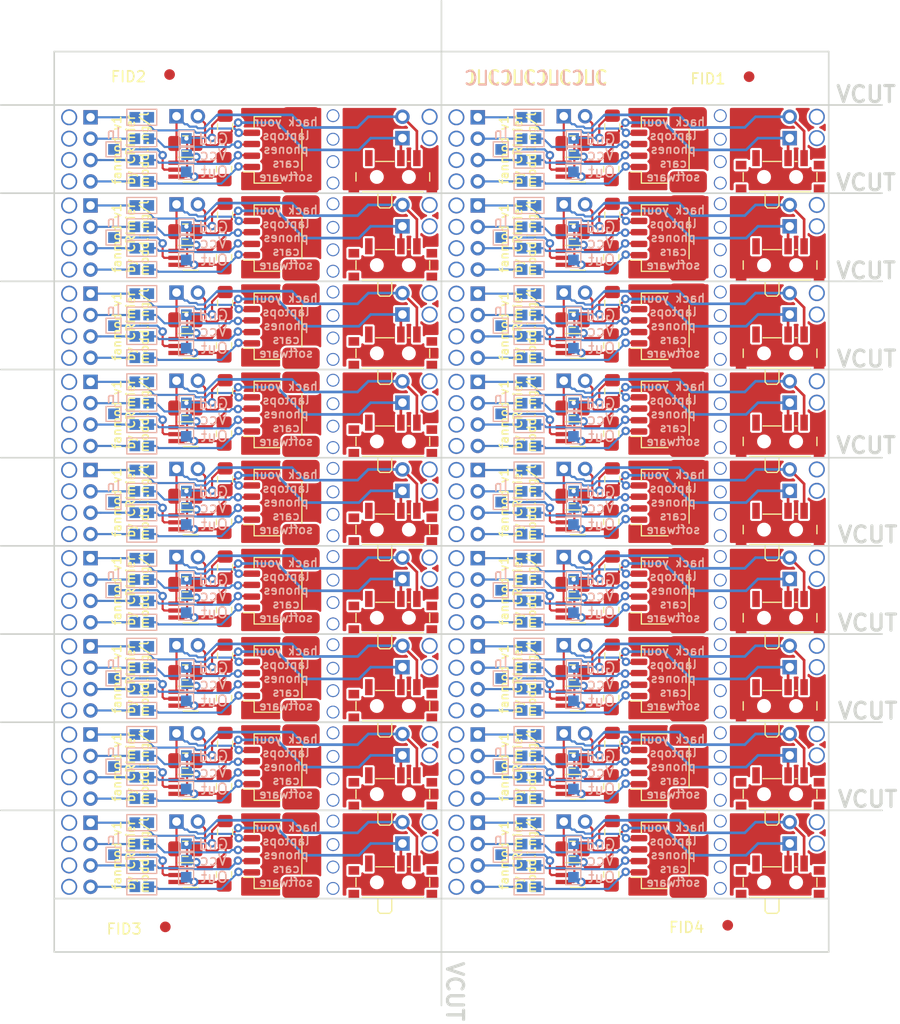
<source format=kicad_pcb>
(kicad_pcb (version 20171130) (host pcbnew 5.1.5+dfsg1-2build2)
  (layers (0 F.Cu signal) (31 B.Cu signal) (34 B.Paste user) (35 F.Paste user) (36 B.SilkS user) (37 F.SilkS user) (38 B.Mask user) (39 F.Mask user) (44 Edge.Cuts user))
  (net 0 "")
  (net 1 VCC)
  (net 2 GND)
  (net 3 "Net-(J1-Pad1)")
  (net 4 "Net-(J1-Pad3)")
  (net 5 "Net-(J2-Pad1)")
  (net 6 "Net-(J1-Pad4)")
  (net 7 "Net-(J1-Pad2)")
  (net 8 "Net-(J2-Pad4)")
  (net 9 "Net-(J2-Pad3)")
  (net 10 "Net-(J2-Pad2)")
  (net 11 PWM_DIS)
  (net 12 PWM_IN)
  (net 13 PWM_OUT)
  (net 14 "Net-(SW1-Pad1)")
  (net 15 SHD1)
  (net 16 SHD2)
  (module Fiducial:Fiducial_1mm_Mask2mm (layer F.Cu) (at 130.7 108.95)
    (fp_text reference FID4 (at -3.85 0.2) (layer F.SilkS))
    (fp_text value Fiducial_1mm_Mask2mm)
    (pad "" smd circle (at 0 0) (size 1 1) (layers F.Cu F.Mask) (clearance 0.5))
  )
  (module Fiducial:Fiducial_1mm_Mask2mm (layer F.Cu) (at 78.05 109.1)
    (fp_text reference FID3 (at -3.85 0.2) (layer F.SilkS))
    (fp_text value Fiducial_1mm_Mask2mm)
    (pad "" smd circle (at 0 0) (size 1 1) (layers F.Cu F.Mask) (clearance 0.5))
  )
  (module Fiducial:Fiducial_1mm_Mask2mm (layer F.Cu) (at 78.45 29.35)
    (fp_text reference FID2 (at -3.85 0.2) (layer F.SilkS))
    (fp_text value Fiducial_1mm_Mask2mm)
    (pad "" smd circle (at 0 0) (size 1 1) (layers F.Cu F.Mask) (clearance 0.5))
  )
  (module Fiducial:Fiducial_1mm_Mask2mm (layer F.Cu) (at 132.7 29.55)
    (fp_text reference FID1 (at -3.85 0.2) (layer F.SilkS))
    (fp_text value Fiducial_1mm_Mask2mm)
    (pad "" smd circle (at 0 0) (size 1 1) (layers F.Cu F.Mask) (clearance 0.5))
  )
  (module Capacitor_SMD:C_0805_2012Metric_Pad1.15x1.40mm_HandSolder (layer F.Cu) (at 119.9 34.225 90)
    (fp_text reference C1 hide)
    (fp_text value 100nF)
    (pad 1 smd roundrect (at -1.025 0 90) (size 1.15 1.4) (layers F.Cu F.Paste F.Mask) (roundrect_rratio 0.217391))
    (pad 2 smd roundrect (at 1.025 0 90) (size 1.15 1.4) (layers F.Cu F.Paste F.Mask) (roundrect_rratio 0.217391))
  )
  (module fan_pwm_disconnecter:SolderJumper-2_P1.3mm_Open_Pad1.0x1.0mm (layer B.Cu) (at 112.1 33.35)
    (fp_text reference JP1 hide)
    (fp_text value NO)
    (pad 2 smd rect (at 0.65 0) (size 1 1) (layers B.Cu B.Mask))
    (pad 1 smd rect (at -0.65 0) (size 1 1) (layers B.Cu B.Mask))
  )
  (module fan_pwm_disconnecter:MountingHole_2mm (layer F.Cu) (at 130 33.2)
    (fp_text reference H1 hide)
    (fp_text value MountingHole)
    (pad "" np_thru_hole circle (at 0 0) (size 1.2 1.2) (drill 1) (layers *.Cu *.Mask))
  )
  (module Package_TO_SOT_SMD:SOT-353_SC-70-5_Handsoldering (layer F.Cu) (at 116.67 38.25)
    (fp_text reference U1 hide)
    (fp_text value 74AHC1G125)
    (pad 1 smd rect (at -1.33 -0.65) (size 1.5 0.4) (layers F.Cu F.Paste F.Mask))
    (pad 2 smd rect (at -1.33 0) (size 1.5 0.4) (layers F.Cu F.Paste F.Mask))
    (pad 3 smd rect (at -1.33 0.65) (size 1.5 0.4) (layers F.Cu F.Paste F.Mask))
    (pad 4 smd rect (at 1.33 0.65) (size 1.5 0.4) (layers F.Cu F.Paste F.Mask))
    (pad 5 smd rect (at 1.33 -0.65) (size 1.5 0.4) (layers F.Cu F.Paste F.Mask))
  )
  (module TestPoint:TestPoint_Pad_1.0x1.0mm (layer B.Cu) (at 116.275 35.325)
    (fp_text reference TP2 hide)
    (fp_text value GND)
    (pad 1 smd rect (at 0 0) (size 1 1) (layers B.Cu B.Mask))
  )
  (module Connector_JST:JST_SH_SM04B-SRSS-TB_1x04-1MP_P1.00mm_Horizontal (layer F.Cu) (at 124.4 36.4 90)
    (fp_text reference J2 hide)
    (fp_text value OUT)
    (pad 1 smd roundrect (at -1.6 -2 90) (size 0.6 1.55) (layers F.Cu F.Paste F.Mask))
    (pad 2 smd roundrect (at -0.55 -2 90) (size 0.6 1.55) (layers F.Cu F.Paste F.Mask))
    (pad 3 smd roundrect (at 0.55 -2 90) (size 0.6 1.55) (layers F.Cu F.Paste F.Mask))
    (pad 4 smd roundrect (at 1.6 -2 90) (size 0.6 1.55) (layers F.Cu F.Paste F.Mask))
    (pad MP smd roundrect (at -3 2.6 90) (size 2 3.5) (layers F.Cu F.Paste F.Mask) (roundrect_rratio 0.208))
    (pad MP smd roundrect (at 3 2.6 90) (size 2 3.5) (layers F.Cu F.Paste F.Mask) (roundrect_rratio 0.208))
  )
  (module TestPoint:TestPoint_Pad_1.0x1.0mm (layer B.Cu) (at 109.45 36.35)
    (fp_text reference TP3 hide)
    (fp_text value PWM_IN)
    (pad 1 smd rect (at 0 0) (size 1 1) (layers B.Cu B.Mask))
  )
  (module TestPoint:TestPoint_Pad_1.0x1.0mm (layer B.Cu) (at 116.25 38.45)
    (fp_text reference TP4 hide)
    (fp_text value PWM_OUT)
    (pad 1 smd rect (at 0 0) (size 1 1) (layers B.Cu B.Mask))
  )
  (module fan_pwm_disconnecter:SolderJumper-2_P1.3mm_Open_Pad1.0x1.0mm (layer B.Cu) (at 112.1 39.35)
    (fp_text reference JP4 hide)
    (fp_text value NO)
    (pad 2 smd rect (at 0.65 0) (size 1 1) (layers B.Cu B.Mask))
    (pad 1 smd rect (at -0.65 0) (size 1 1) (layers B.Cu B.Mask))
  )
  (module Connector_PinHeader_2.00mm:PinHeader_1x04_P2.00mm_Vertical (layer F.Cu) (at 107.3 33.35)
    (fp_text reference J1 hide)
    (fp_text value IN)
    (pad "" np_thru_hole circle (at -2 6) (size 1.5 1.5) (drill 1.2) (layers *.Cu *.Mask))
    (pad "" np_thru_hole circle (at -2 4) (size 1.5 1.5) (drill 1.2) (layers *.Cu *.Mask))
    (pad "" np_thru_hole circle (at -2 2) (size 1.5 1.5) (drill 1.2) (layers *.Cu *.Mask))
    (pad "" np_thru_hole circle (at -2 0) (size 1.5 1.5) (drill 1.2) (layers *.Cu *.Mask))
    (pad 1 thru_hole rect (at 0 0) (size 1.35 1.35) (drill 0.8) (layers *.Cu *.Mask))
    (pad 2 thru_hole oval (at 0 2) (size 1.35 1.35) (drill 0.8) (layers *.Cu *.Mask))
    (pad 3 thru_hole oval (at 0 4) (size 1.35 1.35) (drill 0.8) (layers *.Cu *.Mask))
    (pad 4 thru_hole oval (at 0 6) (size 1.35 1.35) (drill 0.8) (layers *.Cu *.Mask))
  )
  (module Connector_PinHeader_2.00mm:PinHeader_1x04_P2.00mm_Vertical (layer F.Cu) (at 136.5 35.3 180)
    (fp_text reference J4 hide)
    (fp_text value SW)
    (pad 1 thru_hole rect (at 0 0 180) (size 1.35 1.35) (drill 0.8) (layers *.Cu *.Mask))
    (pad 2 thru_hole oval (at 0 2 180) (size 1.35 1.35) (drill 0.8) (layers *.Cu *.Mask))
    (pad "" np_thru_hole oval (at -2.54 0 180) (size 1.5 1.5) (drill 1.2) (layers *.Cu *.Mask))
    (pad "" np_thru_hole oval (at -2.54 2 180) (size 1.5 1.5) (drill 1.2) (layers *.Cu *.Mask))
  )
  (module fan_pwm_disconnecter:MountingHole_2mm (layer F.Cu) (at 130 35.4)
    (fp_text reference H3 hide)
    (fp_text value MountingHole)
    (pad "" np_thru_hole circle (at 0 0) (size 1.2 1.2) (drill 1) (layers *.Cu *.Mask))
  )
  (module Button_Switch_SMD:SW_SPDT_PCM12 (layer F.Cu) (at 135.6 38.6)
    (fp_text reference SW1 hide)
    (fp_text value SW_SPST)
    (pad "" np_thru_hole circle (at -1.5 0.33) (size 0.9 0.9) (drill 0.9) (layers *.Cu *.Mask))
    (pad "" np_thru_hole circle (at 1.5 0.33) (size 0.9 0.9) (drill 0.9) (layers *.Cu *.Mask))
    (pad 1 smd rect (at -2.25 -1.43) (size 0.7 1.5) (layers F.Cu F.Paste F.Mask))
    (pad 2 smd rect (at 0.75 -1.43) (size 0.7 1.5) (layers F.Cu F.Paste F.Mask))
    (pad 3 smd rect (at 2.25 -1.43) (size 0.7 1.5) (layers F.Cu F.Paste F.Mask))
    (pad 4 smd rect (at -3.65 1.43) (size 1 0.8) (layers F.Cu F.Paste F.Mask))
    (pad 4 smd rect (at 3.65 1.43) (size 1 0.8) (layers F.Cu F.Paste F.Mask))
    (pad 4 smd rect (at 3.65 -0.78) (size 1 0.8) (layers F.Cu F.Paste F.Mask))
    (pad 4 smd rect (at -3.65 -0.78) (size 1 0.8) (layers F.Cu F.Paste F.Mask))
  )
  (module fan_pwm_disconnecter:MountingHole_2mm (layer F.Cu) (at 130 37.5)
    (fp_text reference H4 hide)
    (fp_text value MountingHole)
    (pad "" np_thru_hole circle (at 0 0) (size 1.2 1.2) (drill 1) (layers *.Cu *.Mask))
  )
  (module TestPoint:TestPoint_Pad_1.0x1.0mm (layer B.Cu) (at 116.3 36.85)
    (fp_text reference TP1 hide)
    (fp_text value VCC)
    (pad 1 smd rect (at 0 0) (size 1 1) (layers B.Cu B.Mask))
  )
  (module fan_pwm_disconnecter:SolderJumper-2_P1.3mm_Open_Pad1.0x1.0mm (layer B.Cu) (at 112.1 37.35)
    (fp_text reference JP3 hide)
    (fp_text value NO)
    (pad 2 smd rect (at 0.65 0) (size 1 1) (layers B.Cu B.Mask))
    (pad 1 smd rect (at -0.65 0) (size 1 1) (layers B.Cu B.Mask))
  )
  (module Resistor_SMD:R_0805_2012Metric_Pad1.15x1.40mm_HandSolder (layer F.Cu) (at 116.175 35.8 180)
    (fp_text reference R1 hide)
    (fp_text value 10K)
    (pad 1 smd roundrect (at -1.025 0 180) (size 1.15 1.4) (layers F.Cu F.Paste F.Mask) (roundrect_rratio 0.217391))
    (pad 2 smd roundrect (at 1.025 0 180) (size 1.15 1.4) (layers F.Cu F.Paste F.Mask) (roundrect_rratio 0.217391))
  )
  (module Connector_PinHeader_2.00mm:PinHeader_1x02_P2.00mm_Vertical (layer F.Cu) (at 115.35 33.25 90)
    (fp_text reference J3 hide)
    (fp_text value EN)
    (pad 1 thru_hole rect (at 0 0 90) (size 1.35 1.35) (drill 0.8) (layers *.Cu *.Mask))
    (pad 2 thru_hole oval (at 0 2 90) (size 1.35 1.35) (drill 0.8) (layers *.Cu *.Mask))
  )
  (module fan_pwm_disconnecter:SolderJumper-2_P1.3mm_Open_Pad1.0x1.0mm (layer B.Cu) (at 112.1 35.35)
    (fp_text reference JP2 hide)
    (fp_text value NO)
    (pad 2 smd rect (at 0.65 0) (size 1 1) (layers B.Cu B.Mask))
    (pad 1 smd rect (at -0.65 0) (size 1 1) (layers B.Cu B.Mask))
  )
  (module Resistor_SMD:R_0805_2012Metric_Pad1.15x1.40mm_HandSolder (layer F.Cu) (at 119.8 38.2 270)
    (fp_text reference R2 hide)
    (fp_text value 10K)
    (pad 1 smd roundrect (at -1.025 0 270) (size 1.15 1.4) (layers F.Cu F.Paste F.Mask) (roundrect_rratio 0.217391))
    (pad 2 smd roundrect (at 1.025 0 270) (size 1.15 1.4) (layers F.Cu F.Paste F.Mask) (roundrect_rratio 0.217391))
  )
  (module fan_pwm_disconnecter:MountingHole_2mm (layer F.Cu) (at 130 39.5)
    (fp_text reference H2 hide)
    (fp_text value MountingHole)
    (pad "" np_thru_hole circle (at 0 0) (size 1.2 1.2) (drill 1) (layers *.Cu *.Mask))
  )
  (module fan_pwm_disconnecter:SolderJumper-2_P1.3mm_Open_Pad1.0x1.0mm (layer B.Cu) (at 75.85 105.35)
    (fp_text reference JP4 hide)
    (fp_text value NO)
    (pad 2 smd rect (at 0.65 0) (size 1 1) (layers B.Cu B.Mask))
    (pad 1 smd rect (at -0.65 0) (size 1 1) (layers B.Cu B.Mask))
  )
  (module TestPoint:TestPoint_Pad_1.0x1.0mm (layer B.Cu) (at 80 104.45)
    (fp_text reference TP4 hide)
    (fp_text value PWM_OUT)
    (pad 1 smd rect (at 0 0) (size 1 1) (layers B.Cu B.Mask))
  )
  (module fan_pwm_disconnecter:SolderJumper-2_P1.3mm_Open_Pad1.0x1.0mm (layer B.Cu) (at 75.85 103.35)
    (fp_text reference JP3 hide)
    (fp_text value NO)
    (pad 2 smd rect (at 0.65 0) (size 1 1) (layers B.Cu B.Mask))
    (pad 1 smd rect (at -0.65 0) (size 1 1) (layers B.Cu B.Mask))
  )
  (module fan_pwm_disconnecter:SolderJumper-2_P1.3mm_Open_Pad1.0x1.0mm (layer B.Cu) (at 75.85 99.35)
    (fp_text reference JP1 hide)
    (fp_text value NO)
    (pad 2 smd rect (at 0.65 0) (size 1 1) (layers B.Cu B.Mask))
    (pad 1 smd rect (at -0.65 0) (size 1 1) (layers B.Cu B.Mask))
  )
  (module fan_pwm_disconnecter:SolderJumper-2_P1.3mm_Open_Pad1.0x1.0mm (layer B.Cu) (at 75.85 101.35)
    (fp_text reference JP2 hide)
    (fp_text value NO)
    (pad 2 smd rect (at 0.65 0) (size 1 1) (layers B.Cu B.Mask))
    (pad 1 smd rect (at -0.65 0) (size 1 1) (layers B.Cu B.Mask))
  )
  (module fan_pwm_disconnecter:MountingHole_2mm (layer F.Cu) (at 93.75 105.5)
    (fp_text reference H2 hide)
    (fp_text value MountingHole)
    (pad "" np_thru_hole circle (at 0 0) (size 1.2 1.2) (drill 1) (layers *.Cu *.Mask))
  )
  (module Resistor_SMD:R_0805_2012Metric_Pad1.15x1.40mm_HandSolder (layer F.Cu) (at 83.55 104.2 270)
    (fp_text reference R2 hide)
    (fp_text value 10K)
    (pad 1 smd roundrect (at -1.025 0 270) (size 1.15 1.4) (layers F.Cu F.Paste F.Mask) (roundrect_rratio 0.217391))
    (pad 2 smd roundrect (at 1.025 0 270) (size 1.15 1.4) (layers F.Cu F.Paste F.Mask) (roundrect_rratio 0.217391))
  )
  (module Connector_JST:JST_SH_SM04B-SRSS-TB_1x04-1MP_P1.00mm_Horizontal (layer F.Cu) (at 88.15 102.4 90)
    (fp_text reference J2 hide)
    (fp_text value OUT)
    (pad 1 smd roundrect (at -1.6 -2 90) (size 0.6 1.55) (layers F.Cu F.Paste F.Mask))
    (pad 2 smd roundrect (at -0.55 -2 90) (size 0.6 1.55) (layers F.Cu F.Paste F.Mask))
    (pad 3 smd roundrect (at 0.55 -2 90) (size 0.6 1.55) (layers F.Cu F.Paste F.Mask))
    (pad 4 smd roundrect (at 1.6 -2 90) (size 0.6 1.55) (layers F.Cu F.Paste F.Mask))
    (pad MP smd roundrect (at -3 2.6 90) (size 2 3.5) (layers F.Cu F.Paste F.Mask) (roundrect_rratio 0.208))
    (pad MP smd roundrect (at 3 2.6 90) (size 2 3.5) (layers F.Cu F.Paste F.Mask) (roundrect_rratio 0.208))
  )
  (module Connector_PinHeader_2.00mm:PinHeader_1x02_P2.00mm_Vertical (layer F.Cu) (at 79.1 99.25 90)
    (fp_text reference J3 hide)
    (fp_text value EN)
    (pad 1 thru_hole rect (at 0 0 90) (size 1.35 1.35) (drill 0.8) (layers *.Cu *.Mask))
    (pad 2 thru_hole oval (at 0 2 90) (size 1.35 1.35) (drill 0.8) (layers *.Cu *.Mask))
  )
  (module fan_pwm_disconnecter:MountingHole_2mm (layer F.Cu) (at 93.75 103.5)
    (fp_text reference H4 hide)
    (fp_text value MountingHole)
    (pad "" np_thru_hole circle (at 0 0) (size 1.2 1.2) (drill 1) (layers *.Cu *.Mask))
  )
  (module Capacitor_SMD:C_0805_2012Metric_Pad1.15x1.40mm_HandSolder (layer F.Cu) (at 83.65 100.225 90)
    (fp_text reference C1 hide)
    (fp_text value 100nF)
    (pad 1 smd roundrect (at -1.025 0 90) (size 1.15 1.4) (layers F.Cu F.Paste F.Mask) (roundrect_rratio 0.217391))
    (pad 2 smd roundrect (at 1.025 0 90) (size 1.15 1.4) (layers F.Cu F.Paste F.Mask) (roundrect_rratio 0.217391))
  )
  (module Connector_PinHeader_2.00mm:PinHeader_1x04_P2.00mm_Vertical (layer F.Cu) (at 100.25 101.3 180)
    (fp_text reference J4 hide)
    (fp_text value SW)
    (pad 1 thru_hole rect (at 0 0 180) (size 1.35 1.35) (drill 0.8) (layers *.Cu *.Mask))
    (pad 2 thru_hole oval (at 0 2 180) (size 1.35 1.35) (drill 0.8) (layers *.Cu *.Mask))
    (pad "" np_thru_hole oval (at -2.54 0 180) (size 1.5 1.5) (drill 1.2) (layers *.Cu *.Mask))
    (pad "" np_thru_hole oval (at -2.54 2 180) (size 1.5 1.5) (drill 1.2) (layers *.Cu *.Mask))
  )
  (module TestPoint:TestPoint_Pad_1.0x1.0mm (layer B.Cu) (at 80.025 101.325)
    (fp_text reference TP2 hide)
    (fp_text value GND)
    (pad 1 smd rect (at 0 0) (size 1 1) (layers B.Cu B.Mask))
  )
  (module TestPoint:TestPoint_Pad_1.0x1.0mm (layer B.Cu) (at 80.05 102.85)
    (fp_text reference TP1 hide)
    (fp_text value VCC)
    (pad 1 smd rect (at 0 0) (size 1 1) (layers B.Cu B.Mask))
  )
  (module Button_Switch_SMD:SW_SPDT_PCM12 (layer F.Cu) (at 99.35 104.6)
    (fp_text reference SW1 hide)
    (fp_text value SW_SPST)
    (pad "" np_thru_hole circle (at -1.5 0.33) (size 0.9 0.9) (drill 0.9) (layers *.Cu *.Mask))
    (pad "" np_thru_hole circle (at 1.5 0.33) (size 0.9 0.9) (drill 0.9) (layers *.Cu *.Mask))
    (pad 1 smd rect (at -2.25 -1.43) (size 0.7 1.5) (layers F.Cu F.Paste F.Mask))
    (pad 2 smd rect (at 0.75 -1.43) (size 0.7 1.5) (layers F.Cu F.Paste F.Mask))
    (pad 3 smd rect (at 2.25 -1.43) (size 0.7 1.5) (layers F.Cu F.Paste F.Mask))
    (pad 4 smd rect (at -3.65 1.43) (size 1 0.8) (layers F.Cu F.Paste F.Mask))
    (pad 4 smd rect (at 3.65 1.43) (size 1 0.8) (layers F.Cu F.Paste F.Mask))
    (pad 4 smd rect (at 3.65 -0.78) (size 1 0.8) (layers F.Cu F.Paste F.Mask))
    (pad 4 smd rect (at -3.65 -0.78) (size 1 0.8) (layers F.Cu F.Paste F.Mask))
  )
  (module Resistor_SMD:R_0805_2012Metric_Pad1.15x1.40mm_HandSolder (layer F.Cu) (at 79.925 101.8 180)
    (fp_text reference R1 hide)
    (fp_text value 10K)
    (pad 1 smd roundrect (at -1.025 0 180) (size 1.15 1.4) (layers F.Cu F.Paste F.Mask) (roundrect_rratio 0.217391))
    (pad 2 smd roundrect (at 1.025 0 180) (size 1.15 1.4) (layers F.Cu F.Paste F.Mask) (roundrect_rratio 0.217391))
  )
  (module Connector_PinHeader_2.00mm:PinHeader_1x04_P2.00mm_Vertical (layer F.Cu) (at 71.05 99.35)
    (fp_text reference J1 hide)
    (fp_text value IN)
    (pad "" np_thru_hole circle (at -2 6) (size 1.5 1.5) (drill 1.2) (layers *.Cu *.Mask))
    (pad "" np_thru_hole circle (at -2 4) (size 1.5 1.5) (drill 1.2) (layers *.Cu *.Mask))
    (pad "" np_thru_hole circle (at -2 2) (size 1.5 1.5) (drill 1.2) (layers *.Cu *.Mask))
    (pad "" np_thru_hole circle (at -2 0) (size 1.5 1.5) (drill 1.2) (layers *.Cu *.Mask))
    (pad 1 thru_hole rect (at 0 0) (size 1.35 1.35) (drill 0.8) (layers *.Cu *.Mask))
    (pad 2 thru_hole oval (at 0 2) (size 1.35 1.35) (drill 0.8) (layers *.Cu *.Mask))
    (pad 3 thru_hole oval (at 0 4) (size 1.35 1.35) (drill 0.8) (layers *.Cu *.Mask))
    (pad 4 thru_hole oval (at 0 6) (size 1.35 1.35) (drill 0.8) (layers *.Cu *.Mask))
  )
  (module Package_TO_SOT_SMD:SOT-353_SC-70-5_Handsoldering (layer F.Cu) (at 80.42 104.25)
    (fp_text reference U1 hide)
    (fp_text value 74AHC1G125)
    (pad 1 smd rect (at -1.33 -0.65) (size 1.5 0.4) (layers F.Cu F.Paste F.Mask))
    (pad 2 smd rect (at -1.33 0) (size 1.5 0.4) (layers F.Cu F.Paste F.Mask))
    (pad 3 smd rect (at -1.33 0.65) (size 1.5 0.4) (layers F.Cu F.Paste F.Mask))
    (pad 4 smd rect (at 1.33 0.65) (size 1.5 0.4) (layers F.Cu F.Paste F.Mask))
    (pad 5 smd rect (at 1.33 -0.65) (size 1.5 0.4) (layers F.Cu F.Paste F.Mask))
  )
  (module fan_pwm_disconnecter:MountingHole_2mm (layer F.Cu) (at 93.75 99.2)
    (fp_text reference H1 hide)
    (fp_text value MountingHole)
    (pad "" np_thru_hole circle (at 0 0) (size 1.2 1.2) (drill 1) (layers *.Cu *.Mask))
  )
  (module TestPoint:TestPoint_Pad_1.0x1.0mm (layer B.Cu) (at 73.2 102.35)
    (fp_text reference TP3 hide)
    (fp_text value PWM_IN)
    (pad 1 smd rect (at 0 0) (size 1 1) (layers B.Cu B.Mask))
  )
  (module fan_pwm_disconnecter:MountingHole_2mm (layer F.Cu) (at 93.75 101.4)
    (fp_text reference H3 hide)
    (fp_text value MountingHole)
    (pad "" np_thru_hole circle (at 0 0) (size 1.2 1.2) (drill 1) (layers *.Cu *.Mask))
  )
  (module fan_pwm_disconnecter:SolderJumper-2_P1.3mm_Open_Pad1.0x1.0mm (layer B.Cu) (at 112.1 105.35)
    (fp_text reference JP4 hide)
    (fp_text value NO)
    (pad 2 smd rect (at 0.65 0) (size 1 1) (layers B.Cu B.Mask))
    (pad 1 smd rect (at -0.65 0) (size 1 1) (layers B.Cu B.Mask))
  )
  (module TestPoint:TestPoint_Pad_1.0x1.0mm (layer B.Cu) (at 116.25 104.45)
    (fp_text reference TP4 hide)
    (fp_text value PWM_OUT)
    (pad 1 smd rect (at 0 0) (size 1 1) (layers B.Cu B.Mask))
  )
  (module fan_pwm_disconnecter:SolderJumper-2_P1.3mm_Open_Pad1.0x1.0mm (layer B.Cu) (at 112.1 103.35)
    (fp_text reference JP3 hide)
    (fp_text value NO)
    (pad 2 smd rect (at 0.65 0) (size 1 1) (layers B.Cu B.Mask))
    (pad 1 smd rect (at -0.65 0) (size 1 1) (layers B.Cu B.Mask))
  )
  (module fan_pwm_disconnecter:SolderJumper-2_P1.3mm_Open_Pad1.0x1.0mm (layer B.Cu) (at 112.1 99.35)
    (fp_text reference JP1 hide)
    (fp_text value NO)
    (pad 2 smd rect (at 0.65 0) (size 1 1) (layers B.Cu B.Mask))
    (pad 1 smd rect (at -0.65 0) (size 1 1) (layers B.Cu B.Mask))
  )
  (module fan_pwm_disconnecter:SolderJumper-2_P1.3mm_Open_Pad1.0x1.0mm (layer B.Cu) (at 112.1 101.35)
    (fp_text reference JP2 hide)
    (fp_text value NO)
    (pad 2 smd rect (at 0.65 0) (size 1 1) (layers B.Cu B.Mask))
    (pad 1 smd rect (at -0.65 0) (size 1 1) (layers B.Cu B.Mask))
  )
  (module fan_pwm_disconnecter:MountingHole_2mm (layer F.Cu) (at 130 105.5)
    (fp_text reference H2 hide)
    (fp_text value MountingHole)
    (pad "" np_thru_hole circle (at 0 0) (size 1.2 1.2) (drill 1) (layers *.Cu *.Mask))
  )
  (module Resistor_SMD:R_0805_2012Metric_Pad1.15x1.40mm_HandSolder (layer F.Cu) (at 119.8 104.2 270)
    (fp_text reference R2 hide)
    (fp_text value 10K)
    (pad 1 smd roundrect (at -1.025 0 270) (size 1.15 1.4) (layers F.Cu F.Paste F.Mask) (roundrect_rratio 0.217391))
    (pad 2 smd roundrect (at 1.025 0 270) (size 1.15 1.4) (layers F.Cu F.Paste F.Mask) (roundrect_rratio 0.217391))
  )
  (module Connector_JST:JST_SH_SM04B-SRSS-TB_1x04-1MP_P1.00mm_Horizontal (layer F.Cu) (at 124.4 102.4 90)
    (fp_text reference J2 hide)
    (fp_text value OUT)
    (pad 1 smd roundrect (at -1.6 -2 90) (size 0.6 1.55) (layers F.Cu F.Paste F.Mask))
    (pad 2 smd roundrect (at -0.55 -2 90) (size 0.6 1.55) (layers F.Cu F.Paste F.Mask))
    (pad 3 smd roundrect (at 0.55 -2 90) (size 0.6 1.55) (layers F.Cu F.Paste F.Mask))
    (pad 4 smd roundrect (at 1.6 -2 90) (size 0.6 1.55) (layers F.Cu F.Paste F.Mask))
    (pad MP smd roundrect (at -3 2.6 90) (size 2 3.5) (layers F.Cu F.Paste F.Mask) (roundrect_rratio 0.208))
    (pad MP smd roundrect (at 3 2.6 90) (size 2 3.5) (layers F.Cu F.Paste F.Mask) (roundrect_rratio 0.208))
  )
  (module Connector_PinHeader_2.00mm:PinHeader_1x02_P2.00mm_Vertical (layer F.Cu) (at 115.35 99.25 90)
    (fp_text reference J3 hide)
    (fp_text value EN)
    (pad 1 thru_hole rect (at 0 0 90) (size 1.35 1.35) (drill 0.8) (layers *.Cu *.Mask))
    (pad 2 thru_hole oval (at 0 2 90) (size 1.35 1.35) (drill 0.8) (layers *.Cu *.Mask))
  )
  (module fan_pwm_disconnecter:MountingHole_2mm (layer F.Cu) (at 130 103.5)
    (fp_text reference H4 hide)
    (fp_text value MountingHole)
    (pad "" np_thru_hole circle (at 0 0) (size 1.2 1.2) (drill 1) (layers *.Cu *.Mask))
  )
  (module Capacitor_SMD:C_0805_2012Metric_Pad1.15x1.40mm_HandSolder (layer F.Cu) (at 119.9 100.225 90)
    (fp_text reference C1 hide)
    (fp_text value 100nF)
    (pad 1 smd roundrect (at -1.025 0 90) (size 1.15 1.4) (layers F.Cu F.Paste F.Mask) (roundrect_rratio 0.217391))
    (pad 2 smd roundrect (at 1.025 0 90) (size 1.15 1.4) (layers F.Cu F.Paste F.Mask) (roundrect_rratio 0.217391))
  )
  (module Connector_PinHeader_2.00mm:PinHeader_1x04_P2.00mm_Vertical (layer F.Cu) (at 136.5 101.3 180)
    (fp_text reference J4 hide)
    (fp_text value SW)
    (pad 1 thru_hole rect (at 0 0 180) (size 1.35 1.35) (drill 0.8) (layers *.Cu *.Mask))
    (pad 2 thru_hole oval (at 0 2 180) (size 1.35 1.35) (drill 0.8) (layers *.Cu *.Mask))
    (pad "" np_thru_hole oval (at -2.54 0 180) (size 1.5 1.5) (drill 1.2) (layers *.Cu *.Mask))
    (pad "" np_thru_hole oval (at -2.54 2 180) (size 1.5 1.5) (drill 1.2) (layers *.Cu *.Mask))
  )
  (module TestPoint:TestPoint_Pad_1.0x1.0mm (layer B.Cu) (at 116.275 101.325)
    (fp_text reference TP2 hide)
    (fp_text value GND)
    (pad 1 smd rect (at 0 0) (size 1 1) (layers B.Cu B.Mask))
  )
  (module TestPoint:TestPoint_Pad_1.0x1.0mm (layer B.Cu) (at 116.3 102.85)
    (fp_text reference TP1 hide)
    (fp_text value VCC)
    (pad 1 smd rect (at 0 0) (size 1 1) (layers B.Cu B.Mask))
  )
  (module Button_Switch_SMD:SW_SPDT_PCM12 (layer F.Cu) (at 135.6 104.6)
    (fp_text reference SW1 hide)
    (fp_text value SW_SPST)
    (pad "" np_thru_hole circle (at -1.5 0.33) (size 0.9 0.9) (drill 0.9) (layers *.Cu *.Mask))
    (pad "" np_thru_hole circle (at 1.5 0.33) (size 0.9 0.9) (drill 0.9) (layers *.Cu *.Mask))
    (pad 1 smd rect (at -2.25 -1.43) (size 0.7 1.5) (layers F.Cu F.Paste F.Mask))
    (pad 2 smd rect (at 0.75 -1.43) (size 0.7 1.5) (layers F.Cu F.Paste F.Mask))
    (pad 3 smd rect (at 2.25 -1.43) (size 0.7 1.5) (layers F.Cu F.Paste F.Mask))
    (pad 4 smd rect (at -3.65 1.43) (size 1 0.8) (layers F.Cu F.Paste F.Mask))
    (pad 4 smd rect (at 3.65 1.43) (size 1 0.8) (layers F.Cu F.Paste F.Mask))
    (pad 4 smd rect (at 3.65 -0.78) (size 1 0.8) (layers F.Cu F.Paste F.Mask))
    (pad 4 smd rect (at -3.65 -0.78) (size 1 0.8) (layers F.Cu F.Paste F.Mask))
  )
  (module Resistor_SMD:R_0805_2012Metric_Pad1.15x1.40mm_HandSolder (layer F.Cu) (at 116.175 101.8 180)
    (fp_text reference R1 hide)
    (fp_text value 10K)
    (pad 1 smd roundrect (at -1.025 0 180) (size 1.15 1.4) (layers F.Cu F.Paste F.Mask) (roundrect_rratio 0.217391))
    (pad 2 smd roundrect (at 1.025 0 180) (size 1.15 1.4) (layers F.Cu F.Paste F.Mask) (roundrect_rratio 0.217391))
  )
  (module Connector_PinHeader_2.00mm:PinHeader_1x04_P2.00mm_Vertical (layer F.Cu) (at 107.3 99.35)
    (fp_text reference J1 hide)
    (fp_text value IN)
    (pad "" np_thru_hole circle (at -2 6) (size 1.5 1.5) (drill 1.2) (layers *.Cu *.Mask))
    (pad "" np_thru_hole circle (at -2 4) (size 1.5 1.5) (drill 1.2) (layers *.Cu *.Mask))
    (pad "" np_thru_hole circle (at -2 2) (size 1.5 1.5) (drill 1.2) (layers *.Cu *.Mask))
    (pad "" np_thru_hole circle (at -2 0) (size 1.5 1.5) (drill 1.2) (layers *.Cu *.Mask))
    (pad 1 thru_hole rect (at 0 0) (size 1.35 1.35) (drill 0.8) (layers *.Cu *.Mask))
    (pad 2 thru_hole oval (at 0 2) (size 1.35 1.35) (drill 0.8) (layers *.Cu *.Mask))
    (pad 3 thru_hole oval (at 0 4) (size 1.35 1.35) (drill 0.8) (layers *.Cu *.Mask))
    (pad 4 thru_hole oval (at 0 6) (size 1.35 1.35) (drill 0.8) (layers *.Cu *.Mask))
  )
  (module Package_TO_SOT_SMD:SOT-353_SC-70-5_Handsoldering (layer F.Cu) (at 116.67 104.25)
    (fp_text reference U1 hide)
    (fp_text value 74AHC1G125)
    (pad 1 smd rect (at -1.33 -0.65) (size 1.5 0.4) (layers F.Cu F.Paste F.Mask))
    (pad 2 smd rect (at -1.33 0) (size 1.5 0.4) (layers F.Cu F.Paste F.Mask))
    (pad 3 smd rect (at -1.33 0.65) (size 1.5 0.4) (layers F.Cu F.Paste F.Mask))
    (pad 4 smd rect (at 1.33 0.65) (size 1.5 0.4) (layers F.Cu F.Paste F.Mask))
    (pad 5 smd rect (at 1.33 -0.65) (size 1.5 0.4) (layers F.Cu F.Paste F.Mask))
  )
  (module fan_pwm_disconnecter:MountingHole_2mm (layer F.Cu) (at 130 99.2)
    (fp_text reference H1 hide)
    (fp_text value MountingHole)
    (pad "" np_thru_hole circle (at 0 0) (size 1.2 1.2) (drill 1) (layers *.Cu *.Mask))
  )
  (module TestPoint:TestPoint_Pad_1.0x1.0mm (layer B.Cu) (at 109.45 102.35)
    (fp_text reference TP3 hide)
    (fp_text value PWM_IN)
    (pad 1 smd rect (at 0 0) (size 1 1) (layers B.Cu B.Mask))
  )
  (module fan_pwm_disconnecter:MountingHole_2mm (layer F.Cu) (at 130 101.4)
    (fp_text reference H3 hide)
    (fp_text value MountingHole)
    (pad "" np_thru_hole circle (at 0 0) (size 1.2 1.2) (drill 1) (layers *.Cu *.Mask))
  )
  (module fan_pwm_disconnecter:SolderJumper-2_P1.3mm_Open_Pad1.0x1.0mm (layer B.Cu) (at 75.85 88.85)
    (fp_text reference JP4 hide)
    (fp_text value NO)
    (pad 2 smd rect (at 0.65 0) (size 1 1) (layers B.Cu B.Mask))
    (pad 1 smd rect (at -0.65 0) (size 1 1) (layers B.Cu B.Mask))
  )
  (module TestPoint:TestPoint_Pad_1.0x1.0mm (layer B.Cu) (at 80 87.95)
    (fp_text reference TP4 hide)
    (fp_text value PWM_OUT)
    (pad 1 smd rect (at 0 0) (size 1 1) (layers B.Cu B.Mask))
  )
  (module fan_pwm_disconnecter:SolderJumper-2_P1.3mm_Open_Pad1.0x1.0mm (layer B.Cu) (at 75.85 86.85)
    (fp_text reference JP3 hide)
    (fp_text value NO)
    (pad 2 smd rect (at 0.65 0) (size 1 1) (layers B.Cu B.Mask))
    (pad 1 smd rect (at -0.65 0) (size 1 1) (layers B.Cu B.Mask))
  )
  (module fan_pwm_disconnecter:SolderJumper-2_P1.3mm_Open_Pad1.0x1.0mm (layer B.Cu) (at 75.85 82.85)
    (fp_text reference JP1 hide)
    (fp_text value NO)
    (pad 2 smd rect (at 0.65 0) (size 1 1) (layers B.Cu B.Mask))
    (pad 1 smd rect (at -0.65 0) (size 1 1) (layers B.Cu B.Mask))
  )
  (module fan_pwm_disconnecter:SolderJumper-2_P1.3mm_Open_Pad1.0x1.0mm (layer B.Cu) (at 75.85 84.85)
    (fp_text reference JP2 hide)
    (fp_text value NO)
    (pad 2 smd rect (at 0.65 0) (size 1 1) (layers B.Cu B.Mask))
    (pad 1 smd rect (at -0.65 0) (size 1 1) (layers B.Cu B.Mask))
  )
  (module fan_pwm_disconnecter:MountingHole_2mm (layer F.Cu) (at 93.75 89)
    (fp_text reference H2 hide)
    (fp_text value MountingHole)
    (pad "" np_thru_hole circle (at 0 0) (size 1.2 1.2) (drill 1) (layers *.Cu *.Mask))
  )
  (module Resistor_SMD:R_0805_2012Metric_Pad1.15x1.40mm_HandSolder (layer F.Cu) (at 83.55 87.7 270)
    (fp_text reference R2 hide)
    (fp_text value 10K)
    (pad 1 smd roundrect (at -1.025 0 270) (size 1.15 1.4) (layers F.Cu F.Paste F.Mask) (roundrect_rratio 0.217391))
    (pad 2 smd roundrect (at 1.025 0 270) (size 1.15 1.4) (layers F.Cu F.Paste F.Mask) (roundrect_rratio 0.217391))
  )
  (module Connector_JST:JST_SH_SM04B-SRSS-TB_1x04-1MP_P1.00mm_Horizontal (layer F.Cu) (at 88.15 85.9 90)
    (fp_text reference J2 hide)
    (fp_text value OUT)
    (pad 1 smd roundrect (at -1.6 -2 90) (size 0.6 1.55) (layers F.Cu F.Paste F.Mask))
    (pad 2 smd roundrect (at -0.55 -2 90) (size 0.6 1.55) (layers F.Cu F.Paste F.Mask))
    (pad 3 smd roundrect (at 0.55 -2 90) (size 0.6 1.55) (layers F.Cu F.Paste F.Mask))
    (pad 4 smd roundrect (at 1.6 -2 90) (size 0.6 1.55) (layers F.Cu F.Paste F.Mask))
    (pad MP smd roundrect (at -3 2.6 90) (size 2 3.5) (layers F.Cu F.Paste F.Mask) (roundrect_rratio 0.208))
    (pad MP smd roundrect (at 3 2.6 90) (size 2 3.5) (layers F.Cu F.Paste F.Mask) (roundrect_rratio 0.208))
  )
  (module Connector_PinHeader_2.00mm:PinHeader_1x02_P2.00mm_Vertical (layer F.Cu) (at 79.1 82.75 90)
    (fp_text reference J3 hide)
    (fp_text value EN)
    (pad 1 thru_hole rect (at 0 0 90) (size 1.35 1.35) (drill 0.8) (layers *.Cu *.Mask))
    (pad 2 thru_hole oval (at 0 2 90) (size 1.35 1.35) (drill 0.8) (layers *.Cu *.Mask))
  )
  (module fan_pwm_disconnecter:MountingHole_2mm (layer F.Cu) (at 93.75 87)
    (fp_text reference H4 hide)
    (fp_text value MountingHole)
    (pad "" np_thru_hole circle (at 0 0) (size 1.2 1.2) (drill 1) (layers *.Cu *.Mask))
  )
  (module Capacitor_SMD:C_0805_2012Metric_Pad1.15x1.40mm_HandSolder (layer F.Cu) (at 83.65 83.725 90)
    (fp_text reference C1 hide)
    (fp_text value 100nF)
    (pad 1 smd roundrect (at -1.025 0 90) (size 1.15 1.4) (layers F.Cu F.Paste F.Mask) (roundrect_rratio 0.217391))
    (pad 2 smd roundrect (at 1.025 0 90) (size 1.15 1.4) (layers F.Cu F.Paste F.Mask) (roundrect_rratio 0.217391))
  )
  (module Connector_PinHeader_2.00mm:PinHeader_1x04_P2.00mm_Vertical (layer F.Cu) (at 100.25 84.8 180)
    (fp_text reference J4 hide)
    (fp_text value SW)
    (pad 1 thru_hole rect (at 0 0 180) (size 1.35 1.35) (drill 0.8) (layers *.Cu *.Mask))
    (pad 2 thru_hole oval (at 0 2 180) (size 1.35 1.35) (drill 0.8) (layers *.Cu *.Mask))
    (pad "" np_thru_hole oval (at -2.54 0 180) (size 1.5 1.5) (drill 1.2) (layers *.Cu *.Mask))
    (pad "" np_thru_hole oval (at -2.54 2 180) (size 1.5 1.5) (drill 1.2) (layers *.Cu *.Mask))
  )
  (module TestPoint:TestPoint_Pad_1.0x1.0mm (layer B.Cu) (at 80.025 84.825)
    (fp_text reference TP2 hide)
    (fp_text value GND)
    (pad 1 smd rect (at 0 0) (size 1 1) (layers B.Cu B.Mask))
  )
  (module TestPoint:TestPoint_Pad_1.0x1.0mm (layer B.Cu) (at 80.05 86.35)
    (fp_text reference TP1 hide)
    (fp_text value VCC)
    (pad 1 smd rect (at 0 0) (size 1 1) (layers B.Cu B.Mask))
  )
  (module Button_Switch_SMD:SW_SPDT_PCM12 (layer F.Cu) (at 99.35 88.1)
    (fp_text reference SW1 hide)
    (fp_text value SW_SPST)
    (pad "" np_thru_hole circle (at -1.5 0.33) (size 0.9 0.9) (drill 0.9) (layers *.Cu *.Mask))
    (pad "" np_thru_hole circle (at 1.5 0.33) (size 0.9 0.9) (drill 0.9) (layers *.Cu *.Mask))
    (pad 1 smd rect (at -2.25 -1.43) (size 0.7 1.5) (layers F.Cu F.Paste F.Mask))
    (pad 2 smd rect (at 0.75 -1.43) (size 0.7 1.5) (layers F.Cu F.Paste F.Mask))
    (pad 3 smd rect (at 2.25 -1.43) (size 0.7 1.5) (layers F.Cu F.Paste F.Mask))
    (pad 4 smd rect (at -3.65 1.43) (size 1 0.8) (layers F.Cu F.Paste F.Mask))
    (pad 4 smd rect (at 3.65 1.43) (size 1 0.8) (layers F.Cu F.Paste F.Mask))
    (pad 4 smd rect (at 3.65 -0.78) (size 1 0.8) (layers F.Cu F.Paste F.Mask))
    (pad 4 smd rect (at -3.65 -0.78) (size 1 0.8) (layers F.Cu F.Paste F.Mask))
  )
  (module Resistor_SMD:R_0805_2012Metric_Pad1.15x1.40mm_HandSolder (layer F.Cu) (at 79.925 85.3 180)
    (fp_text reference R1 hide)
    (fp_text value 10K)
    (pad 1 smd roundrect (at -1.025 0 180) (size 1.15 1.4) (layers F.Cu F.Paste F.Mask) (roundrect_rratio 0.217391))
    (pad 2 smd roundrect (at 1.025 0 180) (size 1.15 1.4) (layers F.Cu F.Paste F.Mask) (roundrect_rratio 0.217391))
  )
  (module Connector_PinHeader_2.00mm:PinHeader_1x04_P2.00mm_Vertical (layer F.Cu) (at 71.05 82.85)
    (fp_text reference J1 hide)
    (fp_text value IN)
    (pad "" np_thru_hole circle (at -2 6) (size 1.5 1.5) (drill 1.2) (layers *.Cu *.Mask))
    (pad "" np_thru_hole circle (at -2 4) (size 1.5 1.5) (drill 1.2) (layers *.Cu *.Mask))
    (pad "" np_thru_hole circle (at -2 2) (size 1.5 1.5) (drill 1.2) (layers *.Cu *.Mask))
    (pad "" np_thru_hole circle (at -2 0) (size 1.5 1.5) (drill 1.2) (layers *.Cu *.Mask))
    (pad 1 thru_hole rect (at 0 0) (size 1.35 1.35) (drill 0.8) (layers *.Cu *.Mask))
    (pad 2 thru_hole oval (at 0 2) (size 1.35 1.35) (drill 0.8) (layers *.Cu *.Mask))
    (pad 3 thru_hole oval (at 0 4) (size 1.35 1.35) (drill 0.8) (layers *.Cu *.Mask))
    (pad 4 thru_hole oval (at 0 6) (size 1.35 1.35) (drill 0.8) (layers *.Cu *.Mask))
  )
  (module Package_TO_SOT_SMD:SOT-353_SC-70-5_Handsoldering (layer F.Cu) (at 80.42 87.75)
    (fp_text reference U1 hide)
    (fp_text value 74AHC1G125)
    (pad 1 smd rect (at -1.33 -0.65) (size 1.5 0.4) (layers F.Cu F.Paste F.Mask))
    (pad 2 smd rect (at -1.33 0) (size 1.5 0.4) (layers F.Cu F.Paste F.Mask))
    (pad 3 smd rect (at -1.33 0.65) (size 1.5 0.4) (layers F.Cu F.Paste F.Mask))
    (pad 4 smd rect (at 1.33 0.65) (size 1.5 0.4) (layers F.Cu F.Paste F.Mask))
    (pad 5 smd rect (at 1.33 -0.65) (size 1.5 0.4) (layers F.Cu F.Paste F.Mask))
  )
  (module fan_pwm_disconnecter:MountingHole_2mm (layer F.Cu) (at 93.75 82.7)
    (fp_text reference H1 hide)
    (fp_text value MountingHole)
    (pad "" np_thru_hole circle (at 0 0) (size 1.2 1.2) (drill 1) (layers *.Cu *.Mask))
  )
  (module TestPoint:TestPoint_Pad_1.0x1.0mm (layer B.Cu) (at 73.2 85.85)
    (fp_text reference TP3 hide)
    (fp_text value PWM_IN)
    (pad 1 smd rect (at 0 0) (size 1 1) (layers B.Cu B.Mask))
  )
  (module fan_pwm_disconnecter:MountingHole_2mm (layer F.Cu) (at 93.75 84.9)
    (fp_text reference H3 hide)
    (fp_text value MountingHole)
    (pad "" np_thru_hole circle (at 0 0) (size 1.2 1.2) (drill 1) (layers *.Cu *.Mask))
  )
  (module fan_pwm_disconnecter:SolderJumper-2_P1.3mm_Open_Pad1.0x1.0mm (layer B.Cu) (at 112.1 97.1)
    (fp_text reference JP4 hide)
    (fp_text value NO)
    (pad 2 smd rect (at 0.65 0) (size 1 1) (layers B.Cu B.Mask))
    (pad 1 smd rect (at -0.65 0) (size 1 1) (layers B.Cu B.Mask))
  )
  (module TestPoint:TestPoint_Pad_1.0x1.0mm (layer B.Cu) (at 116.25 96.2)
    (fp_text reference TP4 hide)
    (fp_text value PWM_OUT)
    (pad 1 smd rect (at 0 0) (size 1 1) (layers B.Cu B.Mask))
  )
  (module fan_pwm_disconnecter:SolderJumper-2_P1.3mm_Open_Pad1.0x1.0mm (layer B.Cu) (at 112.1 95.1)
    (fp_text reference JP3 hide)
    (fp_text value NO)
    (pad 2 smd rect (at 0.65 0) (size 1 1) (layers B.Cu B.Mask))
    (pad 1 smd rect (at -0.65 0) (size 1 1) (layers B.Cu B.Mask))
  )
  (module fan_pwm_disconnecter:SolderJumper-2_P1.3mm_Open_Pad1.0x1.0mm (layer B.Cu) (at 112.1 91.1)
    (fp_text reference JP1 hide)
    (fp_text value NO)
    (pad 2 smd rect (at 0.65 0) (size 1 1) (layers B.Cu B.Mask))
    (pad 1 smd rect (at -0.65 0) (size 1 1) (layers B.Cu B.Mask))
  )
  (module fan_pwm_disconnecter:SolderJumper-2_P1.3mm_Open_Pad1.0x1.0mm (layer B.Cu) (at 112.1 93.1)
    (fp_text reference JP2 hide)
    (fp_text value NO)
    (pad 2 smd rect (at 0.65 0) (size 1 1) (layers B.Cu B.Mask))
    (pad 1 smd rect (at -0.65 0) (size 1 1) (layers B.Cu B.Mask))
  )
  (module fan_pwm_disconnecter:MountingHole_2mm (layer F.Cu) (at 130 97.25)
    (fp_text reference H2 hide)
    (fp_text value MountingHole)
    (pad "" np_thru_hole circle (at 0 0) (size 1.2 1.2) (drill 1) (layers *.Cu *.Mask))
  )
  (module Resistor_SMD:R_0805_2012Metric_Pad1.15x1.40mm_HandSolder (layer F.Cu) (at 119.8 95.95 270)
    (fp_text reference R2 hide)
    (fp_text value 10K)
    (pad 1 smd roundrect (at -1.025 0 270) (size 1.15 1.4) (layers F.Cu F.Paste F.Mask) (roundrect_rratio 0.217391))
    (pad 2 smd roundrect (at 1.025 0 270) (size 1.15 1.4) (layers F.Cu F.Paste F.Mask) (roundrect_rratio 0.217391))
  )
  (module Connector_JST:JST_SH_SM04B-SRSS-TB_1x04-1MP_P1.00mm_Horizontal (layer F.Cu) (at 124.4 94.15 90)
    (fp_text reference J2 hide)
    (fp_text value OUT)
    (pad 1 smd roundrect (at -1.6 -2 90) (size 0.6 1.55) (layers F.Cu F.Paste F.Mask))
    (pad 2 smd roundrect (at -0.55 -2 90) (size 0.6 1.55) (layers F.Cu F.Paste F.Mask))
    (pad 3 smd roundrect (at 0.55 -2 90) (size 0.6 1.55) (layers F.Cu F.Paste F.Mask))
    (pad 4 smd roundrect (at 1.6 -2 90) (size 0.6 1.55) (layers F.Cu F.Paste F.Mask))
    (pad MP smd roundrect (at -3 2.6 90) (size 2 3.5) (layers F.Cu F.Paste F.Mask) (roundrect_rratio 0.208))
    (pad MP smd roundrect (at 3 2.6 90) (size 2 3.5) (layers F.Cu F.Paste F.Mask) (roundrect_rratio 0.208))
  )
  (module Connector_PinHeader_2.00mm:PinHeader_1x02_P2.00mm_Vertical (layer F.Cu) (at 115.35 91 90)
    (fp_text reference J3 hide)
    (fp_text value EN)
    (pad 1 thru_hole rect (at 0 0 90) (size 1.35 1.35) (drill 0.8) (layers *.Cu *.Mask))
    (pad 2 thru_hole oval (at 0 2 90) (size 1.35 1.35) (drill 0.8) (layers *.Cu *.Mask))
  )
  (module fan_pwm_disconnecter:MountingHole_2mm (layer F.Cu) (at 130 95.25)
    (fp_text reference H4 hide)
    (fp_text value MountingHole)
    (pad "" np_thru_hole circle (at 0 0) (size 1.2 1.2) (drill 1) (layers *.Cu *.Mask))
  )
  (module Capacitor_SMD:C_0805_2012Metric_Pad1.15x1.40mm_HandSolder (layer F.Cu) (at 119.9 91.975 90)
    (fp_text reference C1 hide)
    (fp_text value 100nF)
    (pad 1 smd roundrect (at -1.025 0 90) (size 1.15 1.4) (layers F.Cu F.Paste F.Mask) (roundrect_rratio 0.217391))
    (pad 2 smd roundrect (at 1.025 0 90) (size 1.15 1.4) (layers F.Cu F.Paste F.Mask) (roundrect_rratio 0.217391))
  )
  (module Connector_PinHeader_2.00mm:PinHeader_1x04_P2.00mm_Vertical (layer F.Cu) (at 136.5 93.05 180)
    (fp_text reference J4 hide)
    (fp_text value SW)
    (pad 1 thru_hole rect (at 0 0 180) (size 1.35 1.35) (drill 0.8) (layers *.Cu *.Mask))
    (pad 2 thru_hole oval (at 0 2 180) (size 1.35 1.35) (drill 0.8) (layers *.Cu *.Mask))
    (pad "" np_thru_hole oval (at -2.54 0 180) (size 1.5 1.5) (drill 1.2) (layers *.Cu *.Mask))
    (pad "" np_thru_hole oval (at -2.54 2 180) (size 1.5 1.5) (drill 1.2) (layers *.Cu *.Mask))
  )
  (module TestPoint:TestPoint_Pad_1.0x1.0mm (layer B.Cu) (at 116.275 93.075)
    (fp_text reference TP2 hide)
    (fp_text value GND)
    (pad 1 smd rect (at 0 0) (size 1 1) (layers B.Cu B.Mask))
  )
  (module TestPoint:TestPoint_Pad_1.0x1.0mm (layer B.Cu) (at 116.3 94.6)
    (fp_text reference TP1 hide)
    (fp_text value VCC)
    (pad 1 smd rect (at 0 0) (size 1 1) (layers B.Cu B.Mask))
  )
  (module Button_Switch_SMD:SW_SPDT_PCM12 (layer F.Cu) (at 135.6 96.35)
    (fp_text reference SW1 hide)
    (fp_text value SW_SPST)
    (pad "" np_thru_hole circle (at -1.5 0.33) (size 0.9 0.9) (drill 0.9) (layers *.Cu *.Mask))
    (pad "" np_thru_hole circle (at 1.5 0.33) (size 0.9 0.9) (drill 0.9) (layers *.Cu *.Mask))
    (pad 1 smd rect (at -2.25 -1.43) (size 0.7 1.5) (layers F.Cu F.Paste F.Mask))
    (pad 2 smd rect (at 0.75 -1.43) (size 0.7 1.5) (layers F.Cu F.Paste F.Mask))
    (pad 3 smd rect (at 2.25 -1.43) (size 0.7 1.5) (layers F.Cu F.Paste F.Mask))
    (pad 4 smd rect (at -3.65 1.43) (size 1 0.8) (layers F.Cu F.Paste F.Mask))
    (pad 4 smd rect (at 3.65 1.43) (size 1 0.8) (layers F.Cu F.Paste F.Mask))
    (pad 4 smd rect (at 3.65 -0.78) (size 1 0.8) (layers F.Cu F.Paste F.Mask))
    (pad 4 smd rect (at -3.65 -0.78) (size 1 0.8) (layers F.Cu F.Paste F.Mask))
  )
  (module Resistor_SMD:R_0805_2012Metric_Pad1.15x1.40mm_HandSolder (layer F.Cu) (at 116.175 93.55 180)
    (fp_text reference R1 hide)
    (fp_text value 10K)
    (pad 1 smd roundrect (at -1.025 0 180) (size 1.15 1.4) (layers F.Cu F.Paste F.Mask) (roundrect_rratio 0.217391))
    (pad 2 smd roundrect (at 1.025 0 180) (size 1.15 1.4) (layers F.Cu F.Paste F.Mask) (roundrect_rratio 0.217391))
  )
  (module Connector_PinHeader_2.00mm:PinHeader_1x04_P2.00mm_Vertical (layer F.Cu) (at 107.3 91.1)
    (fp_text reference J1 hide)
    (fp_text value IN)
    (pad "" np_thru_hole circle (at -2 6) (size 1.5 1.5) (drill 1.2) (layers *.Cu *.Mask))
    (pad "" np_thru_hole circle (at -2 4) (size 1.5 1.5) (drill 1.2) (layers *.Cu *.Mask))
    (pad "" np_thru_hole circle (at -2 2) (size 1.5 1.5) (drill 1.2) (layers *.Cu *.Mask))
    (pad "" np_thru_hole circle (at -2 0) (size 1.5 1.5) (drill 1.2) (layers *.Cu *.Mask))
    (pad 1 thru_hole rect (at 0 0) (size 1.35 1.35) (drill 0.8) (layers *.Cu *.Mask))
    (pad 2 thru_hole oval (at 0 2) (size 1.35 1.35) (drill 0.8) (layers *.Cu *.Mask))
    (pad 3 thru_hole oval (at 0 4) (size 1.35 1.35) (drill 0.8) (layers *.Cu *.Mask))
    (pad 4 thru_hole oval (at 0 6) (size 1.35 1.35) (drill 0.8) (layers *.Cu *.Mask))
  )
  (module Package_TO_SOT_SMD:SOT-353_SC-70-5_Handsoldering (layer F.Cu) (at 116.67 96)
    (fp_text reference U1 hide)
    (fp_text value 74AHC1G125)
    (pad 1 smd rect (at -1.33 -0.65) (size 1.5 0.4) (layers F.Cu F.Paste F.Mask))
    (pad 2 smd rect (at -1.33 0) (size 1.5 0.4) (layers F.Cu F.Paste F.Mask))
    (pad 3 smd rect (at -1.33 0.65) (size 1.5 0.4) (layers F.Cu F.Paste F.Mask))
    (pad 4 smd rect (at 1.33 0.65) (size 1.5 0.4) (layers F.Cu F.Paste F.Mask))
    (pad 5 smd rect (at 1.33 -0.65) (size 1.5 0.4) (layers F.Cu F.Paste F.Mask))
  )
  (module fan_pwm_disconnecter:MountingHole_2mm (layer F.Cu) (at 130 90.95)
    (fp_text reference H1 hide)
    (fp_text value MountingHole)
    (pad "" np_thru_hole circle (at 0 0) (size 1.2 1.2) (drill 1) (layers *.Cu *.Mask))
  )
  (module TestPoint:TestPoint_Pad_1.0x1.0mm (layer B.Cu) (at 109.45 94.1)
    (fp_text reference TP3 hide)
    (fp_text value PWM_IN)
    (pad 1 smd rect (at 0 0) (size 1 1) (layers B.Cu B.Mask))
  )
  (module fan_pwm_disconnecter:MountingHole_2mm (layer F.Cu) (at 130 93.15)
    (fp_text reference H3 hide)
    (fp_text value MountingHole)
    (pad "" np_thru_hole circle (at 0 0) (size 1.2 1.2) (drill 1) (layers *.Cu *.Mask))
  )
  (module fan_pwm_disconnecter:SolderJumper-2_P1.3mm_Open_Pad1.0x1.0mm (layer B.Cu) (at 75.85 97.1)
    (fp_text reference JP4 hide)
    (fp_text value NO)
    (pad 2 smd rect (at 0.65 0) (size 1 1) (layers B.Cu B.Mask))
    (pad 1 smd rect (at -0.65 0) (size 1 1) (layers B.Cu B.Mask))
  )
  (module TestPoint:TestPoint_Pad_1.0x1.0mm (layer B.Cu) (at 80 96.2)
    (fp_text reference TP4 hide)
    (fp_text value PWM_OUT)
    (pad 1 smd rect (at 0 0) (size 1 1) (layers B.Cu B.Mask))
  )
  (module fan_pwm_disconnecter:SolderJumper-2_P1.3mm_Open_Pad1.0x1.0mm (layer B.Cu) (at 75.85 95.1)
    (fp_text reference JP3 hide)
    (fp_text value NO)
    (pad 2 smd rect (at 0.65 0) (size 1 1) (layers B.Cu B.Mask))
    (pad 1 smd rect (at -0.65 0) (size 1 1) (layers B.Cu B.Mask))
  )
  (module fan_pwm_disconnecter:SolderJumper-2_P1.3mm_Open_Pad1.0x1.0mm (layer B.Cu) (at 75.85 91.1)
    (fp_text reference JP1 hide)
    (fp_text value NO)
    (pad 2 smd rect (at 0.65 0) (size 1 1) (layers B.Cu B.Mask))
    (pad 1 smd rect (at -0.65 0) (size 1 1) (layers B.Cu B.Mask))
  )
  (module fan_pwm_disconnecter:SolderJumper-2_P1.3mm_Open_Pad1.0x1.0mm (layer B.Cu) (at 75.85 93.1)
    (fp_text reference JP2 hide)
    (fp_text value NO)
    (pad 2 smd rect (at 0.65 0) (size 1 1) (layers B.Cu B.Mask))
    (pad 1 smd rect (at -0.65 0) (size 1 1) (layers B.Cu B.Mask))
  )
  (module fan_pwm_disconnecter:MountingHole_2mm (layer F.Cu) (at 93.75 97.25)
    (fp_text reference H2 hide)
    (fp_text value MountingHole)
    (pad "" np_thru_hole circle (at 0 0) (size 1.2 1.2) (drill 1) (layers *.Cu *.Mask))
  )
  (module Resistor_SMD:R_0805_2012Metric_Pad1.15x1.40mm_HandSolder (layer F.Cu) (at 83.55 95.95 270)
    (fp_text reference R2 hide)
    (fp_text value 10K)
    (pad 1 smd roundrect (at -1.025 0 270) (size 1.15 1.4) (layers F.Cu F.Paste F.Mask) (roundrect_rratio 0.217391))
    (pad 2 smd roundrect (at 1.025 0 270) (size 1.15 1.4) (layers F.Cu F.Paste F.Mask) (roundrect_rratio 0.217391))
  )
  (module Connector_JST:JST_SH_SM04B-SRSS-TB_1x04-1MP_P1.00mm_Horizontal (layer F.Cu) (at 88.15 94.15 90)
    (fp_text reference J2 hide)
    (fp_text value OUT)
    (pad 1 smd roundrect (at -1.6 -2 90) (size 0.6 1.55) (layers F.Cu F.Paste F.Mask))
    (pad 2 smd roundrect (at -0.55 -2 90) (size 0.6 1.55) (layers F.Cu F.Paste F.Mask))
    (pad 3 smd roundrect (at 0.55 -2 90) (size 0.6 1.55) (layers F.Cu F.Paste F.Mask))
    (pad 4 smd roundrect (at 1.6 -2 90) (size 0.6 1.55) (layers F.Cu F.Paste F.Mask))
    (pad MP smd roundrect (at -3 2.6 90) (size 2 3.5) (layers F.Cu F.Paste F.Mask) (roundrect_rratio 0.208))
    (pad MP smd roundrect (at 3 2.6 90) (size 2 3.5) (layers F.Cu F.Paste F.Mask) (roundrect_rratio 0.208))
  )
  (module Connector_PinHeader_2.00mm:PinHeader_1x02_P2.00mm_Vertical (layer F.Cu) (at 79.1 91 90)
    (fp_text reference J3 hide)
    (fp_text value EN)
    (pad 1 thru_hole rect (at 0 0 90) (size 1.35 1.35) (drill 0.8) (layers *.Cu *.Mask))
    (pad 2 thru_hole oval (at 0 2 90) (size 1.35 1.35) (drill 0.8) (layers *.Cu *.Mask))
  )
  (module fan_pwm_disconnecter:MountingHole_2mm (layer F.Cu) (at 93.75 95.25)
    (fp_text reference H4 hide)
    (fp_text value MountingHole)
    (pad "" np_thru_hole circle (at 0 0) (size 1.2 1.2) (drill 1) (layers *.Cu *.Mask))
  )
  (module Capacitor_SMD:C_0805_2012Metric_Pad1.15x1.40mm_HandSolder (layer F.Cu) (at 83.65 91.975 90)
    (fp_text reference C1 hide)
    (fp_text value 100nF)
    (pad 1 smd roundrect (at -1.025 0 90) (size 1.15 1.4) (layers F.Cu F.Paste F.Mask) (roundrect_rratio 0.217391))
    (pad 2 smd roundrect (at 1.025 0 90) (size 1.15 1.4) (layers F.Cu F.Paste F.Mask) (roundrect_rratio 0.217391))
  )
  (module Connector_PinHeader_2.00mm:PinHeader_1x04_P2.00mm_Vertical (layer F.Cu) (at 100.25 93.05 180)
    (fp_text reference J4 hide)
    (fp_text value SW)
    (pad 1 thru_hole rect (at 0 0 180) (size 1.35 1.35) (drill 0.8) (layers *.Cu *.Mask))
    (pad 2 thru_hole oval (at 0 2 180) (size 1.35 1.35) (drill 0.8) (layers *.Cu *.Mask))
    (pad "" np_thru_hole oval (at -2.54 0 180) (size 1.5 1.5) (drill 1.2) (layers *.Cu *.Mask))
    (pad "" np_thru_hole oval (at -2.54 2 180) (size 1.5 1.5) (drill 1.2) (layers *.Cu *.Mask))
  )
  (module TestPoint:TestPoint_Pad_1.0x1.0mm (layer B.Cu) (at 80.025 93.075)
    (fp_text reference TP2 hide)
    (fp_text value GND)
    (pad 1 smd rect (at 0 0) (size 1 1) (layers B.Cu B.Mask))
  )
  (module TestPoint:TestPoint_Pad_1.0x1.0mm (layer B.Cu) (at 80.05 94.6)
    (fp_text reference TP1 hide)
    (fp_text value VCC)
    (pad 1 smd rect (at 0 0) (size 1 1) (layers B.Cu B.Mask))
  )
  (module Button_Switch_SMD:SW_SPDT_PCM12 (layer F.Cu) (at 99.35 96.35)
    (fp_text reference SW1 hide)
    (fp_text value SW_SPST)
    (pad "" np_thru_hole circle (at -1.5 0.33) (size 0.9 0.9) (drill 0.9) (layers *.Cu *.Mask))
    (pad "" np_thru_hole circle (at 1.5 0.33) (size 0.9 0.9) (drill 0.9) (layers *.Cu *.Mask))
    (pad 1 smd rect (at -2.25 -1.43) (size 0.7 1.5) (layers F.Cu F.Paste F.Mask))
    (pad 2 smd rect (at 0.75 -1.43) (size 0.7 1.5) (layers F.Cu F.Paste F.Mask))
    (pad 3 smd rect (at 2.25 -1.43) (size 0.7 1.5) (layers F.Cu F.Paste F.Mask))
    (pad 4 smd rect (at -3.65 1.43) (size 1 0.8) (layers F.Cu F.Paste F.Mask))
    (pad 4 smd rect (at 3.65 1.43) (size 1 0.8) (layers F.Cu F.Paste F.Mask))
    (pad 4 smd rect (at 3.65 -0.78) (size 1 0.8) (layers F.Cu F.Paste F.Mask))
    (pad 4 smd rect (at -3.65 -0.78) (size 1 0.8) (layers F.Cu F.Paste F.Mask))
  )
  (module Resistor_SMD:R_0805_2012Metric_Pad1.15x1.40mm_HandSolder (layer F.Cu) (at 79.925 93.55 180)
    (fp_text reference R1 hide)
    (fp_text value 10K)
    (pad 1 smd roundrect (at -1.025 0 180) (size 1.15 1.4) (layers F.Cu F.Paste F.Mask) (roundrect_rratio 0.217391))
    (pad 2 smd roundrect (at 1.025 0 180) (size 1.15 1.4) (layers F.Cu F.Paste F.Mask) (roundrect_rratio 0.217391))
  )
  (module Connector_PinHeader_2.00mm:PinHeader_1x04_P2.00mm_Vertical (layer F.Cu) (at 71.05 91.1)
    (fp_text reference J1 hide)
    (fp_text value IN)
    (pad "" np_thru_hole circle (at -2 6) (size 1.5 1.5) (drill 1.2) (layers *.Cu *.Mask))
    (pad "" np_thru_hole circle (at -2 4) (size 1.5 1.5) (drill 1.2) (layers *.Cu *.Mask))
    (pad "" np_thru_hole circle (at -2 2) (size 1.5 1.5) (drill 1.2) (layers *.Cu *.Mask))
    (pad "" np_thru_hole circle (at -2 0) (size 1.5 1.5) (drill 1.2) (layers *.Cu *.Mask))
    (pad 1 thru_hole rect (at 0 0) (size 1.35 1.35) (drill 0.8) (layers *.Cu *.Mask))
    (pad 2 thru_hole oval (at 0 2) (size 1.35 1.35) (drill 0.8) (layers *.Cu *.Mask))
    (pad 3 thru_hole oval (at 0 4) (size 1.35 1.35) (drill 0.8) (layers *.Cu *.Mask))
    (pad 4 thru_hole oval (at 0 6) (size 1.35 1.35) (drill 0.8) (layers *.Cu *.Mask))
  )
  (module Package_TO_SOT_SMD:SOT-353_SC-70-5_Handsoldering (layer F.Cu) (at 80.42 96)
    (fp_text reference U1 hide)
    (fp_text value 74AHC1G125)
    (pad 1 smd rect (at -1.33 -0.65) (size 1.5 0.4) (layers F.Cu F.Paste F.Mask))
    (pad 2 smd rect (at -1.33 0) (size 1.5 0.4) (layers F.Cu F.Paste F.Mask))
    (pad 3 smd rect (at -1.33 0.65) (size 1.5 0.4) (layers F.Cu F.Paste F.Mask))
    (pad 4 smd rect (at 1.33 0.65) (size 1.5 0.4) (layers F.Cu F.Paste F.Mask))
    (pad 5 smd rect (at 1.33 -0.65) (size 1.5 0.4) (layers F.Cu F.Paste F.Mask))
  )
  (module fan_pwm_disconnecter:MountingHole_2mm (layer F.Cu) (at 93.75 90.95)
    (fp_text reference H1 hide)
    (fp_text value MountingHole)
    (pad "" np_thru_hole circle (at 0 0) (size 1.2 1.2) (drill 1) (layers *.Cu *.Mask))
  )
  (module TestPoint:TestPoint_Pad_1.0x1.0mm (layer B.Cu) (at 73.2 94.1)
    (fp_text reference TP3 hide)
    (fp_text value PWM_IN)
    (pad 1 smd rect (at 0 0) (size 1 1) (layers B.Cu B.Mask))
  )
  (module fan_pwm_disconnecter:MountingHole_2mm (layer F.Cu) (at 93.75 93.15)
    (fp_text reference H3 hide)
    (fp_text value MountingHole)
    (pad "" np_thru_hole circle (at 0 0) (size 1.2 1.2) (drill 1) (layers *.Cu *.Mask))
  )
  (module fan_pwm_disconnecter:SolderJumper-2_P1.3mm_Open_Pad1.0x1.0mm (layer B.Cu) (at 75.85 80.6)
    (fp_text reference JP4 hide)
    (fp_text value NO)
    (pad 2 smd rect (at 0.65 0) (size 1 1) (layers B.Cu B.Mask))
    (pad 1 smd rect (at -0.65 0) (size 1 1) (layers B.Cu B.Mask))
  )
  (module Package_TO_SOT_SMD:SOT-353_SC-70-5_Handsoldering (layer F.Cu) (at 80.42 79.5)
    (fp_text reference U1 hide)
    (fp_text value 74AHC1G125)
    (pad 1 smd rect (at -1.33 -0.65) (size 1.5 0.4) (layers F.Cu F.Paste F.Mask))
    (pad 2 smd rect (at -1.33 0) (size 1.5 0.4) (layers F.Cu F.Paste F.Mask))
    (pad 3 smd rect (at -1.33 0.65) (size 1.5 0.4) (layers F.Cu F.Paste F.Mask))
    (pad 4 smd rect (at 1.33 0.65) (size 1.5 0.4) (layers F.Cu F.Paste F.Mask))
    (pad 5 smd rect (at 1.33 -0.65) (size 1.5 0.4) (layers F.Cu F.Paste F.Mask))
  )
  (module fan_pwm_disconnecter:SolderJumper-2_P1.3mm_Open_Pad1.0x1.0mm (layer B.Cu) (at 75.85 68.35)
    (fp_text reference JP2 hide)
    (fp_text value NO)
    (pad 2 smd rect (at 0.65 0) (size 1 1) (layers B.Cu B.Mask))
    (pad 1 smd rect (at -0.65 0) (size 1 1) (layers B.Cu B.Mask))
  )
  (module Connector_PinHeader_2.00mm:PinHeader_1x04_P2.00mm_Vertical (layer F.Cu) (at 71.05 66.35)
    (fp_text reference J1 hide)
    (fp_text value IN)
    (pad "" np_thru_hole circle (at -2 6) (size 1.5 1.5) (drill 1.2) (layers *.Cu *.Mask))
    (pad "" np_thru_hole circle (at -2 4) (size 1.5 1.5) (drill 1.2) (layers *.Cu *.Mask))
    (pad "" np_thru_hole circle (at -2 2) (size 1.5 1.5) (drill 1.2) (layers *.Cu *.Mask))
    (pad "" np_thru_hole circle (at -2 0) (size 1.5 1.5) (drill 1.2) (layers *.Cu *.Mask))
    (pad 1 thru_hole rect (at 0 0) (size 1.35 1.35) (drill 0.8) (layers *.Cu *.Mask))
    (pad 2 thru_hole oval (at 0 2) (size 1.35 1.35) (drill 0.8) (layers *.Cu *.Mask))
    (pad 3 thru_hole oval (at 0 4) (size 1.35 1.35) (drill 0.8) (layers *.Cu *.Mask))
    (pad 4 thru_hole oval (at 0 6) (size 1.35 1.35) (drill 0.8) (layers *.Cu *.Mask))
  )
  (module Resistor_SMD:R_0805_2012Metric_Pad1.15x1.40mm_HandSolder (layer F.Cu) (at 79.925 68.8 180)
    (fp_text reference R1 hide)
    (fp_text value 10K)
    (pad 1 smd roundrect (at -1.025 0 180) (size 1.15 1.4) (layers F.Cu F.Paste F.Mask) (roundrect_rratio 0.217391))
    (pad 2 smd roundrect (at 1.025 0 180) (size 1.15 1.4) (layers F.Cu F.Paste F.Mask) (roundrect_rratio 0.217391))
  )
  (module Package_TO_SOT_SMD:SOT-353_SC-70-5_Handsoldering (layer F.Cu) (at 80.42 71.25)
    (fp_text reference U1 hide)
    (fp_text value 74AHC1G125)
    (pad 1 smd rect (at -1.33 -0.65) (size 1.5 0.4) (layers F.Cu F.Paste F.Mask))
    (pad 2 smd rect (at -1.33 0) (size 1.5 0.4) (layers F.Cu F.Paste F.Mask))
    (pad 3 smd rect (at -1.33 0.65) (size 1.5 0.4) (layers F.Cu F.Paste F.Mask))
    (pad 4 smd rect (at 1.33 0.65) (size 1.5 0.4) (layers F.Cu F.Paste F.Mask))
    (pad 5 smd rect (at 1.33 -0.65) (size 1.5 0.4) (layers F.Cu F.Paste F.Mask))
  )
  (module fan_pwm_disconnecter:SolderJumper-2_P1.3mm_Open_Pad1.0x1.0mm (layer B.Cu) (at 75.85 70.35)
    (fp_text reference JP3 hide)
    (fp_text value NO)
    (pad 2 smd rect (at 0.65 0) (size 1 1) (layers B.Cu B.Mask))
    (pad 1 smd rect (at -0.65 0) (size 1 1) (layers B.Cu B.Mask))
  )
  (module Connector_PinHeader_2.00mm:PinHeader_1x02_P2.00mm_Vertical (layer F.Cu) (at 79.1 66.25 90)
    (fp_text reference J3 hide)
    (fp_text value EN)
    (pad 1 thru_hole rect (at 0 0 90) (size 1.35 1.35) (drill 0.8) (layers *.Cu *.Mask))
    (pad 2 thru_hole oval (at 0 2 90) (size 1.35 1.35) (drill 0.8) (layers *.Cu *.Mask))
  )
  (module fan_pwm_disconnecter:SolderJumper-2_P1.3mm_Open_Pad1.0x1.0mm (layer B.Cu) (at 75.85 72.35)
    (fp_text reference JP4 hide)
    (fp_text value NO)
    (pad 2 smd rect (at 0.65 0) (size 1 1) (layers B.Cu B.Mask))
    (pad 1 smd rect (at -0.65 0) (size 1 1) (layers B.Cu B.Mask))
  )
  (module Connector_PinHeader_2.00mm:PinHeader_1x04_P2.00mm_Vertical (layer F.Cu) (at 100.25 68.3 180)
    (fp_text reference J4 hide)
    (fp_text value SW)
    (pad 1 thru_hole rect (at 0 0 180) (size 1.35 1.35) (drill 0.8) (layers *.Cu *.Mask))
    (pad 2 thru_hole oval (at 0 2 180) (size 1.35 1.35) (drill 0.8) (layers *.Cu *.Mask))
    (pad "" np_thru_hole oval (at -2.54 0 180) (size 1.5 1.5) (drill 1.2) (layers *.Cu *.Mask))
    (pad "" np_thru_hole oval (at -2.54 2 180) (size 1.5 1.5) (drill 1.2) (layers *.Cu *.Mask))
  )
  (module TestPoint:TestPoint_Pad_1.0x1.0mm (layer B.Cu) (at 80 71.45)
    (fp_text reference TP4 hide)
    (fp_text value PWM_OUT)
    (pad 1 smd rect (at 0 0) (size 1 1) (layers B.Cu B.Mask))
  )
  (module Button_Switch_SMD:SW_SPDT_PCM12 (layer F.Cu) (at 99.35 63.35)
    (fp_text reference SW1 hide)
    (fp_text value SW_SPST)
    (pad "" np_thru_hole circle (at -1.5 0.33) (size 0.9 0.9) (drill 0.9) (layers *.Cu *.Mask))
    (pad "" np_thru_hole circle (at 1.5 0.33) (size 0.9 0.9) (drill 0.9) (layers *.Cu *.Mask))
    (pad 1 smd rect (at -2.25 -1.43) (size 0.7 1.5) (layers F.Cu F.Paste F.Mask))
    (pad 2 smd rect (at 0.75 -1.43) (size 0.7 1.5) (layers F.Cu F.Paste F.Mask))
    (pad 3 smd rect (at 2.25 -1.43) (size 0.7 1.5) (layers F.Cu F.Paste F.Mask))
    (pad 4 smd rect (at -3.65 1.43) (size 1 0.8) (layers F.Cu F.Paste F.Mask))
    (pad 4 smd rect (at 3.65 1.43) (size 1 0.8) (layers F.Cu F.Paste F.Mask))
    (pad 4 smd rect (at 3.65 -0.78) (size 1 0.8) (layers F.Cu F.Paste F.Mask))
    (pad 4 smd rect (at -3.65 -0.78) (size 1 0.8) (layers F.Cu F.Paste F.Mask))
  )
  (module fan_pwm_disconnecter:MountingHole_2mm (layer F.Cu) (at 93.75 60.15)
    (fp_text reference H3 hide)
    (fp_text value MountingHole)
    (pad "" np_thru_hole circle (at 0 0) (size 1.2 1.2) (drill 1) (layers *.Cu *.Mask))
  )
  (module fan_pwm_disconnecter:SolderJumper-2_P1.3mm_Open_Pad1.0x1.0mm (layer B.Cu) (at 75.85 60.1)
    (fp_text reference JP2 hide)
    (fp_text value NO)
    (pad 2 smd rect (at 0.65 0) (size 1 1) (layers B.Cu B.Mask))
    (pad 1 smd rect (at -0.65 0) (size 1 1) (layers B.Cu B.Mask))
  )
  (module fan_pwm_disconnecter:MountingHole_2mm (layer F.Cu) (at 93.75 57.95)
    (fp_text reference H1 hide)
    (fp_text value MountingHole)
    (pad "" np_thru_hole circle (at 0 0) (size 1.2 1.2) (drill 1) (layers *.Cu *.Mask))
  )
  (module Capacitor_SMD:C_0805_2012Metric_Pad1.15x1.40mm_HandSolder (layer F.Cu) (at 83.65 58.975 90)
    (fp_text reference C1 hide)
    (fp_text value 100nF)
    (pad 1 smd roundrect (at -1.025 0 90) (size 1.15 1.4) (layers F.Cu F.Paste F.Mask) (roundrect_rratio 0.217391))
    (pad 2 smd roundrect (at 1.025 0 90) (size 1.15 1.4) (layers F.Cu F.Paste F.Mask) (roundrect_rratio 0.217391))
  )
  (module TestPoint:TestPoint_Pad_1.0x1.0mm (layer B.Cu) (at 80 63.2)
    (fp_text reference TP4 hide)
    (fp_text value PWM_OUT)
    (pad 1 smd rect (at 0 0) (size 1 1) (layers B.Cu B.Mask))
  )
  (module Resistor_SMD:R_0805_2012Metric_Pad1.15x1.40mm_HandSolder (layer F.Cu) (at 83.55 62.95 270)
    (fp_text reference R2 hide)
    (fp_text value 10K)
    (pad 1 smd roundrect (at -1.025 0 270) (size 1.15 1.4) (layers F.Cu F.Paste F.Mask) (roundrect_rratio 0.217391))
    (pad 2 smd roundrect (at 1.025 0 270) (size 1.15 1.4) (layers F.Cu F.Paste F.Mask) (roundrect_rratio 0.217391))
  )
  (module Resistor_SMD:R_0805_2012Metric_Pad1.15x1.40mm_HandSolder (layer F.Cu) (at 83.55 71.2 270)
    (fp_text reference R2 hide)
    (fp_text value 10K)
    (pad 1 smd roundrect (at -1.025 0 270) (size 1.15 1.4) (layers F.Cu F.Paste F.Mask) (roundrect_rratio 0.217391))
    (pad 2 smd roundrect (at 1.025 0 270) (size 1.15 1.4) (layers F.Cu F.Paste F.Mask) (roundrect_rratio 0.217391))
  )
  (module Package_TO_SOT_SMD:SOT-353_SC-70-5_Handsoldering (layer F.Cu) (at 80.42 54.75)
    (fp_text reference U1 hide)
    (fp_text value 74AHC1G125)
    (pad 1 smd rect (at -1.33 -0.65) (size 1.5 0.4) (layers F.Cu F.Paste F.Mask))
    (pad 2 smd rect (at -1.33 0) (size 1.5 0.4) (layers F.Cu F.Paste F.Mask))
    (pad 3 smd rect (at -1.33 0.65) (size 1.5 0.4) (layers F.Cu F.Paste F.Mask))
    (pad 4 smd rect (at 1.33 0.65) (size 1.5 0.4) (layers F.Cu F.Paste F.Mask))
    (pad 5 smd rect (at 1.33 -0.65) (size 1.5 0.4) (layers F.Cu F.Paste F.Mask))
  )
  (module fan_pwm_disconnecter:MountingHole_2mm (layer F.Cu) (at 93.75 51.9)
    (fp_text reference H3 hide)
    (fp_text value MountingHole)
    (pad "" np_thru_hole circle (at 0 0) (size 1.2 1.2) (drill 1) (layers *.Cu *.Mask))
  )
  (module Connector_PinHeader_2.00mm:PinHeader_1x02_P2.00mm_Vertical (layer F.Cu) (at 79.1 58 90)
    (fp_text reference J3 hide)
    (fp_text value EN)
    (pad 1 thru_hole rect (at 0 0 90) (size 1.35 1.35) (drill 0.8) (layers *.Cu *.Mask))
    (pad 2 thru_hole oval (at 0 2 90) (size 1.35 1.35) (drill 0.8) (layers *.Cu *.Mask))
  )
  (module TestPoint:TestPoint_Pad_1.0x1.0mm (layer B.Cu) (at 80.025 76.575)
    (fp_text reference TP2 hide)
    (fp_text value GND)
    (pad 1 smd rect (at 0 0) (size 1 1) (layers B.Cu B.Mask))
  )
  (module fan_pwm_disconnecter:SolderJumper-2_P1.3mm_Open_Pad1.0x1.0mm (layer B.Cu) (at 75.85 76.6)
    (fp_text reference JP2 hide)
    (fp_text value NO)
    (pad 2 smd rect (at 0.65 0) (size 1 1) (layers B.Cu B.Mask))
    (pad 1 smd rect (at -0.65 0) (size 1 1) (layers B.Cu B.Mask))
  )
  (module fan_pwm_disconnecter:SolderJumper-2_P1.3mm_Open_Pad1.0x1.0mm (layer B.Cu) (at 75.85 78.6)
    (fp_text reference JP3 hide)
    (fp_text value NO)
    (pad 2 smd rect (at 0.65 0) (size 1 1) (layers B.Cu B.Mask))
    (pad 1 smd rect (at -0.65 0) (size 1 1) (layers B.Cu B.Mask))
  )
  (module TestPoint:TestPoint_Pad_1.0x1.0mm (layer B.Cu) (at 73.2 77.6)
    (fp_text reference TP3 hide)
    (fp_text value PWM_IN)
    (pad 1 smd rect (at 0 0) (size 1 1) (layers B.Cu B.Mask))
  )
  (module Connector_JST:JST_SH_SM04B-SRSS-TB_1x04-1MP_P1.00mm_Horizontal (layer F.Cu) (at 88.15 61.15 90)
    (fp_text reference J2 hide)
    (fp_text value OUT)
    (pad 1 smd roundrect (at -1.6 -2 90) (size 0.6 1.55) (layers F.Cu F.Paste F.Mask))
    (pad 2 smd roundrect (at -0.55 -2 90) (size 0.6 1.55) (layers F.Cu F.Paste F.Mask))
    (pad 3 smd roundrect (at 0.55 -2 90) (size 0.6 1.55) (layers F.Cu F.Paste F.Mask))
    (pad 4 smd roundrect (at 1.6 -2 90) (size 0.6 1.55) (layers F.Cu F.Paste F.Mask))
    (pad MP smd roundrect (at -3 2.6 90) (size 2 3.5) (layers F.Cu F.Paste F.Mask) (roundrect_rratio 0.208))
    (pad MP smd roundrect (at 3 2.6 90) (size 2 3.5) (layers F.Cu F.Paste F.Mask) (roundrect_rratio 0.208))
  )
  (module TestPoint:TestPoint_Pad_1.0x1.0mm (layer B.Cu) (at 80.05 61.6)
    (fp_text reference TP1 hide)
    (fp_text value VCC)
    (pad 1 smd rect (at 0 0) (size 1 1) (layers B.Cu B.Mask))
  )
  (module TestPoint:TestPoint_Pad_1.0x1.0mm (layer B.Cu) (at 80 54.95)
    (fp_text reference TP4 hide)
    (fp_text value PWM_OUT)
    (pad 1 smd rect (at 0 0) (size 1 1) (layers B.Cu B.Mask))
  )
  (module fan_pwm_disconnecter:SolderJumper-2_P1.3mm_Open_Pad1.0x1.0mm (layer B.Cu) (at 75.85 51.85)
    (fp_text reference JP2 hide)
    (fp_text value NO)
    (pad 2 smd rect (at 0.65 0) (size 1 1) (layers B.Cu B.Mask))
    (pad 1 smd rect (at -0.65 0) (size 1 1) (layers B.Cu B.Mask))
  )
  (module fan_pwm_disconnecter:MountingHole_2mm (layer F.Cu) (at 93.75 45.75)
    (fp_text reference H4 hide)
    (fp_text value MountingHole)
    (pad "" np_thru_hole circle (at 0 0) (size 1.2 1.2) (drill 1) (layers *.Cu *.Mask))
  )
  (module TestPoint:TestPoint_Pad_1.0x1.0mm (layer B.Cu) (at 80.025 43.575)
    (fp_text reference TP2 hide)
    (fp_text value GND)
    (pad 1 smd rect (at 0 0) (size 1 1) (layers B.Cu B.Mask))
  )
  (module fan_pwm_disconnecter:SolderJumper-2_P1.3mm_Open_Pad1.0x1.0mm (layer B.Cu) (at 75.85 66.35)
    (fp_text reference JP1 hide)
    (fp_text value NO)
    (pad 2 smd rect (at 0.65 0) (size 1 1) (layers B.Cu B.Mask))
    (pad 1 smd rect (at -0.65 0) (size 1 1) (layers B.Cu B.Mask))
  )
  (module fan_pwm_disconnecter:MountingHole_2mm (layer F.Cu) (at 93.75 72.5)
    (fp_text reference H2 hide)
    (fp_text value MountingHole)
    (pad "" np_thru_hole circle (at 0 0) (size 1.2 1.2) (drill 1) (layers *.Cu *.Mask))
  )
  (module fan_pwm_disconnecter:MountingHole_2mm (layer F.Cu) (at 93.75 64.25)
    (fp_text reference H2 hide)
    (fp_text value MountingHole)
    (pad "" np_thru_hole circle (at 0 0) (size 1.2 1.2) (drill 1) (layers *.Cu *.Mask))
  )
  (module fan_pwm_disconnecter:MountingHole_2mm (layer F.Cu) (at 93.75 66.2)
    (fp_text reference H1 hide)
    (fp_text value MountingHole)
    (pad "" np_thru_hole circle (at 0 0) (size 1.2 1.2) (drill 1) (layers *.Cu *.Mask))
  )
  (module fan_pwm_disconnecter:SolderJumper-2_P1.3mm_Open_Pad1.0x1.0mm (layer B.Cu) (at 75.85 74.6)
    (fp_text reference JP1 hide)
    (fp_text value NO)
    (pad 2 smd rect (at 0.65 0) (size 1 1) (layers B.Cu B.Mask))
    (pad 1 smd rect (at -0.65 0) (size 1 1) (layers B.Cu B.Mask))
  )
  (module fan_pwm_disconnecter:MountingHole_2mm (layer F.Cu) (at 93.75 43.65)
    (fp_text reference H3 hide)
    (fp_text value MountingHole)
    (pad "" np_thru_hole circle (at 0 0) (size 1.2 1.2) (drill 1) (layers *.Cu *.Mask))
  )
  (module fan_pwm_disconnecter:SolderJumper-2_P1.3mm_Open_Pad1.0x1.0mm (layer B.Cu) (at 75.85 64.1)
    (fp_text reference JP4 hide)
    (fp_text value NO)
    (pad 2 smd rect (at 0.65 0) (size 1 1) (layers B.Cu B.Mask))
    (pad 1 smd rect (at -0.65 0) (size 1 1) (layers B.Cu B.Mask))
  )
  (module fan_pwm_disconnecter:MountingHole_2mm (layer F.Cu) (at 93.75 76.65)
    (fp_text reference H3 hide)
    (fp_text value MountingHole)
    (pad "" np_thru_hole circle (at 0 0) (size 1.2 1.2) (drill 1) (layers *.Cu *.Mask))
  )
  (module Connector_PinHeader_2.00mm:PinHeader_1x04_P2.00mm_Vertical (layer F.Cu) (at 100.25 76.55 180)
    (fp_text reference J4 hide)
    (fp_text value SW)
    (pad 1 thru_hole rect (at 0 0 180) (size 1.35 1.35) (drill 0.8) (layers *.Cu *.Mask))
    (pad 2 thru_hole oval (at 0 2 180) (size 1.35 1.35) (drill 0.8) (layers *.Cu *.Mask))
    (pad "" np_thru_hole oval (at -2.54 0 180) (size 1.5 1.5) (drill 1.2) (layers *.Cu *.Mask))
    (pad "" np_thru_hole oval (at -2.54 2 180) (size 1.5 1.5) (drill 1.2) (layers *.Cu *.Mask))
  )
  (module Button_Switch_SMD:SW_SPDT_PCM12 (layer F.Cu) (at 99.35 79.85)
    (fp_text reference SW1 hide)
    (fp_text value SW_SPST)
    (pad "" np_thru_hole circle (at -1.5 0.33) (size 0.9 0.9) (drill 0.9) (layers *.Cu *.Mask))
    (pad "" np_thru_hole circle (at 1.5 0.33) (size 0.9 0.9) (drill 0.9) (layers *.Cu *.Mask))
    (pad 1 smd rect (at -2.25 -1.43) (size 0.7 1.5) (layers F.Cu F.Paste F.Mask))
    (pad 2 smd rect (at 0.75 -1.43) (size 0.7 1.5) (layers F.Cu F.Paste F.Mask))
    (pad 3 smd rect (at 2.25 -1.43) (size 0.7 1.5) (layers F.Cu F.Paste F.Mask))
    (pad 4 smd rect (at -3.65 1.43) (size 1 0.8) (layers F.Cu F.Paste F.Mask))
    (pad 4 smd rect (at 3.65 1.43) (size 1 0.8) (layers F.Cu F.Paste F.Mask))
    (pad 4 smd rect (at 3.65 -0.78) (size 1 0.8) (layers F.Cu F.Paste F.Mask))
    (pad 4 smd rect (at -3.65 -0.78) (size 1 0.8) (layers F.Cu F.Paste F.Mask))
  )
  (module TestPoint:TestPoint_Pad_1.0x1.0mm (layer B.Cu) (at 73.2 69.35)
    (fp_text reference TP3 hide)
    (fp_text value PWM_IN)
    (pad 1 smd rect (at 0 0) (size 1 1) (layers B.Cu B.Mask))
  )
  (module Capacitor_SMD:C_0805_2012Metric_Pad1.15x1.40mm_HandSolder (layer F.Cu) (at 83.65 42.475 90)
    (fp_text reference C1 hide)
    (fp_text value 100nF)
    (pad 1 smd roundrect (at -1.025 0 90) (size 1.15 1.4) (layers F.Cu F.Paste F.Mask) (roundrect_rratio 0.217391))
    (pad 2 smd roundrect (at 1.025 0 90) (size 1.15 1.4) (layers F.Cu F.Paste F.Mask) (roundrect_rratio 0.217391))
  )
  (module Connector_PinHeader_2.00mm:PinHeader_1x02_P2.00mm_Vertical (layer F.Cu) (at 79.1 49.75 90)
    (fp_text reference J3 hide)
    (fp_text value EN)
    (pad 1 thru_hole rect (at 0 0 90) (size 1.35 1.35) (drill 0.8) (layers *.Cu *.Mask))
    (pad 2 thru_hole oval (at 0 2 90) (size 1.35 1.35) (drill 0.8) (layers *.Cu *.Mask))
  )
  (module Resistor_SMD:R_0805_2012Metric_Pad1.15x1.40mm_HandSolder (layer F.Cu) (at 79.925 44.05 180)
    (fp_text reference R1 hide)
    (fp_text value 10K)
    (pad 1 smd roundrect (at -1.025 0 180) (size 1.15 1.4) (layers F.Cu F.Paste F.Mask) (roundrect_rratio 0.217391))
    (pad 2 smd roundrect (at 1.025 0 180) (size 1.15 1.4) (layers F.Cu F.Paste F.Mask) (roundrect_rratio 0.217391))
  )
  (module fan_pwm_disconnecter:MountingHole_2mm (layer F.Cu) (at 93.75 49.7)
    (fp_text reference H1 hide)
    (fp_text value MountingHole)
    (pad "" np_thru_hole circle (at 0 0) (size 1.2 1.2) (drill 1) (layers *.Cu *.Mask))
  )
  (module TestPoint:TestPoint_Pad_1.0x1.0mm (layer B.Cu) (at 73.2 44.6)
    (fp_text reference TP3 hide)
    (fp_text value PWM_IN)
    (pad 1 smd rect (at 0 0) (size 1 1) (layers B.Cu B.Mask))
  )
  (module Connector_PinHeader_2.00mm:PinHeader_1x04_P2.00mm_Vertical (layer F.Cu) (at 100.25 43.55 180)
    (fp_text reference J4 hide)
    (fp_text value SW)
    (pad 1 thru_hole rect (at 0 0 180) (size 1.35 1.35) (drill 0.8) (layers *.Cu *.Mask))
    (pad 2 thru_hole oval (at 0 2 180) (size 1.35 1.35) (drill 0.8) (layers *.Cu *.Mask))
    (pad "" np_thru_hole oval (at -2.54 0 180) (size 1.5 1.5) (drill 1.2) (layers *.Cu *.Mask))
    (pad "" np_thru_hole oval (at -2.54 2 180) (size 1.5 1.5) (drill 1.2) (layers *.Cu *.Mask))
  )
  (module Resistor_SMD:R_0805_2012Metric_Pad1.15x1.40mm_HandSolder (layer F.Cu) (at 83.55 46.45 270)
    (fp_text reference R2 hide)
    (fp_text value 10K)
    (pad 1 smd roundrect (at -1.025 0 270) (size 1.15 1.4) (layers F.Cu F.Paste F.Mask) (roundrect_rratio 0.217391))
    (pad 2 smd roundrect (at 1.025 0 270) (size 1.15 1.4) (layers F.Cu F.Paste F.Mask) (roundrect_rratio 0.217391))
  )
  (module Connector_JST:JST_SH_SM04B-SRSS-TB_1x04-1MP_P1.00mm_Horizontal (layer F.Cu) (at 88.15 77.65 90)
    (fp_text reference J2 hide)
    (fp_text value OUT)
    (pad 1 smd roundrect (at -1.6 -2 90) (size 0.6 1.55) (layers F.Cu F.Paste F.Mask))
    (pad 2 smd roundrect (at -0.55 -2 90) (size 0.6 1.55) (layers F.Cu F.Paste F.Mask))
    (pad 3 smd roundrect (at 0.55 -2 90) (size 0.6 1.55) (layers F.Cu F.Paste F.Mask))
    (pad 4 smd roundrect (at 1.6 -2 90) (size 0.6 1.55) (layers F.Cu F.Paste F.Mask))
    (pad MP smd roundrect (at -3 2.6 90) (size 2 3.5) (layers F.Cu F.Paste F.Mask) (roundrect_rratio 0.208))
    (pad MP smd roundrect (at 3 2.6 90) (size 2 3.5) (layers F.Cu F.Paste F.Mask) (roundrect_rratio 0.208))
  )
  (module fan_pwm_disconnecter:MountingHole_2mm (layer F.Cu) (at 93.75 80.75)
    (fp_text reference H2 hide)
    (fp_text value MountingHole)
    (pad "" np_thru_hole circle (at 0 0) (size 1.2 1.2) (drill 1) (layers *.Cu *.Mask))
  )
  (module fan_pwm_disconnecter:MountingHole_2mm (layer F.Cu) (at 93.75 78.75)
    (fp_text reference H4 hide)
    (fp_text value MountingHole)
    (pad "" np_thru_hole circle (at 0 0) (size 1.2 1.2) (drill 1) (layers *.Cu *.Mask))
  )
  (module fan_pwm_disconnecter:MountingHole_2mm (layer F.Cu) (at 93.75 74.45)
    (fp_text reference H1 hide)
    (fp_text value MountingHole)
    (pad "" np_thru_hole circle (at 0 0) (size 1.2 1.2) (drill 1) (layers *.Cu *.Mask))
  )
  (module Connector_PinHeader_2.00mm:PinHeader_1x04_P2.00mm_Vertical (layer F.Cu) (at 100.25 60.05 180)
    (fp_text reference J4 hide)
    (fp_text value SW)
    (pad 1 thru_hole rect (at 0 0 180) (size 1.35 1.35) (drill 0.8) (layers *.Cu *.Mask))
    (pad 2 thru_hole oval (at 0 2 180) (size 1.35 1.35) (drill 0.8) (layers *.Cu *.Mask))
    (pad "" np_thru_hole oval (at -2.54 0 180) (size 1.5 1.5) (drill 1.2) (layers *.Cu *.Mask))
    (pad "" np_thru_hole oval (at -2.54 2 180) (size 1.5 1.5) (drill 1.2) (layers *.Cu *.Mask))
  )
  (module Package_TO_SOT_SMD:SOT-353_SC-70-5_Handsoldering (layer F.Cu) (at 80.42 63)
    (fp_text reference U1 hide)
    (fp_text value 74AHC1G125)
    (pad 1 smd rect (at -1.33 -0.65) (size 1.5 0.4) (layers F.Cu F.Paste F.Mask))
    (pad 2 smd rect (at -1.33 0) (size 1.5 0.4) (layers F.Cu F.Paste F.Mask))
    (pad 3 smd rect (at -1.33 0.65) (size 1.5 0.4) (layers F.Cu F.Paste F.Mask))
    (pad 4 smd rect (at 1.33 0.65) (size 1.5 0.4) (layers F.Cu F.Paste F.Mask))
    (pad 5 smd rect (at 1.33 -0.65) (size 1.5 0.4) (layers F.Cu F.Paste F.Mask))
  )
  (module TestPoint:TestPoint_Pad_1.0x1.0mm (layer B.Cu) (at 73.2 52.85)
    (fp_text reference TP3 hide)
    (fp_text value PWM_IN)
    (pad 1 smd rect (at 0 0) (size 1 1) (layers B.Cu B.Mask))
  )
  (module fan_pwm_disconnecter:MountingHole_2mm (layer F.Cu) (at 93.75 47.75)
    (fp_text reference H2 hide)
    (fp_text value MountingHole)
    (pad "" np_thru_hole circle (at 0 0) (size 1.2 1.2) (drill 1) (layers *.Cu *.Mask))
  )
  (module Capacitor_SMD:C_0805_2012Metric_Pad1.15x1.40mm_HandSolder (layer F.Cu) (at 83.65 67.225 90)
    (fp_text reference C1 hide)
    (fp_text value 100nF)
    (pad 1 smd roundrect (at -1.025 0 90) (size 1.15 1.4) (layers F.Cu F.Paste F.Mask) (roundrect_rratio 0.217391))
    (pad 2 smd roundrect (at 1.025 0 90) (size 1.15 1.4) (layers F.Cu F.Paste F.Mask) (roundrect_rratio 0.217391))
  )
  (module Resistor_SMD:R_0805_2012Metric_Pad1.15x1.40mm_HandSolder (layer F.Cu) (at 79.925 77.05 180)
    (fp_text reference R1 hide)
    (fp_text value 10K)
    (pad 1 smd roundrect (at -1.025 0 180) (size 1.15 1.4) (layers F.Cu F.Paste F.Mask) (roundrect_rratio 0.217391))
    (pad 2 smd roundrect (at 1.025 0 180) (size 1.15 1.4) (layers F.Cu F.Paste F.Mask) (roundrect_rratio 0.217391))
  )
  (module fan_pwm_disconnecter:MountingHole_2mm (layer F.Cu) (at 93.75 70.5)
    (fp_text reference H4 hide)
    (fp_text value MountingHole)
    (pad "" np_thru_hole circle (at 0 0) (size 1.2 1.2) (drill 1) (layers *.Cu *.Mask))
  )
  (module TestPoint:TestPoint_Pad_1.0x1.0mm (layer B.Cu) (at 80.025 68.325)
    (fp_text reference TP2 hide)
    (fp_text value GND)
    (pad 1 smd rect (at 0 0) (size 1 1) (layers B.Cu B.Mask))
  )
  (module fan_pwm_disconnecter:SolderJumper-2_P1.3mm_Open_Pad1.0x1.0mm (layer B.Cu) (at 75.85 45.6)
    (fp_text reference JP3 hide)
    (fp_text value NO)
    (pad 2 smd rect (at 0.65 0) (size 1 1) (layers B.Cu B.Mask))
    (pad 1 smd rect (at -0.65 0) (size 1 1) (layers B.Cu B.Mask))
  )
  (module Connector_PinHeader_2.00mm:PinHeader_1x04_P2.00mm_Vertical (layer F.Cu) (at 100.25 51.8 180)
    (fp_text reference J4 hide)
    (fp_text value SW)
    (pad 1 thru_hole rect (at 0 0 180) (size 1.35 1.35) (drill 0.8) (layers *.Cu *.Mask))
    (pad 2 thru_hole oval (at 0 2 180) (size 1.35 1.35) (drill 0.8) (layers *.Cu *.Mask))
    (pad "" np_thru_hole oval (at -2.54 0 180) (size 1.5 1.5) (drill 1.2) (layers *.Cu *.Mask))
    (pad "" np_thru_hole oval (at -2.54 2 180) (size 1.5 1.5) (drill 1.2) (layers *.Cu *.Mask))
  )
  (module fan_pwm_disconnecter:MountingHole_2mm (layer F.Cu) (at 93.75 54)
    (fp_text reference H4 hide)
    (fp_text value MountingHole)
    (pad "" np_thru_hole circle (at 0 0) (size 1.2 1.2) (drill 1) (layers *.Cu *.Mask))
  )
  (module fan_pwm_disconnecter:SolderJumper-2_P1.3mm_Open_Pad1.0x1.0mm (layer B.Cu) (at 75.85 49.85)
    (fp_text reference JP1 hide)
    (fp_text value NO)
    (pad 2 smd rect (at 0.65 0) (size 1 1) (layers B.Cu B.Mask))
    (pad 1 smd rect (at -0.65 0) (size 1 1) (layers B.Cu B.Mask))
  )
  (module Button_Switch_SMD:SW_SPDT_PCM12 (layer F.Cu) (at 99.35 55.1)
    (fp_text reference SW1 hide)
    (fp_text value SW_SPST)
    (pad "" np_thru_hole circle (at -1.5 0.33) (size 0.9 0.9) (drill 0.9) (layers *.Cu *.Mask))
    (pad "" np_thru_hole circle (at 1.5 0.33) (size 0.9 0.9) (drill 0.9) (layers *.Cu *.Mask))
    (pad 1 smd rect (at -2.25 -1.43) (size 0.7 1.5) (layers F.Cu F.Paste F.Mask))
    (pad 2 smd rect (at 0.75 -1.43) (size 0.7 1.5) (layers F.Cu F.Paste F.Mask))
    (pad 3 smd rect (at 2.25 -1.43) (size 0.7 1.5) (layers F.Cu F.Paste F.Mask))
    (pad 4 smd rect (at -3.65 1.43) (size 1 0.8) (layers F.Cu F.Paste F.Mask))
    (pad 4 smd rect (at 3.65 1.43) (size 1 0.8) (layers F.Cu F.Paste F.Mask))
    (pad 4 smd rect (at 3.65 -0.78) (size 1 0.8) (layers F.Cu F.Paste F.Mask))
    (pad 4 smd rect (at -3.65 -0.78) (size 1 0.8) (layers F.Cu F.Paste F.Mask))
  )
  (module Resistor_SMD:R_0805_2012Metric_Pad1.15x1.40mm_HandSolder (layer F.Cu) (at 83.55 79.45 270)
    (fp_text reference R2 hide)
    (fp_text value 10K)
    (pad 1 smd roundrect (at -1.025 0 270) (size 1.15 1.4) (layers F.Cu F.Paste F.Mask) (roundrect_rratio 0.217391))
    (pad 2 smd roundrect (at 1.025 0 270) (size 1.15 1.4) (layers F.Cu F.Paste F.Mask) (roundrect_rratio 0.217391))
  )
  (module Connector_PinHeader_2.00mm:PinHeader_1x04_P2.00mm_Vertical (layer F.Cu) (at 71.05 74.6)
    (fp_text reference J1 hide)
    (fp_text value IN)
    (pad "" np_thru_hole circle (at -2 6) (size 1.5 1.5) (drill 1.2) (layers *.Cu *.Mask))
    (pad "" np_thru_hole circle (at -2 4) (size 1.5 1.5) (drill 1.2) (layers *.Cu *.Mask))
    (pad "" np_thru_hole circle (at -2 2) (size 1.5 1.5) (drill 1.2) (layers *.Cu *.Mask))
    (pad "" np_thru_hole circle (at -2 0) (size 1.5 1.5) (drill 1.2) (layers *.Cu *.Mask))
    (pad 1 thru_hole rect (at 0 0) (size 1.35 1.35) (drill 0.8) (layers *.Cu *.Mask))
    (pad 2 thru_hole oval (at 0 2) (size 1.35 1.35) (drill 0.8) (layers *.Cu *.Mask))
    (pad 3 thru_hole oval (at 0 4) (size 1.35 1.35) (drill 0.8) (layers *.Cu *.Mask))
    (pad 4 thru_hole oval (at 0 6) (size 1.35 1.35) (drill 0.8) (layers *.Cu *.Mask))
  )
  (module Connector_PinHeader_2.00mm:PinHeader_1x02_P2.00mm_Vertical (layer F.Cu) (at 79.1 74.5 90)
    (fp_text reference J3 hide)
    (fp_text value EN)
    (pad 1 thru_hole rect (at 0 0 90) (size 1.35 1.35) (drill 0.8) (layers *.Cu *.Mask))
    (pad 2 thru_hole oval (at 0 2 90) (size 1.35 1.35) (drill 0.8) (layers *.Cu *.Mask))
  )
  (module fan_pwm_disconnecter:MountingHole_2mm (layer F.Cu) (at 93.75 68.4)
    (fp_text reference H3 hide)
    (fp_text value MountingHole)
    (pad "" np_thru_hole circle (at 0 0) (size 1.2 1.2) (drill 1) (layers *.Cu *.Mask))
  )
  (module TestPoint:TestPoint_Pad_1.0x1.0mm (layer B.Cu) (at 80.05 53.35)
    (fp_text reference TP1 hide)
    (fp_text value VCC)
    (pad 1 smd rect (at 0 0) (size 1 1) (layers B.Cu B.Mask))
  )
  (module Resistor_SMD:R_0805_2012Metric_Pad1.15x1.40mm_HandSolder (layer F.Cu) (at 79.925 52.3 180)
    (fp_text reference R1 hide)
    (fp_text value 10K)
    (pad 1 smd roundrect (at -1.025 0 180) (size 1.15 1.4) (layers F.Cu F.Paste F.Mask) (roundrect_rratio 0.217391))
    (pad 2 smd roundrect (at 1.025 0 180) (size 1.15 1.4) (layers F.Cu F.Paste F.Mask) (roundrect_rratio 0.217391))
  )
  (module fan_pwm_disconnecter:SolderJumper-2_P1.3mm_Open_Pad1.0x1.0mm (layer B.Cu) (at 75.85 58.1)
    (fp_text reference JP1 hide)
    (fp_text value NO)
    (pad 2 smd rect (at 0.65 0) (size 1 1) (layers B.Cu B.Mask))
    (pad 1 smd rect (at -0.65 0) (size 1 1) (layers B.Cu B.Mask))
  )
  (module fan_pwm_disconnecter:MountingHole_2mm (layer F.Cu) (at 93.75 56)
    (fp_text reference H2 hide)
    (fp_text value MountingHole)
    (pad "" np_thru_hole circle (at 0 0) (size 1.2 1.2) (drill 1) (layers *.Cu *.Mask))
  )
  (module TestPoint:TestPoint_Pad_1.0x1.0mm (layer B.Cu) (at 80.025 60.075)
    (fp_text reference TP2 hide)
    (fp_text value GND)
    (pad 1 smd rect (at 0 0) (size 1 1) (layers B.Cu B.Mask))
  )
  (module TestPoint:TestPoint_Pad_1.0x1.0mm (layer B.Cu) (at 80 46.7)
    (fp_text reference TP4 hide)
    (fp_text value PWM_OUT)
    (pad 1 smd rect (at 0 0) (size 1 1) (layers B.Cu B.Mask))
  )
  (module Resistor_SMD:R_0805_2012Metric_Pad1.15x1.40mm_HandSolder (layer F.Cu) (at 83.55 54.7 270)
    (fp_text reference R2 hide)
    (fp_text value 10K)
    (pad 1 smd roundrect (at -1.025 0 270) (size 1.15 1.4) (layers F.Cu F.Paste F.Mask) (roundrect_rratio 0.217391))
    (pad 2 smd roundrect (at 1.025 0 270) (size 1.15 1.4) (layers F.Cu F.Paste F.Mask) (roundrect_rratio 0.217391))
  )
  (module TestPoint:TestPoint_Pad_1.0x1.0mm (layer B.Cu) (at 80.05 78.1)
    (fp_text reference TP1 hide)
    (fp_text value VCC)
    (pad 1 smd rect (at 0 0) (size 1 1) (layers B.Cu B.Mask))
  )
  (module Button_Switch_SMD:SW_SPDT_PCM12 (layer F.Cu) (at 99.35 71.6)
    (fp_text reference SW1 hide)
    (fp_text value SW_SPST)
    (pad "" np_thru_hole circle (at -1.5 0.33) (size 0.9 0.9) (drill 0.9) (layers *.Cu *.Mask))
    (pad "" np_thru_hole circle (at 1.5 0.33) (size 0.9 0.9) (drill 0.9) (layers *.Cu *.Mask))
    (pad 1 smd rect (at -2.25 -1.43) (size 0.7 1.5) (layers F.Cu F.Paste F.Mask))
    (pad 2 smd rect (at 0.75 -1.43) (size 0.7 1.5) (layers F.Cu F.Paste F.Mask))
    (pad 3 smd rect (at 2.25 -1.43) (size 0.7 1.5) (layers F.Cu F.Paste F.Mask))
    (pad 4 smd rect (at -3.65 1.43) (size 1 0.8) (layers F.Cu F.Paste F.Mask))
    (pad 4 smd rect (at 3.65 1.43) (size 1 0.8) (layers F.Cu F.Paste F.Mask))
    (pad 4 smd rect (at 3.65 -0.78) (size 1 0.8) (layers F.Cu F.Paste F.Mask))
    (pad 4 smd rect (at -3.65 -0.78) (size 1 0.8) (layers F.Cu F.Paste F.Mask))
  )
  (module TestPoint:TestPoint_Pad_1.0x1.0mm (layer B.Cu) (at 80 79.7)
    (fp_text reference TP4 hide)
    (fp_text value PWM_OUT)
    (pad 1 smd rect (at 0 0) (size 1 1) (layers B.Cu B.Mask))
  )
  (module Connector_PinHeader_2.00mm:PinHeader_1x04_P2.00mm_Vertical (layer F.Cu) (at 71.05 58.1)
    (fp_text reference J1 hide)
    (fp_text value IN)
    (pad "" np_thru_hole circle (at -2 6) (size 1.5 1.5) (drill 1.2) (layers *.Cu *.Mask))
    (pad "" np_thru_hole circle (at -2 4) (size 1.5 1.5) (drill 1.2) (layers *.Cu *.Mask))
    (pad "" np_thru_hole circle (at -2 2) (size 1.5 1.5) (drill 1.2) (layers *.Cu *.Mask))
    (pad "" np_thru_hole circle (at -2 0) (size 1.5 1.5) (drill 1.2) (layers *.Cu *.Mask))
    (pad 1 thru_hole rect (at 0 0) (size 1.35 1.35) (drill 0.8) (layers *.Cu *.Mask))
    (pad 2 thru_hole oval (at 0 2) (size 1.35 1.35) (drill 0.8) (layers *.Cu *.Mask))
    (pad 3 thru_hole oval (at 0 4) (size 1.35 1.35) (drill 0.8) (layers *.Cu *.Mask))
    (pad 4 thru_hole oval (at 0 6) (size 1.35 1.35) (drill 0.8) (layers *.Cu *.Mask))
  )
  (module Connector_JST:JST_SH_SM04B-SRSS-TB_1x04-1MP_P1.00mm_Horizontal (layer F.Cu) (at 88.15 69.4 90)
    (fp_text reference J2 hide)
    (fp_text value OUT)
    (pad 1 smd roundrect (at -1.6 -2 90) (size 0.6 1.55) (layers F.Cu F.Paste F.Mask))
    (pad 2 smd roundrect (at -0.55 -2 90) (size 0.6 1.55) (layers F.Cu F.Paste F.Mask))
    (pad 3 smd roundrect (at 0.55 -2 90) (size 0.6 1.55) (layers F.Cu F.Paste F.Mask))
    (pad 4 smd roundrect (at 1.6 -2 90) (size 0.6 1.55) (layers F.Cu F.Paste F.Mask))
    (pad MP smd roundrect (at -3 2.6 90) (size 2 3.5) (layers F.Cu F.Paste F.Mask) (roundrect_rratio 0.208))
    (pad MP smd roundrect (at 3 2.6 90) (size 2 3.5) (layers F.Cu F.Paste F.Mask) (roundrect_rratio 0.208))
  )
  (module Connector_JST:JST_SH_SM04B-SRSS-TB_1x04-1MP_P1.00mm_Horizontal (layer F.Cu) (at 88.15 44.65 90)
    (fp_text reference J2 hide)
    (fp_text value OUT)
    (pad 1 smd roundrect (at -1.6 -2 90) (size 0.6 1.55) (layers F.Cu F.Paste F.Mask))
    (pad 2 smd roundrect (at -0.55 -2 90) (size 0.6 1.55) (layers F.Cu F.Paste F.Mask))
    (pad 3 smd roundrect (at 0.55 -2 90) (size 0.6 1.55) (layers F.Cu F.Paste F.Mask))
    (pad 4 smd roundrect (at 1.6 -2 90) (size 0.6 1.55) (layers F.Cu F.Paste F.Mask))
    (pad MP smd roundrect (at -3 2.6 90) (size 2 3.5) (layers F.Cu F.Paste F.Mask) (roundrect_rratio 0.208))
    (pad MP smd roundrect (at 3 2.6 90) (size 2 3.5) (layers F.Cu F.Paste F.Mask) (roundrect_rratio 0.208))
  )
  (module Connector_PinHeader_2.00mm:PinHeader_1x02_P2.00mm_Vertical (layer F.Cu) (at 79.1 41.5 90)
    (fp_text reference J3 hide)
    (fp_text value EN)
    (pad 1 thru_hole rect (at 0 0 90) (size 1.35 1.35) (drill 0.8) (layers *.Cu *.Mask))
    (pad 2 thru_hole oval (at 0 2 90) (size 1.35 1.35) (drill 0.8) (layers *.Cu *.Mask))
  )
  (module fan_pwm_disconnecter:SolderJumper-2_P1.3mm_Open_Pad1.0x1.0mm (layer B.Cu) (at 75.85 41.6)
    (fp_text reference JP1 hide)
    (fp_text value NO)
    (pad 2 smd rect (at 0.65 0) (size 1 1) (layers B.Cu B.Mask))
    (pad 1 smd rect (at -0.65 0) (size 1 1) (layers B.Cu B.Mask))
  )
  (module Resistor_SMD:R_0805_2012Metric_Pad1.15x1.40mm_HandSolder (layer F.Cu) (at 79.925 60.55 180)
    (fp_text reference R1 hide)
    (fp_text value 10K)
    (pad 1 smd roundrect (at -1.025 0 180) (size 1.15 1.4) (layers F.Cu F.Paste F.Mask) (roundrect_rratio 0.217391))
    (pad 2 smd roundrect (at 1.025 0 180) (size 1.15 1.4) (layers F.Cu F.Paste F.Mask) (roundrect_rratio 0.217391))
  )
  (module fan_pwm_disconnecter:SolderJumper-2_P1.3mm_Open_Pad1.0x1.0mm (layer B.Cu) (at 75.85 53.85)
    (fp_text reference JP3 hide)
    (fp_text value NO)
    (pad 2 smd rect (at 0.65 0) (size 1 1) (layers B.Cu B.Mask))
    (pad 1 smd rect (at -0.65 0) (size 1 1) (layers B.Cu B.Mask))
  )
  (module Button_Switch_SMD:SW_SPDT_PCM12 (layer F.Cu) (at 99.35 46.85)
    (fp_text reference SW1 hide)
    (fp_text value SW_SPST)
    (pad "" np_thru_hole circle (at -1.5 0.33) (size 0.9 0.9) (drill 0.9) (layers *.Cu *.Mask))
    (pad "" np_thru_hole circle (at 1.5 0.33) (size 0.9 0.9) (drill 0.9) (layers *.Cu *.Mask))
    (pad 1 smd rect (at -2.25 -1.43) (size 0.7 1.5) (layers F.Cu F.Paste F.Mask))
    (pad 2 smd rect (at 0.75 -1.43) (size 0.7 1.5) (layers F.Cu F.Paste F.Mask))
    (pad 3 smd rect (at 2.25 -1.43) (size 0.7 1.5) (layers F.Cu F.Paste F.Mask))
    (pad 4 smd rect (at -3.65 1.43) (size 1 0.8) (layers F.Cu F.Paste F.Mask))
    (pad 4 smd rect (at 3.65 1.43) (size 1 0.8) (layers F.Cu F.Paste F.Mask))
    (pad 4 smd rect (at 3.65 -0.78) (size 1 0.8) (layers F.Cu F.Paste F.Mask))
    (pad 4 smd rect (at -3.65 -0.78) (size 1 0.8) (layers F.Cu F.Paste F.Mask))
  )
  (module TestPoint:TestPoint_Pad_1.0x1.0mm (layer B.Cu) (at 80.05 45.1)
    (fp_text reference TP1 hide)
    (fp_text value VCC)
    (pad 1 smd rect (at 0 0) (size 1 1) (layers B.Cu B.Mask))
  )
  (module Connector_PinHeader_2.00mm:PinHeader_1x04_P2.00mm_Vertical (layer F.Cu) (at 71.05 41.6)
    (fp_text reference J1 hide)
    (fp_text value IN)
    (pad "" np_thru_hole circle (at -2 6) (size 1.5 1.5) (drill 1.2) (layers *.Cu *.Mask))
    (pad "" np_thru_hole circle (at -2 4) (size 1.5 1.5) (drill 1.2) (layers *.Cu *.Mask))
    (pad "" np_thru_hole circle (at -2 2) (size 1.5 1.5) (drill 1.2) (layers *.Cu *.Mask))
    (pad "" np_thru_hole circle (at -2 0) (size 1.5 1.5) (drill 1.2) (layers *.Cu *.Mask))
    (pad 1 thru_hole rect (at 0 0) (size 1.35 1.35) (drill 0.8) (layers *.Cu *.Mask))
    (pad 2 thru_hole oval (at 0 2) (size 1.35 1.35) (drill 0.8) (layers *.Cu *.Mask))
    (pad 3 thru_hole oval (at 0 4) (size 1.35 1.35) (drill 0.8) (layers *.Cu *.Mask))
    (pad 4 thru_hole oval (at 0 6) (size 1.35 1.35) (drill 0.8) (layers *.Cu *.Mask))
  )
  (module Capacitor_SMD:C_0805_2012Metric_Pad1.15x1.40mm_HandSolder (layer F.Cu) (at 83.65 50.725 90)
    (fp_text reference C1 hide)
    (fp_text value 100nF)
    (pad 1 smd roundrect (at -1.025 0 90) (size 1.15 1.4) (layers F.Cu F.Paste F.Mask) (roundrect_rratio 0.217391))
    (pad 2 smd roundrect (at 1.025 0 90) (size 1.15 1.4) (layers F.Cu F.Paste F.Mask) (roundrect_rratio 0.217391))
  )
  (module fan_pwm_disconnecter:SolderJumper-2_P1.3mm_Open_Pad1.0x1.0mm (layer B.Cu) (at 75.85 47.6)
    (fp_text reference JP4 hide)
    (fp_text value NO)
    (pad 2 smd rect (at 0.65 0) (size 1 1) (layers B.Cu B.Mask))
    (pad 1 smd rect (at -0.65 0) (size 1 1) (layers B.Cu B.Mask))
  )
  (module Connector_JST:JST_SH_SM04B-SRSS-TB_1x04-1MP_P1.00mm_Horizontal (layer F.Cu) (at 88.15 52.9 90)
    (fp_text reference J2 hide)
    (fp_text value OUT)
    (pad 1 smd roundrect (at -1.6 -2 90) (size 0.6 1.55) (layers F.Cu F.Paste F.Mask))
    (pad 2 smd roundrect (at -0.55 -2 90) (size 0.6 1.55) (layers F.Cu F.Paste F.Mask))
    (pad 3 smd roundrect (at 0.55 -2 90) (size 0.6 1.55) (layers F.Cu F.Paste F.Mask))
    (pad 4 smd roundrect (at 1.6 -2 90) (size 0.6 1.55) (layers F.Cu F.Paste F.Mask))
    (pad MP smd roundrect (at -3 2.6 90) (size 2 3.5) (layers F.Cu F.Paste F.Mask) (roundrect_rratio 0.208))
    (pad MP smd roundrect (at 3 2.6 90) (size 2 3.5) (layers F.Cu F.Paste F.Mask) (roundrect_rratio 0.208))
  )
  (module TestPoint:TestPoint_Pad_1.0x1.0mm (layer B.Cu) (at 73.2 61.1)
    (fp_text reference TP3 hide)
    (fp_text value PWM_IN)
    (pad 1 smd rect (at 0 0) (size 1 1) (layers B.Cu B.Mask))
  )
  (module Package_TO_SOT_SMD:SOT-353_SC-70-5_Handsoldering (layer F.Cu) (at 80.42 46.5)
    (fp_text reference U1 hide)
    (fp_text value 74AHC1G125)
    (pad 1 smd rect (at -1.33 -0.65) (size 1.5 0.4) (layers F.Cu F.Paste F.Mask))
    (pad 2 smd rect (at -1.33 0) (size 1.5 0.4) (layers F.Cu F.Paste F.Mask))
    (pad 3 smd rect (at -1.33 0.65) (size 1.5 0.4) (layers F.Cu F.Paste F.Mask))
    (pad 4 smd rect (at 1.33 0.65) (size 1.5 0.4) (layers F.Cu F.Paste F.Mask))
    (pad 5 smd rect (at 1.33 -0.65) (size 1.5 0.4) (layers F.Cu F.Paste F.Mask))
  )
  (module fan_pwm_disconnecter:SolderJumper-2_P1.3mm_Open_Pad1.0x1.0mm (layer B.Cu) (at 75.85 43.6)
    (fp_text reference JP2 hide)
    (fp_text value NO)
    (pad 2 smd rect (at 0.65 0) (size 1 1) (layers B.Cu B.Mask))
    (pad 1 smd rect (at -0.65 0) (size 1 1) (layers B.Cu B.Mask))
  )
  (module fan_pwm_disconnecter:MountingHole_2mm (layer F.Cu) (at 93.75 41.45)
    (fp_text reference H1 hide)
    (fp_text value MountingHole)
    (pad "" np_thru_hole circle (at 0 0) (size 1.2 1.2) (drill 1) (layers *.Cu *.Mask))
  )
  (module fan_pwm_disconnecter:MountingHole_2mm (layer F.Cu) (at 93.75 62.25)
    (fp_text reference H4 hide)
    (fp_text value MountingHole)
    (pad "" np_thru_hole circle (at 0 0) (size 1.2 1.2) (drill 1) (layers *.Cu *.Mask))
  )
  (module Connector_PinHeader_2.00mm:PinHeader_1x04_P2.00mm_Vertical (layer F.Cu) (at 71.05 49.85)
    (fp_text reference J1 hide)
    (fp_text value IN)
    (pad "" np_thru_hole circle (at -2 6) (size 1.5 1.5) (drill 1.2) (layers *.Cu *.Mask))
    (pad "" np_thru_hole circle (at -2 4) (size 1.5 1.5) (drill 1.2) (layers *.Cu *.Mask))
    (pad "" np_thru_hole circle (at -2 2) (size 1.5 1.5) (drill 1.2) (layers *.Cu *.Mask))
    (pad "" np_thru_hole circle (at -2 0) (size 1.5 1.5) (drill 1.2) (layers *.Cu *.Mask))
    (pad 1 thru_hole rect (at 0 0) (size 1.35 1.35) (drill 0.8) (layers *.Cu *.Mask))
    (pad 2 thru_hole oval (at 0 2) (size 1.35 1.35) (drill 0.8) (layers *.Cu *.Mask))
    (pad 3 thru_hole oval (at 0 4) (size 1.35 1.35) (drill 0.8) (layers *.Cu *.Mask))
    (pad 4 thru_hole oval (at 0 6) (size 1.35 1.35) (drill 0.8) (layers *.Cu *.Mask))
  )
  (module TestPoint:TestPoint_Pad_1.0x1.0mm (layer B.Cu) (at 80.025 51.825)
    (fp_text reference TP2 hide)
    (fp_text value GND)
    (pad 1 smd rect (at 0 0) (size 1 1) (layers B.Cu B.Mask))
  )
  (module fan_pwm_disconnecter:SolderJumper-2_P1.3mm_Open_Pad1.0x1.0mm (layer B.Cu) (at 75.85 55.85)
    (fp_text reference JP4 hide)
    (fp_text value NO)
    (pad 2 smd rect (at 0.65 0) (size 1 1) (layers B.Cu B.Mask))
    (pad 1 smd rect (at -0.65 0) (size 1 1) (layers B.Cu B.Mask))
  )
  (module TestPoint:TestPoint_Pad_1.0x1.0mm (layer B.Cu) (at 80.05 69.85)
    (fp_text reference TP1 hide)
    (fp_text value VCC)
    (pad 1 smd rect (at 0 0) (size 1 1) (layers B.Cu B.Mask))
  )
  (module fan_pwm_disconnecter:SolderJumper-2_P1.3mm_Open_Pad1.0x1.0mm (layer B.Cu) (at 75.85 62.1)
    (fp_text reference JP3 hide)
    (fp_text value NO)
    (pad 2 smd rect (at 0.65 0) (size 1 1) (layers B.Cu B.Mask))
    (pad 1 smd rect (at -0.65 0) (size 1 1) (layers B.Cu B.Mask))
  )
  (module Capacitor_SMD:C_0805_2012Metric_Pad1.15x1.40mm_HandSolder (layer F.Cu) (at 83.65 75.475 90)
    (fp_text reference C1 hide)
    (fp_text value 100nF)
    (pad 1 smd roundrect (at -1.025 0 90) (size 1.15 1.4) (layers F.Cu F.Paste F.Mask) (roundrect_rratio 0.217391))
    (pad 2 smd roundrect (at 1.025 0 90) (size 1.15 1.4) (layers F.Cu F.Paste F.Mask) (roundrect_rratio 0.217391))
  )
  (module Connector_JST:JST_SH_SM04B-SRSS-TB_1x04-1MP_P1.00mm_Horizontal (layer F.Cu) (at 124.4 52.9 90)
    (fp_text reference J2 hide)
    (fp_text value OUT)
    (pad MP smd roundrect (at 3 2.6 90) (size 2 3.5) (layers F.Cu F.Paste F.Mask) (roundrect_rratio 0.208) (net 15 SHD1))
    (pad MP smd roundrect (at -3 2.6 90) (size 2 3.5) (layers F.Cu F.Paste F.Mask) (roundrect_rratio 0.208) (net 15 SHD1))
    (pad 4 smd roundrect (at 1.6 -2 90) (size 0.6 1.55) (layers F.Cu F.Paste F.Mask) (net 8 "Net-(J2-Pad4)"))
    (pad 3 smd roundrect (at 0.55 -2 90) (size 0.6 1.55) (layers F.Cu F.Paste F.Mask) (net 9 "Net-(J2-Pad3)"))
    (pad 2 smd roundrect (at -0.55 -2 90) (size 0.6 1.55) (layers F.Cu F.Paste F.Mask) (net 10 "Net-(J2-Pad2)"))
    (pad 1 smd roundrect (at -1.6 -2 90) (size 0.6 1.55) (layers F.Cu F.Paste F.Mask) (net 5 "Net-(J2-Pad1)"))
  )
  (module fan_pwm_disconnecter:MountingHole_2mm (layer F.Cu) (at 130 49.7)
    (fp_text reference H1 hide)
    (fp_text value MountingHole)
    (pad "" np_thru_hole circle (at 0 0) (size 1.2 1.2) (drill 1) (layers *.Cu *.Mask))
  )
  (module fan_pwm_disconnecter:MountingHole_2mm (layer F.Cu) (at 130 54)
    (fp_text reference H4 hide)
    (fp_text value MountingHole)
    (pad "" np_thru_hole circle (at 0 0) (size 1.2 1.2) (drill 1) (layers *.Cu *.Mask))
  )
  (module fan_pwm_disconnecter:MountingHole_2mm (layer F.Cu) (at 130 51.9)
    (fp_text reference H3 hide)
    (fp_text value MountingHole)
    (pad "" np_thru_hole circle (at 0 0) (size 1.2 1.2) (drill 1) (layers *.Cu *.Mask))
  )
  (module fan_pwm_disconnecter:MountingHole_2mm (layer F.Cu) (at 130 56)
    (fp_text reference H2 hide)
    (fp_text value MountingHole)
    (pad "" np_thru_hole circle (at 0 0) (size 1.2 1.2) (drill 1) (layers *.Cu *.Mask))
  )
  (module Button_Switch_SMD:SW_SPDT_PCM12 (layer F.Cu) (at 135.6 55.1)
    (fp_text reference SW1 hide)
    (fp_text value SW_SPST)
    (pad 4 smd rect (at -3.65 -0.78) (size 1 0.8) (layers F.Cu F.Paste F.Mask) (net 16 SHD2))
    (pad 4 smd rect (at 3.65 -0.78) (size 1 0.8) (layers F.Cu F.Paste F.Mask) (net 16 SHD2))
    (pad 4 smd rect (at 3.65 1.43) (size 1 0.8) (layers F.Cu F.Paste F.Mask) (net 16 SHD2))
    (pad 4 smd rect (at -3.65 1.43) (size 1 0.8) (layers F.Cu F.Paste F.Mask) (net 16 SHD2))
    (pad 3 smd rect (at 2.25 -1.43) (size 0.7 1.5) (layers F.Cu F.Paste F.Mask) (net 11 PWM_DIS))
    (pad 2 smd rect (at 0.75 -1.43) (size 0.7 1.5) (layers F.Cu F.Paste F.Mask) (net 1 VCC))
    (pad 1 smd rect (at -2.25 -1.43) (size 0.7 1.5) (layers F.Cu F.Paste F.Mask) (net 14 "Net-(SW1-Pad1)"))
    (pad "" np_thru_hole circle (at 1.5 0.33) (size 0.9 0.9) (drill 0.9) (layers *.Cu *.Mask))
    (pad "" np_thru_hole circle (at -1.5 0.33) (size 0.9 0.9) (drill 0.9) (layers *.Cu *.Mask))
  )
  (module Connector_PinHeader_2.00mm:PinHeader_1x04_P2.00mm_Vertical (layer F.Cu) (at 136.5 51.8 180)
    (fp_text reference J4 hide)
    (fp_text value SW)
    (pad "" np_thru_hole oval (at -2.54 2 180) (size 1.5 1.5) (drill 1.2) (layers *.Cu *.Mask))
    (pad "" np_thru_hole oval (at -2.54 0 180) (size 1.5 1.5) (drill 1.2) (layers *.Cu *.Mask))
    (pad 2 thru_hole oval (at 0 2 180) (size 1.35 1.35) (drill 0.8) (layers *.Cu *.Mask) (net 11 PWM_DIS))
    (pad 1 thru_hole rect (at 0 0 180) (size 1.35 1.35) (drill 0.8) (layers *.Cu *.Mask) (net 1 VCC))
  )
  (module Resistor_SMD:R_0805_2012Metric_Pad1.15x1.40mm_HandSolder (layer F.Cu) (at 119.8 54.7 270)
    (fp_text reference R2 hide)
    (fp_text value 10K)
    (pad 2 smd roundrect (at 1.025 0 270) (size 1.15 1.4) (layers F.Cu F.Paste F.Mask) (roundrect_rratio 0.217391) (net 13 PWM_OUT))
    (pad 1 smd roundrect (at -1.025 0 270) (size 1.15 1.4) (layers F.Cu F.Paste F.Mask) (roundrect_rratio 0.217391) (net 1 VCC))
  )
  (module Connector_PinHeader_2.00mm:PinHeader_1x02_P2.00mm_Vertical (layer F.Cu) (at 115.35 49.75 90)
    (fp_text reference J3 hide)
    (fp_text value EN)
    (pad 2 thru_hole oval (at 0 2 90) (size 1.35 1.35) (drill 0.8) (layers *.Cu *.Mask) (net 1 VCC))
    (pad 1 thru_hole rect (at 0 0 90) (size 1.35 1.35) (drill 0.8) (layers *.Cu *.Mask) (net 11 PWM_DIS))
  )
  (module Connector_PinHeader_2.00mm:PinHeader_1x04_P2.00mm_Vertical (layer F.Cu) (at 107.3 49.85)
    (fp_text reference J1 hide)
    (fp_text value IN)
    (pad 4 thru_hole oval (at 0 6) (size 1.35 1.35) (drill 0.8) (layers *.Cu *.Mask) (net 6 "Net-(J1-Pad4)"))
    (pad 3 thru_hole oval (at 0 4) (size 1.35 1.35) (drill 0.8) (layers *.Cu *.Mask) (net 4 "Net-(J1-Pad3)"))
    (pad 2 thru_hole oval (at 0 2) (size 1.35 1.35) (drill 0.8) (layers *.Cu *.Mask) (net 7 "Net-(J1-Pad2)"))
    (pad 1 thru_hole rect (at 0 0) (size 1.35 1.35) (drill 0.8) (layers *.Cu *.Mask) (net 3 "Net-(J1-Pad1)"))
    (pad "" np_thru_hole circle (at -2 0) (size 1.5 1.5) (drill 1.2) (layers *.Cu *.Mask))
    (pad "" np_thru_hole circle (at -2 2) (size 1.5 1.5) (drill 1.2) (layers *.Cu *.Mask))
    (pad "" np_thru_hole circle (at -2 4) (size 1.5 1.5) (drill 1.2) (layers *.Cu *.Mask))
    (pad "" np_thru_hole circle (at -2 6) (size 1.5 1.5) (drill 1.2) (layers *.Cu *.Mask))
  )
  (module fan_pwm_disconnecter:SolderJumper-2_P1.3mm_Open_Pad1.0x1.0mm (layer B.Cu) (at 112.1 55.85)
    (fp_text reference JP4 hide)
    (fp_text value NO)
    (pad 1 smd rect (at -0.65 0) (size 1 1) (layers B.Cu B.Mask) (net 6 "Net-(J1-Pad4)"))
    (pad 2 smd rect (at 0.65 0) (size 1 1) (layers B.Cu B.Mask) (net 5 "Net-(J2-Pad1)"))
  )
  (module fan_pwm_disconnecter:SolderJumper-2_P1.3mm_Open_Pad1.0x1.0mm (layer B.Cu) (at 112.1 53.85)
    (fp_text reference JP3 hide)
    (fp_text value NO)
    (pad 1 smd rect (at -0.65 0) (size 1 1) (layers B.Cu B.Mask) (net 4 "Net-(J1-Pad3)"))
    (pad 2 smd rect (at 0.65 0) (size 1 1) (layers B.Cu B.Mask) (net 10 "Net-(J2-Pad2)"))
  )
  (module fan_pwm_disconnecter:SolderJumper-2_P1.3mm_Open_Pad1.0x1.0mm (layer B.Cu) (at 112.1 51.85)
    (fp_text reference JP2 hide)
    (fp_text value NO)
    (pad 1 smd rect (at -0.65 0) (size 1 1) (layers B.Cu B.Mask) (net 7 "Net-(J1-Pad2)"))
    (pad 2 smd rect (at 0.65 0) (size 1 1) (layers B.Cu B.Mask) (net 9 "Net-(J2-Pad3)"))
  )
  (module fan_pwm_disconnecter:SolderJumper-2_P1.3mm_Open_Pad1.0x1.0mm (layer B.Cu) (at 112.1 49.85)
    (fp_text reference JP1 hide)
    (fp_text value NO)
    (pad 1 smd rect (at -0.65 0) (size 1 1) (layers B.Cu B.Mask) (net 3 "Net-(J1-Pad1)"))
    (pad 2 smd rect (at 0.65 0) (size 1 1) (layers B.Cu B.Mask) (net 8 "Net-(J2-Pad4)"))
  )
  (module Package_TO_SOT_SMD:SOT-353_SC-70-5_Handsoldering (layer F.Cu) (at 116.67 54.75)
    (fp_text reference U1 hide)
    (fp_text value 74AHC1G125)
    (pad 5 smd rect (at 1.33 -0.65) (size 1.5 0.4) (layers F.Cu F.Paste F.Mask) (net 1 VCC))
    (pad 4 smd rect (at 1.33 0.65) (size 1.5 0.4) (layers F.Cu F.Paste F.Mask) (net 13 PWM_OUT))
    (pad 3 smd rect (at -1.33 0.65) (size 1.5 0.4) (layers F.Cu F.Paste F.Mask) (net 2 GND))
    (pad 2 smd rect (at -1.33 0) (size 1.5 0.4) (layers F.Cu F.Paste F.Mask) (net 12 PWM_IN))
    (pad 1 smd rect (at -1.33 -0.65) (size 1.5 0.4) (layers F.Cu F.Paste F.Mask) (net 11 PWM_DIS))
  )
  (module Resistor_SMD:R_0805_2012Metric_Pad1.15x1.40mm_HandSolder (layer F.Cu) (at 116.175 52.3 180)
    (fp_text reference R1 hide)
    (fp_text value 10K)
    (pad 2 smd roundrect (at 1.025 0 180) (size 1.15 1.4) (layers F.Cu F.Paste F.Mask) (roundrect_rratio 0.217391) (net 11 PWM_DIS))
    (pad 1 smd roundrect (at -1.025 0 180) (size 1.15 1.4) (layers F.Cu F.Paste F.Mask) (roundrect_rratio 0.217391) (net 2 GND))
  )
  (module Capacitor_SMD:C_0805_2012Metric_Pad1.15x1.40mm_HandSolder (layer F.Cu) (at 119.9 50.725 90)
    (fp_text reference C1 hide)
    (fp_text value 100nF)
    (pad 2 smd roundrect (at 1.025 0 90) (size 1.15 1.4) (layers F.Cu F.Paste F.Mask) (roundrect_rratio 0.217391) (net 2 GND))
    (pad 1 smd roundrect (at -1.025 0 90) (size 1.15 1.4) (layers F.Cu F.Paste F.Mask) (roundrect_rratio 0.217391) (net 1 VCC))
  )
  (module TestPoint:TestPoint_Pad_1.0x1.0mm (layer B.Cu) (at 116.25 54.95)
    (fp_text reference TP4 hide)
    (fp_text value PWM_OUT)
    (pad 1 smd rect (at 0 0) (size 1 1) (layers B.Cu B.Mask) (net 13 PWM_OUT))
  )
  (module TestPoint:TestPoint_Pad_1.0x1.0mm (layer B.Cu) (at 109.45 52.85)
    (fp_text reference TP3 hide)
    (fp_text value PWM_IN)
    (pad 1 smd rect (at 0 0) (size 1 1) (layers B.Cu B.Mask) (net 12 PWM_IN))
  )
  (module TestPoint:TestPoint_Pad_1.0x1.0mm (layer B.Cu) (at 116.275 51.825)
    (fp_text reference TP2 hide)
    (fp_text value GND)
    (pad 1 smd rect (at 0 0) (size 1 1) (layers B.Cu B.Mask) (net 2 GND))
  )
  (module TestPoint:TestPoint_Pad_1.0x1.0mm (layer B.Cu) (at 116.3 53.35)
    (fp_text reference TP1 hide)
    (fp_text value VCC)
    (pad 1 smd rect (at 0 0) (size 1 1) (layers B.Cu B.Mask) (net 1 VCC))
  )
  (module Connector_JST:JST_SH_SM04B-SRSS-TB_1x04-1MP_P1.00mm_Horizontal (layer F.Cu) (at 124.4 44.65 90)
    (fp_text reference J2 hide)
    (fp_text value OUT)
    (pad MP smd roundrect (at 3 2.6 90) (size 2 3.5) (layers F.Cu F.Paste F.Mask) (roundrect_rratio 0.208) (net 15 SHD1))
    (pad MP smd roundrect (at -3 2.6 90) (size 2 3.5) (layers F.Cu F.Paste F.Mask) (roundrect_rratio 0.208) (net 15 SHD1))
    (pad 4 smd roundrect (at 1.6 -2 90) (size 0.6 1.55) (layers F.Cu F.Paste F.Mask) (net 8 "Net-(J2-Pad4)"))
    (pad 3 smd roundrect (at 0.55 -2 90) (size 0.6 1.55) (layers F.Cu F.Paste F.Mask) (net 9 "Net-(J2-Pad3)"))
    (pad 2 smd roundrect (at -0.55 -2 90) (size 0.6 1.55) (layers F.Cu F.Paste F.Mask) (net 10 "Net-(J2-Pad2)"))
    (pad 1 smd roundrect (at -1.6 -2 90) (size 0.6 1.55) (layers F.Cu F.Paste F.Mask) (net 5 "Net-(J2-Pad1)"))
  )
  (module fan_pwm_disconnecter:MountingHole_2mm (layer F.Cu) (at 130 41.45)
    (fp_text reference H1 hide)
    (fp_text value MountingHole)
    (pad "" np_thru_hole circle (at 0 0) (size 1.2 1.2) (drill 1) (layers *.Cu *.Mask))
  )
  (module fan_pwm_disconnecter:MountingHole_2mm (layer F.Cu) (at 130 45.75)
    (fp_text reference H4 hide)
    (fp_text value MountingHole)
    (pad "" np_thru_hole circle (at 0 0) (size 1.2 1.2) (drill 1) (layers *.Cu *.Mask))
  )
  (module fan_pwm_disconnecter:MountingHole_2mm (layer F.Cu) (at 130 43.65)
    (fp_text reference H3 hide)
    (fp_text value MountingHole)
    (pad "" np_thru_hole circle (at 0 0) (size 1.2 1.2) (drill 1) (layers *.Cu *.Mask))
  )
  (module fan_pwm_disconnecter:MountingHole_2mm (layer F.Cu) (at 130 47.75)
    (fp_text reference H2 hide)
    (fp_text value MountingHole)
    (pad "" np_thru_hole circle (at 0 0) (size 1.2 1.2) (drill 1) (layers *.Cu *.Mask))
  )
  (module Button_Switch_SMD:SW_SPDT_PCM12 (layer F.Cu) (at 135.6 46.85)
    (fp_text reference SW1 hide)
    (fp_text value SW_SPST)
    (pad 4 smd rect (at -3.65 -0.78) (size 1 0.8) (layers F.Cu F.Paste F.Mask) (net 16 SHD2))
    (pad 4 smd rect (at 3.65 -0.78) (size 1 0.8) (layers F.Cu F.Paste F.Mask) (net 16 SHD2))
    (pad 4 smd rect (at 3.65 1.43) (size 1 0.8) (layers F.Cu F.Paste F.Mask) (net 16 SHD2))
    (pad 4 smd rect (at -3.65 1.43) (size 1 0.8) (layers F.Cu F.Paste F.Mask) (net 16 SHD2))
    (pad 3 smd rect (at 2.25 -1.43) (size 0.7 1.5) (layers F.Cu F.Paste F.Mask) (net 11 PWM_DIS))
    (pad 2 smd rect (at 0.75 -1.43) (size 0.7 1.5) (layers F.Cu F.Paste F.Mask) (net 1 VCC))
    (pad 1 smd rect (at -2.25 -1.43) (size 0.7 1.5) (layers F.Cu F.Paste F.Mask) (net 14 "Net-(SW1-Pad1)"))
    (pad "" np_thru_hole circle (at 1.5 0.33) (size 0.9 0.9) (drill 0.9) (layers *.Cu *.Mask))
    (pad "" np_thru_hole circle (at -1.5 0.33) (size 0.9 0.9) (drill 0.9) (layers *.Cu *.Mask))
  )
  (module Connector_PinHeader_2.00mm:PinHeader_1x04_P2.00mm_Vertical (layer F.Cu) (at 136.5 43.55 180)
    (fp_text reference J4 hide)
    (fp_text value SW)
    (pad "" np_thru_hole oval (at -2.54 2 180) (size 1.5 1.5) (drill 1.2) (layers *.Cu *.Mask))
    (pad "" np_thru_hole oval (at -2.54 0 180) (size 1.5 1.5) (drill 1.2) (layers *.Cu *.Mask))
    (pad 2 thru_hole oval (at 0 2 180) (size 1.35 1.35) (drill 0.8) (layers *.Cu *.Mask) (net 11 PWM_DIS))
    (pad 1 thru_hole rect (at 0 0 180) (size 1.35 1.35) (drill 0.8) (layers *.Cu *.Mask) (net 1 VCC))
  )
  (module Resistor_SMD:R_0805_2012Metric_Pad1.15x1.40mm_HandSolder (layer F.Cu) (at 119.8 46.45 270)
    (fp_text reference R2 hide)
    (fp_text value 10K)
    (pad 2 smd roundrect (at 1.025 0 270) (size 1.15 1.4) (layers F.Cu F.Paste F.Mask) (roundrect_rratio 0.217391) (net 13 PWM_OUT))
    (pad 1 smd roundrect (at -1.025 0 270) (size 1.15 1.4) (layers F.Cu F.Paste F.Mask) (roundrect_rratio 0.217391) (net 1 VCC))
  )
  (module Connector_PinHeader_2.00mm:PinHeader_1x02_P2.00mm_Vertical (layer F.Cu) (at 115.35 41.5 90)
    (fp_text reference J3 hide)
    (fp_text value EN)
    (pad 2 thru_hole oval (at 0 2 90) (size 1.35 1.35) (drill 0.8) (layers *.Cu *.Mask) (net 1 VCC))
    (pad 1 thru_hole rect (at 0 0 90) (size 1.35 1.35) (drill 0.8) (layers *.Cu *.Mask) (net 11 PWM_DIS))
  )
  (module Connector_PinHeader_2.00mm:PinHeader_1x04_P2.00mm_Vertical (layer F.Cu) (at 107.3 41.6)
    (fp_text reference J1 hide)
    (fp_text value IN)
    (pad 4 thru_hole oval (at 0 6) (size 1.35 1.35) (drill 0.8) (layers *.Cu *.Mask) (net 6 "Net-(J1-Pad4)"))
    (pad 3 thru_hole oval (at 0 4) (size 1.35 1.35) (drill 0.8) (layers *.Cu *.Mask) (net 4 "Net-(J1-Pad3)"))
    (pad 2 thru_hole oval (at 0 2) (size 1.35 1.35) (drill 0.8) (layers *.Cu *.Mask) (net 7 "Net-(J1-Pad2)"))
    (pad 1 thru_hole rect (at 0 0) (size 1.35 1.35) (drill 0.8) (layers *.Cu *.Mask) (net 3 "Net-(J1-Pad1)"))
    (pad "" np_thru_hole circle (at -2 0) (size 1.5 1.5) (drill 1.2) (layers *.Cu *.Mask))
    (pad "" np_thru_hole circle (at -2 2) (size 1.5 1.5) (drill 1.2) (layers *.Cu *.Mask))
    (pad "" np_thru_hole circle (at -2 4) (size 1.5 1.5) (drill 1.2) (layers *.Cu *.Mask))
    (pad "" np_thru_hole circle (at -2 6) (size 1.5 1.5) (drill 1.2) (layers *.Cu *.Mask))
  )
  (module fan_pwm_disconnecter:SolderJumper-2_P1.3mm_Open_Pad1.0x1.0mm (layer B.Cu) (at 112.1 47.6)
    (fp_text reference JP4 hide)
    (fp_text value NO)
    (pad 1 smd rect (at -0.65 0) (size 1 1) (layers B.Cu B.Mask) (net 6 "Net-(J1-Pad4)"))
    (pad 2 smd rect (at 0.65 0) (size 1 1) (layers B.Cu B.Mask) (net 5 "Net-(J2-Pad1)"))
  )
  (module fan_pwm_disconnecter:SolderJumper-2_P1.3mm_Open_Pad1.0x1.0mm (layer B.Cu) (at 112.1 45.6)
    (fp_text reference JP3 hide)
    (fp_text value NO)
    (pad 1 smd rect (at -0.65 0) (size 1 1) (layers B.Cu B.Mask) (net 4 "Net-(J1-Pad3)"))
    (pad 2 smd rect (at 0.65 0) (size 1 1) (layers B.Cu B.Mask) (net 10 "Net-(J2-Pad2)"))
  )
  (module fan_pwm_disconnecter:SolderJumper-2_P1.3mm_Open_Pad1.0x1.0mm (layer B.Cu) (at 112.1 43.6)
    (fp_text reference JP2 hide)
    (fp_text value NO)
    (pad 1 smd rect (at -0.65 0) (size 1 1) (layers B.Cu B.Mask) (net 7 "Net-(J1-Pad2)"))
    (pad 2 smd rect (at 0.65 0) (size 1 1) (layers B.Cu B.Mask) (net 9 "Net-(J2-Pad3)"))
  )
  (module fan_pwm_disconnecter:SolderJumper-2_P1.3mm_Open_Pad1.0x1.0mm (layer B.Cu) (at 112.1 41.6)
    (fp_text reference JP1 hide)
    (fp_text value NO)
    (pad 1 smd rect (at -0.65 0) (size 1 1) (layers B.Cu B.Mask) (net 3 "Net-(J1-Pad1)"))
    (pad 2 smd rect (at 0.65 0) (size 1 1) (layers B.Cu B.Mask) (net 8 "Net-(J2-Pad4)"))
  )
  (module Package_TO_SOT_SMD:SOT-353_SC-70-5_Handsoldering (layer F.Cu) (at 116.67 46.5)
    (fp_text reference U1 hide)
    (fp_text value 74AHC1G125)
    (pad 5 smd rect (at 1.33 -0.65) (size 1.5 0.4) (layers F.Cu F.Paste F.Mask) (net 1 VCC))
    (pad 4 smd rect (at 1.33 0.65) (size 1.5 0.4) (layers F.Cu F.Paste F.Mask) (net 13 PWM_OUT))
    (pad 3 smd rect (at -1.33 0.65) (size 1.5 0.4) (layers F.Cu F.Paste F.Mask) (net 2 GND))
    (pad 2 smd rect (at -1.33 0) (size 1.5 0.4) (layers F.Cu F.Paste F.Mask) (net 12 PWM_IN))
    (pad 1 smd rect (at -1.33 -0.65) (size 1.5 0.4) (layers F.Cu F.Paste F.Mask) (net 11 PWM_DIS))
  )
  (module Resistor_SMD:R_0805_2012Metric_Pad1.15x1.40mm_HandSolder (layer F.Cu) (at 116.175 44.05 180)
    (fp_text reference R1 hide)
    (fp_text value 10K)
    (pad 2 smd roundrect (at 1.025 0 180) (size 1.15 1.4) (layers F.Cu F.Paste F.Mask) (roundrect_rratio 0.217391) (net 11 PWM_DIS))
    (pad 1 smd roundrect (at -1.025 0 180) (size 1.15 1.4) (layers F.Cu F.Paste F.Mask) (roundrect_rratio 0.217391) (net 2 GND))
  )
  (module Capacitor_SMD:C_0805_2012Metric_Pad1.15x1.40mm_HandSolder (layer F.Cu) (at 119.9 42.475 90)
    (fp_text reference C1 hide)
    (fp_text value 100nF)
    (pad 2 smd roundrect (at 1.025 0 90) (size 1.15 1.4) (layers F.Cu F.Paste F.Mask) (roundrect_rratio 0.217391) (net 2 GND))
    (pad 1 smd roundrect (at -1.025 0 90) (size 1.15 1.4) (layers F.Cu F.Paste F.Mask) (roundrect_rratio 0.217391) (net 1 VCC))
  )
  (module TestPoint:TestPoint_Pad_1.0x1.0mm (layer B.Cu) (at 116.25 46.7)
    (fp_text reference TP4 hide)
    (fp_text value PWM_OUT)
    (pad 1 smd rect (at 0 0) (size 1 1) (layers B.Cu B.Mask) (net 13 PWM_OUT))
  )
  (module TestPoint:TestPoint_Pad_1.0x1.0mm (layer B.Cu) (at 109.45 44.6)
    (fp_text reference TP3 hide)
    (fp_text value PWM_IN)
    (pad 1 smd rect (at 0 0) (size 1 1) (layers B.Cu B.Mask) (net 12 PWM_IN))
  )
  (module TestPoint:TestPoint_Pad_1.0x1.0mm (layer B.Cu) (at 116.275 43.575)
    (fp_text reference TP2 hide)
    (fp_text value GND)
    (pad 1 smd rect (at 0 0) (size 1 1) (layers B.Cu B.Mask) (net 2 GND))
  )
  (module TestPoint:TestPoint_Pad_1.0x1.0mm (layer B.Cu) (at 116.3 45.1)
    (fp_text reference TP1 hide)
    (fp_text value VCC)
    (pad 1 smd rect (at 0 0) (size 1 1) (layers B.Cu B.Mask) (net 1 VCC))
  )
  (module Connector_JST:JST_SH_SM04B-SRSS-TB_1x04-1MP_P1.00mm_Horizontal (layer F.Cu) (at 124.4 61.15 90)
    (fp_text reference J2 hide)
    (fp_text value OUT)
    (pad MP smd roundrect (at 3 2.6 90) (size 2 3.5) (layers F.Cu F.Paste F.Mask) (roundrect_rratio 0.208) (net 15 SHD1))
    (pad MP smd roundrect (at -3 2.6 90) (size 2 3.5) (layers F.Cu F.Paste F.Mask) (roundrect_rratio 0.208) (net 15 SHD1))
    (pad 4 smd roundrect (at 1.6 -2 90) (size 0.6 1.55) (layers F.Cu F.Paste F.Mask) (net 8 "Net-(J2-Pad4)"))
    (pad 3 smd roundrect (at 0.55 -2 90) (size 0.6 1.55) (layers F.Cu F.Paste F.Mask) (net 9 "Net-(J2-Pad3)"))
    (pad 2 smd roundrect (at -0.55 -2 90) (size 0.6 1.55) (layers F.Cu F.Paste F.Mask) (net 10 "Net-(J2-Pad2)"))
    (pad 1 smd roundrect (at -1.6 -2 90) (size 0.6 1.55) (layers F.Cu F.Paste F.Mask) (net 5 "Net-(J2-Pad1)"))
  )
  (module fan_pwm_disconnecter:MountingHole_2mm (layer F.Cu) (at 130 57.95)
    (fp_text reference H1 hide)
    (fp_text value MountingHole)
    (pad "" np_thru_hole circle (at 0 0) (size 1.2 1.2) (drill 1) (layers *.Cu *.Mask))
  )
  (module fan_pwm_disconnecter:MountingHole_2mm (layer F.Cu) (at 130 62.25)
    (fp_text reference H4 hide)
    (fp_text value MountingHole)
    (pad "" np_thru_hole circle (at 0 0) (size 1.2 1.2) (drill 1) (layers *.Cu *.Mask))
  )
  (module fan_pwm_disconnecter:MountingHole_2mm (layer F.Cu) (at 130 60.15)
    (fp_text reference H3 hide)
    (fp_text value MountingHole)
    (pad "" np_thru_hole circle (at 0 0) (size 1.2 1.2) (drill 1) (layers *.Cu *.Mask))
  )
  (module fan_pwm_disconnecter:MountingHole_2mm (layer F.Cu) (at 130 64.25)
    (fp_text reference H2 hide)
    (fp_text value MountingHole)
    (pad "" np_thru_hole circle (at 0 0) (size 1.2 1.2) (drill 1) (layers *.Cu *.Mask))
  )
  (module Button_Switch_SMD:SW_SPDT_PCM12 (layer F.Cu) (at 135.6 63.35)
    (fp_text reference SW1 hide)
    (fp_text value SW_SPST)
    (pad 4 smd rect (at -3.65 -0.78) (size 1 0.8) (layers F.Cu F.Paste F.Mask) (net 16 SHD2))
    (pad 4 smd rect (at 3.65 -0.78) (size 1 0.8) (layers F.Cu F.Paste F.Mask) (net 16 SHD2))
    (pad 4 smd rect (at 3.65 1.43) (size 1 0.8) (layers F.Cu F.Paste F.Mask) (net 16 SHD2))
    (pad 4 smd rect (at -3.65 1.43) (size 1 0.8) (layers F.Cu F.Paste F.Mask) (net 16 SHD2))
    (pad 3 smd rect (at 2.25 -1.43) (size 0.7 1.5) (layers F.Cu F.Paste F.Mask) (net 11 PWM_DIS))
    (pad 2 smd rect (at 0.75 -1.43) (size 0.7 1.5) (layers F.Cu F.Paste F.Mask) (net 1 VCC))
    (pad 1 smd rect (at -2.25 -1.43) (size 0.7 1.5) (layers F.Cu F.Paste F.Mask) (net 14 "Net-(SW1-Pad1)"))
    (pad "" np_thru_hole circle (at 1.5 0.33) (size 0.9 0.9) (drill 0.9) (layers *.Cu *.Mask))
    (pad "" np_thru_hole circle (at -1.5 0.33) (size 0.9 0.9) (drill 0.9) (layers *.Cu *.Mask))
  )
  (module Connector_PinHeader_2.00mm:PinHeader_1x04_P2.00mm_Vertical (layer F.Cu) (at 136.5 60.05 180)
    (fp_text reference J4 hide)
    (fp_text value SW)
    (pad "" np_thru_hole oval (at -2.54 2 180) (size 1.5 1.5) (drill 1.2) (layers *.Cu *.Mask))
    (pad "" np_thru_hole oval (at -2.54 0 180) (size 1.5 1.5) (drill 1.2) (layers *.Cu *.Mask))
    (pad 2 thru_hole oval (at 0 2 180) (size 1.35 1.35) (drill 0.8) (layers *.Cu *.Mask) (net 11 PWM_DIS))
    (pad 1 thru_hole rect (at 0 0 180) (size 1.35 1.35) (drill 0.8) (layers *.Cu *.Mask) (net 1 VCC))
  )
  (module Resistor_SMD:R_0805_2012Metric_Pad1.15x1.40mm_HandSolder (layer F.Cu) (at 119.8 62.95 270)
    (fp_text reference R2 hide)
    (fp_text value 10K)
    (pad 2 smd roundrect (at 1.025 0 270) (size 1.15 1.4) (layers F.Cu F.Paste F.Mask) (roundrect_rratio 0.217391) (net 13 PWM_OUT))
    (pad 1 smd roundrect (at -1.025 0 270) (size 1.15 1.4) (layers F.Cu F.Paste F.Mask) (roundrect_rratio 0.217391) (net 1 VCC))
  )
  (module Connector_PinHeader_2.00mm:PinHeader_1x02_P2.00mm_Vertical (layer F.Cu) (at 115.35 58 90)
    (fp_text reference J3 hide)
    (fp_text value EN)
    (pad 2 thru_hole oval (at 0 2 90) (size 1.35 1.35) (drill 0.8) (layers *.Cu *.Mask) (net 1 VCC))
    (pad 1 thru_hole rect (at 0 0 90) (size 1.35 1.35) (drill 0.8) (layers *.Cu *.Mask) (net 11 PWM_DIS))
  )
  (module Connector_PinHeader_2.00mm:PinHeader_1x04_P2.00mm_Vertical (layer F.Cu) (at 107.3 58.1)
    (fp_text reference J1 hide)
    (fp_text value IN)
    (pad 4 thru_hole oval (at 0 6) (size 1.35 1.35) (drill 0.8) (layers *.Cu *.Mask) (net 6 "Net-(J1-Pad4)"))
    (pad 3 thru_hole oval (at 0 4) (size 1.35 1.35) (drill 0.8) (layers *.Cu *.Mask) (net 4 "Net-(J1-Pad3)"))
    (pad 2 thru_hole oval (at 0 2) (size 1.35 1.35) (drill 0.8) (layers *.Cu *.Mask) (net 7 "Net-(J1-Pad2)"))
    (pad 1 thru_hole rect (at 0 0) (size 1.35 1.35) (drill 0.8) (layers *.Cu *.Mask) (net 3 "Net-(J1-Pad1)"))
    (pad "" np_thru_hole circle (at -2 0) (size 1.5 1.5) (drill 1.2) (layers *.Cu *.Mask))
    (pad "" np_thru_hole circle (at -2 2) (size 1.5 1.5) (drill 1.2) (layers *.Cu *.Mask))
    (pad "" np_thru_hole circle (at -2 4) (size 1.5 1.5) (drill 1.2) (layers *.Cu *.Mask))
    (pad "" np_thru_hole circle (at -2 6) (size 1.5 1.5) (drill 1.2) (layers *.Cu *.Mask))
  )
  (module fan_pwm_disconnecter:SolderJumper-2_P1.3mm_Open_Pad1.0x1.0mm (layer B.Cu) (at 112.1 64.1)
    (fp_text reference JP4 hide)
    (fp_text value NO)
    (pad 1 smd rect (at -0.65 0) (size 1 1) (layers B.Cu B.Mask) (net 6 "Net-(J1-Pad4)"))
    (pad 2 smd rect (at 0.65 0) (size 1 1) (layers B.Cu B.Mask) (net 5 "Net-(J2-Pad1)"))
  )
  (module fan_pwm_disconnecter:SolderJumper-2_P1.3mm_Open_Pad1.0x1.0mm (layer B.Cu) (at 112.1 62.1)
    (fp_text reference JP3 hide)
    (fp_text value NO)
    (pad 1 smd rect (at -0.65 0) (size 1 1) (layers B.Cu B.Mask) (net 4 "Net-(J1-Pad3)"))
    (pad 2 smd rect (at 0.65 0) (size 1 1) (layers B.Cu B.Mask) (net 10 "Net-(J2-Pad2)"))
  )
  (module fan_pwm_disconnecter:SolderJumper-2_P1.3mm_Open_Pad1.0x1.0mm (layer B.Cu) (at 112.1 60.1)
    (fp_text reference JP2 hide)
    (fp_text value NO)
    (pad 1 smd rect (at -0.65 0) (size 1 1) (layers B.Cu B.Mask) (net 7 "Net-(J1-Pad2)"))
    (pad 2 smd rect (at 0.65 0) (size 1 1) (layers B.Cu B.Mask) (net 9 "Net-(J2-Pad3)"))
  )
  (module fan_pwm_disconnecter:SolderJumper-2_P1.3mm_Open_Pad1.0x1.0mm (layer B.Cu) (at 112.1 58.1)
    (fp_text reference JP1 hide)
    (fp_text value NO)
    (pad 1 smd rect (at -0.65 0) (size 1 1) (layers B.Cu B.Mask) (net 3 "Net-(J1-Pad1)"))
    (pad 2 smd rect (at 0.65 0) (size 1 1) (layers B.Cu B.Mask) (net 8 "Net-(J2-Pad4)"))
  )
  (module Package_TO_SOT_SMD:SOT-353_SC-70-5_Handsoldering (layer F.Cu) (at 116.67 63)
    (fp_text reference U1 hide)
    (fp_text value 74AHC1G125)
    (pad 5 smd rect (at 1.33 -0.65) (size 1.5 0.4) (layers F.Cu F.Paste F.Mask) (net 1 VCC))
    (pad 4 smd rect (at 1.33 0.65) (size 1.5 0.4) (layers F.Cu F.Paste F.Mask) (net 13 PWM_OUT))
    (pad 3 smd rect (at -1.33 0.65) (size 1.5 0.4) (layers F.Cu F.Paste F.Mask) (net 2 GND))
    (pad 2 smd rect (at -1.33 0) (size 1.5 0.4) (layers F.Cu F.Paste F.Mask) (net 12 PWM_IN))
    (pad 1 smd rect (at -1.33 -0.65) (size 1.5 0.4) (layers F.Cu F.Paste F.Mask) (net 11 PWM_DIS))
  )
  (module Resistor_SMD:R_0805_2012Metric_Pad1.15x1.40mm_HandSolder (layer F.Cu) (at 116.175 60.55 180)
    (fp_text reference R1 hide)
    (fp_text value 10K)
    (pad 2 smd roundrect (at 1.025 0 180) (size 1.15 1.4) (layers F.Cu F.Paste F.Mask) (roundrect_rratio 0.217391) (net 11 PWM_DIS))
    (pad 1 smd roundrect (at -1.025 0 180) (size 1.15 1.4) (layers F.Cu F.Paste F.Mask) (roundrect_rratio 0.217391) (net 2 GND))
  )
  (module Capacitor_SMD:C_0805_2012Metric_Pad1.15x1.40mm_HandSolder (layer F.Cu) (at 119.9 58.975 90)
    (fp_text reference C1 hide)
    (fp_text value 100nF)
    (pad 2 smd roundrect (at 1.025 0 90) (size 1.15 1.4) (layers F.Cu F.Paste F.Mask) (roundrect_rratio 0.217391) (net 2 GND))
    (pad 1 smd roundrect (at -1.025 0 90) (size 1.15 1.4) (layers F.Cu F.Paste F.Mask) (roundrect_rratio 0.217391) (net 1 VCC))
  )
  (module TestPoint:TestPoint_Pad_1.0x1.0mm (layer B.Cu) (at 116.25 63.2)
    (fp_text reference TP4 hide)
    (fp_text value PWM_OUT)
    (pad 1 smd rect (at 0 0) (size 1 1) (layers B.Cu B.Mask) (net 13 PWM_OUT))
  )
  (module TestPoint:TestPoint_Pad_1.0x1.0mm (layer B.Cu) (at 109.45 61.1)
    (fp_text reference TP3 hide)
    (fp_text value PWM_IN)
    (pad 1 smd rect (at 0 0) (size 1 1) (layers B.Cu B.Mask) (net 12 PWM_IN))
  )
  (module TestPoint:TestPoint_Pad_1.0x1.0mm (layer B.Cu) (at 116.275 60.075)
    (fp_text reference TP2 hide)
    (fp_text value GND)
    (pad 1 smd rect (at 0 0) (size 1 1) (layers B.Cu B.Mask) (net 2 GND))
  )
  (module TestPoint:TestPoint_Pad_1.0x1.0mm (layer B.Cu) (at 116.3 61.6)
    (fp_text reference TP1 hide)
    (fp_text value VCC)
    (pad 1 smd rect (at 0 0) (size 1 1) (layers B.Cu B.Mask) (net 1 VCC))
  )
  (module Connector_JST:JST_SH_SM04B-SRSS-TB_1x04-1MP_P1.00mm_Horizontal (layer F.Cu) (at 124.4 69.4 90)
    (fp_text reference J2 hide)
    (fp_text value OUT)
    (pad MP smd roundrect (at 3 2.6 90) (size 2 3.5) (layers F.Cu F.Paste F.Mask) (roundrect_rratio 0.208) (net 15 SHD1))
    (pad MP smd roundrect (at -3 2.6 90) (size 2 3.5) (layers F.Cu F.Paste F.Mask) (roundrect_rratio 0.208) (net 15 SHD1))
    (pad 4 smd roundrect (at 1.6 -2 90) (size 0.6 1.55) (layers F.Cu F.Paste F.Mask) (net 8 "Net-(J2-Pad4)"))
    (pad 3 smd roundrect (at 0.55 -2 90) (size 0.6 1.55) (layers F.Cu F.Paste F.Mask) (net 9 "Net-(J2-Pad3)"))
    (pad 2 smd roundrect (at -0.55 -2 90) (size 0.6 1.55) (layers F.Cu F.Paste F.Mask) (net 10 "Net-(J2-Pad2)"))
    (pad 1 smd roundrect (at -1.6 -2 90) (size 0.6 1.55) (layers F.Cu F.Paste F.Mask) (net 5 "Net-(J2-Pad1)"))
  )
  (module fan_pwm_disconnecter:MountingHole_2mm (layer F.Cu) (at 130 66.2)
    (fp_text reference H1 hide)
    (fp_text value MountingHole)
    (pad "" np_thru_hole circle (at 0 0) (size 1.2 1.2) (drill 1) (layers *.Cu *.Mask))
  )
  (module fan_pwm_disconnecter:MountingHole_2mm (layer F.Cu) (at 130 70.5)
    (fp_text reference H4 hide)
    (fp_text value MountingHole)
    (pad "" np_thru_hole circle (at 0 0) (size 1.2 1.2) (drill 1) (layers *.Cu *.Mask))
  )
  (module fan_pwm_disconnecter:MountingHole_2mm (layer F.Cu) (at 130 68.4)
    (fp_text reference H3 hide)
    (fp_text value MountingHole)
    (pad "" np_thru_hole circle (at 0 0) (size 1.2 1.2) (drill 1) (layers *.Cu *.Mask))
  )
  (module fan_pwm_disconnecter:MountingHole_2mm (layer F.Cu) (at 130 72.5)
    (fp_text reference H2 hide)
    (fp_text value MountingHole)
    (pad "" np_thru_hole circle (at 0 0) (size 1.2 1.2) (drill 1) (layers *.Cu *.Mask))
  )
  (module Button_Switch_SMD:SW_SPDT_PCM12 (layer F.Cu) (at 135.6 71.6)
    (fp_text reference SW1 hide)
    (fp_text value SW_SPST)
    (pad 4 smd rect (at -3.65 -0.78) (size 1 0.8) (layers F.Cu F.Paste F.Mask) (net 16 SHD2))
    (pad 4 smd rect (at 3.65 -0.78) (size 1 0.8) (layers F.Cu F.Paste F.Mask) (net 16 SHD2))
    (pad 4 smd rect (at 3.65 1.43) (size 1 0.8) (layers F.Cu F.Paste F.Mask) (net 16 SHD2))
    (pad 4 smd rect (at -3.65 1.43) (size 1 0.8) (layers F.Cu F.Paste F.Mask) (net 16 SHD2))
    (pad 3 smd rect (at 2.25 -1.43) (size 0.7 1.5) (layers F.Cu F.Paste F.Mask) (net 11 PWM_DIS))
    (pad 2 smd rect (at 0.75 -1.43) (size 0.7 1.5) (layers F.Cu F.Paste F.Mask) (net 1 VCC))
    (pad 1 smd rect (at -2.25 -1.43) (size 0.7 1.5) (layers F.Cu F.Paste F.Mask) (net 14 "Net-(SW1-Pad1)"))
    (pad "" np_thru_hole circle (at 1.5 0.33) (size 0.9 0.9) (drill 0.9) (layers *.Cu *.Mask))
    (pad "" np_thru_hole circle (at -1.5 0.33) (size 0.9 0.9) (drill 0.9) (layers *.Cu *.Mask))
  )
  (module Connector_PinHeader_2.00mm:PinHeader_1x04_P2.00mm_Vertical (layer F.Cu) (at 136.5 68.3 180)
    (fp_text reference J4 hide)
    (fp_text value SW)
    (pad "" np_thru_hole oval (at -2.54 2 180) (size 1.5 1.5) (drill 1.2) (layers *.Cu *.Mask))
    (pad "" np_thru_hole oval (at -2.54 0 180) (size 1.5 1.5) (drill 1.2) (layers *.Cu *.Mask))
    (pad 2 thru_hole oval (at 0 2 180) (size 1.35 1.35) (drill 0.8) (layers *.Cu *.Mask) (net 11 PWM_DIS))
    (pad 1 thru_hole rect (at 0 0 180) (size 1.35 1.35) (drill 0.8) (layers *.Cu *.Mask) (net 1 VCC))
  )
  (module Resistor_SMD:R_0805_2012Metric_Pad1.15x1.40mm_HandSolder (layer F.Cu) (at 119.8 71.2 270)
    (fp_text reference R2 hide)
    (fp_text value 10K)
    (pad 2 smd roundrect (at 1.025 0 270) (size 1.15 1.4) (layers F.Cu F.Paste F.Mask) (roundrect_rratio 0.217391) (net 13 PWM_OUT))
    (pad 1 smd roundrect (at -1.025 0 270) (size 1.15 1.4) (layers F.Cu F.Paste F.Mask) (roundrect_rratio 0.217391) (net 1 VCC))
  )
  (module Connector_PinHeader_2.00mm:PinHeader_1x02_P2.00mm_Vertical (layer F.Cu) (at 115.35 66.25 90)
    (fp_text reference J3 hide)
    (fp_text value EN)
    (pad 2 thru_hole oval (at 0 2 90) (size 1.35 1.35) (drill 0.8) (layers *.Cu *.Mask) (net 1 VCC))
    (pad 1 thru_hole rect (at 0 0 90) (size 1.35 1.35) (drill 0.8) (layers *.Cu *.Mask) (net 11 PWM_DIS))
  )
  (module Connector_PinHeader_2.00mm:PinHeader_1x04_P2.00mm_Vertical (layer F.Cu) (at 107.3 66.35)
    (fp_text reference J1 hide)
    (fp_text value IN)
    (pad 4 thru_hole oval (at 0 6) (size 1.35 1.35) (drill 0.8) (layers *.Cu *.Mask) (net 6 "Net-(J1-Pad4)"))
    (pad 3 thru_hole oval (at 0 4) (size 1.35 1.35) (drill 0.8) (layers *.Cu *.Mask) (net 4 "Net-(J1-Pad3)"))
    (pad 2 thru_hole oval (at 0 2) (size 1.35 1.35) (drill 0.8) (layers *.Cu *.Mask) (net 7 "Net-(J1-Pad2)"))
    (pad 1 thru_hole rect (at 0 0) (size 1.35 1.35) (drill 0.8) (layers *.Cu *.Mask) (net 3 "Net-(J1-Pad1)"))
    (pad "" np_thru_hole circle (at -2 0) (size 1.5 1.5) (drill 1.2) (layers *.Cu *.Mask))
    (pad "" np_thru_hole circle (at -2 2) (size 1.5 1.5) (drill 1.2) (layers *.Cu *.Mask))
    (pad "" np_thru_hole circle (at -2 4) (size 1.5 1.5) (drill 1.2) (layers *.Cu *.Mask))
    (pad "" np_thru_hole circle (at -2 6) (size 1.5 1.5) (drill 1.2) (layers *.Cu *.Mask))
  )
  (module fan_pwm_disconnecter:SolderJumper-2_P1.3mm_Open_Pad1.0x1.0mm (layer B.Cu) (at 112.1 72.35)
    (fp_text reference JP4 hide)
    (fp_text value NO)
    (pad 1 smd rect (at -0.65 0) (size 1 1) (layers B.Cu B.Mask) (net 6 "Net-(J1-Pad4)"))
    (pad 2 smd rect (at 0.65 0) (size 1 1) (layers B.Cu B.Mask) (net 5 "Net-(J2-Pad1)"))
  )
  (module fan_pwm_disconnecter:SolderJumper-2_P1.3mm_Open_Pad1.0x1.0mm (layer B.Cu) (at 112.1 70.35)
    (fp_text reference JP3 hide)
    (fp_text value NO)
    (pad 1 smd rect (at -0.65 0) (size 1 1) (layers B.Cu B.Mask) (net 4 "Net-(J1-Pad3)"))
    (pad 2 smd rect (at 0.65 0) (size 1 1) (layers B.Cu B.Mask) (net 10 "Net-(J2-Pad2)"))
  )
  (module fan_pwm_disconnecter:SolderJumper-2_P1.3mm_Open_Pad1.0x1.0mm (layer B.Cu) (at 112.1 68.35)
    (fp_text reference JP2 hide)
    (fp_text value NO)
    (pad 1 smd rect (at -0.65 0) (size 1 1) (layers B.Cu B.Mask) (net 7 "Net-(J1-Pad2)"))
    (pad 2 smd rect (at 0.65 0) (size 1 1) (layers B.Cu B.Mask) (net 9 "Net-(J2-Pad3)"))
  )
  (module fan_pwm_disconnecter:SolderJumper-2_P1.3mm_Open_Pad1.0x1.0mm (layer B.Cu) (at 112.1 66.35)
    (fp_text reference JP1 hide)
    (fp_text value NO)
    (pad 1 smd rect (at -0.65 0) (size 1 1) (layers B.Cu B.Mask) (net 3 "Net-(J1-Pad1)"))
    (pad 2 smd rect (at 0.65 0) (size 1 1) (layers B.Cu B.Mask) (net 8 "Net-(J2-Pad4)"))
  )
  (module Package_TO_SOT_SMD:SOT-353_SC-70-5_Handsoldering (layer F.Cu) (at 116.67 71.25)
    (fp_text reference U1 hide)
    (fp_text value 74AHC1G125)
    (pad 5 smd rect (at 1.33 -0.65) (size 1.5 0.4) (layers F.Cu F.Paste F.Mask) (net 1 VCC))
    (pad 4 smd rect (at 1.33 0.65) (size 1.5 0.4) (layers F.Cu F.Paste F.Mask) (net 13 PWM_OUT))
    (pad 3 smd rect (at -1.33 0.65) (size 1.5 0.4) (layers F.Cu F.Paste F.Mask) (net 2 GND))
    (pad 2 smd rect (at -1.33 0) (size 1.5 0.4) (layers F.Cu F.Paste F.Mask) (net 12 PWM_IN))
    (pad 1 smd rect (at -1.33 -0.65) (size 1.5 0.4) (layers F.Cu F.Paste F.Mask) (net 11 PWM_DIS))
  )
  (module Resistor_SMD:R_0805_2012Metric_Pad1.15x1.40mm_HandSolder (layer F.Cu) (at 116.175 68.8 180)
    (fp_text reference R1 hide)
    (fp_text value 10K)
    (pad 2 smd roundrect (at 1.025 0 180) (size 1.15 1.4) (layers F.Cu F.Paste F.Mask) (roundrect_rratio 0.217391) (net 11 PWM_DIS))
    (pad 1 smd roundrect (at -1.025 0 180) (size 1.15 1.4) (layers F.Cu F.Paste F.Mask) (roundrect_rratio 0.217391) (net 2 GND))
  )
  (module Capacitor_SMD:C_0805_2012Metric_Pad1.15x1.40mm_HandSolder (layer F.Cu) (at 119.9 67.225 90)
    (fp_text reference C1 hide)
    (fp_text value 100nF)
    (pad 2 smd roundrect (at 1.025 0 90) (size 1.15 1.4) (layers F.Cu F.Paste F.Mask) (roundrect_rratio 0.217391) (net 2 GND))
    (pad 1 smd roundrect (at -1.025 0 90) (size 1.15 1.4) (layers F.Cu F.Paste F.Mask) (roundrect_rratio 0.217391) (net 1 VCC))
  )
  (module TestPoint:TestPoint_Pad_1.0x1.0mm (layer B.Cu) (at 116.25 71.45)
    (fp_text reference TP4 hide)
    (fp_text value PWM_OUT)
    (pad 1 smd rect (at 0 0) (size 1 1) (layers B.Cu B.Mask) (net 13 PWM_OUT))
  )
  (module TestPoint:TestPoint_Pad_1.0x1.0mm (layer B.Cu) (at 109.45 69.35)
    (fp_text reference TP3 hide)
    (fp_text value PWM_IN)
    (pad 1 smd rect (at 0 0) (size 1 1) (layers B.Cu B.Mask) (net 12 PWM_IN))
  )
  (module TestPoint:TestPoint_Pad_1.0x1.0mm (layer B.Cu) (at 116.275 68.325)
    (fp_text reference TP2 hide)
    (fp_text value GND)
    (pad 1 smd rect (at 0 0) (size 1 1) (layers B.Cu B.Mask) (net 2 GND))
  )
  (module TestPoint:TestPoint_Pad_1.0x1.0mm (layer B.Cu) (at 116.3 69.85)
    (fp_text reference TP1 hide)
    (fp_text value VCC)
    (pad 1 smd rect (at 0 0) (size 1 1) (layers B.Cu B.Mask) (net 1 VCC))
  )
  (module Connector_JST:JST_SH_SM04B-SRSS-TB_1x04-1MP_P1.00mm_Horizontal (layer F.Cu) (at 124.4 77.65 90)
    (fp_text reference J2 hide)
    (fp_text value OUT)
    (pad MP smd roundrect (at 3 2.6 90) (size 2 3.5) (layers F.Cu F.Paste F.Mask) (roundrect_rratio 0.208) (net 15 SHD1))
    (pad MP smd roundrect (at -3 2.6 90) (size 2 3.5) (layers F.Cu F.Paste F.Mask) (roundrect_rratio 0.208) (net 15 SHD1))
    (pad 4 smd roundrect (at 1.6 -2 90) (size 0.6 1.55) (layers F.Cu F.Paste F.Mask) (net 8 "Net-(J2-Pad4)"))
    (pad 3 smd roundrect (at 0.55 -2 90) (size 0.6 1.55) (layers F.Cu F.Paste F.Mask) (net 9 "Net-(J2-Pad3)"))
    (pad 2 smd roundrect (at -0.55 -2 90) (size 0.6 1.55) (layers F.Cu F.Paste F.Mask) (net 10 "Net-(J2-Pad2)"))
    (pad 1 smd roundrect (at -1.6 -2 90) (size 0.6 1.55) (layers F.Cu F.Paste F.Mask) (net 5 "Net-(J2-Pad1)"))
  )
  (module fan_pwm_disconnecter:MountingHole_2mm (layer F.Cu) (at 130 74.45)
    (fp_text reference H1 hide)
    (fp_text value MountingHole)
    (pad "" np_thru_hole circle (at 0 0) (size 1.2 1.2) (drill 1) (layers *.Cu *.Mask))
  )
  (module fan_pwm_disconnecter:MountingHole_2mm (layer F.Cu) (at 130 78.75)
    (fp_text reference H4 hide)
    (fp_text value MountingHole)
    (pad "" np_thru_hole circle (at 0 0) (size 1.2 1.2) (drill 1) (layers *.Cu *.Mask))
  )
  (module fan_pwm_disconnecter:MountingHole_2mm (layer F.Cu) (at 130 76.65)
    (fp_text reference H3 hide)
    (fp_text value MountingHole)
    (pad "" np_thru_hole circle (at 0 0) (size 1.2 1.2) (drill 1) (layers *.Cu *.Mask))
  )
  (module fan_pwm_disconnecter:MountingHole_2mm (layer F.Cu) (at 130 80.75)
    (fp_text reference H2 hide)
    (fp_text value MountingHole)
    (pad "" np_thru_hole circle (at 0 0) (size 1.2 1.2) (drill 1) (layers *.Cu *.Mask))
  )
  (module Button_Switch_SMD:SW_SPDT_PCM12 (layer F.Cu) (at 135.6 79.85)
    (fp_text reference SW1 hide)
    (fp_text value SW_SPST)
    (pad 4 smd rect (at -3.65 -0.78) (size 1 0.8) (layers F.Cu F.Paste F.Mask) (net 16 SHD2))
    (pad 4 smd rect (at 3.65 -0.78) (size 1 0.8) (layers F.Cu F.Paste F.Mask) (net 16 SHD2))
    (pad 4 smd rect (at 3.65 1.43) (size 1 0.8) (layers F.Cu F.Paste F.Mask) (net 16 SHD2))
    (pad 4 smd rect (at -3.65 1.43) (size 1 0.8) (layers F.Cu F.Paste F.Mask) (net 16 SHD2))
    (pad 3 smd rect (at 2.25 -1.43) (size 0.7 1.5) (layers F.Cu F.Paste F.Mask) (net 11 PWM_DIS))
    (pad 2 smd rect (at 0.75 -1.43) (size 0.7 1.5) (layers F.Cu F.Paste F.Mask) (net 1 VCC))
    (pad 1 smd rect (at -2.25 -1.43) (size 0.7 1.5) (layers F.Cu F.Paste F.Mask) (net 14 "Net-(SW1-Pad1)"))
    (pad "" np_thru_hole circle (at 1.5 0.33) (size 0.9 0.9) (drill 0.9) (layers *.Cu *.Mask))
    (pad "" np_thru_hole circle (at -1.5 0.33) (size 0.9 0.9) (drill 0.9) (layers *.Cu *.Mask))
  )
  (module Connector_PinHeader_2.00mm:PinHeader_1x04_P2.00mm_Vertical (layer F.Cu) (at 136.5 76.55 180)
    (fp_text reference J4 hide)
    (fp_text value SW)
    (pad "" np_thru_hole oval (at -2.54 2 180) (size 1.5 1.5) (drill 1.2) (layers *.Cu *.Mask))
    (pad "" np_thru_hole oval (at -2.54 0 180) (size 1.5 1.5) (drill 1.2) (layers *.Cu *.Mask))
    (pad 2 thru_hole oval (at 0 2 180) (size 1.35 1.35) (drill 0.8) (layers *.Cu *.Mask) (net 11 PWM_DIS))
    (pad 1 thru_hole rect (at 0 0 180) (size 1.35 1.35) (drill 0.8) (layers *.Cu *.Mask) (net 1 VCC))
  )
  (module Resistor_SMD:R_0805_2012Metric_Pad1.15x1.40mm_HandSolder (layer F.Cu) (at 119.8 79.45 270)
    (fp_text reference R2 hide)
    (fp_text value 10K)
    (pad 2 smd roundrect (at 1.025 0 270) (size 1.15 1.4) (layers F.Cu F.Paste F.Mask) (roundrect_rratio 0.217391) (net 13 PWM_OUT))
    (pad 1 smd roundrect (at -1.025 0 270) (size 1.15 1.4) (layers F.Cu F.Paste F.Mask) (roundrect_rratio 0.217391) (net 1 VCC))
  )
  (module Connector_PinHeader_2.00mm:PinHeader_1x02_P2.00mm_Vertical (layer F.Cu) (at 115.35 74.5 90)
    (fp_text reference J3 hide)
    (fp_text value EN)
    (pad 2 thru_hole oval (at 0 2 90) (size 1.35 1.35) (drill 0.8) (layers *.Cu *.Mask) (net 1 VCC))
    (pad 1 thru_hole rect (at 0 0 90) (size 1.35 1.35) (drill 0.8) (layers *.Cu *.Mask) (net 11 PWM_DIS))
  )
  (module Connector_PinHeader_2.00mm:PinHeader_1x04_P2.00mm_Vertical (layer F.Cu) (at 107.3 74.6)
    (fp_text reference J1 hide)
    (fp_text value IN)
    (pad 4 thru_hole oval (at 0 6) (size 1.35 1.35) (drill 0.8) (layers *.Cu *.Mask) (net 6 "Net-(J1-Pad4)"))
    (pad 3 thru_hole oval (at 0 4) (size 1.35 1.35) (drill 0.8) (layers *.Cu *.Mask) (net 4 "Net-(J1-Pad3)"))
    (pad 2 thru_hole oval (at 0 2) (size 1.35 1.35) (drill 0.8) (layers *.Cu *.Mask) (net 7 "Net-(J1-Pad2)"))
    (pad 1 thru_hole rect (at 0 0) (size 1.35 1.35) (drill 0.8) (layers *.Cu *.Mask) (net 3 "Net-(J1-Pad1)"))
    (pad "" np_thru_hole circle (at -2 0) (size 1.5 1.5) (drill 1.2) (layers *.Cu *.Mask))
    (pad "" np_thru_hole circle (at -2 2) (size 1.5 1.5) (drill 1.2) (layers *.Cu *.Mask))
    (pad "" np_thru_hole circle (at -2 4) (size 1.5 1.5) (drill 1.2) (layers *.Cu *.Mask))
    (pad "" np_thru_hole circle (at -2 6) (size 1.5 1.5) (drill 1.2) (layers *.Cu *.Mask))
  )
  (module fan_pwm_disconnecter:SolderJumper-2_P1.3mm_Open_Pad1.0x1.0mm (layer B.Cu) (at 112.1 80.6)
    (fp_text reference JP4 hide)
    (fp_text value NO)
    (pad 1 smd rect (at -0.65 0) (size 1 1) (layers B.Cu B.Mask) (net 6 "Net-(J1-Pad4)"))
    (pad 2 smd rect (at 0.65 0) (size 1 1) (layers B.Cu B.Mask) (net 5 "Net-(J2-Pad1)"))
  )
  (module fan_pwm_disconnecter:SolderJumper-2_P1.3mm_Open_Pad1.0x1.0mm (layer B.Cu) (at 112.1 78.6)
    (fp_text reference JP3 hide)
    (fp_text value NO)
    (pad 1 smd rect (at -0.65 0) (size 1 1) (layers B.Cu B.Mask) (net 4 "Net-(J1-Pad3)"))
    (pad 2 smd rect (at 0.65 0) (size 1 1) (layers B.Cu B.Mask) (net 10 "Net-(J2-Pad2)"))
  )
  (module fan_pwm_disconnecter:SolderJumper-2_P1.3mm_Open_Pad1.0x1.0mm (layer B.Cu) (at 112.1 76.6)
    (fp_text reference JP2 hide)
    (fp_text value NO)
    (pad 1 smd rect (at -0.65 0) (size 1 1) (layers B.Cu B.Mask) (net 7 "Net-(J1-Pad2)"))
    (pad 2 smd rect (at 0.65 0) (size 1 1) (layers B.Cu B.Mask) (net 9 "Net-(J2-Pad3)"))
  )
  (module fan_pwm_disconnecter:SolderJumper-2_P1.3mm_Open_Pad1.0x1.0mm (layer B.Cu) (at 112.1 74.6)
    (fp_text reference JP1 hide)
    (fp_text value NO)
    (pad 1 smd rect (at -0.65 0) (size 1 1) (layers B.Cu B.Mask) (net 3 "Net-(J1-Pad1)"))
    (pad 2 smd rect (at 0.65 0) (size 1 1) (layers B.Cu B.Mask) (net 8 "Net-(J2-Pad4)"))
  )
  (module Package_TO_SOT_SMD:SOT-353_SC-70-5_Handsoldering (layer F.Cu) (at 116.67 79.5)
    (fp_text reference U1 hide)
    (fp_text value 74AHC1G125)
    (pad 5 smd rect (at 1.33 -0.65) (size 1.5 0.4) (layers F.Cu F.Paste F.Mask) (net 1 VCC))
    (pad 4 smd rect (at 1.33 0.65) (size 1.5 0.4) (layers F.Cu F.Paste F.Mask) (net 13 PWM_OUT))
    (pad 3 smd rect (at -1.33 0.65) (size 1.5 0.4) (layers F.Cu F.Paste F.Mask) (net 2 GND))
    (pad 2 smd rect (at -1.33 0) (size 1.5 0.4) (layers F.Cu F.Paste F.Mask) (net 12 PWM_IN))
    (pad 1 smd rect (at -1.33 -0.65) (size 1.5 0.4) (layers F.Cu F.Paste F.Mask) (net 11 PWM_DIS))
  )
  (module Resistor_SMD:R_0805_2012Metric_Pad1.15x1.40mm_HandSolder (layer F.Cu) (at 116.175 77.05 180)
    (fp_text reference R1 hide)
    (fp_text value 10K)
    (pad 2 smd roundrect (at 1.025 0 180) (size 1.15 1.4) (layers F.Cu F.Paste F.Mask) (roundrect_rratio 0.217391) (net 11 PWM_DIS))
    (pad 1 smd roundrect (at -1.025 0 180) (size 1.15 1.4) (layers F.Cu F.Paste F.Mask) (roundrect_rratio 0.217391) (net 2 GND))
  )
  (module Capacitor_SMD:C_0805_2012Metric_Pad1.15x1.40mm_HandSolder (layer F.Cu) (at 119.9 75.475 90)
    (fp_text reference C1 hide)
    (fp_text value 100nF)
    (pad 2 smd roundrect (at 1.025 0 90) (size 1.15 1.4) (layers F.Cu F.Paste F.Mask) (roundrect_rratio 0.217391) (net 2 GND))
    (pad 1 smd roundrect (at -1.025 0 90) (size 1.15 1.4) (layers F.Cu F.Paste F.Mask) (roundrect_rratio 0.217391) (net 1 VCC))
  )
  (module TestPoint:TestPoint_Pad_1.0x1.0mm (layer B.Cu) (at 116.25 79.7)
    (fp_text reference TP4 hide)
    (fp_text value PWM_OUT)
    (pad 1 smd rect (at 0 0) (size 1 1) (layers B.Cu B.Mask) (net 13 PWM_OUT))
  )
  (module TestPoint:TestPoint_Pad_1.0x1.0mm (layer B.Cu) (at 109.45 77.6)
    (fp_text reference TP3 hide)
    (fp_text value PWM_IN)
    (pad 1 smd rect (at 0 0) (size 1 1) (layers B.Cu B.Mask) (net 12 PWM_IN))
  )
  (module TestPoint:TestPoint_Pad_1.0x1.0mm (layer B.Cu) (at 116.275 76.575)
    (fp_text reference TP2 hide)
    (fp_text value GND)
    (pad 1 smd rect (at 0 0) (size 1 1) (layers B.Cu B.Mask) (net 2 GND))
  )
  (module TestPoint:TestPoint_Pad_1.0x1.0mm (layer B.Cu) (at 116.3 78.1)
    (fp_text reference TP1 hide)
    (fp_text value VCC)
    (pad 1 smd rect (at 0 0) (size 1 1) (layers B.Cu B.Mask) (net 1 VCC))
  )
  (module Connector_JST:JST_SH_SM04B-SRSS-TB_1x04-1MP_P1.00mm_Horizontal (layer F.Cu) (at 124.4 85.9 90)
    (fp_text reference J2 hide)
    (fp_text value OUT)
    (pad MP smd roundrect (at 3 2.6 90) (size 2 3.5) (layers F.Cu F.Paste F.Mask) (roundrect_rratio 0.208) (net 15 SHD1))
    (pad MP smd roundrect (at -3 2.6 90) (size 2 3.5) (layers F.Cu F.Paste F.Mask) (roundrect_rratio 0.208) (net 15 SHD1))
    (pad 4 smd roundrect (at 1.6 -2 90) (size 0.6 1.55) (layers F.Cu F.Paste F.Mask) (net 8 "Net-(J2-Pad4)"))
    (pad 3 smd roundrect (at 0.55 -2 90) (size 0.6 1.55) (layers F.Cu F.Paste F.Mask) (net 9 "Net-(J2-Pad3)"))
    (pad 2 smd roundrect (at -0.55 -2 90) (size 0.6 1.55) (layers F.Cu F.Paste F.Mask) (net 10 "Net-(J2-Pad2)"))
    (pad 1 smd roundrect (at -1.6 -2 90) (size 0.6 1.55) (layers F.Cu F.Paste F.Mask) (net 5 "Net-(J2-Pad1)"))
  )
  (module fan_pwm_disconnecter:MountingHole_2mm (layer F.Cu) (at 130 82.7)
    (fp_text reference H1 hide)
    (fp_text value MountingHole)
    (pad "" np_thru_hole circle (at 0 0) (size 1.2 1.2) (drill 1) (layers *.Cu *.Mask))
  )
  (module fan_pwm_disconnecter:MountingHole_2mm (layer F.Cu) (at 130 87)
    (fp_text reference H4 hide)
    (fp_text value MountingHole)
    (pad "" np_thru_hole circle (at 0 0) (size 1.2 1.2) (drill 1) (layers *.Cu *.Mask))
  )
  (module fan_pwm_disconnecter:MountingHole_2mm (layer F.Cu) (at 130 84.9)
    (fp_text reference H3 hide)
    (fp_text value MountingHole)
    (pad "" np_thru_hole circle (at 0 0) (size 1.2 1.2) (drill 1) (layers *.Cu *.Mask))
  )
  (module fan_pwm_disconnecter:MountingHole_2mm (layer F.Cu) (at 130 89)
    (fp_text reference H2 hide)
    (fp_text value MountingHole)
    (pad "" np_thru_hole circle (at 0 0) (size 1.2 1.2) (drill 1) (layers *.Cu *.Mask))
  )
  (module Button_Switch_SMD:SW_SPDT_PCM12 (layer F.Cu) (at 135.6 88.1)
    (fp_text reference SW1 hide)
    (fp_text value SW_SPST)
    (pad 4 smd rect (at -3.65 -0.78) (size 1 0.8) (layers F.Cu F.Paste F.Mask) (net 16 SHD2))
    (pad 4 smd rect (at 3.65 -0.78) (size 1 0.8) (layers F.Cu F.Paste F.Mask) (net 16 SHD2))
    (pad 4 smd rect (at 3.65 1.43) (size 1 0.8) (layers F.Cu F.Paste F.Mask) (net 16 SHD2))
    (pad 4 smd rect (at -3.65 1.43) (size 1 0.8) (layers F.Cu F.Paste F.Mask) (net 16 SHD2))
    (pad 3 smd rect (at 2.25 -1.43) (size 0.7 1.5) (layers F.Cu F.Paste F.Mask) (net 11 PWM_DIS))
    (pad 2 smd rect (at 0.75 -1.43) (size 0.7 1.5) (layers F.Cu F.Paste F.Mask) (net 1 VCC))
    (pad 1 smd rect (at -2.25 -1.43) (size 0.7 1.5) (layers F.Cu F.Paste F.Mask) (net 14 "Net-(SW1-Pad1)"))
    (pad "" np_thru_hole circle (at 1.5 0.33) (size 0.9 0.9) (drill 0.9) (layers *.Cu *.Mask))
    (pad "" np_thru_hole circle (at -1.5 0.33) (size 0.9 0.9) (drill 0.9) (layers *.Cu *.Mask))
  )
  (module Connector_PinHeader_2.00mm:PinHeader_1x04_P2.00mm_Vertical (layer F.Cu) (at 136.5 84.8 180)
    (fp_text reference J4 hide)
    (fp_text value SW)
    (pad "" np_thru_hole oval (at -2.54 2 180) (size 1.5 1.5) (drill 1.2) (layers *.Cu *.Mask))
    (pad "" np_thru_hole oval (at -2.54 0 180) (size 1.5 1.5) (drill 1.2) (layers *.Cu *.Mask))
    (pad 2 thru_hole oval (at 0 2 180) (size 1.35 1.35) (drill 0.8) (layers *.Cu *.Mask) (net 11 PWM_DIS))
    (pad 1 thru_hole rect (at 0 0 180) (size 1.35 1.35) (drill 0.8) (layers *.Cu *.Mask) (net 1 VCC))
  )
  (module Resistor_SMD:R_0805_2012Metric_Pad1.15x1.40mm_HandSolder (layer F.Cu) (at 119.8 87.7 270)
    (fp_text reference R2 hide)
    (fp_text value 10K)
    (pad 2 smd roundrect (at 1.025 0 270) (size 1.15 1.4) (layers F.Cu F.Paste F.Mask) (roundrect_rratio 0.217391) (net 13 PWM_OUT))
    (pad 1 smd roundrect (at -1.025 0 270) (size 1.15 1.4) (layers F.Cu F.Paste F.Mask) (roundrect_rratio 0.217391) (net 1 VCC))
  )
  (module Connector_PinHeader_2.00mm:PinHeader_1x02_P2.00mm_Vertical (layer F.Cu) (at 115.35 82.75 90)
    (fp_text reference J3 hide)
    (fp_text value EN)
    (pad 2 thru_hole oval (at 0 2 90) (size 1.35 1.35) (drill 0.8) (layers *.Cu *.Mask) (net 1 VCC))
    (pad 1 thru_hole rect (at 0 0 90) (size 1.35 1.35) (drill 0.8) (layers *.Cu *.Mask) (net 11 PWM_DIS))
  )
  (module Connector_PinHeader_2.00mm:PinHeader_1x04_P2.00mm_Vertical (layer F.Cu) (at 107.3 82.85)
    (fp_text reference J1 hide)
    (fp_text value IN)
    (pad 4 thru_hole oval (at 0 6) (size 1.35 1.35) (drill 0.8) (layers *.Cu *.Mask) (net 6 "Net-(J1-Pad4)"))
    (pad 3 thru_hole oval (at 0 4) (size 1.35 1.35) (drill 0.8) (layers *.Cu *.Mask) (net 4 "Net-(J1-Pad3)"))
    (pad 2 thru_hole oval (at 0 2) (size 1.35 1.35) (drill 0.8) (layers *.Cu *.Mask) (net 7 "Net-(J1-Pad2)"))
    (pad 1 thru_hole rect (at 0 0) (size 1.35 1.35) (drill 0.8) (layers *.Cu *.Mask) (net 3 "Net-(J1-Pad1)"))
    (pad "" np_thru_hole circle (at -2 0) (size 1.5 1.5) (drill 1.2) (layers *.Cu *.Mask))
    (pad "" np_thru_hole circle (at -2 2) (size 1.5 1.5) (drill 1.2) (layers *.Cu *.Mask))
    (pad "" np_thru_hole circle (at -2 4) (size 1.5 1.5) (drill 1.2) (layers *.Cu *.Mask))
    (pad "" np_thru_hole circle (at -2 6) (size 1.5 1.5) (drill 1.2) (layers *.Cu *.Mask))
  )
  (module fan_pwm_disconnecter:SolderJumper-2_P1.3mm_Open_Pad1.0x1.0mm (layer B.Cu) (at 112.1 88.85)
    (fp_text reference JP4 hide)
    (fp_text value NO)
    (pad 1 smd rect (at -0.65 0) (size 1 1) (layers B.Cu B.Mask) (net 6 "Net-(J1-Pad4)"))
    (pad 2 smd rect (at 0.65 0) (size 1 1) (layers B.Cu B.Mask) (net 5 "Net-(J2-Pad1)"))
  )
  (module fan_pwm_disconnecter:SolderJumper-2_P1.3mm_Open_Pad1.0x1.0mm (layer B.Cu) (at 112.1 86.85)
    (fp_text reference JP3 hide)
    (fp_text value NO)
    (pad 1 smd rect (at -0.65 0) (size 1 1) (layers B.Cu B.Mask) (net 4 "Net-(J1-Pad3)"))
    (pad 2 smd rect (at 0.65 0) (size 1 1) (layers B.Cu B.Mask) (net 10 "Net-(J2-Pad2)"))
  )
  (module fan_pwm_disconnecter:SolderJumper-2_P1.3mm_Open_Pad1.0x1.0mm (layer B.Cu) (at 112.1 84.85)
    (fp_text reference JP2 hide)
    (fp_text value NO)
    (pad 1 smd rect (at -0.65 0) (size 1 1) (layers B.Cu B.Mask) (net 7 "Net-(J1-Pad2)"))
    (pad 2 smd rect (at 0.65 0) (size 1 1) (layers B.Cu B.Mask) (net 9 "Net-(J2-Pad3)"))
  )
  (module fan_pwm_disconnecter:SolderJumper-2_P1.3mm_Open_Pad1.0x1.0mm (layer B.Cu) (at 112.1 82.85)
    (fp_text reference JP1 hide)
    (fp_text value NO)
    (pad 1 smd rect (at -0.65 0) (size 1 1) (layers B.Cu B.Mask) (net 3 "Net-(J1-Pad1)"))
    (pad 2 smd rect (at 0.65 0) (size 1 1) (layers B.Cu B.Mask) (net 8 "Net-(J2-Pad4)"))
  )
  (module Package_TO_SOT_SMD:SOT-353_SC-70-5_Handsoldering (layer F.Cu) (at 116.67 87.75)
    (fp_text reference U1 hide)
    (fp_text value 74AHC1G125)
    (pad 5 smd rect (at 1.33 -0.65) (size 1.5 0.4) (layers F.Cu F.Paste F.Mask) (net 1 VCC))
    (pad 4 smd rect (at 1.33 0.65) (size 1.5 0.4) (layers F.Cu F.Paste F.Mask) (net 13 PWM_OUT))
    (pad 3 smd rect (at -1.33 0.65) (size 1.5 0.4) (layers F.Cu F.Paste F.Mask) (net 2 GND))
    (pad 2 smd rect (at -1.33 0) (size 1.5 0.4) (layers F.Cu F.Paste F.Mask) (net 12 PWM_IN))
    (pad 1 smd rect (at -1.33 -0.65) (size 1.5 0.4) (layers F.Cu F.Paste F.Mask) (net 11 PWM_DIS))
  )
  (module Resistor_SMD:R_0805_2012Metric_Pad1.15x1.40mm_HandSolder (layer F.Cu) (at 116.175 85.3 180)
    (fp_text reference R1 hide)
    (fp_text value 10K)
    (pad 2 smd roundrect (at 1.025 0 180) (size 1.15 1.4) (layers F.Cu F.Paste F.Mask) (roundrect_rratio 0.217391) (net 11 PWM_DIS))
    (pad 1 smd roundrect (at -1.025 0 180) (size 1.15 1.4) (layers F.Cu F.Paste F.Mask) (roundrect_rratio 0.217391) (net 2 GND))
  )
  (module Capacitor_SMD:C_0805_2012Metric_Pad1.15x1.40mm_HandSolder (layer F.Cu) (at 119.9 83.725 90)
    (fp_text reference C1 hide)
    (fp_text value 100nF)
    (pad 2 smd roundrect (at 1.025 0 90) (size 1.15 1.4) (layers F.Cu F.Paste F.Mask) (roundrect_rratio 0.217391) (net 2 GND))
    (pad 1 smd roundrect (at -1.025 0 90) (size 1.15 1.4) (layers F.Cu F.Paste F.Mask) (roundrect_rratio 0.217391) (net 1 VCC))
  )
  (module TestPoint:TestPoint_Pad_1.0x1.0mm (layer B.Cu) (at 116.25 87.95)
    (fp_text reference TP4 hide)
    (fp_text value PWM_OUT)
    (pad 1 smd rect (at 0 0) (size 1 1) (layers B.Cu B.Mask) (net 13 PWM_OUT))
  )
  (module TestPoint:TestPoint_Pad_1.0x1.0mm (layer B.Cu) (at 109.45 85.85)
    (fp_text reference TP3 hide)
    (fp_text value PWM_IN)
    (pad 1 smd rect (at 0 0) (size 1 1) (layers B.Cu B.Mask) (net 12 PWM_IN))
  )
  (module TestPoint:TestPoint_Pad_1.0x1.0mm (layer B.Cu) (at 116.275 84.825)
    (fp_text reference TP2 hide)
    (fp_text value GND)
    (pad 1 smd rect (at 0 0) (size 1 1) (layers B.Cu B.Mask) (net 2 GND))
  )
  (module TestPoint:TestPoint_Pad_1.0x1.0mm (layer B.Cu) (at 116.3 86.35)
    (fp_text reference TP1 hide)
    (fp_text value VCC)
    (pad 1 smd rect (at 0 0) (size 1 1) (layers B.Cu B.Mask) (net 1 VCC))
  )
  (module Connector_JST:JST_SH_SM04B-SRSS-TB_1x04-1MP_P1.00mm_Horizontal (layer F.Cu) (at 88.15 36.4 90)
    (fp_text reference J2 hide)
    (fp_text value OUT)
    (pad MP smd roundrect (at 3 2.6 90) (size 2 3.5) (layers F.Cu F.Paste F.Mask) (roundrect_rratio 0.208) (net 15 SHD1))
    (pad MP smd roundrect (at -3 2.6 90) (size 2 3.5) (layers F.Cu F.Paste F.Mask) (roundrect_rratio 0.208) (net 15 SHD1))
    (pad 4 smd roundrect (at 1.6 -2 90) (size 0.6 1.55) (layers F.Cu F.Paste F.Mask) (net 8 "Net-(J2-Pad4)"))
    (pad 3 smd roundrect (at 0.55 -2 90) (size 0.6 1.55) (layers F.Cu F.Paste F.Mask) (net 9 "Net-(J2-Pad3)"))
    (pad 2 smd roundrect (at -0.55 -2 90) (size 0.6 1.55) (layers F.Cu F.Paste F.Mask) (net 10 "Net-(J2-Pad2)"))
    (pad 1 smd roundrect (at -1.6 -2 90) (size 0.6 1.55) (layers F.Cu F.Paste F.Mask) (net 5 "Net-(J2-Pad1)"))
  )
  (module fan_pwm_disconnecter:MountingHole_2mm (layer F.Cu) (at 93.75 33.2)
    (fp_text reference H1 hide)
    (fp_text value MountingHole)
    (pad "" np_thru_hole circle (at 0 0) (size 1.2 1.2) (drill 1) (layers *.Cu *.Mask))
  )
  (module fan_pwm_disconnecter:MountingHole_2mm (layer F.Cu) (at 93.75 37.5)
    (fp_text reference H4 hide)
    (fp_text value MountingHole)
    (pad "" np_thru_hole circle (at 0 0) (size 1.2 1.2) (drill 1) (layers *.Cu *.Mask))
  )
  (module fan_pwm_disconnecter:MountingHole_2mm (layer F.Cu) (at 93.75 35.4)
    (fp_text reference H3 hide)
    (fp_text value MountingHole)
    (pad "" np_thru_hole circle (at 0 0) (size 1.2 1.2) (drill 1) (layers *.Cu *.Mask))
  )
  (module fan_pwm_disconnecter:MountingHole_2mm (layer F.Cu) (at 93.75 39.5)
    (fp_text reference H2 hide)
    (fp_text value MountingHole)
    (pad "" np_thru_hole circle (at 0 0) (size 1.2 1.2) (drill 1) (layers *.Cu *.Mask))
  )
  (module Button_Switch_SMD:SW_SPDT_PCM12 (layer F.Cu) (at 99.35 38.6)
    (fp_text reference SW1 hide)
    (fp_text value SW_SPST)
    (pad 4 smd rect (at -3.65 -0.78) (size 1 0.8) (layers F.Cu F.Paste F.Mask) (net 16 SHD2))
    (pad 4 smd rect (at 3.65 -0.78) (size 1 0.8) (layers F.Cu F.Paste F.Mask) (net 16 SHD2))
    (pad 4 smd rect (at 3.65 1.43) (size 1 0.8) (layers F.Cu F.Paste F.Mask) (net 16 SHD2))
    (pad 4 smd rect (at -3.65 1.43) (size 1 0.8) (layers F.Cu F.Paste F.Mask) (net 16 SHD2))
    (pad 3 smd rect (at 2.25 -1.43) (size 0.7 1.5) (layers F.Cu F.Paste F.Mask) (net 11 PWM_DIS))
    (pad 2 smd rect (at 0.75 -1.43) (size 0.7 1.5) (layers F.Cu F.Paste F.Mask) (net 1 VCC))
    (pad 1 smd rect (at -2.25 -1.43) (size 0.7 1.5) (layers F.Cu F.Paste F.Mask) (net 14 "Net-(SW1-Pad1)"))
    (pad "" np_thru_hole circle (at 1.5 0.33) (size 0.9 0.9) (drill 0.9) (layers *.Cu *.Mask))
    (pad "" np_thru_hole circle (at -1.5 0.33) (size 0.9 0.9) (drill 0.9) (layers *.Cu *.Mask))
  )
  (module Connector_PinHeader_2.00mm:PinHeader_1x04_P2.00mm_Vertical (layer F.Cu) (at 100.25 35.3 180)
    (fp_text reference J4 hide)
    (fp_text value SW)
    (pad "" np_thru_hole oval (at -2.54 2 180) (size 1.5 1.5) (drill 1.2) (layers *.Cu *.Mask))
    (pad "" np_thru_hole oval (at -2.54 0 180) (size 1.5 1.5) (drill 1.2) (layers *.Cu *.Mask))
    (pad 2 thru_hole oval (at 0 2 180) (size 1.35 1.35) (drill 0.8) (layers *.Cu *.Mask) (net 11 PWM_DIS))
    (pad 1 thru_hole rect (at 0 0 180) (size 1.35 1.35) (drill 0.8) (layers *.Cu *.Mask) (net 1 VCC))
  )
  (module Resistor_SMD:R_0805_2012Metric_Pad1.15x1.40mm_HandSolder (layer F.Cu) (at 83.55 38.2 270)
    (fp_text reference R2 hide)
    (fp_text value 10K)
    (pad 2 smd roundrect (at 1.025 0 270) (size 1.15 1.4) (layers F.Cu F.Paste F.Mask) (roundrect_rratio 0.217391) (net 13 PWM_OUT))
    (pad 1 smd roundrect (at -1.025 0 270) (size 1.15 1.4) (layers F.Cu F.Paste F.Mask) (roundrect_rratio 0.217391) (net 1 VCC))
  )
  (module Connector_PinHeader_2.00mm:PinHeader_1x02_P2.00mm_Vertical (layer F.Cu) (at 79.1 33.25 90)
    (fp_text reference J3 hide)
    (fp_text value EN)
    (pad 2 thru_hole oval (at 0 2 90) (size 1.35 1.35) (drill 0.8) (layers *.Cu *.Mask) (net 1 VCC))
    (pad 1 thru_hole rect (at 0 0 90) (size 1.35 1.35) (drill 0.8) (layers *.Cu *.Mask) (net 11 PWM_DIS))
  )
  (module Connector_PinHeader_2.00mm:PinHeader_1x04_P2.00mm_Vertical (layer F.Cu) (at 71.05 33.35)
    (fp_text reference J1 hide)
    (fp_text value IN)
    (pad 4 thru_hole oval (at 0 6) (size 1.35 1.35) (drill 0.8) (layers *.Cu *.Mask) (net 6 "Net-(J1-Pad4)"))
    (pad 3 thru_hole oval (at 0 4) (size 1.35 1.35) (drill 0.8) (layers *.Cu *.Mask) (net 4 "Net-(J1-Pad3)"))
    (pad 2 thru_hole oval (at 0 2) (size 1.35 1.35) (drill 0.8) (layers *.Cu *.Mask) (net 7 "Net-(J1-Pad2)"))
    (pad 1 thru_hole rect (at 0 0) (size 1.35 1.35) (drill 0.8) (layers *.Cu *.Mask) (net 3 "Net-(J1-Pad1)"))
    (pad "" np_thru_hole circle (at -2 0) (size 1.5 1.5) (drill 1.2) (layers *.Cu *.Mask))
    (pad "" np_thru_hole circle (at -2 2) (size 1.5 1.5) (drill 1.2) (layers *.Cu *.Mask))
    (pad "" np_thru_hole circle (at -2 4) (size 1.5 1.5) (drill 1.2) (layers *.Cu *.Mask))
    (pad "" np_thru_hole circle (at -2 6) (size 1.5 1.5) (drill 1.2) (layers *.Cu *.Mask))
  )
  (module fan_pwm_disconnecter:SolderJumper-2_P1.3mm_Open_Pad1.0x1.0mm (layer B.Cu) (at 75.85 39.35)
    (fp_text reference JP4 hide)
    (fp_text value NO)
    (pad 1 smd rect (at -0.65 0) (size 1 1) (layers B.Cu B.Mask) (net 6 "Net-(J1-Pad4)"))
    (pad 2 smd rect (at 0.65 0) (size 1 1) (layers B.Cu B.Mask) (net 5 "Net-(J2-Pad1)"))
  )
  (module fan_pwm_disconnecter:SolderJumper-2_P1.3mm_Open_Pad1.0x1.0mm (layer B.Cu) (at 75.85 37.35)
    (fp_text reference JP3 hide)
    (fp_text value NO)
    (pad 1 smd rect (at -0.65 0) (size 1 1) (layers B.Cu B.Mask) (net 4 "Net-(J1-Pad3)"))
    (pad 2 smd rect (at 0.65 0) (size 1 1) (layers B.Cu B.Mask) (net 10 "Net-(J2-Pad2)"))
  )
  (module fan_pwm_disconnecter:SolderJumper-2_P1.3mm_Open_Pad1.0x1.0mm (layer B.Cu) (at 75.85 35.35)
    (fp_text reference JP2 hide)
    (fp_text value NO)
    (pad 1 smd rect (at -0.65 0) (size 1 1) (layers B.Cu B.Mask) (net 7 "Net-(J1-Pad2)"))
    (pad 2 smd rect (at 0.65 0) (size 1 1) (layers B.Cu B.Mask) (net 9 "Net-(J2-Pad3)"))
  )
  (module fan_pwm_disconnecter:SolderJumper-2_P1.3mm_Open_Pad1.0x1.0mm (layer B.Cu) (at 75.85 33.35)
    (fp_text reference JP1 hide)
    (fp_text value NO)
    (pad 1 smd rect (at -0.65 0) (size 1 1) (layers B.Cu B.Mask) (net 3 "Net-(J1-Pad1)"))
    (pad 2 smd rect (at 0.65 0) (size 1 1) (layers B.Cu B.Mask) (net 8 "Net-(J2-Pad4)"))
  )
  (module Package_TO_SOT_SMD:SOT-353_SC-70-5_Handsoldering (layer F.Cu) (at 80.42 38.25)
    (fp_text reference U1 hide)
    (fp_text value 74AHC1G125)
    (pad 5 smd rect (at 1.33 -0.65) (size 1.5 0.4) (layers F.Cu F.Paste F.Mask) (net 1 VCC))
    (pad 4 smd rect (at 1.33 0.65) (size 1.5 0.4) (layers F.Cu F.Paste F.Mask) (net 13 PWM_OUT))
    (pad 3 smd rect (at -1.33 0.65) (size 1.5 0.4) (layers F.Cu F.Paste F.Mask) (net 2 GND))
    (pad 2 smd rect (at -1.33 0) (size 1.5 0.4) (layers F.Cu F.Paste F.Mask) (net 12 PWM_IN))
    (pad 1 smd rect (at -1.33 -0.65) (size 1.5 0.4) (layers F.Cu F.Paste F.Mask) (net 11 PWM_DIS))
  )
  (module Resistor_SMD:R_0805_2012Metric_Pad1.15x1.40mm_HandSolder (layer F.Cu) (at 79.925 35.8 180)
    (fp_text reference R1 hide)
    (fp_text value 10K)
    (pad 2 smd roundrect (at 1.025 0 180) (size 1.15 1.4) (layers F.Cu F.Paste F.Mask) (roundrect_rratio 0.217391) (net 11 PWM_DIS))
    (pad 1 smd roundrect (at -1.025 0 180) (size 1.15 1.4) (layers F.Cu F.Paste F.Mask) (roundrect_rratio 0.217391) (net 2 GND))
  )
  (module Capacitor_SMD:C_0805_2012Metric_Pad1.15x1.40mm_HandSolder (layer F.Cu) (at 83.65 34.225 90)
    (fp_text reference C1 hide)
    (fp_text value 100nF)
    (pad 2 smd roundrect (at 1.025 0 90) (size 1.15 1.4) (layers F.Cu F.Paste F.Mask) (roundrect_rratio 0.217391) (net 2 GND))
    (pad 1 smd roundrect (at -1.025 0 90) (size 1.15 1.4) (layers F.Cu F.Paste F.Mask) (roundrect_rratio 0.217391) (net 1 VCC))
  )
  (module TestPoint:TestPoint_Pad_1.0x1.0mm (layer B.Cu) (at 80 38.45)
    (fp_text reference TP4 hide)
    (fp_text value PWM_OUT)
    (pad 1 smd rect (at 0 0) (size 1 1) (layers B.Cu B.Mask) (net 13 PWM_OUT))
  )
  (module TestPoint:TestPoint_Pad_1.0x1.0mm (layer B.Cu) (at 73.2 36.35)
    (fp_text reference TP3 hide)
    (fp_text value PWM_IN)
    (pad 1 smd rect (at 0 0) (size 1 1) (layers B.Cu B.Mask) (net 12 PWM_IN))
  )
  (module TestPoint:TestPoint_Pad_1.0x1.0mm (layer B.Cu) (at 80.025 35.325)
    (fp_text reference TP2 hide)
    (fp_text value GND)
    (pad 1 smd rect (at 0 0) (size 1 1) (layers B.Cu B.Mask) (net 2 GND))
  )
  (module TestPoint:TestPoint_Pad_1.0x1.0mm (layer B.Cu) (at 80.05 36.85)
    (fp_text reference TP1 hide)
    (fp_text value VCC)
    (pad 1 smd rect (at 0 0) (size 1 1) (layers B.Cu B.Mask) (net 1 VCC))
  )
  (gr_text JLCJLCJLCJLC (at 112.7 29.7) (layer B.SilkS) (effects (font (size 1.3 1.3) (thickness 0.2)) (justify mirror)))
  (gr_text JLCJLCJLCJLC (at 112.8 29.65) (layer F.SilkS) (effects (font (size 1.3 1.3) (thickness 0.2))))
  (gr_text VCUT (at 143.65 31.2) (layer Edge.Cuts) (effects (font (size 1.5 1.5) (thickness 0.3))))
  (gr_line (start 62.65 32.2) (end 145.15 32.2) (layer Edge.Cuts) (width 0.15))
  (gr_line (start 67.65 111.45) (end 140.15 111.45) (layer Edge.Cuts) (width 0.15))
  (gr_line (start 67.65 27.2) (end 140.15 27.2) (layer Edge.Cuts) (width 0.15))
  (gr_line (start 62.65 40.45) (end 145.15 40.45) (layer Edge.Cuts) (width 0.15))
  (gr_text VCUT (at 143.65 39.45) (layer Edge.Cuts) (effects (font (size 1.5 1.5) (thickness 0.3))))
  (gr_text "fanmod v1\nby CRImier\nmodd.i.ng/l" (at 111.05 36.4 90) (layer F.SilkS) (effects (font (size 0.8 0.8))))
  (gr_text In (at 109.45 34.85) (layer B.SilkS) (effects (font (size 1 1)) (justify mirror)))
  (gr_text "hack your\nlaptops\nphones\ncars\nsoftware" (at 125.6 36.35) (layer B.SilkS) (effects (font (size 0.8 0.8)) (justify mirror)))
  (gr_text Out (at 118.9 38.45) (layer B.SilkS) (effects (font (size 1 1)) (justify mirror)))
  (gr_text Vcc (at 118.8 36.85) (layer B.SilkS) (effects (font (size 1 1)) (justify mirror)))
  (gr_text Gnd (at 118.8 35.4) (layer B.SilkS) (effects (font (size 1 1)) (justify mirror)))
  (gr_line (start 140.15 40.45) (end 140.15 27.2) (layer Edge.Cuts) (width 0.15))
  (gr_text VCUT (at 143.8 97.15) (layer Edge.Cuts) (effects (font (size 1.5 1.5) (thickness 0.3))))
  (gr_line (start 62.65 98.2) (end 145.15 98.2) (layer Edge.Cuts) (width 0.15))
  (gr_text VCUT (at 143.8 88.9) (layer Edge.Cuts) (effects (font (size 1.5 1.5) (thickness 0.3))))
  (gr_line (start 62.65 89.95) (end 145.15 89.95) (layer Edge.Cuts) (width 0.15))
  (gr_text VCUT (at 143.8 80.65) (layer Edge.Cuts) (effects (font (size 1.5 1.5) (thickness 0.3))))
  (gr_line (start 62.65 81.7) (end 145.15 81.7) (layer Edge.Cuts) (width 0.15))
  (gr_line (start 67.65 106.45) (end 103.9 106.45) (layer Edge.Cuts) (width 0.15))
  (gr_text "fanmod v1\nby CRImier\nmodd.i.ng/l" (at 74.8 102.4 90) (layer F.SilkS) (effects (font (size 0.8 0.8))))
  (gr_text Gnd (at 82.55 101.4) (layer B.SilkS) (effects (font (size 1 1)) (justify mirror)))
  (gr_text In (at 73.2 100.85) (layer B.SilkS) (effects (font (size 1 1)) (justify mirror)))
  (gr_text Out (at 82.65 104.45) (layer B.SilkS) (effects (font (size 1 1)) (justify mirror)))
  (gr_text "hack your\nlaptops\nphones\ncars\nsoftware" (at 89.35 102.35) (layer B.SilkS) (effects (font (size 0.8 0.8)) (justify mirror)))
  (gr_line (start 67.65 98.2) (end 67.65 111.45) (layer Edge.Cuts) (width 0.15))
  (gr_text Vcc (at 82.55 102.85) (layer B.SilkS) (effects (font (size 1 1)) (justify mirror)))
  (gr_line (start 103.9 106.45) (end 140.15 106.45) (layer Edge.Cuts) (width 0.15))
  (gr_text "fanmod v1\nby CRImier\nmodd.i.ng/l" (at 111.05 102.4 90) (layer F.SilkS) (effects (font (size 0.8 0.8))))
  (gr_text Gnd (at 118.8 101.4) (layer B.SilkS) (effects (font (size 1 1)) (justify mirror)))
  (gr_text In (at 109.45 100.85) (layer B.SilkS) (effects (font (size 1 1)) (justify mirror)))
  (gr_text Out (at 118.9 104.45) (layer B.SilkS) (effects (font (size 1 1)) (justify mirror)))
  (gr_text "hack your\nlaptops\nphones\ncars\nsoftware" (at 125.6 102.35) (layer B.SilkS) (effects (font (size 0.8 0.8)) (justify mirror)))
  (gr_text Vcc (at 118.8 102.85) (layer B.SilkS) (effects (font (size 1 1)) (justify mirror)))
  (gr_line (start 140.15 111.45) (end 140.15 98.2) (layer Edge.Cuts) (width 0.15))
  (gr_text "fanmod v1\nby CRImier\nmodd.i.ng/l" (at 74.8 85.9 90) (layer F.SilkS) (effects (font (size 0.8 0.8))))
  (gr_text Gnd (at 82.55 84.9) (layer B.SilkS) (effects (font (size 1 1)) (justify mirror)))
  (gr_text In (at 73.2 84.35) (layer B.SilkS) (effects (font (size 1 1)) (justify mirror)))
  (gr_text Out (at 82.65 87.95) (layer B.SilkS) (effects (font (size 1 1)) (justify mirror)))
  (gr_text "hack your\nlaptops\nphones\ncars\nsoftware" (at 89.35 85.85) (layer B.SilkS) (effects (font (size 0.8 0.8)) (justify mirror)))
  (gr_line (start 67.65 81.7) (end 67.65 89.95) (layer Edge.Cuts) (width 0.15))
  (gr_text Vcc (at 82.55 86.35) (layer B.SilkS) (effects (font (size 1 1)) (justify mirror)))
  (gr_text "fanmod v1\nby CRImier\nmodd.i.ng/l" (at 111.05 94.15 90) (layer F.SilkS) (effects (font (size 0.8 0.8))))
  (gr_text Gnd (at 118.8 93.15) (layer B.SilkS) (effects (font (size 1 1)) (justify mirror)))
  (gr_text In (at 109.45 92.6) (layer B.SilkS) (effects (font (size 1 1)) (justify mirror)))
  (gr_text Out (at 118.9 96.2) (layer B.SilkS) (effects (font (size 1 1)) (justify mirror)))
  (gr_text "hack your\nlaptops\nphones\ncars\nsoftware" (at 125.6 94.1) (layer B.SilkS) (effects (font (size 0.8 0.8)) (justify mirror)))
  (gr_text Vcc (at 118.8 94.6) (layer B.SilkS) (effects (font (size 1 1)) (justify mirror)))
  (gr_line (start 140.15 98.2) (end 140.15 89.95) (layer Edge.Cuts) (width 0.15))
  (gr_line (start 67.65 98.2) (end 103.9 98.2) (layer Edge.Cuts) (width 0.15))
  (gr_text "fanmod v1\nby CRImier\nmodd.i.ng/l" (at 74.8 94.15 90) (layer F.SilkS) (effects (font (size 0.8 0.8))))
  (gr_text Gnd (at 82.55 93.15) (layer B.SilkS) (effects (font (size 1 1)) (justify mirror)))
  (gr_text In (at 73.2 92.6) (layer B.SilkS) (effects (font (size 1 1)) (justify mirror)))
  (gr_text Out (at 82.65 96.2) (layer B.SilkS) (effects (font (size 1 1)) (justify mirror)))
  (gr_text "hack your\nlaptops\nphones\ncars\nsoftware" (at 89.35 94.1) (layer B.SilkS) (effects (font (size 0.8 0.8)) (justify mirror)))
  (gr_line (start 67.65 89.95) (end 67.65 98.2) (layer Edge.Cuts) (width 0.15))
  (gr_text Vcc (at 82.55 94.6) (layer B.SilkS) (effects (font (size 1 1)) (justify mirror)))
  (gr_line (start 67.65 89.95) (end 103.9 89.95) (layer Edge.Cuts) (width 0.15))
  (gr_text VCUT (at 105.15 115.15 270) (layer Edge.Cuts) (effects (font (size 1.5 1.5) (thickness 0.3))))
  (gr_line (start 103.9 22.45) (end 103.9 116.45) (layer Edge.Cuts) (width 0.15))
  (gr_text Gnd (at 82.55 68.4) (layer B.SilkS) (effects (font (size 1 1)) (justify mirror)))
  (gr_text Out (at 82.65 79.7) (layer B.SilkS) (effects (font (size 1 1)) (justify mirror)))
  (gr_text "hack your\nlaptops\nphones\ncars\nsoftware" (at 89.35 69.35) (layer B.SilkS) (effects (font (size 0.8 0.8)) (justify mirror)))
  (gr_text In (at 73.2 67.85) (layer B.SilkS) (effects (font (size 1 1)) (justify mirror)))
  (gr_text "fanmod v1\nby CRImier\nmodd.i.ng/l" (at 74.8 69.4 90) (layer F.SilkS) (effects (font (size 0.8 0.8))))
  (gr_text "fanmod v1\nby CRImier\nmodd.i.ng/l" (at 74.8 61.15 90) (layer F.SilkS) (effects (font (size 0.8 0.8))))
  (gr_text "fanmod v1\nby CRImier\nmodd.i.ng/l" (at 74.8 77.65 90) (layer F.SilkS) (effects (font (size 0.8 0.8))))
  (gr_text "hack your\nlaptops\nphones\ncars\nsoftware" (at 89.35 61.1) (layer B.SilkS) (effects (font (size 0.8 0.8)) (justify mirror)))
  (gr_text Out (at 82.65 71.45) (layer B.SilkS) (effects (font (size 1 1)) (justify mirror)))
  (gr_text In (at 73.2 76.1) (layer B.SilkS) (effects (font (size 1 1)) (justify mirror)))
  (gr_line (start 67.65 40.45) (end 67.65 48.7) (layer Edge.Cuts) (width 0.15))
  (gr_text Gnd (at 82.55 76.65) (layer B.SilkS) (effects (font (size 1 1)) (justify mirror)))
  (gr_text "hack your\nlaptops\nphones\ncars\nsoftware" (at 89.35 52.85) (layer B.SilkS) (effects (font (size 0.8 0.8)) (justify mirror)))
  (gr_text Vcc (at 82.55 61.6) (layer B.SilkS) (effects (font (size 1 1)) (justify mirror)))
  (gr_text Gnd (at 82.55 60.15) (layer B.SilkS) (effects (font (size 1 1)) (justify mirror)))
  (gr_text Vcc (at 82.55 45.1) (layer B.SilkS) (effects (font (size 1 1)) (justify mirror)))
  (gr_text Out (at 82.65 54.95) (layer B.SilkS) (effects (font (size 1 1)) (justify mirror)))
  (gr_line (start 67.65 65.2) (end 67.65 73.45) (layer Edge.Cuts) (width 0.15))
  (gr_line (start 67.65 56.95) (end 67.65 65.2) (layer Edge.Cuts) (width 0.15))
  (gr_text Gnd (at 82.55 51.9) (layer B.SilkS) (effects (font (size 1 1)) (justify mirror)))
  (gr_text Out (at 82.65 46.7) (layer B.SilkS) (effects (font (size 1 1)) (justify mirror)))
  (gr_text In (at 73.2 51.35) (layer B.SilkS) (effects (font (size 1 1)) (justify mirror)))
  (gr_text In (at 73.2 43.1) (layer B.SilkS) (effects (font (size 1 1)) (justify mirror)))
  (gr_text "hack your\nlaptops\nphones\ncars\nsoftware" (at 89.35 77.6) (layer B.SilkS) (effects (font (size 0.8 0.8)) (justify mirror)))
  (gr_line (start 67.65 73.45) (end 67.65 81.7) (layer Edge.Cuts) (width 0.15))
  (gr_text Vcc (at 82.55 78.1) (layer B.SilkS) (effects (font (size 1 1)) (justify mirror)))
  (gr_text "fanmod v1\nby CRImier\nmodd.i.ng/l" (at 74.8 44.65 90) (layer F.SilkS) (effects (font (size 0.8 0.8))))
  (gr_text "hack your\nlaptops\nphones\ncars\nsoftware" (at 89.35 44.6) (layer B.SilkS) (effects (font (size 0.8 0.8)) (justify mirror)))
  (gr_text Gnd (at 82.55 43.65) (layer B.SilkS) (effects (font (size 1 1)) (justify mirror)))
  (gr_text Vcc (at 82.55 69.85) (layer B.SilkS) (effects (font (size 1 1)) (justify mirror)))
  (gr_text In (at 73.2 59.6) (layer B.SilkS) (effects (font (size 1 1)) (justify mirror)))
  (gr_text Out (at 82.65 63.2) (layer B.SilkS) (effects (font (size 1 1)) (justify mirror)))
  (gr_line (start 67.65 48.7) (end 67.65 56.95) (layer Edge.Cuts) (width 0.15))
  (gr_text Vcc (at 82.55 53.35) (layer B.SilkS) (effects (font (size 1 1)) (justify mirror)))
  (gr_text "fanmod v1\nby CRImier\nmodd.i.ng/l" (at 74.8 52.9 90) (layer F.SilkS) (effects (font (size 0.8 0.8))))
  (gr_text VCUT (at 143.8 72.4) (layer Edge.Cuts) (effects (font (size 1.5 1.5) (thickness 0.3))))
  (gr_text VCUT (at 143.65 64.05) (layer Edge.Cuts) (effects (font (size 1.5 1.5) (thickness 0.3))))
  (gr_text VCUT (at 143.7 55.95) (layer Edge.Cuts) (effects (font (size 1.5 1.5) (thickness 0.3))))
  (gr_text VCUT (at 143.65 47.7) (layer Edge.Cuts) (effects (font (size 1.5 1.5) (thickness 0.3))))
  (gr_text Out (at 118.9 54.95) (layer B.SilkS) (effects (font (size 1 1)) (justify mirror)))
  (gr_text Vcc (at 118.8 53.35) (layer B.SilkS) (effects (font (size 1 1)) (justify mirror)))
  (gr_text Gnd (at 118.8 51.9) (layer B.SilkS) (effects (font (size 1 1)) (justify mirror)))
  (gr_text In (at 109.45 51.35) (layer B.SilkS) (effects (font (size 1 1)) (justify mirror)))
  (gr_text "hack your\nlaptops\nphones\ncars\nsoftware" (at 125.6 52.85) (layer B.SilkS) (effects (font (size 0.8 0.8)) (justify mirror)))
  (gr_text "fanmod v1\nby CRImier\nmodd.i.ng/l" (at 111.05 52.9 90) (layer F.SilkS) (effects (font (size 0.8 0.8))))
  (gr_line (start 140.15 56.95) (end 140.15 48.7) (layer Edge.Cuts) (width 0.15))
  (gr_text Out (at 118.9 46.7) (layer B.SilkS) (effects (font (size 1 1)) (justify mirror)))
  (gr_text Vcc (at 118.8 45.1) (layer B.SilkS) (effects (font (size 1 1)) (justify mirror)))
  (gr_text Gnd (at 118.8 43.65) (layer B.SilkS) (effects (font (size 1 1)) (justify mirror)))
  (gr_text In (at 109.45 43.1) (layer B.SilkS) (effects (font (size 1 1)) (justify mirror)))
  (gr_text "hack your\nlaptops\nphones\ncars\nsoftware" (at 125.6 44.6) (layer B.SilkS) (effects (font (size 0.8 0.8)) (justify mirror)))
  (gr_text "fanmod v1\nby CRImier\nmodd.i.ng/l" (at 111.05 44.65 90) (layer F.SilkS) (effects (font (size 0.8 0.8))))
  (gr_line (start 140.15 48.7) (end 140.15 40.45) (layer Edge.Cuts) (width 0.15))
  (gr_line (start 62.65 48.7) (end 145.15 48.7) (layer Edge.Cuts) (width 0.15))
  (gr_text Out (at 118.9 63.2) (layer B.SilkS) (effects (font (size 1 1)) (justify mirror)))
  (gr_text Vcc (at 118.8 61.6) (layer B.SilkS) (effects (font (size 1 1)) (justify mirror)))
  (gr_text Gnd (at 118.8 60.15) (layer B.SilkS) (effects (font (size 1 1)) (justify mirror)))
  (gr_text In (at 109.45 59.6) (layer B.SilkS) (effects (font (size 1 1)) (justify mirror)))
  (gr_text "hack your\nlaptops\nphones\ncars\nsoftware" (at 125.6 61.1) (layer B.SilkS) (effects (font (size 0.8 0.8)) (justify mirror)))
  (gr_text "fanmod v1\nby CRImier\nmodd.i.ng/l" (at 111.05 61.15 90) (layer F.SilkS) (effects (font (size 0.8 0.8))))
  (gr_line (start 140.15 65.2) (end 140.15 56.95) (layer Edge.Cuts) (width 0.15))
  (gr_line (start 62.65 56.95) (end 145.15 56.95) (layer Edge.Cuts) (width 0.15))
  (gr_text Out (at 118.9 71.45) (layer B.SilkS) (effects (font (size 1 1)) (justify mirror)))
  (gr_text Vcc (at 118.8 69.85) (layer B.SilkS) (effects (font (size 1 1)) (justify mirror)))
  (gr_text Gnd (at 118.8 68.4) (layer B.SilkS) (effects (font (size 1 1)) (justify mirror)))
  (gr_text In (at 109.45 67.85) (layer B.SilkS) (effects (font (size 1 1)) (justify mirror)))
  (gr_text "hack your\nlaptops\nphones\ncars\nsoftware" (at 125.6 69.35) (layer B.SilkS) (effects (font (size 0.8 0.8)) (justify mirror)))
  (gr_text "fanmod v1\nby CRImier\nmodd.i.ng/l" (at 111.05 69.4 90) (layer F.SilkS) (effects (font (size 0.8 0.8))))
  (gr_line (start 140.15 73.45) (end 140.15 65.2) (layer Edge.Cuts) (width 0.15))
  (gr_line (start 62.65 65.2) (end 145.15 65.2) (layer Edge.Cuts) (width 0.15))
  (gr_text Out (at 118.9 79.7) (layer B.SilkS) (effects (font (size 1 1)) (justify mirror)))
  (gr_text Vcc (at 118.8 78.1) (layer B.SilkS) (effects (font (size 1 1)) (justify mirror)))
  (gr_text Gnd (at 118.8 76.65) (layer B.SilkS) (effects (font (size 1 1)) (justify mirror)))
  (gr_text In (at 109.45 76.1) (layer B.SilkS) (effects (font (size 1 1)) (justify mirror)))
  (gr_text "hack your\nlaptops\nphones\ncars\nsoftware" (at 125.6 77.6) (layer B.SilkS) (effects (font (size 0.8 0.8)) (justify mirror)))
  (gr_text "fanmod v1\nby CRImier\nmodd.i.ng/l" (at 111.05 77.65 90) (layer F.SilkS) (effects (font (size 0.8 0.8))))
  (gr_line (start 140.15 81.7) (end 140.15 73.45) (layer Edge.Cuts) (width 0.15))
  (gr_line (start 62.65 73.45) (end 145.15 73.45) (layer Edge.Cuts) (width 0.15))
  (gr_text Out (at 118.9 87.95) (layer B.SilkS) (effects (font (size 1 1)) (justify mirror)))
  (gr_text Vcc (at 118.8 86.35) (layer B.SilkS) (effects (font (size 1 1)) (justify mirror)))
  (gr_text Gnd (at 118.8 84.9) (layer B.SilkS) (effects (font (size 1 1)) (justify mirror)))
  (gr_text In (at 109.45 84.35) (layer B.SilkS) (effects (font (size 1 1)) (justify mirror)))
  (gr_text "hack your\nlaptops\nphones\ncars\nsoftware" (at 125.6 85.85) (layer B.SilkS) (effects (font (size 0.8 0.8)) (justify mirror)))
  (gr_text "fanmod v1\nby CRImier\nmodd.i.ng/l" (at 111.05 85.9 90) (layer F.SilkS) (effects (font (size 0.8 0.8))))
  (gr_line (start 140.15 89.95) (end 140.15 81.7) (layer Edge.Cuts) (width 0.15))
  (gr_text Out (at 82.65 38.45) (layer B.SilkS) (effects (font (size 1 1)) (justify mirror)))
  (gr_text Vcc (at 82.55 36.85) (layer B.SilkS) (effects (font (size 1 1)) (justify mirror)))
  (gr_text Gnd (at 82.55 35.4) (layer B.SilkS) (effects (font (size 1 1)) (justify mirror)))
  (gr_text In (at 73.2 34.85) (layer B.SilkS) (effects (font (size 1 1)) (justify mirror)))
  (gr_text "hack your\nlaptops\nphones\ncars\nsoftware" (at 89.35 36.35) (layer B.SilkS) (effects (font (size 0.8 0.8)) (justify mirror)))
  (gr_text "fanmod v1\nby CRImier\nmodd.i.ng/l" (at 74.8 36.4 90) (layer F.SilkS) (effects (font (size 0.8 0.8))))
  (gr_line (start 67.65 27.2) (end 67.65 40.45) (layer Edge.Cuts) (width 0.15))
  (segment (start 81.962997 44.225002) (end 82.874998 44.225002) (width 0.2) (layer F.Cu) (net 0))
  (segment (start 83.15 44.95) (end 83.7 44.4) (width 0.2) (layer F.Cu) (net 0))
  (segment (start 80.95 45.6) (end 80.95 45.3) (width 0.2) (layer F.Cu) (net 0))
  (segment (start 83.7 77.4) (end 83.7 77.05) (width 0.2) (layer F.Cu) (net 0))
  (via (at 80.95 78.3) (size 0.8) (drill 0.4) (layers F.Cu B.Cu) (net 0))
  (segment (start 80.75 45.1) (end 80.95 45.3) (width 0.2) (layer B.Cu) (net 0))
  (segment (start 81.2 49.85) (end 81.1 49.75) (width 0.2) (layer F.Cu) (net 0))
  (via (at 84.871673 50.350165) (size 0.8) (drill 0.4) (layers F.Cu B.Cu) (net 0))
  (segment (start 83.7 60.9) (end 83.7 60.55) (width 0.2) (layer F.Cu) (net 0))
  (segment (start 82.3 45.85) (end 83.15 45) (width 0.2) (layer F.Cu) (net 0))
  (segment (start 84.274999 59.237999) (end 84.871673 58.641325) (width 0.2) (layer F.Cu) (net 0))
  (segment (start 84.274999 75.737999) (end 84.871673 75.141325) (width 0.2) (layer F.Cu) (net 0))
  (segment (start 83.6 43.5) (end 83.65 43.5) (width 0.2) (layer F.Cu) (net 0))
  (segment (start 100.25 68.3) (end 97.275 68.3) (width 0.25) (layer B.Cu) (net 0))
  (segment (start 100.1 43.7) (end 100.25 43.55) (width 0.25) (layer F.Cu) (net 0))
  (segment (start 83.65 43.5) (end 83.7 43.5) (width 0.2) (layer F.Cu) (net 0))
  (segment (start 81.1 58) (end 81.77501 58.67501) (width 0.2) (layer F.Cu) (net 0))
  (segment (start 80.05 61.6) (end 80.75 61.6) (width 0.2) (layer B.Cu) (net 0))
  (segment (start 83.6 76.5) (end 83.65 76.5) (width 0.2) (layer F.Cu) (net 0))
  (segment (start 100.1 60.2) (end 100.25 60.05) (width 0.25) (layer F.Cu) (net 0))
  (via (at 84.871673 42.100165) (size 0.8) (drill 0.4) (layers F.Cu B.Cu) (net 0))
  (segment (start 81.1 74.5) (end 81.77501 75.17501) (width 0.2) (layer F.Cu) (net 0))
  (segment (start 100.1 61.92) (end 100.1 60.2) (width 0.25) (layer F.Cu) (net 0))
  (segment (start 81.77501 66.92501) (end 81.77501 68.787015) (width 0.2) (layer F.Cu) (net 0))
  (segment (start 88.500165 58.600165) (end 91.05 61.15) (width 0.25) (layer B.Cu) (net 0))
  (segment (start 80.95 62.1) (end 80.95 61.8) (width 0.2) (layer F.Cu) (net 0))
  (segment (start 81.75 54.1) (end 81.2 54.1) (width 0.2) (layer F.Cu) (net 0))
  (segment (start 91.05 77.65) (end 96.175 77.65) (width 0.25) (layer B.Cu) (net 0))
  (segment (start 97.275 43.55) (end 96.175 44.65) (width 0.25) (layer B.Cu) (net 0))
  (segment (start 81.962997 68.975002) (end 82.874998 68.975002) (width 0.2) (layer F.Cu) (net 0))
  (segment (start 83.65 60) (end 83.7 60) (width 0.2) (layer F.Cu) (net 0))
  (segment (start 84.275 67.675) (end 84.274999 67.487999) (width 0.2) (layer F.Cu) (net 0))
  (segment (start 81.75 45.85) (end 81.2 45.85) (width 0.2) (layer F.Cu) (net 0))
  (segment (start 84.275 75.925) (end 84.274999 75.737999) (width 0.2) (layer F.Cu) (net 0))
  (via (at 80.95 61.8) (size 0.8) (drill 0.4) (layers F.Cu B.Cu) (net 0))
  (segment (start 88.500165 42.100165) (end 91.05 44.65) (width 0.25) (layer B.Cu) (net 0))
  (segment (start 84.275 42.925) (end 84.274999 42.737999) (width 0.2) (layer F.Cu) (net 0))
  (segment (start 83.15 61.45) (end 83.7 60.9) (width 0.2) (layer F.Cu) (net 0))
  (segment (start 83.55 45.425) (end 83.55 45.4) (width 0.2) (layer F.Cu) (net 0))
  (segment (start 81.77501 58.67501) (end 81.77501 60.537015) (width 0.2) (layer F.Cu) (net 0))
  (segment (start 97.275 60.05) (end 96.175 61.15) (width 0.25) (layer B.Cu) (net 0))
  (segment (start 81.75 45.85) (end 82.3 45.85) (width 0.2) (layer F.Cu) (net 0))
  (segment (start 83.6 60) (end 83.65 60) (width 0.2) (layer F.Cu) (net 0))
  (segment (start 83.15 61.5) (end 83.15 61.45) (width 0.2) (layer F.Cu) (net 0))
  (segment (start 84.871673 58.641325) (end 84.871673 58.600165) (width 0.2) (layer F.Cu) (net 0))
  (segment (start 81.2 62.35) (end 80.95 62.1) (width 0.2) (layer F.Cu) (net 0))
  (segment (start 83.55 61.9) (end 83.15 61.5) (width 0.2) (layer F.Cu) (net 0))
  (segment (start 81.75 62.35) (end 81.2 62.35) (width 0.2) (layer F.Cu) (net 0))
  (segment (start 82.3 62.35) (end 83.15 61.5) (width 0.2) (layer F.Cu) (net 0))
  (segment (start 100.25 60.05) (end 97.275 60.05) (width 0.25) (layer B.Cu) (net 0))
  (segment (start 81.77501 52.287015) (end 81.962997 52.475002) (width 0.2) (layer F.Cu) (net 0))
  (segment (start 83.7 60) (end 84.275 59.425) (width 0.2) (layer F.Cu) (net 0))
  (segment (start 81.2 58.1) (end 81.1 58) (width 0.2) (layer F.Cu) (net 0))
  (segment (start 83.7 51.75) (end 84.275 51.175) (width 0.2) (layer F.Cu) (net 0))
  (segment (start 84.275 59.425) (end 84.274999 59.237999) (width 0.2) (layer F.Cu) (net 0))
  (segment (start 84.871673 66.850165) (end 88.500165 66.850165) (width 0.25) (layer B.Cu) (net 0))
  (segment (start 81.77501 60.537015) (end 81.962997 60.725002) (width 0.2) (layer F.Cu) (net 0))
  (segment (start 82.3 78.85) (end 83.15 78) (width 0.2) (layer F.Cu) (net 0))
  (segment (start 82.3 70.6) (end 83.15 69.75) (width 0.2) (layer F.Cu) (net 0))
  (segment (start 80.05 45.1) (end 80.75 45.1) (width 0.2) (layer B.Cu) (net 0))
  (segment (start 100.1 45.42) (end 100.1 43.7) (width 0.25) (layer F.Cu) (net 0))
  (segment (start 81.75 62.35) (end 82.3 62.35) (width 0.2) (layer F.Cu) (net 0))
  (segment (start 80.05 53.35) (end 80.75 53.35) (width 0.2) (layer B.Cu) (net 0))
  (segment (start 81.2 54.1) (end 80.95 53.85) (width 0.2) (layer F.Cu) (net 0))
  (segment (start 81.77501 44.037015) (end 81.962997 44.225002) (width 0.2) (layer F.Cu) (net 0))
  (segment (start 83.55 53.675) (end 83.55 53.65) (width 0.2) (layer F.Cu) (net 0))
  (segment (start 81.77501 42.17501) (end 81.77501 44.037015) (width 0.2) (layer F.Cu) (net 0))
  (segment (start 81.962997 60.725002) (end 82.874998 60.725002) (width 0.2) (layer F.Cu) (net 0))
  (segment (start 88.500165 50.350165) (end 91.05 52.9) (width 0.25) (layer B.Cu) (net 0))
  (segment (start 81.1 41.5) (end 81.77501 42.17501) (width 0.2) (layer F.Cu) (net 0))
  (segment (start 81.2 41.6) (end 81.1 41.5) (width 0.2) (layer F.Cu) (net 0))
  (segment (start 83.55 45.4) (end 83.15 45) (width 0.2) (layer F.Cu) (net 0))
  (segment (start 97.275 51.8) (end 96.175 52.9) (width 0.25) (layer B.Cu) (net 0))
  (segment (start 80.75 53.35) (end 80.95 53.55) (width 0.2) (layer B.Cu) (net 0))
  (segment (start 100.1 70.17) (end 100.1 68.45) (width 0.25) (layer F.Cu) (net 0))
  (segment (start 91.05 61.15) (end 96.175 61.15) (width 0.25) (layer B.Cu) (net 0))
  (segment (start 84.274999 50.987999) (end 84.871673 50.391325) (width 0.2) (layer F.Cu) (net 0))
  (segment (start 100.1 68.45) (end 100.25 68.3) (width 0.25) (layer F.Cu) (net 0))
  (segment (start 81.77501 77.037015) (end 81.962997 77.225002) (width 0.2) (layer F.Cu) (net 0))
  (segment (start 83.15 53.2) (end 83.7 52.65) (width 0.2) (layer F.Cu) (net 0))
  (segment (start 81.75 54.1) (end 82.3 54.1) (width 0.2) (layer F.Cu) (net 0))
  (segment (start 81.77501 50.42501) (end 81.77501 52.287015) (width 0.2) (layer F.Cu) (net 0))
  (segment (start 81.77501 75.17501) (end 81.77501 77.037015) (width 0.2) (layer F.Cu) (net 0))
  (segment (start 84.274999 42.737999) (end 84.871673 42.141325) (width 0.2) (layer F.Cu) (net 0))
  (segment (start 81.75 70.6) (end 81.2 70.6) (width 0.2) (layer F.Cu) (net 0))
  (segment (start 81.2 70.6) (end 80.95 70.35) (width 0.2) (layer F.Cu) (net 0))
  (segment (start 80.95 70.35) (end 80.95 70.05) (width 0.2) (layer F.Cu) (net 0))
  (segment (start 91.05 52.9) (end 96.175 52.9) (width 0.25) (layer B.Cu) (net 0))
  (segment (start 84.871673 58.600165) (end 88.500165 58.600165) (width 0.25) (layer B.Cu) (net 0))
  (segment (start 84.275 51.175) (end 84.274999 50.987999) (width 0.2) (layer F.Cu) (net 0))
  (segment (start 81.962997 77.225002) (end 82.874998 77.225002) (width 0.2) (layer F.Cu) (net 0))
  (segment (start 84.871673 50.391325) (end 84.871673 50.350165) (width 0.2) (layer F.Cu) (net 0))
  (segment (start 80.75 61.6) (end 80.95 61.8) (width 0.2) (layer B.Cu) (net 0))
  (segment (start 83.6 51.75) (end 83.65 51.75) (width 0.2) (layer F.Cu) (net 0))
  (segment (start 84.871673 42.100165) (end 88.500165 42.100165) (width 0.25) (layer B.Cu) (net 0))
  (segment (start 83.15 77.95) (end 83.7 77.4) (width 0.2) (layer F.Cu) (net 0))
  (segment (start 84.871673 50.350165) (end 88.500165 50.350165) (width 0.25) (layer B.Cu) (net 0))
  (segment (start 83.65 51.75) (end 83.7 51.75) (width 0.2) (layer F.Cu) (net 0))
  (segment (start 82.3 54.1) (end 83.15 53.25) (width 0.2) (layer F.Cu) (net 0))
  (segment (start 82.874998 44.225002) (end 83.6 43.5) (width 0.2) (layer F.Cu) (net 0))
  (segment (start 82.874998 52.475002) (end 83.6 51.75) (width 0.2) (layer F.Cu) (net 0))
  (segment (start 83.7 43.5) (end 84.275 42.925) (width 0.2) (layer F.Cu) (net 0))
  (segment (start 83.7 68.25) (end 84.275 67.675) (width 0.2) (layer F.Cu) (net 0))
  (segment (start 84.871673 66.891325) (end 84.871673 66.850165) (width 0.2) (layer F.Cu) (net 0))
  (segment (start 84.871673 75.100165) (end 88.500165 75.100165) (width 0.25) (layer B.Cu) (net 0))
  (segment (start 83.6 68.25) (end 83.65 68.25) (width 0.2) (layer F.Cu) (net 0))
  (segment (start 83.15 69.7) (end 83.7 69.15) (width 0.2) (layer F.Cu) (net 0))
  (segment (start 82.874998 68.975002) (end 83.6 68.25) (width 0.2) (layer F.Cu) (net 0))
  (segment (start 100.1 76.7) (end 100.25 76.55) (width 0.25) (layer F.Cu) (net 0))
  (via (at 80.95 70.05) (size 0.8) (drill 0.4) (layers F.Cu B.Cu) (net 0))
  (via (at 84.871673 66.850165) (size 0.8) (drill 0.4) (layers F.Cu B.Cu) (net 0))
  (segment (start 83.15 78) (end 83.15 77.95) (width 0.2) (layer F.Cu) (net 0))
  (segment (start 100.1 78.42) (end 100.1 76.7) (width 0.25) (layer F.Cu) (net 0))
  (segment (start 83.65 76.5) (end 83.7 76.5) (width 0.2) (layer F.Cu) (net 0))
  (segment (start 80.95 53.85) (end 80.95 53.55) (width 0.2) (layer F.Cu) (net 0))
  (segment (start 81.2 74.6) (end 81.1 74.5) (width 0.2) (layer F.Cu) (net 0))
  (segment (start 91.05 44.65) (end 96.175 44.65) (width 0.25) (layer B.Cu) (net 0))
  (segment (start 83.55 61.925) (end 83.55 61.9) (width 0.2) (layer F.Cu) (net 0))
  (segment (start 100.25 43.55) (end 97.275 43.55) (width 0.25) (layer B.Cu) (net 0))
  (segment (start 100.1 53.67) (end 100.1 51.95) (width 0.25) (layer F.Cu) (net 0))
  (via (at 80.95 53.55) (size 0.8) (drill 0.4) (layers F.Cu B.Cu) (net 0))
  (segment (start 83.15 53.25) (end 83.15 53.2) (width 0.2) (layer F.Cu) (net 0))
  (segment (start 100.1 51.95) (end 100.25 51.8) (width 0.25) (layer F.Cu) (net 0))
  (via (at 84.871673 75.100165) (size 0.8) (drill 0.4) (layers F.Cu B.Cu) (net 0))
  (via (at 80.95 45.3) (size 0.8) (drill 0.4) (layers F.Cu B.Cu) (net 0))
  (segment (start 81.1 49.75) (end 81.77501 50.42501) (width 0.2) (layer F.Cu) (net 0))
  (segment (start 84.871673 42.141325) (end 84.871673 42.100165) (width 0.2) (layer F.Cu) (net 0))
  (segment (start 83.7 44.4) (end 83.7 44.05) (width 0.2) (layer F.Cu) (net 0))
  (segment (start 82.874998 77.225002) (end 83.6 76.5) (width 0.2) (layer F.Cu) (net 0))
  (segment (start 81.77501 68.787015) (end 81.962997 68.975002) (width 0.2) (layer F.Cu) (net 0))
  (segment (start 83.55 70.175) (end 83.55 70.15) (width 0.2) (layer F.Cu) (net 0))
  (segment (start 84.274999 67.487999) (end 84.871673 66.891325) (width 0.2) (layer F.Cu) (net 0))
  (segment (start 97.275 76.55) (end 96.175 77.65) (width 0.25) (layer B.Cu) (net 0))
  (segment (start 100.25 51.8) (end 97.275 51.8) (width 0.25) (layer B.Cu) (net 0))
  (segment (start 83.55 78.4) (end 83.15 78) (width 0.2) (layer F.Cu) (net 0))
  (segment (start 83.15 69.75) (end 83.15 69.7) (width 0.2) (layer F.Cu) (net 0))
  (segment (start 83.55 78.425) (end 83.55 78.4) (width 0.2) (layer F.Cu) (net 0))
  (segment (start 81.1 66.25) (end 81.77501 66.92501) (width 0.2) (layer F.Cu) (net 0))
  (segment (start 83.15 45) (end 83.15 44.95) (width 0.2) (layer F.Cu) (net 0))
  (segment (start 97.275 68.3) (end 96.175 69.4) (width 0.25) (layer B.Cu) (net 0))
  (segment (start 81.962997 52.475002) (end 82.874998 52.475002) (width 0.2) (layer F.Cu) (net 0))
  (segment (start 81.75 78.85) (end 82.3 78.85) (width 0.2) (layer F.Cu) (net 0))
  (segment (start 83.7 69.15) (end 83.7 68.8) (width 0.2) (layer F.Cu) (net 0))
  (segment (start 80.05 78.1) (end 80.75 78.1) (width 0.2) (layer B.Cu) (net 0))
  (segment (start 80.75 78.1) (end 80.95 78.3) (width 0.2) (layer B.Cu) (net 0))
  (segment (start 82.874998 60.725002) (end 83.6 60) (width 0.2) (layer F.Cu) (net 0))
  (segment (start 83.55 53.65) (end 83.15 53.25) (width 0.2) (layer F.Cu) (net 0))
  (segment (start 91.05 69.4) (end 96.175 69.4) (width 0.25) (layer B.Cu) (net 0))
  (segment (start 83.7 52.65) (end 83.7 52.3) (width 0.2) (layer F.Cu) (net 0))
  (segment (start 81.75 70.6) (end 82.3 70.6) (width 0.2) (layer F.Cu) (net 0))
  (segment (start 80.75 69.85) (end 80.95 70.05) (width 0.2) (layer B.Cu) (net 0))
  (segment (start 80.95 78.6) (end 80.95 78.3) (width 0.2) (layer F.Cu) (net 0))
  (segment (start 81.2 78.85) (end 80.95 78.6) (width 0.2) (layer F.Cu) (net 0))
  (segment (start 84.871673 75.141325) (end 84.871673 75.100165) (width 0.2) (layer F.Cu) (net 0))
  (segment (start 81.75 78.85) (end 81.2 78.85) (width 0.2) (layer F.Cu) (net 0))
  (segment (start 83.65 68.25) (end 83.7 68.25) (width 0.2) (layer F.Cu) (net 0))
  (segment (start 88.500165 75.100165) (end 91.05 77.65) (width 0.25) (layer B.Cu) (net 0))
  (segment (start 81.2 45.85) (end 80.95 45.6) (width 0.2) (layer F.Cu) (net 0))
  (segment (start 83.55 70.15) (end 83.15 69.75) (width 0.2) (layer F.Cu) (net 0))
  (segment (start 88.500165 66.850165) (end 91.05 69.4) (width 0.25) (layer B.Cu) (net 0))
  (segment (start 81.2 66.35) (end 81.1 66.25) (width 0.2) (layer F.Cu) (net 0))
  (segment (start 80.05 69.85) (end 80.75 69.85) (width 0.2) (layer B.Cu) (net 0))
  (segment (start 100.25 76.55) (end 97.275 76.55) (width 0.25) (layer B.Cu) (net 0))
  (segment (start 83.7 76.5) (end 84.275 75.925) (width 0.2) (layer F.Cu) (net 0))
  (via (at 84.871673 58.600165) (size 0.8) (drill 0.4) (layers F.Cu B.Cu) (net 0))
  (segment (start 82.42502 42.34998) (end 82.425021 42.963365) (width 0.2) (layer F.Cu) (net 0))
  (segment (start 81.35 51.9) (end 80.95 52.3) (width 0.2) (layer F.Cu) (net 0))
  (segment (start 83.4 41.375) (end 82.42502 42.34998) (width 0.2) (layer F.Cu) (net 0))
  (segment (start 82.42502 58.84998) (end 82.425021 59.463365) (width 0.2) (layer F.Cu) (net 0))
  (segment (start 80.090001 43.640001) (end 80.025 43.575) (width 0.2) (layer F.Cu) (net 0))
  (segment (start 81.35 60.15) (end 80.95 60.55) (width 0.2) (layer F.Cu) (net 0))
  (segment (start 80.090001 76.640001) (end 80.025 76.575) (width 0.2) (layer F.Cu) (net 0))
  (segment (start 82.425021 60.02905) (end 80.22904 60.02905) (width 0.2) (layer B.Cu) (net 0))
  (segment (start 83.4 66.125) (end 82.42502 67.09998) (width 0.2) (layer F.Cu) (net 0))
  (via (at 82.425 43.525) (size 0.8) (drill 0.4) (layers F.Cu B.Cu) (net 0))
  (segment (start 82.425021 42.963365) (end 82.425021 43.52905) (width 0.2) (layer F.Cu) (net 0))
  (segment (start 83.4 57.875) (end 82.42502 58.84998) (width 0.2) (layer F.Cu) (net 0))
  (segment (start 79.95 68.1) (end 79.95 68.00001) (width 0.2) (layer B.Cu) (net 0))
  (segment (start 82.425021 75.963365) (end 82.425021 76.52905) (width 0.2) (layer F.Cu) (net 0))
  (segment (start 80.475 76.575) (end 80.95 77.05) (width 0.2) (layer F.Cu) (net 0))
  (segment (start 80.090001 68.390001) (end 80.025 68.325) (width 0.2) (layer F.Cu) (net 0))
  (segment (start 80.475 43.575) (end 80.95 44.05) (width 0.2) (layer F.Cu) (net 0))
  (segment (start 80.05 59.95) (end 79.95 59.85) (width 0.2) (layer B.Cu) (net 0))
  (segment (start 82.42502 67.09998) (end 82.425021 67.713365) (width 0.2) (layer F.Cu) (net 0))
  (segment (start 81.35 43.65) (end 80.95 44.05) (width 0.2) (layer F.Cu) (net 0))
  (segment (start 80.05 51.7) (end 79.95 51.6) (width 0.2) (layer B.Cu) (net 0))
  (segment (start 79.95 76.35) (end 79.95 76.25001) (width 0.2) (layer B.Cu) (net 0))
  (segment (start 80.05 76.45) (end 79.95 76.35) (width 0.2) (layer B.Cu) (net 0))
  (segment (start 80.025 76.575) (end 80.475 76.575) (width 0.2) (layer F.Cu) (net 0))
  (segment (start 80.05 43.45) (end 79.95 43.35) (width 0.2) (layer B.Cu) (net 0))
  (segment (start 80.025 51.825) (end 80.475 51.825) (width 0.2) (layer F.Cu) (net 0))
  (segment (start 79.95 59.85) (end 79.95 59.75001) (width 0.2) (layer B.Cu) (net 0))
  (segment (start 80.090001 51.890001) (end 80.025 51.825) (width 0.2) (layer F.Cu) (net 0))
  (via (at 82.425 76.525) (size 0.8) (drill 0.4) (layers F.Cu B.Cu) (net 0))
  (segment (start 82.425021 43.52905) (end 80.22904 43.52905) (width 0.2) (layer B.Cu) (net 0))
  (segment (start 83.4 49.625) (end 82.42502 50.59998) (width 0.2) (layer F.Cu) (net 0))
  (via (at 82.425 60.025) (size 0.8) (drill 0.4) (layers F.Cu B.Cu) (net 0))
  (segment (start 80.090001 47.099999) (end 80.090001 43.640001) (width 0.2) (layer F.Cu) (net 0))
  (segment (start 82.425021 51.213365) (end 82.425021 51.77905) (width 0.2) (layer F.Cu) (net 0))
  (segment (start 80.04 47.15) (end 80.090001 47.099999) (width 0.2) (layer F.Cu) (net 0))
  (segment (start 80.04 55.4) (end 80.090001 55.349999) (width 0.2) (layer F.Cu) (net 0))
  (segment (start 80.475 51.825) (end 80.95 52.3) (width 0.2) (layer F.Cu) (net 0))
  (segment (start 79.95 43.35) (end 79.95 43.25001) (width 0.2) (layer B.Cu) (net 0))
  (via (at 80.025 68.325) (size 0.8) (drill 0.4) (layers F.Cu B.Cu) (net 0))
  (segment (start 79.09 55.4) (end 80.04 55.4) (width 0.2) (layer F.Cu) (net 0))
  (via (at 82.425 51.775) (size 0.8) (drill 0.4) (layers F.Cu B.Cu) (net 0))
  (via (at 80.025 51.825) (size 0.8) (drill 0.4) (layers F.Cu B.Cu) (net 0))
  (segment (start 81.35 68.4) (end 80.95 68.8) (width 0.2) (layer F.Cu) (net 0))
  (segment (start 82.425021 59.463365) (end 82.425021 60.02905) (width 0.2) (layer F.Cu) (net 0))
  (segment (start 80.475 60.075) (end 80.95 60.55) (width 0.2) (layer F.Cu) (net 0))
  (segment (start 80.090001 60.140001) (end 80.025 60.075) (width 0.2) (layer F.Cu) (net 0))
  (segment (start 80.22904 43.52905) (end 79.95 43.25001) (width 0.2) (layer B.Cu) (net 0))
  (segment (start 83.4 74.375) (end 82.42502 75.34998) (width 0.2) (layer F.Cu) (net 0))
  (segment (start 80.22904 51.77905) (end 79.95 51.50001) (width 0.2) (layer B.Cu) (net 0))
  (segment (start 80.04 80.15) (end 80.090001 80.099999) (width 0.2) (layer F.Cu) (net 0))
  (segment (start 82.425021 67.713365) (end 82.425021 68.27905) (width 0.2) (layer F.Cu) (net 0))
  (segment (start 79.09 63.65) (end 80.04 63.65) (width 0.2) (layer F.Cu) (net 0))
  (via (at 80.025 43.575) (size 0.8) (drill 0.4) (layers F.Cu B.Cu) (net 0))
  (segment (start 80.025 43.575) (end 80.475 43.575) (width 0.2) (layer F.Cu) (net 0))
  (segment (start 79.95 51.6) (end 79.95 51.50001) (width 0.2) (layer B.Cu) (net 0))
  (segment (start 79.09 47.15) (end 80.04 47.15) (width 0.2) (layer F.Cu) (net 0))
  (segment (start 80.05 68.2) (end 79.95 68.1) (width 0.2) (layer B.Cu) (net 0))
  (segment (start 82.42502 50.59998) (end 82.425021 51.213365) (width 0.2) (layer F.Cu) (net 0))
  (segment (start 80.090001 80.099999) (end 80.090001 76.640001) (width 0.2) (layer F.Cu) (net 0))
  (segment (start 80.475 68.325) (end 80.95 68.8) (width 0.2) (layer F.Cu) (net 0))
  (segment (start 82.425021 51.77905) (end 80.22904 51.77905) (width 0.2) (layer B.Cu) (net 0))
  (segment (start 80.22904 68.27905) (end 79.95 68.00001) (width 0.2) (layer B.Cu) (net 0))
  (via (at 82.425 68.275) (size 0.8) (drill 0.4) (layers F.Cu B.Cu) (net 0))
  (segment (start 80.090001 63.599999) (end 80.090001 60.140001) (width 0.2) (layer F.Cu) (net 0))
  (segment (start 79.09 71.9) (end 80.04 71.9) (width 0.2) (layer F.Cu) (net 0))
  (segment (start 80.22904 60.02905) (end 79.95 59.75001) (width 0.2) (layer B.Cu) (net 0))
  (segment (start 80.04 63.65) (end 80.090001 63.599999) (width 0.2) (layer F.Cu) (net 0))
  (segment (start 82.425021 76.52905) (end 80.22904 76.52905) (width 0.2) (layer B.Cu) (net 0))
  (segment (start 80.025 60.075) (end 80.475 60.075) (width 0.2) (layer F.Cu) (net 0))
  (segment (start 82.42502 75.34998) (end 82.425021 75.963365) (width 0.2) (layer F.Cu) (net 0))
  (via (at 80.025 76.575) (size 0.8) (drill 0.4) (layers F.Cu B.Cu) (net 0))
  (segment (start 80.04 71.9) (end 80.090001 71.849999) (width 0.2) (layer F.Cu) (net 0))
  (segment (start 80.090001 71.849999) (end 80.090001 68.390001) (width 0.2) (layer F.Cu) (net 0))
  (segment (start 79.09 80.15) (end 80.04 80.15) (width 0.2) (layer F.Cu) (net 0))
  (segment (start 82.425021 68.27905) (end 80.22904 68.27905) (width 0.2) (layer B.Cu) (net 0))
  (segment (start 80.090001 55.349999) (end 80.090001 51.890001) (width 0.2) (layer F.Cu) (net 0))
  (via (at 80.025 60.075) (size 0.8) (drill 0.4) (layers F.Cu B.Cu) (net 0))
  (segment (start 80.025 68.325) (end 80.475 68.325) (width 0.2) (layer F.Cu) (net 0))
  (segment (start 81.35 76.65) (end 80.95 77.05) (width 0.2) (layer F.Cu) (net 0))
  (segment (start 80.22904 76.52905) (end 79.95 76.25001) (width 0.2) (layer B.Cu) (net 0))
  (segment (start 74.5 49.85) (end 71.05 49.85) (width 0.2) (layer B.Cu) (net 0))
  (segment (start 74.5 41.6) (end 71.05 41.6) (width 0.2) (layer B.Cu) (net 0))
  (segment (start 74.5 58.1) (end 71.05 58.1) (width 0.2) (layer B.Cu) (net 0))
  (segment (start 75.2 58.1) (end 74.5 58.1) (width 0.2) (layer B.Cu) (net 0))
  (segment (start 75.2 49.85) (end 74.5 49.85) (width 0.2) (layer B.Cu) (net 0))
  (segment (start 75.2 74.6) (end 74.5 74.6) (width 0.2) (layer B.Cu) (net 0))
  (segment (start 74.5 74.6) (end 71.05 74.6) (width 0.2) (layer B.Cu) (net 0))
  (segment (start 75.2 66.35) (end 74.5 66.35) (width 0.2) (layer B.Cu) (net 0))
  (segment (start 75.2 41.6) (end 74.5 41.6) (width 0.2) (layer B.Cu) (net 0))
  (segment (start 74.5 66.35) (end 71.05 66.35) (width 0.2) (layer B.Cu) (net 0))
  (segment (start 71.05 62.1) (end 72.004594 62.1) (width 0.2) (layer B.Cu) (net 0))
  (segment (start 71.05 45.6) (end 72.004594 45.6) (width 0.2) (layer B.Cu) (net 0))
  (segment (start 72.004594 78.6) (end 75.2 78.6) (width 0.2) (layer B.Cu) (net 0))
  (segment (start 72.004594 45.6) (end 75.2 45.6) (width 0.2) (layer B.Cu) (net 0))
  (segment (start 72.004594 53.85) (end 75.2 53.85) (width 0.2) (layer B.Cu) (net 0))
  (segment (start 72.004594 62.1) (end 75.2 62.1) (width 0.2) (layer B.Cu) (net 0))
  (segment (start 71.05 53.85) (end 72.004594 53.85) (width 0.2) (layer B.Cu) (net 0))
  (segment (start 72.004594 70.35) (end 75.2 70.35) (width 0.2) (layer B.Cu) (net 0))
  (segment (start 71.05 70.35) (end 72.004594 70.35) (width 0.2) (layer B.Cu) (net 0))
  (segment (start 71.05 78.6) (end 72.004594 78.6) (width 0.2) (layer B.Cu) (net 0))
  (segment (start 77.400001 56.050001) (end 83.299999 56.050001) (width 0.2) (layer B.Cu) (net 0))
  (segment (start 84.9 46.2) (end 86.1 46.2) (width 0.2) (layer F.Cu) (net 0))
  (segment (start 83.299999 47.800001) (end 84.9 46.2) (width 0.2) (layer B.Cu) (net 0))
  (segment (start 86.1 46.2) (end 86.15 46.15) (width 0.2) (layer F.Cu) (net 0))
  (segment (start 77.400001 64.300001) (end 83.299999 64.300001) (width 0.2) (layer B.Cu) (net 0))
  (segment (start 83.299999 64.300001) (end 84.9 62.7) (width 0.2) (layer B.Cu) (net 0))
  (via (at 84.9 46.2) (size 0.8) (drill 0.4) (layers F.Cu B.Cu) (net 0))
  (segment (start 76.5 64.1) (end 77.2 64.1) (width 0.2) (layer B.Cu) (net 0))
  (segment (start 86.1 70.95) (end 86.15 70.9) (width 0.2) (layer F.Cu) (net 0))
  (segment (start 84.9 54.45) (end 86.1 54.45) (width 0.2) (layer F.Cu) (net 0))
  (segment (start 77.400001 47.800001) (end 83.299999 47.800001) (width 0.2) (layer B.Cu) (net 0))
  (segment (start 86.1 79.2) (end 86.15 79.15) (width 0.2) (layer F.Cu) (net 0))
  (segment (start 77.2 64.1) (end 77.400001 64.300001) (width 0.2) (layer B.Cu) (net 0))
  (segment (start 77.2 80.6) (end 77.400001 80.800001) (width 0.2) (layer B.Cu) (net 0))
  (segment (start 76.5 47.6) (end 77.2 47.6) (width 0.2) (layer B.Cu) (net 0))
  (segment (start 84.9 70.95) (end 86.1 70.95) (width 0.2) (layer F.Cu) (net 0))
  (segment (start 77.2 55.85) (end 77.400001 56.050001) (width 0.2) (layer B.Cu) (net 0))
  (segment (start 77.2 47.6) (end 77.400001 47.800001) (width 0.2) (layer B.Cu) (net 0))
  (segment (start 83.299999 80.800001) (end 84.9 79.2) (width 0.2) (layer B.Cu) (net 0))
  (via (at 84.9 62.7) (size 0.8) (drill 0.4) (layers F.Cu B.Cu) (net 0))
  (segment (start 84.9 62.7) (end 86.1 62.7) (width 0.2) (layer F.Cu) (net 0))
  (via (at 84.9 79.2) (size 0.8) (drill 0.4) (layers F.Cu B.Cu) (net 0))
  (via (at 84.9 54.45) (size 0.8) (drill 0.4) (layers F.Cu B.Cu) (net 0))
  (segment (start 83.299999 56.050001) (end 84.9 54.45) (width 0.2) (layer B.Cu) (net 0))
  (segment (start 86.1 54.45) (end 86.15 54.4) (width 0.2) (layer F.Cu) (net 0))
  (segment (start 86.1 62.7) (end 86.15 62.65) (width 0.2) (layer F.Cu) (net 0))
  (via (at 84.9 70.95) (size 0.8) (drill 0.4) (layers F.Cu B.Cu) (net 0))
  (segment (start 77.400001 72.550001) (end 83.299999 72.550001) (width 0.2) (layer B.Cu) (net 0))
  (segment (start 76.5 55.85) (end 77.2 55.85) (width 0.2) (layer B.Cu) (net 0))
  (segment (start 83.299999 72.550001) (end 84.9 70.95) (width 0.2) (layer B.Cu) (net 0))
  (segment (start 77.400001 80.800001) (end 83.299999 80.800001) (width 0.2) (layer B.Cu) (net 0))
  (segment (start 77.2 72.35) (end 77.400001 72.550001) (width 0.2) (layer B.Cu) (net 0))
  (segment (start 76.5 72.35) (end 77.2 72.35) (width 0.2) (layer B.Cu) (net 0))
  (segment (start 76.5 80.6) (end 77.2 80.6) (width 0.2) (layer B.Cu) (net 0))
  (segment (start 84.9 79.2) (end 86.1 79.2) (width 0.2) (layer F.Cu) (net 0))
  (segment (start 75.2 80.6) (end 71.05 80.6) (width 0.2) (layer B.Cu) (net 0))
  (segment (start 75.2 47.6) (end 71.05 47.6) (width 0.2) (layer B.Cu) (net 0))
  (segment (start 75.2 64.1) (end 71.05 64.1) (width 0.2) (layer B.Cu) (net 0))
  (segment (start 75.2 72.35) (end 71.05 72.35) (width 0.2) (layer B.Cu) (net 0))
  (segment (start 75.2 55.85) (end 71.05 55.85) (width 0.2) (layer B.Cu) (net 0))
  (segment (start 75.2 76.6) (end 71.05 76.6) (width 0.2) (layer B.Cu) (net 0))
  (segment (start 75.2 51.85) (end 71.05 51.85) (width 0.2) (layer B.Cu) (net 0))
  (segment (start 75.2 43.6) (end 71.05 43.6) (width 0.2) (layer B.Cu) (net 0))
  (segment (start 75.2 68.35) (end 71.05 68.35) (width 0.2) (layer B.Cu) (net 0))
  (segment (start 75.2 60.1) (end 71.05 60.1) (width 0.2) (layer B.Cu) (net 0))
  (segment (start 84.525001 50.900001) (end 84.925 51.3) (width 0.2) (layer B.Cu) (net 0))
  (segment (start 81.825 51.3) (end 82.224999 50.900001) (width 0.2) (layer B.Cu) (net 0))
  (via (at 84.925 43.05) (size 0.8) (drill 0.4) (layers F.Cu B.Cu) (net 0))
  (segment (start 84.525001 59.150001) (end 84.925 59.55) (width 0.2) (layer B.Cu) (net 0))
  (segment (start 86.15 43.15) (end 85.025 43.15) (width 0.2) (layer F.Cu) (net 0))
  (segment (start 82.224999 50.900001) (end 84.525001 50.900001) (width 0.2) (layer B.Cu) (net 0))
  (segment (start 85.025 76.15) (end 84.925 76.05) (width 0.2) (layer F.Cu) (net 0))
  (segment (start 76.5 75.3) (end 77.024999 75.824999) (width 0.2) (layer B.Cu) (net 0))
  (segment (start 80.725001 42.824999) (end 80.950002 43.05) (width 0.2) (layer B.Cu) (net 0))
  (segment (start 80.950002 59.55) (end 81.825 59.55) (width 0.2) (layer B.Cu) (net 0))
  (segment (start 85.025 59.65) (end 84.925 59.55) (width 0.2) (layer F.Cu) (net 0))
  (segment (start 77.024999 42.824999) (end 80.725001 42.824999) (width 0.2) (layer B.Cu) (net 0))
  (via (at 84.925 59.55) (size 0.8) (drill 0.4) (layers F.Cu B.Cu) (net 0))
  (segment (start 81.825 67.8) (end 82.224999 67.400001) (width 0.2) (layer B.Cu) (net 0))
  (segment (start 84.525001 75.650001) (end 84.925 76.05) (width 0.2) (layer B.Cu) (net 0))
  (segment (start 76.5 42.3) (end 77.024999 42.824999) (width 0.2) (layer B.Cu) (net 0))
  (segment (start 76.5 41.6) (end 76.5 42.3) (width 0.2) (layer B.Cu) (net 0))
  (segment (start 76.5 74.6) (end 76.5 75.3) (width 0.2) (layer B.Cu) (net 0))
  (segment (start 80.725001 51.074999) (end 80.950002 51.3) (width 0.2) (layer B.Cu) (net 0))
  (segment (start 77.024999 59.324999) (end 80.725001 59.324999) (width 0.2) (layer B.Cu) (net 0))
  (segment (start 82.224999 42.650001) (end 84.525001 42.650001) (width 0.2) (layer B.Cu) (net 0))
  (segment (start 84.525001 42.650001) (end 84.925 43.05) (width 0.2) (layer B.Cu) (net 0))
  (segment (start 77.024999 67.574999) (end 80.725001 67.574999) (width 0.2) (layer B.Cu) (net 0))
  (segment (start 76.5 49.85) (end 76.5 50.55) (width 0.2) (layer B.Cu) (net 0))
  (segment (start 86.15 51.4) (end 85.025 51.4) (width 0.2) (layer F.Cu) (net 0))
  (segment (start 80.950002 76.05) (end 81.825 76.05) (width 0.2) (layer B.Cu) (net 0))
  (segment (start 77.024999 51.074999) (end 80.725001 51.074999) (width 0.2) (layer B.Cu) (net 0))
  (segment (start 82.224999 59.150001) (end 84.525001 59.150001) (width 0.2) (layer B.Cu) (net 0))
  (segment (start 76.5 66.35) (end 76.5 67.05) (width 0.2) (layer B.Cu) (net 0))
  (via (at 84.925 51.3) (size 0.8) (drill 0.4) (layers F.Cu B.Cu) (net 0))
  (segment (start 76.5 58.8) (end 77.024999 59.324999) (width 0.2) (layer B.Cu) (net 0))
  (segment (start 85.025 67.9) (end 84.925 67.8) (width 0.2) (layer F.Cu) (net 0))
  (segment (start 80.950002 43.05) (end 81.825 43.05) (width 0.2) (layer B.Cu) (net 0))
  (segment (start 81.825 43.05) (end 82.224999 42.650001) (width 0.2) (layer B.Cu) (net 0))
  (via (at 84.925 67.8) (size 0.8) (drill 0.4) (layers F.Cu B.Cu) (net 0))
  (segment (start 76.5 67.05) (end 77.024999 67.574999) (width 0.2) (layer B.Cu) (net 0))
  (segment (start 76.5 50.55) (end 77.024999 51.074999) (width 0.2) (layer B.Cu) (net 0))
  (segment (start 76.5 58.1) (end 76.5 58.8) (width 0.2) (layer B.Cu) (net 0))
  (segment (start 86.15 67.9) (end 85.025 67.9) (width 0.2) (layer F.Cu) (net 0))
  (segment (start 86.15 59.65) (end 85.025 59.65) (width 0.2) (layer F.Cu) (net 0))
  (segment (start 80.725001 59.324999) (end 80.950002 59.55) (width 0.2) (layer B.Cu) (net 0))
  (segment (start 82.224999 67.400001) (end 84.525001 67.400001) (width 0.2) (layer B.Cu) (net 0))
  (segment (start 85.025 51.4) (end 84.925 51.3) (width 0.2) (layer F.Cu) (net 0))
  (segment (start 80.950002 51.3) (end 81.825 51.3) (width 0.2) (layer B.Cu) (net 0))
  (segment (start 81.825 59.55) (end 82.224999 59.150001) (width 0.2) (layer B.Cu) (net 0))
  (segment (start 86.15 76.15) (end 85.025 76.15) (width 0.2) (layer F.Cu) (net 0))
  (segment (start 80.725001 67.574999) (end 80.950002 67.8) (width 0.2) (layer B.Cu) (net 0))
  (segment (start 80.725001 75.824999) (end 80.950002 76.05) (width 0.2) (layer B.Cu) (net 0))
  (segment (start 85.025 43.15) (end 84.925 43.05) (width 0.2) (layer F.Cu) (net 0))
  (via (at 84.925 76.05) (size 0.8) (drill 0.4) (layers F.Cu B.Cu) (net 0))
  (segment (start 80.950002 67.8) (end 81.825 67.8) (width 0.2) (layer B.Cu) (net 0))
  (segment (start 82.224999 75.650001) (end 84.525001 75.650001) (width 0.2) (layer B.Cu) (net 0))
  (segment (start 77.024999 75.824999) (end 80.725001 75.824999) (width 0.2) (layer B.Cu) (net 0))
  (segment (start 81.825 76.05) (end 82.224999 75.650001) (width 0.2) (layer B.Cu) (net 0))
  (segment (start 84.525001 67.400001) (end 84.925 67.8) (width 0.2) (layer B.Cu) (net 0))
  (segment (start 77.2 60.1) (end 77.975 60.875) (width 0.2) (layer B.Cu) (net 0))
  (segment (start 79.349999 44.349999) (end 80.750001 44.349999) (width 0.2) (layer B.Cu) (net 0))
  (segment (start 79.324998 52.625) (end 79.349999 52.599999) (width 0.2) (layer B.Cu) (net 0))
  (segment (start 80.775002 69.125) (end 84.059315 69.125) (width 0.2) (layer B.Cu) (net 0))
  (segment (start 79.324998 44.375) (end 79.349999 44.349999) (width 0.2) (layer B.Cu) (net 0))
  (segment (start 84.059315 44.375) (end 84.284315 44.15) (width 0.2) (layer B.Cu) (net 0))
  (segment (start 84.85 44.15) (end 86.15 44.15) (width 0.2) (layer F.Cu) (net 0))
  (via (at 84.85 60.65) (size 0.8) (drill 0.4) (layers F.Cu B.Cu) (net 0))
  (segment (start 84.059315 60.875) (end 84.284315 60.65) (width 0.2) (layer B.Cu) (net 0))
  (segment (start 76.5 76.6) (end 77.2 76.6) (width 0.2) (layer B.Cu) (net 0))
  (segment (start 80.750001 60.849999) (end 80.775002 60.875) (width 0.2) (layer B.Cu) (net 0))
  (via (at 84.85 44.15) (size 0.8) (drill 0.4) (layers F.Cu B.Cu) (net 0))
  (segment (start 80.775002 60.875) (end 84.059315 60.875) (width 0.2) (layer B.Cu) (net 0))
  (segment (start 76.5 51.85) (end 77.2 51.85) (width 0.2) (layer B.Cu) (net 0))
  (segment (start 77.2 43.6) (end 77.975 44.375) (width 0.2) (layer B.Cu) (net 0))
  (segment (start 79.324998 60.875) (end 79.349999 60.849999) (width 0.2) (layer B.Cu) (net 0))
  (segment (start 77.975 69.125) (end 79.324998 69.125) (width 0.2) (layer B.Cu) (net 0))
  (segment (start 77.975 77.375) (end 79.324998 77.375) (width 0.2) (layer B.Cu) (net 0))
  (segment (start 77.975 60.875) (end 79.324998 60.875) (width 0.2) (layer B.Cu) (net 0))
  (segment (start 77.975 52.625) (end 79.324998 52.625) (width 0.2) (layer B.Cu) (net 0))
  (segment (start 80.750001 77.349999) (end 80.775002 77.375) (width 0.2) (layer B.Cu) (net 0))
  (segment (start 79.324998 69.125) (end 79.349999 69.099999) (width 0.2) (layer B.Cu) (net 0))
  (segment (start 84.85 77.15) (end 86.15 77.15) (width 0.2) (layer F.Cu) (net 0))
  (segment (start 84.284315 60.65) (end 84.85 60.65) (width 0.2) (layer B.Cu) (net 0))
  (segment (start 84.059315 52.625) (end 84.284315 52.4) (width 0.2) (layer B.Cu) (net 0))
  (segment (start 80.775002 52.625) (end 84.059315 52.625) (width 0.2) (layer B.Cu) (net 0))
  (segment (start 84.284315 68.9) (end 84.85 68.9) (width 0.2) (layer B.Cu) (net 0))
  (segment (start 84.284315 44.15) (end 84.85 44.15) (width 0.2) (layer B.Cu) (net 0))
  (segment (start 84.85 60.65) (end 86.15 60.65) (width 0.2) (layer F.Cu) (net 0))
  (segment (start 80.775002 77.375) (end 84.059315 77.375) (width 0.2) (layer B.Cu) (net 0))
  (segment (start 80.750001 44.349999) (end 80.775002 44.375) (width 0.2) (layer B.Cu) (net 0))
  (segment (start 77.2 51.85) (end 77.975 52.625) (width 0.2) (layer B.Cu) (net 0))
  (via (at 84.85 52.4) (size 0.8) (drill 0.4) (layers F.Cu B.Cu) (net 0))
  (segment (start 84.059315 77.375) (end 84.284315 77.15) (width 0.2) (layer B.Cu) (net 0))
  (segment (start 79.349999 69.099999) (end 80.750001 69.099999) (width 0.2) (layer B.Cu) (net 0))
  (segment (start 80.750001 52.599999) (end 80.775002 52.625) (width 0.2) (layer B.Cu) (net 0))
  (segment (start 84.85 52.4) (end 86.15 52.4) (width 0.2) (layer F.Cu) (net 0))
  (via (at 84.85 77.15) (size 0.8) (drill 0.4) (layers F.Cu B.Cu) (net 0))
  (segment (start 80.775002 44.375) (end 84.059315 44.375) (width 0.2) (layer B.Cu) (net 0))
  (segment (start 76.5 43.6) (end 77.2 43.6) (width 0.2) (layer B.Cu) (net 0))
  (segment (start 84.284315 52.4) (end 84.85 52.4) (width 0.2) (layer B.Cu) (net 0))
  (via (at 84.85 68.9) (size 0.8) (drill 0.4) (layers F.Cu B.Cu) (net 0))
  (segment (start 76.5 68.35) (end 77.2 68.35) (width 0.2) (layer B.Cu) (net 0))
  (segment (start 84.059315 69.125) (end 84.284315 68.9) (width 0.2) (layer B.Cu) (net 0))
  (segment (start 79.324998 77.375) (end 79.349999 77.349999) (width 0.2) (layer B.Cu) (net 0))
  (segment (start 79.349999 60.849999) (end 80.750001 60.849999) (width 0.2) (layer B.Cu) (net 0))
  (segment (start 84.284315 77.15) (end 84.85 77.15) (width 0.2) (layer B.Cu) (net 0))
  (segment (start 77.975 44.375) (end 79.324998 44.375) (width 0.2) (layer B.Cu) (net 0))
  (segment (start 76.5 60.1) (end 77.2 60.1) (width 0.2) (layer B.Cu) (net 0))
  (segment (start 84.85 68.9) (end 86.15 68.9) (width 0.2) (layer F.Cu) (net 0))
  (segment (start 79.349999 52.599999) (end 80.750001 52.599999) (width 0.2) (layer B.Cu) (net 0))
  (segment (start 80.750001 69.099999) (end 80.775002 69.125) (width 0.2) (layer B.Cu) (net 0))
  (segment (start 79.349999 77.349999) (end 80.750001 77.349999) (width 0.2) (layer B.Cu) (net 0))
  (segment (start 77.2 68.35) (end 77.975 69.125) (width 0.2) (layer B.Cu) (net 0))
  (segment (start 77.2 76.6) (end 77.975 77.375) (width 0.2) (layer B.Cu) (net 0))
  (segment (start 80.537999 54.100001) (end 80.637999 54.200001) (width 0.2) (layer B.Cu) (net 0))
  (segment (start 76.5 53.85) (end 77.2 53.85) (width 0.2) (layer B.Cu) (net 0))
  (segment (start 80.637999 70.700001) (end 84.049999 70.700001) (width 0.2) (layer B.Cu) (net 0))
  (segment (start 77.2 70.35) (end 77.450001 70.600001) (width 0.2) (layer B.Cu) (net 0))
  (via (at 84.85 53.4) (size 0.8) (drill 0.4) (layers F.Cu B.Cu) (net 0))
  (segment (start 84.85 61.65) (end 86.15 61.65) (width 0.2) (layer F.Cu) (net 0))
  (via (at 84.85 45.15) (size 0.8) (drill 0.4) (layers F.Cu B.Cu) (net 0))
  (via (at 84.85 69.9) (size 0.8) (drill 0.4) (layers F.Cu B.Cu) (net 0))
  (via (at 84.85 61.65) (size 0.8) (drill 0.4) (layers F.Cu B.Cu) (net 0))
  (via (at 84.85 78.15) (size 0.8) (drill 0.4) (layers F.Cu B.Cu) (net 0))
  (segment (start 80.537999 70.600001) (end 80.637999 70.700001) (width 0.2) (layer B.Cu) (net 0))
  (segment (start 80.637999 45.950001) (end 84.049999 45.950001) (width 0.2) (layer B.Cu) (net 0))
  (segment (start 80.537999 45.850001) (end 80.637999 45.950001) (width 0.2) (layer B.Cu) (net 0))
  (segment (start 77.2 45.6) (end 77.450001 45.850001) (width 0.2) (layer B.Cu) (net 0))
  (segment (start 84.049999 45.950001) (end 84.85 45.15) (width 0.2) (layer B.Cu) (net 0))
  (segment (start 77.2 53.85) (end 77.450001 54.100001) (width 0.2) (layer B.Cu) (net 0))
  (segment (start 77.450001 45.850001) (end 80.537999 45.850001) (width 0.2) (layer B.Cu) (net 0))
  (segment (start 76.5 45.6) (end 77.2 45.6) (width 0.2) (layer B.Cu) (net 0))
  (segment (start 84.85 69.9) (end 86.15 69.9) (width 0.2) (layer F.Cu) (net 0))
  (segment (start 84.049999 78.950001) (end 84.85 78.15) (width 0.2) (layer B.Cu) (net 0))
  (segment (start 84.049999 54.200001) (end 84.85 53.4) (width 0.2) (layer B.Cu) (net 0))
  (segment (start 76.5 78.6) (end 77.2 78.6) (width 0.2) (layer B.Cu) (net 0))
  (segment (start 77.450001 62.350001) (end 80.537999 62.350001) (width 0.2) (layer B.Cu) (net 0))
  (segment (start 80.637999 62.450001) (end 84.049999 62.450001) (width 0.2) (layer B.Cu) (net 0))
  (segment (start 84.85 53.4) (end 86.15 53.4) (width 0.2) (layer F.Cu) (net 0))
  (segment (start 77.2 78.6) (end 77.450001 78.850001) (width 0.2) (layer B.Cu) (net 0))
  (segment (start 80.537999 78.850001) (end 80.637999 78.950001) (width 0.2) (layer B.Cu) (net 0))
  (segment (start 84.85 45.15) (end 86.15 45.15) (width 0.2) (layer F.Cu) (net 0))
  (segment (start 77.450001 54.100001) (end 80.537999 54.100001) (width 0.2) (layer B.Cu) (net 0))
  (segment (start 77.2 62.1) (end 77.450001 62.350001) (width 0.2) (layer B.Cu) (net 0))
  (segment (start 80.637999 54.200001) (end 84.049999 54.200001) (width 0.2) (layer B.Cu) (net 0))
  (segment (start 84.049999 62.450001) (end 84.85 61.65) (width 0.2) (layer B.Cu) (net 0))
  (segment (start 80.537999 62.350001) (end 80.637999 62.450001) (width 0.2) (layer B.Cu) (net 0))
  (segment (start 84.049999 70.700001) (end 84.85 69.9) (width 0.2) (layer B.Cu) (net 0))
  (segment (start 76.5 70.35) (end 77.2 70.35) (width 0.2) (layer B.Cu) (net 0))
  (segment (start 84.85 78.15) (end 86.15 78.15) (width 0.2) (layer F.Cu) (net 0))
  (segment (start 80.637999 78.950001) (end 84.049999 78.950001) (width 0.2) (layer B.Cu) (net 0))
  (segment (start 77.450001 70.600001) (end 80.537999 70.600001) (width 0.2) (layer B.Cu) (net 0))
  (segment (start 77.450001 78.850001) (end 80.537999 78.850001) (width 0.2) (layer B.Cu) (net 0))
  (segment (start 76.5 62.1) (end 77.2 62.1) (width 0.2) (layer B.Cu) (net 0))
  (segment (start 79.09 52.49) (end 78.9 52.3) (width 0.2) (layer F.Cu) (net 0))
  (segment (start 101.6 51.15) (end 100.25 49.8) (width 0.25) (layer F.Cu) (net 0))
  (segment (start 79.875 58.75) (end 80.1 58.75) (width 0.2) (layer B.Cu) (net 0))
  (segment (start 82.9 74.375) (end 83.005012 74.375) (width 0.2) (layer B.Cu) (net 0))
  (segment (start 91.075 50.8) (end 89.89999 49.62499) (width 0.25) (layer B.Cu) (net 0))
  (segment (start 82.9 57.875) (end 83.005012 57.875) (width 0.2) (layer B.Cu) (net 0))
  (segment (start 79.1 66.25) (end 79.125 66.25) (width 0.2) (layer B.Cu) (net 0))
  (segment (start 89.89999 41.37499) (end 82.97501 41.37499) (width 0.25) (layer B.Cu) (net 0))
  (segment (start 97.05 58.05) (end 96.05 59.05) (width 0.25) (layer B.Cu) (net 0))
  (segment (start 79.1 74.5) (end 79.1 76.85) (width 0.2) (layer F.Cu) (net 0))
  (segment (start 81.1 42.625) (end 81.65 42.625) (width 0.2) (layer B.Cu) (net 0))
  (segment (start 79.125 58) (end 79.875 58.75) (width 0.2) (layer B.Cu) (net 0))
  (segment (start 81.1 59.125) (end 81.65 59.125) (width 0.2) (layer B.Cu) (net 0))
  (segment (start 79.09 77.24) (end 78.9 77.05) (width 0.2) (layer F.Cu) (net 0))
  (segment (start 89.89999 66.12499) (end 82.97501 66.12499) (width 0.25) (layer B.Cu) (net 0))
  (segment (start 83.005012 66.125) (end 82.925 66.175) (width 0.2) (layer B.Cu) (net 0))
  (segment (start 100.25 58.05) (end 97.05 58.05) (width 0.25) (layer B.Cu) (net 0))
  (segment (start 79.1 41.5) (end 79.1 43.85) (width 0.2) (layer F.Cu) (net 0))
  (segment (start 79.1 41.5) (end 79.125 41.5) (width 0.2) (layer B.Cu) (net 0))
  (segment (start 83.005012 41.375) (end 82.925 41.425) (width 0.2) (layer B.Cu) (net 0))
  (segment (start 79.09 44.24) (end 78.9 44.05) (width 0.2) (layer F.Cu) (net 0))
  (segment (start 79.09 45.85) (end 79.09 44.24) (width 0.2) (layer F.Cu) (net 0))
  (segment (start 96.05 42.55) (end 91.075 42.55) (width 0.25) (layer B.Cu) (net 0))
  (segment (start 82.97501 41.37499) (end 82.925 41.425) (width 0.25) (layer B.Cu) (net 0))
  (segment (start 82.9 41.375) (end 83.005012 41.375) (width 0.2) (layer B.Cu) (net 0))
  (segment (start 101.6 42.9) (end 100.25 41.55) (width 0.25) (layer F.Cu) (net 0))
  (segment (start 80.324989 42.474989) (end 80.949989 42.474989) (width 0.2) (layer B.Cu) (net 0))
  (segment (start 91.075 75.55) (end 89.89999 74.37499) (width 0.25) (layer B.Cu) (net 0))
  (segment (start 80.949989 75.474989) (end 81.1 75.625) (width 0.2) (layer B.Cu) (net 0))
  (segment (start 97.05 66.3) (end 96.05 67.3) (width 0.25) (layer B.Cu) (net 0))
  (segment (start 101.6 70.17) (end 101.6 67.65) (width 0.25) (layer F.Cu) (net 0))
  (segment (start 83.005012 49.625) (end 82.925 49.675) (width 0.2) (layer B.Cu) (net 0))
  (segment (start 81.1 67.375) (end 81.65 67.375) (width 0.2) (layer B.Cu) (net 0))
  (segment (start 80.324989 67.224989) (end 80.949989 67.224989) (width 0.2) (layer B.Cu) (net 0))
  (segment (start 91.075 67.3) (end 89.89999 66.12499) (width 0.25) (layer B.Cu) (net 0))
  (segment (start 96.05 67.3) (end 91.075 67.3) (width 0.25) (layer B.Cu) (net 0))
  (segment (start 79.875 50.5) (end 80.1 50.5) (width 0.2) (layer B.Cu) (net 0))
  (segment (start 89.89999 49.62499) (end 82.97501 49.62499) (width 0.25) (layer B.Cu) (net 0))
  (segment (start 79.1 49.75) (end 79.1 52.1) (width 0.2) (layer F.Cu) (net 0))
  (segment (start 80.324989 50.724989) (end 80.949989 50.724989) (width 0.2) (layer B.Cu) (net 0))
  (segment (start 80.949989 50.724989) (end 81.1 50.875) (width 0.2) (layer B.Cu) (net 0))
  (segment (start 79.1 43.85) (end 78.9 44.05) (width 0.2) (layer F.Cu) (net 0))
  (segment (start 79.09 54.1) (end 79.09 52.49) (width 0.2) (layer F.Cu) (net 0))
  (segment (start 101.6 53.67) (end 101.6 51.15) (width 0.25) (layer F.Cu) (net 0))
  (segment (start 100.25 49.8) (end 97.05 49.8) (width 0.25) (layer B.Cu) (net 0))
  (segment (start 82.97501 49.62499) (end 82.925 49.675) (width 0.25) (layer B.Cu) (net 0))
  (segment (start 80.949989 58.974989) (end 81.1 59.125) (width 0.2) (layer B.Cu) (net 0))
  (segment (start 79.1 58) (end 79.1 60.35) (width 0.2) (layer F.Cu) (net 0))
  (segment (start 79.1 58) (end 79.125 58) (width 0.2) (layer B.Cu) (net 0))
  (segment (start 82.97501 57.87499) (end 82.925 57.925) (width 0.25) (layer B.Cu) (net 0))
  (segment (start 80.1 50.5) (end 80.324989 50.724989) (width 0.2) (layer B.Cu) (net 0))
  (segment (start 89.89999 74.37499) (end 82.97501 74.37499) (width 0.25) (layer B.Cu) (net 0))
  (segment (start 79.09 78.85) (end 79.09 77.24) (width 0.2) (layer F.Cu) (net 0))
  (segment (start 101.6 75.9) (end 100.25 74.55) (width 0.25) (layer F.Cu) (net 0))
  (segment (start 89.89999 57.87499) (end 82.97501 57.87499) (width 0.25) (layer B.Cu) (net 0))
  (segment (start 79.1 52.1) (end 78.9 52.3) (width 0.2) (layer F.Cu) (net 0))
  (segment (start 97.05 49.8) (end 96.05 50.8) (width 0.25) (layer B.Cu) (net 0))
  (segment (start 80.1 42.25) (end 80.324989 42.474989) (width 0.2) (layer B.Cu) (net 0))
  (segment (start 79.125 41.5) (end 79.875 42.25) (width 0.2) (layer B.Cu) (net 0))
  (segment (start 79.1 66.25) (end 79.1 68.6) (width 0.2) (layer F.Cu) (net 0))
  (segment (start 79.09 70.6) (end 79.09 68.99) (width 0.2) (layer F.Cu) (net 0))
  (segment (start 79.1 68.6) (end 78.9 68.8) (width 0.2) (layer F.Cu) (net 0))
  (segment (start 80.324989 75.474989) (end 80.949989 75.474989) (width 0.2) (layer B.Cu) (net 0))
  (segment (start 79.1 74.5) (end 79.125 74.5) (width 0.2) (layer B.Cu) (net 0))
  (segment (start 97.05 41.55) (end 96.05 42.55) (width 0.25) (layer B.Cu) (net 0))
  (segment (start 100.25 41.55) (end 97.05 41.55) (width 0.25) (layer B.Cu) (net 0))
  (segment (start 79.1 49.75) (end 79.125 49.75) (width 0.2) (layer B.Cu) (net 0))
  (segment (start 82.9 49.625) (end 83.005012 49.625) (width 0.2) (layer B.Cu) (net 0))
  (segment (start 80.1 75.25) (end 80.324989 75.474989) (width 0.2) (layer B.Cu) (net 0))
  (segment (start 79.1 60.35) (end 78.9 60.55) (width 0.2) (layer F.Cu) (net 0))
  (segment (start 81.65 50.875) (end 82.9 49.625) (width 0.2) (layer B.Cu) (net 0))
  (segment (start 83.005012 57.875) (end 82.925 57.925) (width 0.2) (layer B.Cu) (net 0))
  (segment (start 81.65 75.625) (end 82.9 74.375) (width 0.2) (layer B.Cu) (net 0))
  (segment (start 79.09 62.35) (end 79.09 60.74) (width 0.2) (layer F.Cu) (net 0))
  (segment (start 79.09 68.99) (end 78.9 68.8) (width 0.2) (layer F.Cu) (net 0))
  (segment (start 80.949989 42.474989) (end 81.1 42.625) (width 0.2) (layer B.Cu) (net 0))
  (segment (start 79.875 42.25) (end 80.1 42.25) (width 0.2) (layer B.Cu) (net 0))
  (segment (start 79.125 49.75) (end 79.875 50.5) (width 0.2) (layer B.Cu) (net 0))
  (segment (start 100.25 74.55) (end 97.05 74.55) (width 0.25) (layer B.Cu) (net 0))
  (segment (start 101.6 59.4) (end 100.25 58.05) (width 0.25) (layer F.Cu) (net 0))
  (segment (start 101.6 61.92) (end 101.6 59.4) (width 0.25) (layer F.Cu) (net 0))
  (segment (start 81.1 50.875) (end 81.65 50.875) (width 0.2) (layer B.Cu) (net 0))
  (segment (start 96.05 50.8) (end 91.075 50.8) (width 0.25) (layer B.Cu) (net 0))
  (segment (start 80.949989 67.224989) (end 81.1 67.375) (width 0.2) (layer B.Cu) (net 0))
  (segment (start 79.875 67) (end 80.1 67) (width 0.2) (layer B.Cu) (net 0))
  (segment (start 79.875 75.25) (end 80.1 75.25) (width 0.2) (layer B.Cu) (net 0))
  (segment (start 81.65 42.625) (end 82.9 41.375) (width 0.2) (layer B.Cu) (net 0))
  (segment (start 81.65 67.375) (end 82.9 66.125) (width 0.2) (layer B.Cu) (net 0))
  (segment (start 82.9 66.125) (end 83.005012 66.125) (width 0.2) (layer B.Cu) (net 0))
  (segment (start 101.6 67.65) (end 100.25 66.3) (width 0.25) (layer F.Cu) (net 0))
  (segment (start 91.075 59.05) (end 89.89999 57.87499) (width 0.25) (layer B.Cu) (net 0))
  (segment (start 79.125 66.25) (end 79.875 67) (width 0.2) (layer B.Cu) (net 0))
  (segment (start 82.97501 66.12499) (end 82.925 66.175) (width 0.25) (layer B.Cu) (net 0))
  (segment (start 81.1 75.625) (end 81.65 75.625) (width 0.2) (layer B.Cu) (net 0))
  (segment (start 101.6 45.42) (end 101.6 42.9) (width 0.25) (layer F.Cu) (net 0))
  (segment (start 79.09 60.74) (end 78.9 60.55) (width 0.2) (layer F.Cu) (net 0))
  (segment (start 91.075 42.55) (end 89.89999 41.37499) (width 0.25) (layer B.Cu) (net 0))
  (segment (start 80.1 58.75) (end 80.324989 58.974989) (width 0.2) (layer B.Cu) (net 0))
  (segment (start 101.6 78.42) (end 101.6 75.9) (width 0.25) (layer F.Cu) (net 0))
  (segment (start 100.25 66.3) (end 97.05 66.3) (width 0.25) (layer B.Cu) (net 0))
  (segment (start 80.324989 58.974989) (end 80.949989 58.974989) (width 0.2) (layer B.Cu) (net 0))
  (segment (start 81.65 59.125) (end 82.9 57.875) (width 0.2) (layer B.Cu) (net 0))
  (segment (start 96.05 59.05) (end 91.075 59.05) (width 0.25) (layer B.Cu) (net 0))
  (segment (start 96.05 75.55) (end 91.075 75.55) (width 0.25) (layer B.Cu) (net 0))
  (segment (start 79.125 74.5) (end 79.875 75.25) (width 0.2) (layer B.Cu) (net 0))
  (segment (start 79.1 76.85) (end 78.9 77.05) (width 0.2) (layer F.Cu) (net 0))
  (segment (start 97.05 74.55) (end 96.05 75.55) (width 0.25) (layer B.Cu) (net 0))
  (segment (start 80.1 67) (end 80.324989 67.224989) (width 0.2) (layer B.Cu) (net 0))
  (segment (start 82.97501 74.37499) (end 82.925 74.425) (width 0.25) (layer B.Cu) (net 0))
  (segment (start 83.005012 74.375) (end 82.925 74.425) (width 0.2) (layer B.Cu) (net 0))
  (via (at 77.8 61.65) (size 0.8) (drill 0.4) (layers F.Cu B.Cu) (net 0))
  (segment (start 77.85 53.4) (end 77.8 53.4) (width 0.2) (layer B.Cu) (net 0))
  (segment (start 78.02377 46.500001) (end 77.95 46.5) (width 0.2) (layer F.Cu) (net 0))
  (segment (start 79.089999 54.750001) (end 79.09 54.75) (width 0.2) (layer F.Cu) (net 0))
  (segment (start 77.8 45.15) (end 77.8 46.35) (width 0.2) (layer F.Cu) (net 0))
  (segment (start 77.95 46.5) (end 79.089999 46.500001) (width 0.2) (layer F.Cu) (net 0))
  (segment (start 79.089999 63.000001) (end 79.09 63) (width 0.2) (layer F.Cu) (net 0))
  (segment (start 77.3 61.1) (end 77.85 61.65) (width 0.2) (layer B.Cu) (net 0))
  (segment (start 73.9 44.6) (end 77.3 44.6) (width 0.2) (layer B.Cu) (net 0))
  (segment (start 73.2 44.6) (end 73.9 44.6) (width 0.2) (layer B.Cu) (net 0))
  (segment (start 79.089999 46.500001) (end 79.09 46.5) (width 0.2) (layer F.Cu) (net 0))
  (segment (start 77.8 79.35) (end 77.95 79.5) (width 0.2) (layer F.Cu) (net 0))
  (segment (start 79.089999 71.250001) (end 79.09 71.25) (width 0.2) (layer F.Cu) (net 0))
  (segment (start 78.02377 54.750001) (end 77.95 54.75) (width 0.2) (layer F.Cu) (net 0))
  (segment (start 77.8 46.35) (end 77.95 46.5) (width 0.2) (layer F.Cu) (net 0))
  (segment (start 77.8 53.4) (end 77.8 54.6) (width 0.2) (layer F.Cu) (net 0))
  (segment (start 79.089999 79.500001) (end 79.09 79.5) (width 0.2) (layer F.Cu) (net 0))
  (segment (start 73.9 52.85) (end 77.3 52.85) (width 0.2) (layer B.Cu) (net 0))
  (segment (start 73.2 69.35) (end 73.9 69.35) (width 0.2) (layer B.Cu) (net 0))
  (segment (start 77.8 54.6) (end 77.95 54.75) (width 0.2) (layer F.Cu) (net 0))
  (segment (start 77.95 54.75) (end 79.089999 54.750001) (width 0.2) (layer F.Cu) (net 0))
  (via (at 77.8 45.15) (size 0.8) (drill 0.4) (layers F.Cu B.Cu) (net 0))
  (segment (start 77.85 45.15) (end 77.8 45.15) (width 0.2) (layer B.Cu) (net 0))
  (segment (start 77.3 52.85) (end 77.85 53.4) (width 0.2) (layer B.Cu) (net 0))
  (segment (start 77.85 61.65) (end 77.8 61.65) (width 0.2) (layer B.Cu) (net 0))
  (segment (start 77.8 62.85) (end 77.95 63) (width 0.2) (layer F.Cu) (net 0))
  (segment (start 77.8 61.65) (end 77.8 62.85) (width 0.2) (layer F.Cu) (net 0))
  (segment (start 77.95 79.5) (end 79.089999 79.500001) (width 0.2) (layer F.Cu) (net 0))
  (segment (start 78.02377 79.500001) (end 77.95 79.5) (width 0.2) (layer F.Cu) (net 0))
  (via (at 77.8 69.9) (size 0.8) (drill 0.4) (layers F.Cu B.Cu) (net 0))
  (segment (start 77.3 69.35) (end 77.85 69.9) (width 0.2) (layer B.Cu) (net 0))
  (segment (start 77.3 44.6) (end 77.85 45.15) (width 0.2) (layer B.Cu) (net 0))
  (segment (start 73.9 69.35) (end 77.3 69.35) (width 0.2) (layer B.Cu) (net 0))
  (segment (start 73.9 61.1) (end 77.3 61.1) (width 0.2) (layer B.Cu) (net 0))
  (segment (start 73.2 52.85) (end 73.9 52.85) (width 0.2) (layer B.Cu) (net 0))
  (segment (start 77.95 63) (end 79.089999 63.000001) (width 0.2) (layer F.Cu) (net 0))
  (segment (start 77.8 69.9) (end 77.8 71.1) (width 0.2) (layer F.Cu) (net 0))
  (segment (start 77.95 71.25) (end 79.089999 71.250001) (width 0.2) (layer F.Cu) (net 0))
  (via (at 77.8 53.4) (size 0.8) (drill 0.4) (layers F.Cu B.Cu) (net 0))
  (via (at 77.8 78.15) (size 0.8) (drill 0.4) (layers F.Cu B.Cu) (net 0))
  (segment (start 78.02377 71.250001) (end 77.95 71.25) (width 0.2) (layer F.Cu) (net 0))
  (segment (start 73.2 61.1) (end 73.9 61.1) (width 0.2) (layer B.Cu) (net 0))
  (segment (start 77.3 77.6) (end 77.85 78.15) (width 0.2) (layer B.Cu) (net 0))
  (segment (start 77.85 69.9) (end 77.8 69.9) (width 0.2) (layer B.Cu) (net 0))
  (segment (start 77.8 78.15) (end 77.8 79.35) (width 0.2) (layer F.Cu) (net 0))
  (segment (start 77.8 71.1) (end 77.95 71.25) (width 0.2) (layer F.Cu) (net 0))
  (segment (start 73.9 77.6) (end 77.3 77.6) (width 0.2) (layer B.Cu) (net 0))
  (segment (start 73.2 77.6) (end 73.9 77.6) (width 0.2) (layer B.Cu) (net 0))
  (segment (start 78.02377 63.000001) (end 77.95 63) (width 0.2) (layer F.Cu) (net 0))
  (segment (start 77.85 78.15) (end 77.8 78.15) (width 0.2) (layer B.Cu) (net 0))
  (segment (start 81.75 55.4) (end 83.225 55.4) (width 0.2) (layer F.Cu) (net 0))
  (segment (start 83.225 47.15) (end 83.55 47.475) (width 0.2) (layer F.Cu) (net 0))
  (segment (start 81.75 47.15) (end 83.225 47.15) (width 0.2) (layer F.Cu) (net 0))
  (segment (start 81.75 47.15) (end 80.75 47.15) (width 0.2) (layer F.Cu) (net 0))
  (segment (start 80.45 47.15) (end 80 46.7) (width 0.2) (layer B.Cu) (net 0))
  (via (at 80.75 55.4) (size 0.8) (drill 0.4) (layers F.Cu B.Cu) (net 0))
  (via (at 80.75 63.65) (size 0.8) (drill 0.4) (layers F.Cu B.Cu) (net 0))
  (segment (start 80.75 47.15) (end 80.45 47.15) (width 0.2) (layer B.Cu) (net 0))
  (via (at 80.75 47.15) (size 0.8) (drill 0.4) (layers F.Cu B.Cu) (net 0))
  (segment (start 83.225 71.9) (end 83.55 72.225) (width 0.2) (layer F.Cu) (net 0))
  (segment (start 81.75 71.9) (end 83.225 71.9) (width 0.2) (layer F.Cu) (net 0))
  (segment (start 80.45 55.4) (end 80 54.95) (width 0.2) (layer B.Cu) (net 0))
  (segment (start 80.45 63.65) (end 80 63.2) (width 0.2) (layer B.Cu) (net 0))
  (via (at 80.75 80.15) (size 0.8) (drill 0.4) (layers F.Cu B.Cu) (net 0))
  (segment (start 80.75 55.4) (end 80.45 55.4) (width 0.2) (layer B.Cu) (net 0))
  (segment (start 81.75 55.4) (end 80.75 55.4) (width 0.2) (layer F.Cu) (net 0))
  (segment (start 83.225 55.4) (end 83.55 55.725) (width 0.2) (layer F.Cu) (net 0))
  (segment (start 83.225 63.65) (end 83.55 63.975) (width 0.2) (layer F.Cu) (net 0))
  (segment (start 81.75 63.65) (end 83.225 63.65) (width 0.2) (layer F.Cu) (net 0))
  (via (at 80.75 71.9) (size 0.8) (drill 0.4) (layers F.Cu B.Cu) (net 0))
  (segment (start 81.75 63.65) (end 80.75 63.65) (width 0.2) (layer F.Cu) (net 0))
  (segment (start 80.75 63.65) (end 80.45 63.65) (width 0.2) (layer B.Cu) (net 0))
  (segment (start 81.75 80.15) (end 80.75 80.15) (width 0.2) (layer F.Cu) (net 0))
  (segment (start 80.45 80.15) (end 80 79.7) (width 0.2) (layer B.Cu) (net 0))
  (segment (start 80.45 71.9) (end 80 71.45) (width 0.2) (layer B.Cu) (net 0))
  (segment (start 80.75 71.9) (end 80.45 71.9) (width 0.2) (layer B.Cu) (net 0))
  (segment (start 83.225 80.15) (end 83.55 80.475) (width 0.2) (layer F.Cu) (net 0))
  (segment (start 81.75 80.15) (end 83.225 80.15) (width 0.2) (layer F.Cu) (net 0))
  (segment (start 80.75 80.15) (end 80.45 80.15) (width 0.2) (layer B.Cu) (net 0))
  (segment (start 81.75 71.9) (end 80.75 71.9) (width 0.2) (layer F.Cu) (net 0))
  (segment (start 81.1 91) (end 81.77501 91.67501) (width 0.2) (layer F.Cu) (net 0))
  (segment (start 84.275 92.425) (end 84.274999 92.237999) (width 0.2) (layer F.Cu) (net 0))
  (segment (start 83.65 93) (end 83.7 93) (width 0.2) (layer F.Cu) (net 0))
  (segment (start 81.962997 93.725002) (end 82.874998 93.725002) (width 0.2) (layer F.Cu) (net 0))
  (segment (start 84.871673 91.641325) (end 84.871673 91.600165) (width 0.2) (layer F.Cu) (net 0))
  (via (at 84.871673 91.600165) (size 0.8) (drill 0.4) (layers F.Cu B.Cu) (net 0))
  (segment (start 82.874998 93.725002) (end 83.6 93) (width 0.2) (layer F.Cu) (net 0))
  (segment (start 100.1 93.2) (end 100.25 93.05) (width 0.25) (layer F.Cu) (net 0))
  (segment (start 81.2 91.1) (end 81.1 91) (width 0.2) (layer F.Cu) (net 0))
  (segment (start 83.15 94.45) (end 83.7 93.9) (width 0.2) (layer F.Cu) (net 0))
  (segment (start 81.75 95.35) (end 81.2 95.35) (width 0.2) (layer F.Cu) (net 0))
  (segment (start 81.77501 93.537015) (end 81.962997 93.725002) (width 0.2) (layer F.Cu) (net 0))
  (segment (start 84.871673 91.600165) (end 88.500165 91.600165) (width 0.25) (layer B.Cu) (net 0))
  (segment (start 81.77501 91.67501) (end 81.77501 93.537015) (width 0.2) (layer F.Cu) (net 0))
  (segment (start 83.7 93) (end 84.275 92.425) (width 0.2) (layer F.Cu) (net 0))
  (segment (start 97.275 93.05) (end 96.175 94.15) (width 0.25) (layer B.Cu) (net 0))
  (segment (start 83.15 94.5) (end 83.15 94.45) (width 0.2) (layer F.Cu) (net 0))
  (segment (start 81.2 95.35) (end 80.95 95.1) (width 0.2) (layer F.Cu) (net 0))
  (segment (start 83.6 93) (end 83.65 93) (width 0.2) (layer F.Cu) (net 0))
  (segment (start 82.3 95.35) (end 83.15 94.5) (width 0.2) (layer F.Cu) (net 0))
  (segment (start 80.75 94.6) (end 80.95 94.8) (width 0.2) (layer B.Cu) (net 0))
  (segment (start 80.05 94.6) (end 80.75 94.6) (width 0.2) (layer B.Cu) (net 0))
  (segment (start 80.95 95.1) (end 80.95 94.8) (width 0.2) (layer F.Cu) (net 0))
  (segment (start 81.75 95.35) (end 82.3 95.35) (width 0.2) (layer F.Cu) (net 0))
  (segment (start 100.1 94.92) (end 100.1 93.2) (width 0.25) (layer F.Cu) (net 0))
  (segment (start 83.7 93.9) (end 83.7 93.55) (width 0.2) (layer F.Cu) (net 0))
  (via (at 80.95 94.8) (size 0.8) (drill 0.4) (layers F.Cu B.Cu) (net 0))
  (segment (start 91.05 94.15) (end 96.175 94.15) (width 0.25) (layer B.Cu) (net 0))
  (segment (start 100.25 93.05) (end 97.275 93.05) (width 0.25) (layer B.Cu) (net 0))
  (segment (start 84.274999 92.237999) (end 84.871673 91.641325) (width 0.2) (layer F.Cu) (net 0))
  (segment (start 83.55 94.925) (end 83.55 94.9) (width 0.2) (layer F.Cu) (net 0))
  (segment (start 83.55 94.9) (end 83.15 94.5) (width 0.2) (layer F.Cu) (net 0))
  (segment (start 88.500165 91.600165) (end 91.05 94.15) (width 0.25) (layer B.Cu) (net 0))
  (segment (start 80.090001 93.140001) (end 80.025 93.075) (width 0.2) (layer F.Cu) (net 0))
  (segment (start 80.090001 96.599999) (end 80.090001 93.140001) (width 0.2) (layer F.Cu) (net 0))
  (segment (start 80.475 93.075) (end 80.95 93.55) (width 0.2) (layer F.Cu) (net 0))
  (segment (start 79.09 96.65) (end 80.04 96.65) (width 0.2) (layer F.Cu) (net 0))
  (segment (start 81.35 93.15) (end 80.95 93.55) (width 0.2) (layer F.Cu) (net 0))
  (via (at 82.425 93.025) (size 0.8) (drill 0.4) (layers F.Cu B.Cu) (net 0))
  (segment (start 82.425021 93.02905) (end 80.22904 93.02905) (width 0.2) (layer B.Cu) (net 0))
  (segment (start 82.42502 91.84998) (end 82.425021 92.463365) (width 0.2) (layer F.Cu) (net 0))
  (segment (start 79.95 92.85) (end 79.95 92.75001) (width 0.2) (layer B.Cu) (net 0))
  (segment (start 80.05 92.95) (end 79.95 92.85) (width 0.2) (layer B.Cu) (net 0))
  (via (at 80.025 93.075) (size 0.8) (drill 0.4) (layers F.Cu B.Cu) (net 0))
  (segment (start 80.22904 93.02905) (end 79.95 92.75001) (width 0.2) (layer B.Cu) (net 0))
  (segment (start 80.025 93.075) (end 80.475 93.075) (width 0.2) (layer F.Cu) (net 0))
  (segment (start 80.04 96.65) (end 80.090001 96.599999) (width 0.2) (layer F.Cu) (net 0))
  (segment (start 83.4 90.875) (end 82.42502 91.84998) (width 0.2) (layer F.Cu) (net 0))
  (segment (start 82.425021 92.463365) (end 82.425021 93.02905) (width 0.2) (layer F.Cu) (net 0))
  (segment (start 75.2 91.1) (end 74.5 91.1) (width 0.2) (layer B.Cu) (net 0))
  (segment (start 74.5 91.1) (end 71.05 91.1) (width 0.2) (layer B.Cu) (net 0))
  (segment (start 72.004594 95.1) (end 75.2 95.1) (width 0.2) (layer B.Cu) (net 0))
  (segment (start 71.05 95.1) (end 72.004594 95.1) (width 0.2) (layer B.Cu) (net 0))
  (segment (start 86.1 95.7) (end 86.15 95.65) (width 0.2) (layer F.Cu) (net 0))
  (via (at 84.9 95.7) (size 0.8) (drill 0.4) (layers F.Cu B.Cu) (net 0))
  (segment (start 77.2 97.1) (end 77.400001 97.300001) (width 0.2) (layer B.Cu) (net 0))
  (segment (start 83.299999 97.300001) (end 84.9 95.7) (width 0.2) (layer B.Cu) (net 0))
  (segment (start 84.9 95.7) (end 86.1 95.7) (width 0.2) (layer F.Cu) (net 0))
  (segment (start 77.400001 97.300001) (end 83.299999 97.300001) (width 0.2) (layer B.Cu) (net 0))
  (segment (start 76.5 97.1) (end 77.2 97.1) (width 0.2) (layer B.Cu) (net 0))
  (segment (start 75.2 97.1) (end 71.05 97.1) (width 0.2) (layer B.Cu) (net 0))
  (segment (start 75.2 93.1) (end 71.05 93.1) (width 0.2) (layer B.Cu) (net 0))
  (segment (start 76.5 91.1) (end 76.5 91.8) (width 0.2) (layer B.Cu) (net 0))
  (segment (start 85.025 92.65) (end 84.925 92.55) (width 0.2) (layer F.Cu) (net 0))
  (segment (start 77.024999 92.324999) (end 80.725001 92.324999) (width 0.2) (layer B.Cu) (net 0))
  (segment (start 76.5 91.8) (end 77.024999 92.324999) (width 0.2) (layer B.Cu) (net 0))
  (segment (start 84.525001 92.150001) (end 84.925 92.55) (width 0.2) (layer B.Cu) (net 0))
  (via (at 84.925 92.55) (size 0.8) (drill 0.4) (layers F.Cu B.Cu) (net 0))
  (segment (start 81.825 92.55) (end 82.224999 92.150001) (width 0.2) (layer B.Cu) (net 0))
  (segment (start 80.725001 92.324999) (end 80.950002 92.55) (width 0.2) (layer B.Cu) (net 0))
  (segment (start 80.950002 92.55) (end 81.825 92.55) (width 0.2) (layer B.Cu) (net 0))
  (segment (start 82.224999 92.150001) (end 84.525001 92.150001) (width 0.2) (layer B.Cu) (net 0))
  (segment (start 86.15 92.65) (end 85.025 92.65) (width 0.2) (layer F.Cu) (net 0))
  (segment (start 77.2 93.1) (end 77.975 93.875) (width 0.2) (layer B.Cu) (net 0))
  (segment (start 84.284315 93.65) (end 84.85 93.65) (width 0.2) (layer B.Cu) (net 0))
  (segment (start 79.324998 93.875) (end 79.349999 93.849999) (width 0.2) (layer B.Cu) (net 0))
  (segment (start 84.059315 93.875) (end 84.284315 93.65) (width 0.2) (layer B.Cu) (net 0))
  (via (at 84.85 93.65) (size 0.8) (drill 0.4) (layers F.Cu B.Cu) (net 0))
  (segment (start 84.85 93.65) (end 86.15 93.65) (width 0.2) (layer F.Cu) (net 0))
  (segment (start 80.775002 93.875) (end 84.059315 93.875) (width 0.2) (layer B.Cu) (net 0))
  (segment (start 80.750001 93.849999) (end 80.775002 93.875) (width 0.2) (layer B.Cu) (net 0))
  (segment (start 79.349999 93.849999) (end 80.750001 93.849999) (width 0.2) (layer B.Cu) (net 0))
  (segment (start 76.5 93.1) (end 77.2 93.1) (width 0.2) (layer B.Cu) (net 0))
  (segment (start 77.975 93.875) (end 79.324998 93.875) (width 0.2) (layer B.Cu) (net 0))
  (segment (start 80.637999 95.450001) (end 84.049999 95.450001) (width 0.2) (layer B.Cu) (net 0))
  (segment (start 84.85 94.65) (end 86.15 94.65) (width 0.2) (layer F.Cu) (net 0))
  (segment (start 76.5 95.1) (end 77.2 95.1) (width 0.2) (layer B.Cu) (net 0))
  (segment (start 84.049999 95.450001) (end 84.85 94.65) (width 0.2) (layer B.Cu) (net 0))
  (segment (start 77.450001 95.350001) (end 80.537999 95.350001) (width 0.2) (layer B.Cu) (net 0))
  (via (at 84.85 94.65) (size 0.8) (drill 0.4) (layers F.Cu B.Cu) (net 0))
  (segment (start 80.537999 95.350001) (end 80.637999 95.450001) (width 0.2) (layer B.Cu) (net 0))
  (segment (start 77.2 95.1) (end 77.450001 95.350001) (width 0.2) (layer B.Cu) (net 0))
  (segment (start 79.875 91.75) (end 80.1 91.75) (width 0.2) (layer B.Cu) (net 0))
  (segment (start 80.324989 91.974989) (end 80.949989 91.974989) (width 0.2) (layer B.Cu) (net 0))
  (segment (start 82.9 90.875) (end 83.005012 90.875) (width 0.2) (layer B.Cu) (net 0))
  (segment (start 79.09 93.74) (end 78.9 93.55) (width 0.2) (layer F.Cu) (net 0))
  (segment (start 82.97501 90.87499) (end 82.925 90.925) (width 0.25) (layer B.Cu) (net 0))
  (segment (start 100.25 91.05) (end 97.05 91.05) (width 0.25) (layer B.Cu) (net 0))
  (segment (start 79.1 91) (end 79.125 91) (width 0.2) (layer B.Cu) (net 0))
  (segment (start 89.89999 90.87499) (end 82.97501 90.87499) (width 0.25) (layer B.Cu) (net 0))
  (segment (start 80.949989 91.974989) (end 81.1 92.125) (width 0.2) (layer B.Cu) (net 0))
  (segment (start 101.6 92.4) (end 100.25 91.05) (width 0.25) (layer F.Cu) (net 0))
  (segment (start 97.05 91.05) (end 96.05 92.05) (width 0.25) (layer B.Cu) (net 0))
  (segment (start 80.1 91.75) (end 80.324989 91.974989) (width 0.2) (layer B.Cu) (net 0))
  (segment (start 79.1 91) (end 79.1 93.35) (width 0.2) (layer F.Cu) (net 0))
  (segment (start 83.005012 90.875) (end 82.925 90.925) (width 0.2) (layer B.Cu) (net 0))
  (segment (start 101.6 94.92) (end 101.6 92.4) (width 0.25) (layer F.Cu) (net 0))
  (segment (start 81.65 92.125) (end 82.9 90.875) (width 0.2) (layer B.Cu) (net 0))
  (segment (start 96.05 92.05) (end 91.075 92.05) (width 0.25) (layer B.Cu) (net 0))
  (segment (start 81.1 92.125) (end 81.65 92.125) (width 0.2) (layer B.Cu) (net 0))
  (segment (start 91.075 92.05) (end 89.89999 90.87499) (width 0.25) (layer B.Cu) (net 0))
  (segment (start 79.09 95.35) (end 79.09 93.74) (width 0.2) (layer F.Cu) (net 0))
  (segment (start 79.125 91) (end 79.875 91.75) (width 0.2) (layer B.Cu) (net 0))
  (segment (start 79.1 93.35) (end 78.9 93.55) (width 0.2) (layer F.Cu) (net 0))
  (segment (start 77.8 95.85) (end 77.95 96) (width 0.2) (layer F.Cu) (net 0))
  (segment (start 78.02377 96.000001) (end 77.95 96) (width 0.2) (layer F.Cu) (net 0))
  (segment (start 77.3 94.1) (end 77.85 94.65) (width 0.2) (layer B.Cu) (net 0))
  (segment (start 77.95 96) (end 79.089999 96.000001) (width 0.2) (layer F.Cu) (net 0))
  (segment (start 77.8 94.65) (end 77.8 95.85) (width 0.2) (layer F.Cu) (net 0))
  (segment (start 73.9 94.1) (end 77.3 94.1) (width 0.2) (layer B.Cu) (net 0))
  (segment (start 73.2 94.1) (end 73.9 94.1) (width 0.2) (layer B.Cu) (net 0))
  (via (at 77.8 94.65) (size 0.8) (drill 0.4) (layers F.Cu B.Cu) (net 0))
  (segment (start 77.85 94.65) (end 77.8 94.65) (width 0.2) (layer B.Cu) (net 0))
  (segment (start 79.089999 96.000001) (end 79.09 96) (width 0.2) (layer F.Cu) (net 0))
  (segment (start 81.75 96.65) (end 80.75 96.65) (width 0.2) (layer F.Cu) (net 0))
  (segment (start 83.225 96.65) (end 83.55 96.975) (width 0.2) (layer F.Cu) (net 0))
  (via (at 80.75 96.65) (size 0.8) (drill 0.4) (layers F.Cu B.Cu) (net 0))
  (segment (start 80.75 96.65) (end 80.45 96.65) (width 0.2) (layer B.Cu) (net 0))
  (segment (start 81.75 96.65) (end 83.225 96.65) (width 0.2) (layer F.Cu) (net 0))
  (segment (start 80.45 96.65) (end 80 96.2) (width 0.2) (layer B.Cu) (net 0))
  (segment (start 117.35 91) (end 118.02501 91.67501) (width 0.2) (layer F.Cu) (net 0))
  (segment (start 120.525 92.425) (end 120.524999 92.237999) (width 0.2) (layer F.Cu) (net 0))
  (segment (start 119.9 93) (end 119.95 93) (width 0.2) (layer F.Cu) (net 0))
  (segment (start 118.212997 93.725002) (end 119.124998 93.725002) (width 0.2) (layer F.Cu) (net 0))
  (segment (start 121.121673 91.641325) (end 121.121673 91.600165) (width 0.2) (layer F.Cu) (net 0))
  (via (at 121.121673 91.600165) (size 0.8) (drill 0.4) (layers F.Cu B.Cu) (net 0))
  (segment (start 119.124998 93.725002) (end 119.85 93) (width 0.2) (layer F.Cu) (net 0))
  (segment (start 136.35 93.2) (end 136.5 93.05) (width 0.25) (layer F.Cu) (net 0))
  (segment (start 117.45 91.1) (end 117.35 91) (width 0.2) (layer F.Cu) (net 0))
  (segment (start 119.4 94.45) (end 119.95 93.9) (width 0.2) (layer F.Cu) (net 0))
  (segment (start 118 95.35) (end 117.45 95.35) (width 0.2) (layer F.Cu) (net 0))
  (segment (start 118.02501 93.537015) (end 118.212997 93.725002) (width 0.2) (layer F.Cu) (net 0))
  (segment (start 121.121673 91.600165) (end 124.750165 91.600165) (width 0.25) (layer B.Cu) (net 0))
  (segment (start 118.02501 91.67501) (end 118.02501 93.537015) (width 0.2) (layer F.Cu) (net 0))
  (segment (start 119.95 93) (end 120.525 92.425) (width 0.2) (layer F.Cu) (net 0))
  (segment (start 133.525 93.05) (end 132.425 94.15) (width 0.25) (layer B.Cu) (net 0))
  (segment (start 119.4 94.5) (end 119.4 94.45) (width 0.2) (layer F.Cu) (net 0))
  (segment (start 117.45 95.35) (end 117.2 95.1) (width 0.2) (layer F.Cu) (net 0))
  (segment (start 119.85 93) (end 119.9 93) (width 0.2) (layer F.Cu) (net 0))
  (segment (start 118.55 95.35) (end 119.4 94.5) (width 0.2) (layer F.Cu) (net 0))
  (segment (start 117 94.6) (end 117.2 94.8) (width 0.2) (layer B.Cu) (net 0))
  (segment (start 116.3 94.6) (end 117 94.6) (width 0.2) (layer B.Cu) (net 0))
  (segment (start 117.2 95.1) (end 117.2 94.8) (width 0.2) (layer F.Cu) (net 0))
  (segment (start 118 95.35) (end 118.55 95.35) (width 0.2) (layer F.Cu) (net 0))
  (segment (start 136.35 94.92) (end 136.35 93.2) (width 0.25) (layer F.Cu) (net 0))
  (segment (start 119.95 93.9) (end 119.95 93.55) (width 0.2) (layer F.Cu) (net 0))
  (via (at 117.2 94.8) (size 0.8) (drill 0.4) (layers F.Cu B.Cu) (net 0))
  (segment (start 127.3 94.15) (end 132.425 94.15) (width 0.25) (layer B.Cu) (net 0))
  (segment (start 136.5 93.05) (end 133.525 93.05) (width 0.25) (layer B.Cu) (net 0))
  (segment (start 120.524999 92.237999) (end 121.121673 91.641325) (width 0.2) (layer F.Cu) (net 0))
  (segment (start 119.8 94.925) (end 119.8 94.9) (width 0.2) (layer F.Cu) (net 0))
  (segment (start 119.8 94.9) (end 119.4 94.5) (width 0.2) (layer F.Cu) (net 0))
  (segment (start 124.750165 91.600165) (end 127.3 94.15) (width 0.25) (layer B.Cu) (net 0))
  (segment (start 116.340001 93.140001) (end 116.275 93.075) (width 0.2) (layer F.Cu) (net 0))
  (segment (start 116.340001 96.599999) (end 116.340001 93.140001) (width 0.2) (layer F.Cu) (net 0))
  (segment (start 116.725 93.075) (end 117.2 93.55) (width 0.2) (layer F.Cu) (net 0))
  (segment (start 115.34 96.65) (end 116.29 96.65) (width 0.2) (layer F.Cu) (net 0))
  (segment (start 117.6 93.15) (end 117.2 93.55) (width 0.2) (layer F.Cu) (net 0))
  (via (at 118.675 93.025) (size 0.8) (drill 0.4) (layers F.Cu B.Cu) (net 0))
  (segment (start 118.675021 93.02905) (end 116.47904 93.02905) (width 0.2) (layer B.Cu) (net 0))
  (segment (start 118.67502 91.84998) (end 118.675021 92.463365) (width 0.2) (layer F.Cu) (net 0))
  (segment (start 116.2 92.85) (end 116.2 92.75001) (width 0.2) (layer B.Cu) (net 0))
  (segment (start 116.3 92.95) (end 116.2 92.85) (width 0.2) (layer B.Cu) (net 0))
  (via (at 116.275 93.075) (size 0.8) (drill 0.4) (layers F.Cu B.Cu) (net 0))
  (segment (start 116.47904 93.02905) (end 116.2 92.75001) (width 0.2) (layer B.Cu) (net 0))
  (segment (start 116.275 93.075) (end 116.725 93.075) (width 0.2) (layer F.Cu) (net 0))
  (segment (start 116.29 96.65) (end 116.340001 96.599999) (width 0.2) (layer F.Cu) (net 0))
  (segment (start 119.65 90.875) (end 118.67502 91.84998) (width 0.2) (layer F.Cu) (net 0))
  (segment (start 118.675021 92.463365) (end 118.675021 93.02905) (width 0.2) (layer F.Cu) (net 0))
  (segment (start 111.45 91.1) (end 110.75 91.1) (width 0.2) (layer B.Cu) (net 0))
  (segment (start 110.75 91.1) (end 107.3 91.1) (width 0.2) (layer B.Cu) (net 0))
  (segment (start 108.254594 95.1) (end 111.45 95.1) (width 0.2) (layer B.Cu) (net 0))
  (segment (start 107.3 95.1) (end 108.254594 95.1) (width 0.2) (layer B.Cu) (net 0))
  (segment (start 122.35 95.7) (end 122.4 95.65) (width 0.2) (layer F.Cu) (net 0))
  (via (at 121.15 95.7) (size 0.8) (drill 0.4) (layers F.Cu B.Cu) (net 0))
  (segment (start 113.45 97.1) (end 113.650001 97.300001) (width 0.2) (layer B.Cu) (net 0))
  (segment (start 119.549999 97.300001) (end 121.15 95.7) (width 0.2) (layer B.Cu) (net 0))
  (segment (start 121.15 95.7) (end 122.35 95.7) (width 0.2) (layer F.Cu) (net 0))
  (segment (start 113.650001 97.300001) (end 119.549999 97.300001) (width 0.2) (layer B.Cu) (net 0))
  (segment (start 112.75 97.1) (end 113.45 97.1) (width 0.2) (layer B.Cu) (net 0))
  (segment (start 111.45 97.1) (end 107.3 97.1) (width 0.2) (layer B.Cu) (net 0))
  (segment (start 111.45 93.1) (end 107.3 93.1) (width 0.2) (layer B.Cu) (net 0))
  (segment (start 112.75 91.1) (end 112.75 91.8) (width 0.2) (layer B.Cu) (net 0))
  (segment (start 121.275 92.65) (end 121.175 92.55) (width 0.2) (layer F.Cu) (net 0))
  (segment (start 113.274999 92.324999) (end 116.975001 92.324999) (width 0.2) (layer B.Cu) (net 0))
  (segment (start 112.75 91.8) (end 113.274999 92.324999) (width 0.2) (layer B.Cu) (net 0))
  (segment (start 120.775001 92.150001) (end 121.175 92.55) (width 0.2) (layer B.Cu) (net 0))
  (via (at 121.175 92.55) (size 0.8) (drill 0.4) (layers F.Cu B.Cu) (net 0))
  (segment (start 118.075 92.55) (end 118.474999 92.150001) (width 0.2) (layer B.Cu) (net 0))
  (segment (start 116.975001 92.324999) (end 117.200002 92.55) (width 0.2) (layer B.Cu) (net 0))
  (segment (start 117.200002 92.55) (end 118.075 92.55) (width 0.2) (layer B.Cu) (net 0))
  (segment (start 118.474999 92.150001) (end 120.775001 92.150001) (width 0.2) (layer B.Cu) (net 0))
  (segment (start 122.4 92.65) (end 121.275 92.65) (width 0.2) (layer F.Cu) (net 0))
  (segment (start 113.45 93.1) (end 114.225 93.875) (width 0.2) (layer B.Cu) (net 0))
  (segment (start 120.534315 93.65) (end 121.1 93.65) (width 0.2) (layer B.Cu) (net 0))
  (segment (start 115.574998 93.875) (end 115.599999 93.849999) (width 0.2) (layer B.Cu) (net 0))
  (segment (start 120.309315 93.875) (end 120.534315 93.65) (width 0.2) (layer B.Cu) (net 0))
  (via (at 121.1 93.65) (size 0.8) (drill 0.4) (layers F.Cu B.Cu) (net 0))
  (segment (start 121.1 93.65) (end 122.4 93.65) (width 0.2) (layer F.Cu) (net 0))
  (segment (start 117.025002 93.875) (end 120.309315 93.875) (width 0.2) (layer B.Cu) (net 0))
  (segment (start 117.000001 93.849999) (end 117.025002 93.875) (width 0.2) (layer B.Cu) (net 0))
  (segment (start 115.599999 93.849999) (end 117.000001 93.849999) (width 0.2) (layer B.Cu) (net 0))
  (segment (start 112.75 93.1) (end 113.45 93.1) (width 0.2) (layer B.Cu) (net 0))
  (segment (start 114.225 93.875) (end 115.574998 93.875) (width 0.2) (layer B.Cu) (net 0))
  (segment (start 116.887999 95.450001) (end 120.299999 95.450001) (width 0.2) (layer B.Cu) (net 0))
  (segment (start 121.1 94.65) (end 122.4 94.65) (width 0.2) (layer F.Cu) (net 0))
  (segment (start 112.75 95.1) (end 113.45 95.1) (width 0.2) (layer B.Cu) (net 0))
  (segment (start 120.299999 95.450001) (end 121.1 94.65) (width 0.2) (layer B.Cu) (net 0))
  (segment (start 113.700001 95.350001) (end 116.787999 95.350001) (width 0.2) (layer B.Cu) (net 0))
  (via (at 121.1 94.65) (size 0.8) (drill 0.4) (layers F.Cu B.Cu) (net 0))
  (segment (start 116.787999 95.350001) (end 116.887999 95.450001) (width 0.2) (layer B.Cu) (net 0))
  (segment (start 113.45 95.1) (end 113.700001 95.350001) (width 0.2) (layer B.Cu) (net 0))
  (segment (start 116.125 91.75) (end 116.35 91.75) (width 0.2) (layer B.Cu) (net 0))
  (segment (start 116.574989 91.974989) (end 117.199989 91.974989) (width 0.2) (layer B.Cu) (net 0))
  (segment (start 119.15 90.875) (end 119.255012 90.875) (width 0.2) (layer B.Cu) (net 0))
  (segment (start 115.34 93.74) (end 115.15 93.55) (width 0.2) (layer F.Cu) (net 0))
  (segment (start 119.22501 90.87499) (end 119.175 90.925) (width 0.25) (layer B.Cu) (net 0))
  (segment (start 136.5 91.05) (end 133.3 91.05) (width 0.25) (layer B.Cu) (net 0))
  (segment (start 115.35 91) (end 115.375 91) (width 0.2) (layer B.Cu) (net 0))
  (segment (start 126.14999 90.87499) (end 119.22501 90.87499) (width 0.25) (layer B.Cu) (net 0))
  (segment (start 117.199989 91.974989) (end 117.35 92.125) (width 0.2) (layer B.Cu) (net 0))
  (segment (start 137.85 92.4) (end 136.5 91.05) (width 0.25) (layer F.Cu) (net 0))
  (segment (start 133.3 91.05) (end 132.3 92.05) (width 0.25) (layer B.Cu) (net 0))
  (segment (start 116.35 91.75) (end 116.574989 91.974989) (width 0.2) (layer B.Cu) (net 0))
  (segment (start 115.35 91) (end 115.35 93.35) (width 0.2) (layer F.Cu) (net 0))
  (segment (start 119.255012 90.875) (end 119.175 90.925) (width 0.2) (layer B.Cu) (net 0))
  (segment (start 137.85 94.92) (end 137.85 92.4) (width 0.25) (layer F.Cu) (net 0))
  (segment (start 117.9 92.125) (end 119.15 90.875) (width 0.2) (layer B.Cu) (net 0))
  (segment (start 132.3 92.05) (end 127.325 92.05) (width 0.25) (layer B.Cu) (net 0))
  (segment (start 117.35 92.125) (end 117.9 92.125) (width 0.2) (layer B.Cu) (net 0))
  (segment (start 127.325 92.05) (end 126.14999 90.87499) (width 0.25) (layer B.Cu) (net 0))
  (segment (start 115.34 95.35) (end 115.34 93.74) (width 0.2) (layer F.Cu) (net 0))
  (segment (start 115.375 91) (end 116.125 91.75) (width 0.2) (layer B.Cu) (net 0))
  (segment (start 115.35 93.35) (end 115.15 93.55) (width 0.2) (layer F.Cu) (net 0))
  (segment (start 114.05 95.85) (end 114.2 96) (width 0.2) (layer F.Cu) (net 0))
  (segment (start 114.27377 96.000001) (end 114.2 96) (width 0.2) (layer F.Cu) (net 0))
  (segment (start 113.55 94.1) (end 114.1 94.65) (width 0.2) (layer B.Cu) (net 0))
  (segment (start 114.2 96) (end 115.339999 96.000001) (width 0.2) (layer F.Cu) (net 0))
  (segment (start 114.05 94.65) (end 114.05 95.85) (width 0.2) (layer F.Cu) (net 0))
  (segment (start 110.15 94.1) (end 113.55 94.1) (width 0.2) (layer B.Cu) (net 0))
  (segment (start 109.45 94.1) (end 110.15 94.1) (width 0.2) (layer B.Cu) (net 0))
  (via (at 114.05 94.65) (size 0.8) (drill 0.4) (layers F.Cu B.Cu) (net 0))
  (segment (start 114.1 94.65) (end 114.05 94.65) (width 0.2) (layer B.Cu) (net 0))
  (segment (start 115.339999 96.000001) (end 115.34 96) (width 0.2) (layer F.Cu) (net 0))
  (segment (start 118 96.65) (end 117 96.65) (width 0.2) (layer F.Cu) (net 0))
  (segment (start 119.475 96.65) (end 119.8 96.975) (width 0.2) (layer F.Cu) (net 0))
  (via (at 117 96.65) (size 0.8) (drill 0.4) (layers F.Cu B.Cu) (net 0))
  (segment (start 117 96.65) (end 116.7 96.65) (width 0.2) (layer B.Cu) (net 0))
  (segment (start 118 96.65) (end 119.475 96.65) (width 0.2) (layer F.Cu) (net 0))
  (segment (start 116.7 96.65) (end 116.25 96.2) (width 0.2) (layer B.Cu) (net 0))
  (segment (start 81.1 82.75) (end 81.77501 83.42501) (width 0.2) (layer F.Cu) (net 0))
  (segment (start 84.275 84.175) (end 84.274999 83.987999) (width 0.2) (layer F.Cu) (net 0))
  (segment (start 83.65 84.75) (end 83.7 84.75) (width 0.2) (layer F.Cu) (net 0))
  (segment (start 81.962997 85.475002) (end 82.874998 85.475002) (width 0.2) (layer F.Cu) (net 0))
  (segment (start 84.871673 83.391325) (end 84.871673 83.350165) (width 0.2) (layer F.Cu) (net 0))
  (via (at 84.871673 83.350165) (size 0.8) (drill 0.4) (layers F.Cu B.Cu) (net 0))
  (segment (start 82.874998 85.475002) (end 83.6 84.75) (width 0.2) (layer F.Cu) (net 0))
  (segment (start 100.1 84.95) (end 100.25 84.8) (width 0.25) (layer F.Cu) (net 0))
  (segment (start 81.2 82.85) (end 81.1 82.75) (width 0.2) (layer F.Cu) (net 0))
  (segment (start 83.15 86.2) (end 83.7 85.65) (width 0.2) (layer F.Cu) (net 0))
  (segment (start 81.75 87.1) (end 81.2 87.1) (width 0.2) (layer F.Cu) (net 0))
  (segment (start 81.77501 85.287015) (end 81.962997 85.475002) (width 0.2) (layer F.Cu) (net 0))
  (segment (start 84.871673 83.350165) (end 88.500165 83.350165) (width 0.25) (layer B.Cu) (net 0))
  (segment (start 81.77501 83.42501) (end 81.77501 85.287015) (width 0.2) (layer F.Cu) (net 0))
  (segment (start 83.7 84.75) (end 84.275 84.175) (width 0.2) (layer F.Cu) (net 0))
  (segment (start 97.275 84.8) (end 96.175 85.9) (width 0.25) (layer B.Cu) (net 0))
  (segment (start 83.15 86.25) (end 83.15 86.2) (width 0.2) (layer F.Cu) (net 0))
  (segment (start 81.2 87.1) (end 80.95 86.85) (width 0.2) (layer F.Cu) (net 0))
  (segment (start 83.6 84.75) (end 83.65 84.75) (width 0.2) (layer F.Cu) (net 0))
  (segment (start 82.3 87.1) (end 83.15 86.25) (width 0.2) (layer F.Cu) (net 0))
  (segment (start 80.75 86.35) (end 80.95 86.55) (width 0.2) (layer B.Cu) (net 0))
  (segment (start 80.05 86.35) (end 80.75 86.35) (width 0.2) (layer B.Cu) (net 0))
  (segment (start 80.95 86.85) (end 80.95 86.55) (width 0.2) (layer F.Cu) (net 0))
  (segment (start 81.75 87.1) (end 82.3 87.1) (width 0.2) (layer F.Cu) (net 0))
  (segment (start 100.1 86.67) (end 100.1 84.95) (width 0.25) (layer F.Cu) (net 0))
  (segment (start 83.7 85.65) (end 83.7 85.3) (width 0.2) (layer F.Cu) (net 0))
  (via (at 80.95 86.55) (size 0.8) (drill 0.4) (layers F.Cu B.Cu) (net 0))
  (segment (start 91.05 85.9) (end 96.175 85.9) (width 0.25) (layer B.Cu) (net 0))
  (segment (start 100.25 84.8) (end 97.275 84.8) (width 0.25) (layer B.Cu) (net 0))
  (segment (start 84.274999 83.987999) (end 84.871673 83.391325) (width 0.2) (layer F.Cu) (net 0))
  (segment (start 83.55 86.675) (end 83.55 86.65) (width 0.2) (layer F.Cu) (net 0))
  (segment (start 83.55 86.65) (end 83.15 86.25) (width 0.2) (layer F.Cu) (net 0))
  (segment (start 88.500165 83.350165) (end 91.05 85.9) (width 0.25) (layer B.Cu) (net 0))
  (segment (start 80.090001 84.890001) (end 80.025 84.825) (width 0.2) (layer F.Cu) (net 0))
  (segment (start 80.090001 88.349999) (end 80.090001 84.890001) (width 0.2) (layer F.Cu) (net 0))
  (segment (start 80.475 84.825) (end 80.95 85.3) (width 0.2) (layer F.Cu) (net 0))
  (segment (start 79.09 88.4) (end 80.04 88.4) (width 0.2) (layer F.Cu) (net 0))
  (segment (start 81.35 84.9) (end 80.95 85.3) (width 0.2) (layer F.Cu) (net 0))
  (via (at 82.425 84.775) (size 0.8) (drill 0.4) (layers F.Cu B.Cu) (net 0))
  (segment (start 82.425021 84.77905) (end 80.22904 84.77905) (width 0.2) (layer B.Cu) (net 0))
  (segment (start 82.42502 83.59998) (end 82.425021 84.213365) (width 0.2) (layer F.Cu) (net 0))
  (segment (start 79.95 84.6) (end 79.95 84.50001) (width 0.2) (layer B.Cu) (net 0))
  (segment (start 80.05 84.7) (end 79.95 84.6) (width 0.2) (layer B.Cu) (net 0))
  (via (at 80.025 84.825) (size 0.8) (drill 0.4) (layers F.Cu B.Cu) (net 0))
  (segment (start 80.22904 84.77905) (end 79.95 84.50001) (width 0.2) (layer B.Cu) (net 0))
  (segment (start 80.025 84.825) (end 80.475 84.825) (width 0.2) (layer F.Cu) (net 0))
  (segment (start 80.04 88.4) (end 80.090001 88.349999) (width 0.2) (layer F.Cu) (net 0))
  (segment (start 83.4 82.625) (end 82.42502 83.59998) (width 0.2) (layer F.Cu) (net 0))
  (segment (start 82.425021 84.213365) (end 82.425021 84.77905) (width 0.2) (layer F.Cu) (net 0))
  (segment (start 75.2 82.85) (end 74.5 82.85) (width 0.2) (layer B.Cu) (net 0))
  (segment (start 74.5 82.85) (end 71.05 82.85) (width 0.2) (layer B.Cu) (net 0))
  (segment (start 72.004594 86.85) (end 75.2 86.85) (width 0.2) (layer B.Cu) (net 0))
  (segment (start 71.05 86.85) (end 72.004594 86.85) (width 0.2) (layer B.Cu) (net 0))
  (segment (start 86.1 87.45) (end 86.15 87.4) (width 0.2) (layer F.Cu) (net 0))
  (via (at 84.9 87.45) (size 0.8) (drill 0.4) (layers F.Cu B.Cu) (net 0))
  (segment (start 77.2 88.85) (end 77.400001 89.050001) (width 0.2) (layer B.Cu) (net 0))
  (segment (start 83.299999 89.050001) (end 84.9 87.45) (width 0.2) (layer B.Cu) (net 0))
  (segment (start 84.9 87.45) (end 86.1 87.45) (width 0.2) (layer F.Cu) (net 0))
  (segment (start 77.400001 89.050001) (end 83.299999 89.050001) (width 0.2) (layer B.Cu) (net 0))
  (segment (start 76.5 88.85) (end 77.2 88.85) (width 0.2) (layer B.Cu) (net 0))
  (segment (start 75.2 88.85) (end 71.05 88.85) (width 0.2) (layer B.Cu) (net 0))
  (segment (start 75.2 84.85) (end 71.05 84.85) (width 0.2) (layer B.Cu) (net 0))
  (segment (start 76.5 82.85) (end 76.5 83.55) (width 0.2) (layer B.Cu) (net 0))
  (segment (start 85.025 84.4) (end 84.925 84.3) (width 0.2) (layer F.Cu) (net 0))
  (segment (start 77.024999 84.074999) (end 80.725001 84.074999) (width 0.2) (layer B.Cu) (net 0))
  (segment (start 76.5 83.55) (end 77.024999 84.074999) (width 0.2) (layer B.Cu) (net 0))
  (segment (start 84.525001 83.900001) (end 84.925 84.3) (width 0.2) (layer B.Cu) (net 0))
  (via (at 84.925 84.3) (size 0.8) (drill 0.4) (layers F.Cu B.Cu) (net 0))
  (segment (start 81.825 84.3) (end 82.224999 83.900001) (width 0.2) (layer B.Cu) (net 0))
  (segment (start 80.725001 84.074999) (end 80.950002 84.3) (width 0.2) (layer B.Cu) (net 0))
  (segment (start 80.950002 84.3) (end 81.825 84.3) (width 0.2) (layer B.Cu) (net 0))
  (segment (start 82.224999 83.900001) (end 84.525001 83.900001) (width 0.2) (layer B.Cu) (net 0))
  (segment (start 86.15 84.4) (end 85.025 84.4) (width 0.2) (layer F.Cu) (net 0))
  (segment (start 77.2 84.85) (end 77.975 85.625) (width 0.2) (layer B.Cu) (net 0))
  (segment (start 84.284315 85.4) (end 84.85 85.4) (width 0.2) (layer B.Cu) (net 0))
  (segment (start 79.324998 85.625) (end 79.349999 85.599999) (width 0.2) (layer B.Cu) (net 0))
  (segment (start 84.059315 85.625) (end 84.284315 85.4) (width 0.2) (layer B.Cu) (net 0))
  (via (at 84.85 85.4) (size 0.8) (drill 0.4) (layers F.Cu B.Cu) (net 0))
  (segment (start 84.85 85.4) (end 86.15 85.4) (width 0.2) (layer F.Cu) (net 0))
  (segment (start 80.775002 85.625) (end 84.059315 85.625) (width 0.2) (layer B.Cu) (net 0))
  (segment (start 80.750001 85.599999) (end 80.775002 85.625) (width 0.2) (layer B.Cu) (net 0))
  (segment (start 79.349999 85.599999) (end 80.750001 85.599999) (width 0.2) (layer B.Cu) (net 0))
  (segment (start 76.5 84.85) (end 77.2 84.85) (width 0.2) (layer B.Cu) (net 0))
  (segment (start 77.975 85.625) (end 79.324998 85.625) (width 0.2) (layer B.Cu) (net 0))
  (segment (start 80.637999 87.200001) (end 84.049999 87.200001) (width 0.2) (layer B.Cu) (net 0))
  (segment (start 84.85 86.4) (end 86.15 86.4) (width 0.2) (layer F.Cu) (net 0))
  (segment (start 76.5 86.85) (end 77.2 86.85) (width 0.2) (layer B.Cu) (net 0))
  (segment (start 84.049999 87.200001) (end 84.85 86.4) (width 0.2) (layer B.Cu) (net 0))
  (segment (start 77.450001 87.100001) (end 80.537999 87.100001) (width 0.2) (layer B.Cu) (net 0))
  (via (at 84.85 86.4) (size 0.8) (drill 0.4) (layers F.Cu B.Cu) (net 0))
  (segment (start 80.537999 87.100001) (end 80.637999 87.200001) (width 0.2) (layer B.Cu) (net 0))
  (segment (start 77.2 86.85) (end 77.450001 87.100001) (width 0.2) (layer B.Cu) (net 0))
  (segment (start 79.875 83.5) (end 80.1 83.5) (width 0.2) (layer B.Cu) (net 0))
  (segment (start 80.324989 83.724989) (end 80.949989 83.724989) (width 0.2) (layer B.Cu) (net 0))
  (segment (start 82.9 82.625) (end 83.005012 82.625) (width 0.2) (layer B.Cu) (net 0))
  (segment (start 79.09 85.49) (end 78.9 85.3) (width 0.2) (layer F.Cu) (net 0))
  (segment (start 82.97501 82.62499) (end 82.925 82.675) (width 0.25) (layer B.Cu) (net 0))
  (segment (start 100.25 82.8) (end 97.05 82.8) (width 0.25) (layer B.Cu) (net 0))
  (segment (start 79.1 82.75) (end 79.125 82.75) (width 0.2) (layer B.Cu) (net 0))
  (segment (start 89.89999 82.62499) (end 82.97501 82.62499) (width 0.25) (layer B.Cu) (net 0))
  (segment (start 80.949989 83.724989) (end 81.1 83.875) (width 0.2) (layer B.Cu) (net 0))
  (segment (start 101.6 84.15) (end 100.25 82.8) (width 0.25) (layer F.Cu) (net 0))
  (segment (start 97.05 82.8) (end 96.05 83.8) (width 0.25) (layer B.Cu) (net 0))
  (segment (start 80.1 83.5) (end 80.324989 83.724989) (width 0.2) (layer B.Cu) (net 0))
  (segment (start 79.1 82.75) (end 79.1 85.1) (width 0.2) (layer F.Cu) (net 0))
  (segment (start 83.005012 82.625) (end 82.925 82.675) (width 0.2) (layer B.Cu) (net 0))
  (segment (start 101.6 86.67) (end 101.6 84.15) (width 0.25) (layer F.Cu) (net 0))
  (segment (start 81.65 83.875) (end 82.9 82.625) (width 0.2) (layer B.Cu) (net 0))
  (segment (start 96.05 83.8) (end 91.075 83.8) (width 0.25) (layer B.Cu) (net 0))
  (segment (start 81.1 83.875) (end 81.65 83.875) (width 0.2) (layer B.Cu) (net 0))
  (segment (start 91.075 83.8) (end 89.89999 82.62499) (width 0.25) (layer B.Cu) (net 0))
  (segment (start 79.09 87.1) (end 79.09 85.49) (width 0.2) (layer F.Cu) (net 0))
  (segment (start 79.125 82.75) (end 79.875 83.5) (width 0.2) (layer B.Cu) (net 0))
  (segment (start 79.1 85.1) (end 78.9 85.3) (width 0.2) (layer F.Cu) (net 0))
  (segment (start 77.8 87.6) (end 77.95 87.75) (width 0.2) (layer F.Cu) (net 0))
  (segment (start 78.02377 87.750001) (end 77.95 87.75) (width 0.2) (layer F.Cu) (net 0))
  (segment (start 77.3 85.85) (end 77.85 86.4) (width 0.2) (layer B.Cu) (net 0))
  (segment (start 77.95 87.75) (end 79.089999 87.750001) (width 0.2) (layer F.Cu) (net 0))
  (segment (start 77.8 86.4) (end 77.8 87.6) (width 0.2) (layer F.Cu) (net 0))
  (segment (start 73.9 85.85) (end 77.3 85.85) (width 0.2) (layer B.Cu) (net 0))
  (segment (start 73.2 85.85) (end 73.9 85.85) (width 0.2) (layer B.Cu) (net 0))
  (via (at 77.8 86.4) (size 0.8) (drill 0.4) (layers F.Cu B.Cu) (net 0))
  (segment (start 77.85 86.4) (end 77.8 86.4) (width 0.2) (layer B.Cu) (net 0))
  (segment (start 79.089999 87.750001) (end 79.09 87.75) (width 0.2) (layer F.Cu) (net 0))
  (segment (start 81.75 88.4) (end 80.75 88.4) (width 0.2) (layer F.Cu) (net 0))
  (segment (start 83.225 88.4) (end 83.55 88.725) (width 0.2) (layer F.Cu) (net 0))
  (via (at 80.75 88.4) (size 0.8) (drill 0.4) (layers F.Cu B.Cu) (net 0))
  (segment (start 80.75 88.4) (end 80.45 88.4) (width 0.2) (layer B.Cu) (net 0))
  (segment (start 81.75 88.4) (end 83.225 88.4) (width 0.2) (layer F.Cu) (net 0))
  (segment (start 80.45 88.4) (end 80 87.95) (width 0.2) (layer B.Cu) (net 0))
  (segment (start 117.35 99.25) (end 118.02501 99.92501) (width 0.2) (layer F.Cu) (net 0))
  (segment (start 120.525 100.675) (end 120.524999 100.487999) (width 0.2) (layer F.Cu) (net 0))
  (segment (start 119.9 101.25) (end 119.95 101.25) (width 0.2) (layer F.Cu) (net 0))
  (segment (start 118.212997 101.975002) (end 119.124998 101.975002) (width 0.2) (layer F.Cu) (net 0))
  (segment (start 121.121673 99.891325) (end 121.121673 99.850165) (width 0.2) (layer F.Cu) (net 0))
  (via (at 121.121673 99.850165) (size 0.8) (drill 0.4) (layers F.Cu B.Cu) (net 0))
  (segment (start 119.124998 101.975002) (end 119.85 101.25) (width 0.2) (layer F.Cu) (net 0))
  (segment (start 136.35 101.45) (end 136.5 101.3) (width 0.25) (layer F.Cu) (net 0))
  (segment (start 117.45 99.35) (end 117.35 99.25) (width 0.2) (layer F.Cu) (net 0))
  (segment (start 119.4 102.7) (end 119.95 102.15) (width 0.2) (layer F.Cu) (net 0))
  (segment (start 118 103.6) (end 117.45 103.6) (width 0.2) (layer F.Cu) (net 0))
  (segment (start 118.02501 101.787015) (end 118.212997 101.975002) (width 0.2) (layer F.Cu) (net 0))
  (segment (start 121.121673 99.850165) (end 124.750165 99.850165) (width 0.25) (layer B.Cu) (net 0))
  (segment (start 118.02501 99.92501) (end 118.02501 101.787015) (width 0.2) (layer F.Cu) (net 0))
  (segment (start 119.95 101.25) (end 120.525 100.675) (width 0.2) (layer F.Cu) (net 0))
  (segment (start 133.525 101.3) (end 132.425 102.4) (width 0.25) (layer B.Cu) (net 0))
  (segment (start 119.4 102.75) (end 119.4 102.7) (width 0.2) (layer F.Cu) (net 0))
  (segment (start 117.45 103.6) (end 117.2 103.35) (width 0.2) (layer F.Cu) (net 0))
  (segment (start 119.85 101.25) (end 119.9 101.25) (width 0.2) (layer F.Cu) (net 0))
  (segment (start 118.55 103.6) (end 119.4 102.75) (width 0.2) (layer F.Cu) (net 0))
  (segment (start 117 102.85) (end 117.2 103.05) (width 0.2) (layer B.Cu) (net 0))
  (segment (start 116.3 102.85) (end 117 102.85) (width 0.2) (layer B.Cu) (net 0))
  (segment (start 117.2 103.35) (end 117.2 103.05) (width 0.2) (layer F.Cu) (net 0))
  (segment (start 118 103.6) (end 118.55 103.6) (width 0.2) (layer F.Cu) (net 0))
  (segment (start 136.35 103.17) (end 136.35 101.45) (width 0.25) (layer F.Cu) (net 0))
  (segment (start 119.95 102.15) (end 119.95 101.8) (width 0.2) (layer F.Cu) (net 0))
  (via (at 117.2 103.05) (size 0.8) (drill 0.4) (layers F.Cu B.Cu) (net 0))
  (segment (start 127.3 102.4) (end 132.425 102.4) (width 0.25) (layer B.Cu) (net 0))
  (segment (start 136.5 101.3) (end 133.525 101.3) (width 0.25) (layer B.Cu) (net 0))
  (segment (start 120.524999 100.487999) (end 121.121673 99.891325) (width 0.2) (layer F.Cu) (net 0))
  (segment (start 119.8 103.175) (end 119.8 103.15) (width 0.2) (layer F.Cu) (net 0))
  (segment (start 119.8 103.15) (end 119.4 102.75) (width 0.2) (layer F.Cu) (net 0))
  (segment (start 124.750165 99.850165) (end 127.3 102.4) (width 0.25) (layer B.Cu) (net 0))
  (segment (start 116.340001 101.390001) (end 116.275 101.325) (width 0.2) (layer F.Cu) (net 0))
  (segment (start 116.340001 104.849999) (end 116.340001 101.390001) (width 0.2) (layer F.Cu) (net 0))
  (segment (start 116.725 101.325) (end 117.2 101.8) (width 0.2) (layer F.Cu) (net 0))
  (segment (start 115.34 104.9) (end 116.29 104.9) (width 0.2) (layer F.Cu) (net 0))
  (segment (start 117.6 101.4) (end 117.2 101.8) (width 0.2) (layer F.Cu) (net 0))
  (via (at 118.675 101.275) (size 0.8) (drill 0.4) (layers F.Cu B.Cu) (net 0))
  (segment (start 118.675021 101.27905) (end 116.47904 101.27905) (width 0.2) (layer B.Cu) (net 0))
  (segment (start 118.67502 100.09998) (end 118.675021 100.713365) (width 0.2) (layer F.Cu) (net 0))
  (segment (start 116.2 101.1) (end 116.2 101.00001) (width 0.2) (layer B.Cu) (net 0))
  (segment (start 116.3 101.2) (end 116.2 101.1) (width 0.2) (layer B.Cu) (net 0))
  (via (at 116.275 101.325) (size 0.8) (drill 0.4) (layers F.Cu B.Cu) (net 0))
  (segment (start 116.47904 101.27905) (end 116.2 101.00001) (width 0.2) (layer B.Cu) (net 0))
  (segment (start 116.275 101.325) (end 116.725 101.325) (width 0.2) (layer F.Cu) (net 0))
  (segment (start 116.29 104.9) (end 116.340001 104.849999) (width 0.2) (layer F.Cu) (net 0))
  (segment (start 119.65 99.125) (end 118.67502 100.09998) (width 0.2) (layer F.Cu) (net 0))
  (segment (start 118.675021 100.713365) (end 118.675021 101.27905) (width 0.2) (layer F.Cu) (net 0))
  (segment (start 111.45 99.35) (end 110.75 99.35) (width 0.2) (layer B.Cu) (net 0))
  (segment (start 110.75 99.35) (end 107.3 99.35) (width 0.2) (layer B.Cu) (net 0))
  (segment (start 108.254594 103.35) (end 111.45 103.35) (width 0.2) (layer B.Cu) (net 0))
  (segment (start 107.3 103.35) (end 108.254594 103.35) (width 0.2) (layer B.Cu) (net 0))
  (segment (start 122.35 103.95) (end 122.4 103.9) (width 0.2) (layer F.Cu) (net 0))
  (via (at 121.15 103.95) (size 0.8) (drill 0.4) (layers F.Cu B.Cu) (net 0))
  (segment (start 113.45 105.35) (end 113.650001 105.550001) (width 0.2) (layer B.Cu) (net 0))
  (segment (start 119.549999 105.550001) (end 121.15 103.95) (width 0.2) (layer B.Cu) (net 0))
  (segment (start 121.15 103.95) (end 122.35 103.95) (width 0.2) (layer F.Cu) (net 0))
  (segment (start 113.650001 105.550001) (end 119.549999 105.550001) (width 0.2) (layer B.Cu) (net 0))
  (segment (start 112.75 105.35) (end 113.45 105.35) (width 0.2) (layer B.Cu) (net 0))
  (segment (start 111.45 105.35) (end 107.3 105.35) (width 0.2) (layer B.Cu) (net 0))
  (segment (start 111.45 101.35) (end 107.3 101.35) (width 0.2) (layer B.Cu) (net 0))
  (segment (start 112.75 99.35) (end 112.75 100.05) (width 0.2) (layer B.Cu) (net 0))
  (segment (start 121.275 100.9) (end 121.175 100.8) (width 0.2) (layer F.Cu) (net 0))
  (segment (start 113.274999 100.574999) (end 116.975001 100.574999) (width 0.2) (layer B.Cu) (net 0))
  (segment (start 112.75 100.05) (end 113.274999 100.574999) (width 0.2) (layer B.Cu) (net 0))
  (segment (start 120.775001 100.400001) (end 121.175 100.8) (width 0.2) (layer B.Cu) (net 0))
  (via (at 121.175 100.8) (size 0.8) (drill 0.4) (layers F.Cu B.Cu) (net 0))
  (segment (start 118.075 100.8) (end 118.474999 100.400001) (width 0.2) (layer B.Cu) (net 0))
  (segment (start 116.975001 100.574999) (end 117.200002 100.8) (width 0.2) (layer B.Cu) (net 0))
  (segment (start 117.200002 100.8) (end 118.075 100.8) (width 0.2) (layer B.Cu) (net 0))
  (segment (start 118.474999 100.400001) (end 120.775001 100.400001) (width 0.2) (layer B.Cu) (net 0))
  (segment (start 122.4 100.9) (end 121.275 100.9) (width 0.2) (layer F.Cu) (net 0))
  (segment (start 113.45 101.35) (end 114.225 102.125) (width 0.2) (layer B.Cu) (net 0))
  (segment (start 120.534315 101.9) (end 121.1 101.9) (width 0.2) (layer B.Cu) (net 0))
  (segment (start 115.574998 102.125) (end 115.599999 102.099999) (width 0.2) (layer B.Cu) (net 0))
  (segment (start 120.309315 102.125) (end 120.534315 101.9) (width 0.2) (layer B.Cu) (net 0))
  (via (at 121.1 101.9) (size 0.8) (drill 0.4) (layers F.Cu B.Cu) (net 0))
  (segment (start 121.1 101.9) (end 122.4 101.9) (width 0.2) (layer F.Cu) (net 0))
  (segment (start 117.025002 102.125) (end 120.309315 102.125) (width 0.2) (layer B.Cu) (net 0))
  (segment (start 117.000001 102.099999) (end 117.025002 102.125) (width 0.2) (layer B.Cu) (net 0))
  (segment (start 115.599999 102.099999) (end 117.000001 102.099999) (width 0.2) (layer B.Cu) (net 0))
  (segment (start 112.75 101.35) (end 113.45 101.35) (width 0.2) (layer B.Cu) (net 0))
  (segment (start 114.225 102.125) (end 115.574998 102.125) (width 0.2) (layer B.Cu) (net 0))
  (segment (start 116.887999 103.700001) (end 120.299999 103.700001) (width 0.2) (layer B.Cu) (net 0))
  (segment (start 121.1 102.9) (end 122.4 102.9) (width 0.2) (layer F.Cu) (net 0))
  (segment (start 112.75 103.35) (end 113.45 103.35) (width 0.2) (layer B.Cu) (net 0))
  (segment (start 120.299999 103.700001) (end 121.1 102.9) (width 0.2) (layer B.Cu) (net 0))
  (segment (start 113.700001 103.600001) (end 116.787999 103.600001) (width 0.2) (layer B.Cu) (net 0))
  (via (at 121.1 102.9) (size 0.8) (drill 0.4) (layers F.Cu B.Cu) (net 0))
  (segment (start 116.787999 103.600001) (end 116.887999 103.700001) (width 0.2) (layer B.Cu) (net 0))
  (segment (start 113.45 103.35) (end 113.700001 103.600001) (width 0.2) (layer B.Cu) (net 0))
  (segment (start 116.125 100) (end 116.35 100) (width 0.2) (layer B.Cu) (net 0))
  (segment (start 116.574989 100.224989) (end 117.199989 100.224989) (width 0.2) (layer B.Cu) (net 0))
  (segment (start 119.15 99.125) (end 119.255012 99.125) (width 0.2) (layer B.Cu) (net 0))
  (segment (start 115.34 101.99) (end 115.15 101.8) (width 0.2) (layer F.Cu) (net 0))
  (segment (start 119.22501 99.12499) (end 119.175 99.175) (width 0.25) (layer B.Cu) (net 0))
  (segment (start 136.5 99.3) (end 133.3 99.3) (width 0.25) (layer B.Cu) (net 0))
  (segment (start 115.35 99.25) (end 115.375 99.25) (width 0.2) (layer B.Cu) (net 0))
  (segment (start 126.14999 99.12499) (end 119.22501 99.12499) (width 0.25) (layer B.Cu) (net 0))
  (segment (start 117.199989 100.224989) (end 117.35 100.375) (width 0.2) (layer B.Cu) (net 0))
  (segment (start 137.85 100.65) (end 136.5 99.3) (width 0.25) (layer F.Cu) (net 0))
  (segment (start 133.3 99.3) (end 132.3 100.3) (width 0.25) (layer B.Cu) (net 0))
  (segment (start 116.35 100) (end 116.574989 100.224989) (width 0.2) (layer B.Cu) (net 0))
  (segment (start 115.35 99.25) (end 115.35 101.6) (width 0.2) (layer F.Cu) (net 0))
  (segment (start 119.255012 99.125) (end 119.175 99.175) (width 0.2) (layer B.Cu) (net 0))
  (segment (start 137.85 103.17) (end 137.85 100.65) (width 0.25) (layer F.Cu) (net 0))
  (segment (start 117.9 100.375) (end 119.15 99.125) (width 0.2) (layer B.Cu) (net 0))
  (segment (start 132.3 100.3) (end 127.325 100.3) (width 0.25) (layer B.Cu) (net 0))
  (segment (start 117.35 100.375) (end 117.9 100.375) (width 0.2) (layer B.Cu) (net 0))
  (segment (start 127.325 100.3) (end 126.14999 99.12499) (width 0.25) (layer B.Cu) (net 0))
  (segment (start 115.34 103.6) (end 115.34 101.99) (width 0.2) (layer F.Cu) (net 0))
  (segment (start 115.375 99.25) (end 116.125 100) (width 0.2) (layer B.Cu) (net 0))
  (segment (start 115.35 101.6) (end 115.15 101.8) (width 0.2) (layer F.Cu) (net 0))
  (segment (start 114.05 104.1) (end 114.2 104.25) (width 0.2) (layer F.Cu) (net 0))
  (segment (start 114.27377 104.250001) (end 114.2 104.25) (width 0.2) (layer F.Cu) (net 0))
  (segment (start 113.55 102.35) (end 114.1 102.9) (width 0.2) (layer B.Cu) (net 0))
  (segment (start 114.2 104.25) (end 115.339999 104.250001) (width 0.2) (layer F.Cu) (net 0))
  (segment (start 114.05 102.9) (end 114.05 104.1) (width 0.2) (layer F.Cu) (net 0))
  (segment (start 110.15 102.35) (end 113.55 102.35) (width 0.2) (layer B.Cu) (net 0))
  (segment (start 109.45 102.35) (end 110.15 102.35) (width 0.2) (layer B.Cu) (net 0))
  (via (at 114.05 102.9) (size 0.8) (drill 0.4) (layers F.Cu B.Cu) (net 0))
  (segment (start 114.1 102.9) (end 114.05 102.9) (width 0.2) (layer B.Cu) (net 0))
  (segment (start 115.339999 104.250001) (end 115.34 104.25) (width 0.2) (layer F.Cu) (net 0))
  (segment (start 118 104.9) (end 117 104.9) (width 0.2) (layer F.Cu) (net 0))
  (segment (start 119.475 104.9) (end 119.8 105.225) (width 0.2) (layer F.Cu) (net 0))
  (via (at 117 104.9) (size 0.8) (drill 0.4) (layers F.Cu B.Cu) (net 0))
  (segment (start 117 104.9) (end 116.7 104.9) (width 0.2) (layer B.Cu) (net 0))
  (segment (start 118 104.9) (end 119.475 104.9) (width 0.2) (layer F.Cu) (net 0))
  (segment (start 116.7 104.9) (end 116.25 104.45) (width 0.2) (layer B.Cu) (net 0))
  (segment (start 81.1 99.25) (end 81.77501 99.92501) (width 0.2) (layer F.Cu) (net 0))
  (segment (start 84.275 100.675) (end 84.274999 100.487999) (width 0.2) (layer F.Cu) (net 0))
  (segment (start 83.65 101.25) (end 83.7 101.25) (width 0.2) (layer F.Cu) (net 0))
  (segment (start 81.962997 101.975002) (end 82.874998 101.975002) (width 0.2) (layer F.Cu) (net 0))
  (segment (start 84.871673 99.891325) (end 84.871673 99.850165) (width 0.2) (layer F.Cu) (net 0))
  (via (at 84.871673 99.850165) (size 0.8) (drill 0.4) (layers F.Cu B.Cu) (net 0))
  (segment (start 82.874998 101.975002) (end 83.6 101.25) (width 0.2) (layer F.Cu) (net 0))
  (segment (start 100.1 101.45) (end 100.25 101.3) (width 0.25) (layer F.Cu) (net 0))
  (segment (start 81.2 99.35) (end 81.1 99.25) (width 0.2) (layer F.Cu) (net 0))
  (segment (start 83.15 102.7) (end 83.7 102.15) (width 0.2) (layer F.Cu) (net 0))
  (segment (start 81.75 103.6) (end 81.2 103.6) (width 0.2) (layer F.Cu) (net 0))
  (segment (start 81.77501 101.787015) (end 81.962997 101.975002) (width 0.2) (layer F.Cu) (net 0))
  (segment (start 84.871673 99.850165) (end 88.500165 99.850165) (width 0.25) (layer B.Cu) (net 0))
  (segment (start 81.77501 99.92501) (end 81.77501 101.787015) (width 0.2) (layer F.Cu) (net 0))
  (segment (start 83.7 101.25) (end 84.275 100.675) (width 0.2) (layer F.Cu) (net 0))
  (segment (start 97.275 101.3) (end 96.175 102.4) (width 0.25) (layer B.Cu) (net 0))
  (segment (start 83.15 102.75) (end 83.15 102.7) (width 0.2) (layer F.Cu) (net 0))
  (segment (start 81.2 103.6) (end 80.95 103.35) (width 0.2) (layer F.Cu) (net 0))
  (segment (start 83.6 101.25) (end 83.65 101.25) (width 0.2) (layer F.Cu) (net 0))
  (segment (start 82.3 103.6) (end 83.15 102.75) (width 0.2) (layer F.Cu) (net 0))
  (segment (start 80.75 102.85) (end 80.95 103.05) (width 0.2) (layer B.Cu) (net 0))
  (segment (start 80.05 102.85) (end 80.75 102.85) (width 0.2) (layer B.Cu) (net 0))
  (segment (start 80.95 103.35) (end 80.95 103.05) (width 0.2) (layer F.Cu) (net 0))
  (segment (start 81.75 103.6) (end 82.3 103.6) (width 0.2) (layer F.Cu) (net 0))
  (segment (start 100.1 103.17) (end 100.1 101.45) (width 0.25) (layer F.Cu) (net 0))
  (segment (start 83.7 102.15) (end 83.7 101.8) (width 0.2) (layer F.Cu) (net 0))
  (via (at 80.95 103.05) (size 0.8) (drill 0.4) (layers F.Cu B.Cu) (net 0))
  (segment (start 91.05 102.4) (end 96.175 102.4) (width 0.25) (layer B.Cu) (net 0))
  (segment (start 100.25 101.3) (end 97.275 101.3) (width 0.25) (layer B.Cu) (net 0))
  (segment (start 84.274999 100.487999) (end 84.871673 99.891325) (width 0.2) (layer F.Cu) (net 0))
  (segment (start 83.55 103.175) (end 83.55 103.15) (width 0.2) (layer F.Cu) (net 0))
  (segment (start 83.55 103.15) (end 83.15 102.75) (width 0.2) (layer F.Cu) (net 0))
  (segment (start 88.500165 99.850165) (end 91.05 102.4) (width 0.25) (layer B.Cu) (net 0))
  (segment (start 80.090001 101.390001) (end 80.025 101.325) (width 0.2) (layer F.Cu) (net 0))
  (segment (start 80.090001 104.849999) (end 80.090001 101.390001) (width 0.2) (layer F.Cu) (net 0))
  (segment (start 80.475 101.325) (end 80.95 101.8) (width 0.2) (layer F.Cu) (net 0))
  (segment (start 79.09 104.9) (end 80.04 104.9) (width 0.2) (layer F.Cu) (net 0))
  (segment (start 81.35 101.4) (end 80.95 101.8) (width 0.2) (layer F.Cu) (net 0))
  (via (at 82.425 101.275) (size 0.8) (drill 0.4) (layers F.Cu B.Cu) (net 0))
  (segment (start 82.425021 101.27905) (end 80.22904 101.27905) (width 0.2) (layer B.Cu) (net 0))
  (segment (start 82.42502 100.09998) (end 82.425021 100.713365) (width 0.2) (layer F.Cu) (net 0))
  (segment (start 79.95 101.1) (end 79.95 101.00001) (width 0.2) (layer B.Cu) (net 0))
  (segment (start 80.05 101.2) (end 79.95 101.1) (width 0.2) (layer B.Cu) (net 0))
  (via (at 80.025 101.325) (size 0.8) (drill 0.4) (layers F.Cu B.Cu) (net 0))
  (segment (start 80.22904 101.27905) (end 79.95 101.00001) (width 0.2) (layer B.Cu) (net 0))
  (segment (start 80.025 101.325) (end 80.475 101.325) (width 0.2) (layer F.Cu) (net 0))
  (segment (start 80.04 104.9) (end 80.090001 104.849999) (width 0.2) (layer F.Cu) (net 0))
  (segment (start 83.4 99.125) (end 82.42502 100.09998) (width 0.2) (layer F.Cu) (net 0))
  (segment (start 82.425021 100.713365) (end 82.425021 101.27905) (width 0.2) (layer F.Cu) (net 0))
  (segment (start 75.2 99.35) (end 74.5 99.35) (width 0.2) (layer B.Cu) (net 0))
  (segment (start 74.5 99.35) (end 71.05 99.35) (width 0.2) (layer B.Cu) (net 0))
  (segment (start 72.004594 103.35) (end 75.2 103.35) (width 0.2) (layer B.Cu) (net 0))
  (segment (start 71.05 103.35) (end 72.004594 103.35) (width 0.2) (layer B.Cu) (net 0))
  (segment (start 86.1 103.95) (end 86.15 103.9) (width 0.2) (layer F.Cu) (net 0))
  (via (at 84.9 103.95) (size 0.8) (drill 0.4) (layers F.Cu B.Cu) (net 0))
  (segment (start 77.2 105.35) (end 77.400001 105.550001) (width 0.2) (layer B.Cu) (net 0))
  (segment (start 83.299999 105.550001) (end 84.9 103.95) (width 0.2) (layer B.Cu) (net 0))
  (segment (start 84.9 103.95) (end 86.1 103.95) (width 0.2) (layer F.Cu) (net 0))
  (segment (start 77.400001 105.550001) (end 83.299999 105.550001) (width 0.2) (layer B.Cu) (net 0))
  (segment (start 76.5 105.35) (end 77.2 105.35) (width 0.2) (layer B.Cu) (net 0))
  (segment (start 75.2 105.35) (end 71.05 105.35) (width 0.2) (layer B.Cu) (net 0))
  (segment (start 75.2 101.35) (end 71.05 101.35) (width 0.2) (layer B.Cu) (net 0))
  (segment (start 76.5 99.35) (end 76.5 100.05) (width 0.2) (layer B.Cu) (net 0))
  (segment (start 85.025 100.9) (end 84.925 100.8) (width 0.2) (layer F.Cu) (net 0))
  (segment (start 77.024999 100.574999) (end 80.725001 100.574999) (width 0.2) (layer B.Cu) (net 0))
  (segment (start 76.5 100.05) (end 77.024999 100.574999) (width 0.2) (layer B.Cu) (net 0))
  (segment (start 84.525001 100.400001) (end 84.925 100.8) (width 0.2) (layer B.Cu) (net 0))
  (via (at 84.925 100.8) (size 0.8) (drill 0.4) (layers F.Cu B.Cu) (net 0))
  (segment (start 81.825 100.8) (end 82.224999 100.400001) (width 0.2) (layer B.Cu) (net 0))
  (segment (start 80.725001 100.574999) (end 80.950002 100.8) (width 0.2) (layer B.Cu) (net 0))
  (segment (start 80.950002 100.8) (end 81.825 100.8) (width 0.2) (layer B.Cu) (net 0))
  (segment (start 82.224999 100.400001) (end 84.525001 100.400001) (width 0.2) (layer B.Cu) (net 0))
  (segment (start 86.15 100.9) (end 85.025 100.9) (width 0.2) (layer F.Cu) (net 0))
  (segment (start 77.2 101.35) (end 77.975 102.125) (width 0.2) (layer B.Cu) (net 0))
  (segment (start 84.284315 101.9) (end 84.85 101.9) (width 0.2) (layer B.Cu) (net 0))
  (segment (start 79.324998 102.125) (end 79.349999 102.099999) (width 0.2) (layer B.Cu) (net 0))
  (segment (start 84.059315 102.125) (end 84.284315 101.9) (width 0.2) (layer B.Cu) (net 0))
  (via (at 84.85 101.9) (size 0.8) (drill 0.4) (layers F.Cu B.Cu) (net 0))
  (segment (start 84.85 101.9) (end 86.15 101.9) (width 0.2) (layer F.Cu) (net 0))
  (segment (start 80.775002 102.125) (end 84.059315 102.125) (width 0.2) (layer B.Cu) (net 0))
  (segment (start 80.750001 102.099999) (end 80.775002 102.125) (width 0.2) (layer B.Cu) (net 0))
  (segment (start 79.349999 102.099999) (end 80.750001 102.099999) (width 0.2) (layer B.Cu) (net 0))
  (segment (start 76.5 101.35) (end 77.2 101.35) (width 0.2) (layer B.Cu) (net 0))
  (segment (start 77.975 102.125) (end 79.324998 102.125) (width 0.2) (layer B.Cu) (net 0))
  (segment (start 80.637999 103.700001) (end 84.049999 103.700001) (width 0.2) (layer B.Cu) (net 0))
  (segment (start 84.85 102.9) (end 86.15 102.9) (width 0.2) (layer F.Cu) (net 0))
  (segment (start 76.5 103.35) (end 77.2 103.35) (width 0.2) (layer B.Cu) (net 0))
  (segment (start 84.049999 103.700001) (end 84.85 102.9) (width 0.2) (layer B.Cu) (net 0))
  (segment (start 77.450001 103.600001) (end 80.537999 103.600001) (width 0.2) (layer B.Cu) (net 0))
  (via (at 84.85 102.9) (size 0.8) (drill 0.4) (layers F.Cu B.Cu) (net 0))
  (segment (start 80.537999 103.600001) (end 80.637999 103.700001) (width 0.2) (layer B.Cu) (net 0))
  (segment (start 77.2 103.35) (end 77.450001 103.600001) (width 0.2) (layer B.Cu) (net 0))
  (segment (start 79.875 100) (end 80.1 100) (width 0.2) (layer B.Cu) (net 0))
  (segment (start 80.324989 100.224989) (end 80.949989 100.224989) (width 0.2) (layer B.Cu) (net 0))
  (segment (start 82.9 99.125) (end 83.005012 99.125) (width 0.2) (layer B.Cu) (net 0))
  (segment (start 79.09 101.99) (end 78.9 101.8) (width 0.2) (layer F.Cu) (net 0))
  (segment (start 82.97501 99.12499) (end 82.925 99.175) (width 0.25) (layer B.Cu) (net 0))
  (segment (start 100.25 99.3) (end 97.05 99.3) (width 0.25) (layer B.Cu) (net 0))
  (segment (start 79.1 99.25) (end 79.125 99.25) (width 0.2) (layer B.Cu) (net 0))
  (segment (start 89.89999 99.12499) (end 82.97501 99.12499) (width 0.25) (layer B.Cu) (net 0))
  (segment (start 80.949989 100.224989) (end 81.1 100.375) (width 0.2) (layer B.Cu) (net 0))
  (segment (start 101.6 100.65) (end 100.25 99.3) (width 0.25) (layer F.Cu) (net 0))
  (segment (start 97.05 99.3) (end 96.05 100.3) (width 0.25) (layer B.Cu) (net 0))
  (segment (start 80.1 100) (end 80.324989 100.224989) (width 0.2) (layer B.Cu) (net 0))
  (segment (start 79.1 99.25) (end 79.1 101.6) (width 0.2) (layer F.Cu) (net 0))
  (segment (start 83.005012 99.125) (end 82.925 99.175) (width 0.2) (layer B.Cu) (net 0))
  (segment (start 101.6 103.17) (end 101.6 100.65) (width 0.25) (layer F.Cu) (net 0))
  (segment (start 81.65 100.375) (end 82.9 99.125) (width 0.2) (layer B.Cu) (net 0))
  (segment (start 96.05 100.3) (end 91.075 100.3) (width 0.25) (layer B.Cu) (net 0))
  (segment (start 81.1 100.375) (end 81.65 100.375) (width 0.2) (layer B.Cu) (net 0))
  (segment (start 91.075 100.3) (end 89.89999 99.12499) (width 0.25) (layer B.Cu) (net 0))
  (segment (start 79.09 103.6) (end 79.09 101.99) (width 0.2) (layer F.Cu) (net 0))
  (segment (start 79.125 99.25) (end 79.875 100) (width 0.2) (layer B.Cu) (net 0))
  (segment (start 79.1 101.6) (end 78.9 101.8) (width 0.2) (layer F.Cu) (net 0))
  (segment (start 77.8 104.1) (end 77.95 104.25) (width 0.2) (layer F.Cu) (net 0))
  (segment (start 78.02377 104.250001) (end 77.95 104.25) (width 0.2) (layer F.Cu) (net 0))
  (segment (start 77.3 102.35) (end 77.85 102.9) (width 0.2) (layer B.Cu) (net 0))
  (segment (start 77.95 104.25) (end 79.089999 104.250001) (width 0.2) (layer F.Cu) (net 0))
  (segment (start 77.8 102.9) (end 77.8 104.1) (width 0.2) (layer F.Cu) (net 0))
  (segment (start 73.9 102.35) (end 77.3 102.35) (width 0.2) (layer B.Cu) (net 0))
  (segment (start 73.2 102.35) (end 73.9 102.35) (width 0.2) (layer B.Cu) (net 0))
  (via (at 77.8 102.9) (size 0.8) (drill 0.4) (layers F.Cu B.Cu) (net 0))
  (segment (start 77.85 102.9) (end 77.8 102.9) (width 0.2) (layer B.Cu) (net 0))
  (segment (start 79.089999 104.250001) (end 79.09 104.25) (width 0.2) (layer F.Cu) (net 0))
  (segment (start 81.75 104.9) (end 80.75 104.9) (width 0.2) (layer F.Cu) (net 0))
  (segment (start 83.225 104.9) (end 83.55 105.225) (width 0.2) (layer F.Cu) (net 0))
  (via (at 80.75 104.9) (size 0.8) (drill 0.4) (layers F.Cu B.Cu) (net 0))
  (segment (start 80.75 104.9) (end 80.45 104.9) (width 0.2) (layer B.Cu) (net 0))
  (segment (start 81.75 104.9) (end 83.225 104.9) (width 0.2) (layer F.Cu) (net 0))
  (segment (start 80.45 104.9) (end 80 104.45) (width 0.2) (layer B.Cu) (net 0))
  (segment (start 119.8 37.15) (end 119.4 36.75) (width 0.2) (layer F.Cu) (net 0))
  (segment (start 119.95 36.15) (end 119.95 35.8) (width 0.2) (layer F.Cu) (net 0))
  (segment (start 118 37.6) (end 117.45 37.6) (width 0.2) (layer F.Cu) (net 0))
  (segment (start 117.35 33.25) (end 118.02501 33.92501) (width 0.2) (layer F.Cu) (net 0))
  (segment (start 118.02501 33.92501) (end 118.02501 35.787015) (width 0.2) (layer F.Cu) (net 0))
  (segment (start 119.4 36.75) (end 119.4 36.7) (width 0.2) (layer F.Cu) (net 0))
  (segment (start 133.525 35.3) (end 132.425 36.4) (width 0.25) (layer B.Cu) (net 0))
  (segment (start 124.750165 33.850165) (end 127.3 36.4) (width 0.25) (layer B.Cu) (net 0))
  (segment (start 136.35 37.17) (end 136.35 35.45) (width 0.25) (layer F.Cu) (net 0))
  (via (at 121.121673 33.850165) (size 0.8) (drill 0.4) (layers F.Cu B.Cu) (net 0))
  (segment (start 117.45 37.6) (end 117.2 37.35) (width 0.2) (layer F.Cu) (net 0))
  (segment (start 121.121673 33.891325) (end 121.121673 33.850165) (width 0.2) (layer F.Cu) (net 0))
  (segment (start 119.95 35.25) (end 120.525 34.675) (width 0.2) (layer F.Cu) (net 0))
  (segment (start 120.525 34.675) (end 120.524999 34.487999) (width 0.2) (layer F.Cu) (net 0))
  (segment (start 119.8 37.175) (end 119.8 37.15) (width 0.2) (layer F.Cu) (net 0))
  (segment (start 121.121673 33.850165) (end 124.750165 33.850165) (width 0.25) (layer B.Cu) (net 0))
  (segment (start 119.85 35.25) (end 119.9 35.25) (width 0.2) (layer F.Cu) (net 0))
  (segment (start 118.55 37.6) (end 119.4 36.75) (width 0.2) (layer F.Cu) (net 0))
  (segment (start 118 37.6) (end 118.55 37.6) (width 0.2) (layer F.Cu) (net 0))
  (segment (start 127.3 36.4) (end 132.425 36.4) (width 0.25) (layer B.Cu) (net 0))
  (segment (start 119.9 35.25) (end 119.95 35.25) (width 0.2) (layer F.Cu) (net 0))
  (segment (start 117.2 37.35) (end 117.2 37.05) (width 0.2) (layer F.Cu) (net 0))
  (segment (start 116.3 36.85) (end 117 36.85) (width 0.2) (layer B.Cu) (net 0))
  (segment (start 117.45 33.35) (end 117.35 33.25) (width 0.2) (layer F.Cu) (net 0))
  (segment (start 136.35 35.45) (end 136.5 35.3) (width 0.25) (layer F.Cu) (net 0))
  (segment (start 136.5 35.3) (end 133.525 35.3) (width 0.25) (layer B.Cu) (net 0))
  (segment (start 120.524999 34.487999) (end 121.121673 33.891325) (width 0.2) (layer F.Cu) (net 0))
  (via (at 117.2 37.05) (size 0.8) (drill 0.4) (layers F.Cu B.Cu) (net 0))
  (segment (start 118.02501 35.787015) (end 118.212997 35.975002) (width 0.2) (layer F.Cu) (net 0))
  (segment (start 119.124998 35.975002) (end 119.85 35.25) (width 0.2) (layer F.Cu) (net 0))
  (segment (start 119.4 36.7) (end 119.95 36.15) (width 0.2) (layer F.Cu) (net 0))
  (segment (start 118.212997 35.975002) (end 119.124998 35.975002) (width 0.2) (layer F.Cu) (net 0))
  (segment (start 117 36.85) (end 117.2 37.05) (width 0.2) (layer B.Cu) (net 0))
  (segment (start 118.67502 34.09998) (end 118.675021 34.713365) (width 0.2) (layer F.Cu) (net 0))
  (segment (start 118.675021 34.713365) (end 118.675021 35.27905) (width 0.2) (layer F.Cu) (net 0))
  (segment (start 116.340001 38.849999) (end 116.340001 35.390001) (width 0.2) (layer F.Cu) (net 0))
  (segment (start 116.275 35.325) (end 116.725 35.325) (width 0.2) (layer F.Cu) (net 0))
  (segment (start 118.675021 35.27905) (end 116.47904 35.27905) (width 0.2) (layer B.Cu) (net 0))
  (segment (start 116.3 35.2) (end 116.2 35.1) (width 0.2) (layer B.Cu) (net 0))
  (via (at 118.675 35.275) (size 0.8) (drill 0.4) (layers F.Cu B.Cu) (net 0))
  (segment (start 116.2 35.1) (end 116.2 35.00001) (width 0.2) (layer B.Cu) (net 0))
  (segment (start 116.29 38.9) (end 116.340001 38.849999) (width 0.2) (layer F.Cu) (net 0))
  (segment (start 116.340001 35.390001) (end 116.275 35.325) (width 0.2) (layer F.Cu) (net 0))
  (segment (start 116.47904 35.27905) (end 116.2 35.00001) (width 0.2) (layer B.Cu) (net 0))
  (via (at 116.275 35.325) (size 0.8) (drill 0.4) (layers F.Cu B.Cu) (net 0))
  (segment (start 115.34 38.9) (end 116.29 38.9) (width 0.2) (layer F.Cu) (net 0))
  (segment (start 116.725 35.325) (end 117.2 35.8) (width 0.2) (layer F.Cu) (net 0))
  (segment (start 119.65 33.125) (end 118.67502 34.09998) (width 0.2) (layer F.Cu) (net 0))
  (segment (start 117.6 35.4) (end 117.2 35.8) (width 0.2) (layer F.Cu) (net 0))
  (segment (start 110.75 33.35) (end 107.3 33.35) (width 0.2) (layer B.Cu) (net 0))
  (segment (start 111.45 33.35) (end 110.75 33.35) (width 0.2) (layer B.Cu) (net 0))
  (segment (start 108.254594 37.35) (end 111.45 37.35) (width 0.2) (layer B.Cu) (net 0))
  (segment (start 107.3 37.35) (end 108.254594 37.35) (width 0.2) (layer B.Cu) (net 0))
  (segment (start 119.549999 39.550001) (end 121.15 37.95) (width 0.2) (layer B.Cu) (net 0))
  (segment (start 112.75 39.35) (end 113.45 39.35) (width 0.2) (layer B.Cu) (net 0))
  (segment (start 122.35 37.95) (end 122.4 37.9) (width 0.2) (layer F.Cu) (net 0))
  (segment (start 121.15 37.95) (end 122.35 37.95) (width 0.2) (layer F.Cu) (net 0))
  (segment (start 113.45 39.35) (end 113.650001 39.550001) (width 0.2) (layer B.Cu) (net 0))
  (segment (start 113.650001 39.550001) (end 119.549999 39.550001) (width 0.2) (layer B.Cu) (net 0))
  (via (at 121.15 37.95) (size 0.8) (drill 0.4) (layers F.Cu B.Cu) (net 0))
  (segment (start 111.45 39.35) (end 107.3 39.35) (width 0.2) (layer B.Cu) (net 0))
  (segment (start 111.45 35.35) (end 107.3 35.35) (width 0.2) (layer B.Cu) (net 0))
  (segment (start 122.4 34.9) (end 121.275 34.9) (width 0.2) (layer F.Cu) (net 0))
  (segment (start 113.274999 34.574999) (end 116.975001 34.574999) (width 0.2) (layer B.Cu) (net 0))
  (segment (start 112.75 33.35) (end 112.75 34.05) (width 0.2) (layer B.Cu) (net 0))
  (segment (start 116.975001 34.574999) (end 117.200002 34.8) (width 0.2) (layer B.Cu) (net 0))
  (segment (start 117.200002 34.8) (end 118.075 34.8) (width 0.2) (layer B.Cu) (net 0))
  (segment (start 121.275 34.9) (end 121.175 34.8) (width 0.2) (layer F.Cu) (net 0))
  (segment (start 120.775001 34.400001) (end 121.175 34.8) (width 0.2) (layer B.Cu) (net 0))
  (segment (start 112.75 34.05) (end 113.274999 34.574999) (width 0.2) (layer B.Cu) (net 0))
  (segment (start 118.474999 34.400001) (end 120.775001 34.400001) (width 0.2) (layer B.Cu) (net 0))
  (via (at 121.175 34.8) (size 0.8) (drill 0.4) (layers F.Cu B.Cu) (net 0))
  (segment (start 118.075 34.8) (end 118.474999 34.400001) (width 0.2) (layer B.Cu) (net 0))
  (via (at 121.1 35.9) (size 0.8) (drill 0.4) (layers F.Cu B.Cu) (net 0))
  (segment (start 121.1 35.9) (end 122.4 35.9) (width 0.2) (layer F.Cu) (net 0))
  (segment (start 112.75 35.35) (end 113.45 35.35) (width 0.2) (layer B.Cu) (net 0))
  (segment (start 113.45 35.35) (end 114.225 36.125) (width 0.2) (layer B.Cu) (net 0))
  (segment (start 120.309315 36.125) (end 120.534315 35.9) (width 0.2) (layer B.Cu) (net 0))
  (segment (start 117.000001 36.099999) (end 117.025002 36.125) (width 0.2) (layer B.Cu) (net 0))
  (segment (start 115.599999 36.099999) (end 117.000001 36.099999) (width 0.2) (layer B.Cu) (net 0))
  (segment (start 115.574998 36.125) (end 115.599999 36.099999) (width 0.2) (layer B.Cu) (net 0))
  (segment (start 114.225 36.125) (end 115.574998 36.125) (width 0.2) (layer B.Cu) (net 0))
  (segment (start 117.025002 36.125) (end 120.309315 36.125) (width 0.2) (layer B.Cu) (net 0))
  (segment (start 120.534315 35.9) (end 121.1 35.9) (width 0.2) (layer B.Cu) (net 0))
  (segment (start 116.887999 37.700001) (end 120.299999 37.700001) (width 0.2) (layer B.Cu) (net 0))
  (segment (start 113.45 37.35) (end 113.700001 37.600001) (width 0.2) (layer B.Cu) (net 0))
  (via (at 121.1 36.9) (size 0.8) (drill 0.4) (layers F.Cu B.Cu) (net 0))
  (segment (start 113.700001 37.600001) (end 116.787999 37.600001) (width 0.2) (layer B.Cu) (net 0))
  (segment (start 116.787999 37.600001) (end 116.887999 37.700001) (width 0.2) (layer B.Cu) (net 0))
  (segment (start 121.1 36.9) (end 122.4 36.9) (width 0.2) (layer F.Cu) (net 0))
  (segment (start 120.299999 37.700001) (end 121.1 36.9) (width 0.2) (layer B.Cu) (net 0))
  (segment (start 112.75 37.35) (end 113.45 37.35) (width 0.2) (layer B.Cu) (net 0))
  (segment (start 137.85 37.17) (end 137.85 34.65) (width 0.25) (layer F.Cu) (net 0))
  (segment (start 115.35 33.25) (end 115.375 33.25) (width 0.2) (layer B.Cu) (net 0))
  (segment (start 117.35 34.375) (end 117.9 34.375) (width 0.2) (layer B.Cu) (net 0))
  (segment (start 115.375 33.25) (end 116.125 34) (width 0.2) (layer B.Cu) (net 0))
  (segment (start 115.34 35.99) (end 115.15 35.8) (width 0.2) (layer F.Cu) (net 0))
  (segment (start 116.125 34) (end 116.35 34) (width 0.2) (layer B.Cu) (net 0))
  (segment (start 137.85 34.65) (end 136.5 33.3) (width 0.25) (layer F.Cu) (net 0))
  (segment (start 117.9 34.375) (end 119.15 33.125) (width 0.2) (layer B.Cu) (net 0))
  (segment (start 119.255012 33.125) (end 119.175 33.175) (width 0.2) (layer B.Cu) (net 0))
  (segment (start 136.5 33.3) (end 133.3 33.3) (width 0.25) (layer B.Cu) (net 0))
  (segment (start 126.14999 33.12499) (end 119.22501 33.12499) (width 0.25) (layer B.Cu) (net 0))
  (segment (start 117.199989 34.224989) (end 117.35 34.375) (width 0.2) (layer B.Cu) (net 0))
  (segment (start 116.574989 34.224989) (end 117.199989 34.224989) (width 0.2) (layer B.Cu) (net 0))
  (segment (start 115.35 33.25) (end 115.35 35.6) (width 0.2) (layer F.Cu) (net 0))
  (segment (start 115.35 35.6) (end 115.15 35.8) (width 0.2) (layer F.Cu) (net 0))
  (segment (start 119.15 33.125) (end 119.255012 33.125) (width 0.2) (layer B.Cu) (net 0))
  (segment (start 132.3 34.3) (end 127.325 34.3) (width 0.25) (layer B.Cu) (net 0))
  (segment (start 115.34 37.6) (end 115.34 35.99) (width 0.2) (layer F.Cu) (net 0))
  (segment (start 127.325 34.3) (end 126.14999 33.12499) (width 0.25) (layer B.Cu) (net 0))
  (segment (start 119.22501 33.12499) (end 119.175 33.175) (width 0.25) (layer B.Cu) (net 0))
  (segment (start 133.3 33.3) (end 132.3 34.3) (width 0.25) (layer B.Cu) (net 0))
  (segment (start 116.35 34) (end 116.574989 34.224989) (width 0.2) (layer B.Cu) (net 0))
  (segment (start 110.15 36.35) (end 113.55 36.35) (width 0.2) (layer B.Cu) (net 0))
  (segment (start 114.1 36.9) (end 114.05 36.9) (width 0.2) (layer B.Cu) (net 0))
  (segment (start 114.05 36.9) (end 114.05 38.1) (width 0.2) (layer F.Cu) (net 0))
  (segment (start 115.339999 38.250001) (end 115.34 38.25) (width 0.2) (layer F.Cu) (net 0))
  (segment (start 114.27377 38.250001) (end 114.2 38.25) (width 0.2) (layer F.Cu) (net 0))
  (segment (start 114.2 38.25) (end 115.339999 38.250001) (width 0.2) (layer F.Cu) (net 0))
  (via (at 114.05 36.9) (size 0.8) (drill 0.4) (layers F.Cu B.Cu) (net 0))
  (segment (start 109.45 36.35) (end 110.15 36.35) (width 0.2) (layer B.Cu) (net 0))
  (segment (start 113.55 36.35) (end 114.1 36.9) (width 0.2) (layer B.Cu) (net 0))
  (segment (start 114.05 38.1) (end 114.2 38.25) (width 0.2) (layer F.Cu) (net 0))
  (segment (start 118 38.9) (end 119.475 38.9) (width 0.2) (layer F.Cu) (net 0))
  (segment (start 117 38.9) (end 116.7 38.9) (width 0.2) (layer B.Cu) (net 0))
  (segment (start 118 38.9) (end 117 38.9) (width 0.2) (layer F.Cu) (net 0))
  (via (at 117 38.9) (size 0.8) (drill 0.4) (layers F.Cu B.Cu) (net 0))
  (segment (start 116.7 38.9) (end 116.25 38.45) (width 0.2) (layer B.Cu) (net 0))
  (segment (start 119.475 38.9) (end 119.8 39.225) (width 0.2) (layer F.Cu) (net 0))
  (segment (start 118 54.1) (end 117.45 54.1) (width 0.2) (layer F.Cu) (net 1))
  (segment (start 117.45 54.1) (end 117.2 53.85) (width 0.2) (layer F.Cu) (net 1))
  (segment (start 117 53.35) (end 117.2 53.55) (width 0.2) (layer B.Cu) (net 1))
  (segment (start 116.3 53.35) (end 117 53.35) (width 0.2) (layer B.Cu) (net 1))
  (via (at 117.2 53.55) (size 0.8) (drill 0.4) (layers F.Cu B.Cu) (net 1))
  (segment (start 117.2 53.85) (end 117.2 53.55) (width 0.2) (layer F.Cu) (net 1))
  (segment (start 117.45 49.85) (end 117.35 49.75) (width 0.2) (layer F.Cu) (net 1))
  (segment (start 119.9 51.75) (end 119.95 51.75) (width 0.2) (layer F.Cu) (net 1))
  (segment (start 119.95 51.75) (end 120.525 51.175) (width 0.2) (layer F.Cu) (net 1))
  (via (at 121.121673 50.350165) (size 0.8) (drill 0.4) (layers F.Cu B.Cu) (net 1))
  (segment (start 121.121673 50.391325) (end 121.121673 50.350165) (width 0.2) (layer F.Cu) (net 1))
  (segment (start 120.524999 50.987999) (end 121.121673 50.391325) (width 0.2) (layer F.Cu) (net 1))
  (segment (start 120.525 51.175) (end 120.524999 50.987999) (width 0.2) (layer F.Cu) (net 1))
  (segment (start 119.4 53.2) (end 119.95 52.65) (width 0.2) (layer F.Cu) (net 1))
  (segment (start 119.4 53.25) (end 119.4 53.2) (width 0.2) (layer F.Cu) (net 1))
  (segment (start 118.55 54.1) (end 119.4 53.25) (width 0.2) (layer F.Cu) (net 1))
  (segment (start 119.95 52.65) (end 119.95 52.3) (width 0.2) (layer F.Cu) (net 1))
  (segment (start 118 54.1) (end 118.55 54.1) (width 0.2) (layer F.Cu) (net 1))
  (segment (start 119.124998 52.475002) (end 119.85 51.75) (width 0.2) (layer F.Cu) (net 1))
  (segment (start 119.85 51.75) (end 119.9 51.75) (width 0.2) (layer F.Cu) (net 1))
  (segment (start 118.212997 52.475002) (end 119.124998 52.475002) (width 0.2) (layer F.Cu) (net 1))
  (segment (start 118.02501 52.287015) (end 118.212997 52.475002) (width 0.2) (layer F.Cu) (net 1))
  (segment (start 118.02501 50.42501) (end 118.02501 52.287015) (width 0.2) (layer F.Cu) (net 1))
  (segment (start 117.35 49.75) (end 118.02501 50.42501) (width 0.2) (layer F.Cu) (net 1))
  (segment (start 119.8 53.65) (end 119.4 53.25) (width 0.2) (layer F.Cu) (net 1))
  (segment (start 119.8 53.675) (end 119.8 53.65) (width 0.2) (layer F.Cu) (net 1))
  (segment (start 136.35 51.95) (end 136.5 51.8) (width 0.25) (layer F.Cu) (net 1))
  (segment (start 136.35 53.67) (end 136.35 51.95) (width 0.25) (layer F.Cu) (net 1))
  (segment (start 124.750165 50.350165) (end 127.3 52.9) (width 0.25) (layer B.Cu) (net 1))
  (segment (start 121.121673 50.350165) (end 124.750165 50.350165) (width 0.25) (layer B.Cu) (net 1))
  (segment (start 127.3 52.9) (end 132.425 52.9) (width 0.25) (layer B.Cu) (net 1))
  (segment (start 133.525 51.8) (end 132.425 52.9) (width 0.25) (layer B.Cu) (net 1))
  (segment (start 136.5 51.8) (end 133.525 51.8) (width 0.25) (layer B.Cu) (net 1))
  (segment (start 118 45.85) (end 117.45 45.85) (width 0.2) (layer F.Cu) (net 1))
  (segment (start 117.45 45.85) (end 117.2 45.6) (width 0.2) (layer F.Cu) (net 1))
  (segment (start 117 45.1) (end 117.2 45.3) (width 0.2) (layer B.Cu) (net 1))
  (segment (start 116.3 45.1) (end 117 45.1) (width 0.2) (layer B.Cu) (net 1))
  (via (at 117.2 45.3) (size 0.8) (drill 0.4) (layers F.Cu B.Cu) (net 1))
  (segment (start 117.2 45.6) (end 117.2 45.3) (width 0.2) (layer F.Cu) (net 1))
  (segment (start 117.45 41.6) (end 117.35 41.5) (width 0.2) (layer F.Cu) (net 1))
  (segment (start 119.9 43.5) (end 119.95 43.5) (width 0.2) (layer F.Cu) (net 1))
  (segment (start 119.95 43.5) (end 120.525 42.925) (width 0.2) (layer F.Cu) (net 1))
  (via (at 121.121673 42.100165) (size 0.8) (drill 0.4) (layers F.Cu B.Cu) (net 1))
  (segment (start 121.121673 42.141325) (end 121.121673 42.100165) (width 0.2) (layer F.Cu) (net 1))
  (segment (start 120.524999 42.737999) (end 121.121673 42.141325) (width 0.2) (layer F.Cu) (net 1))
  (segment (start 120.525 42.925) (end 120.524999 42.737999) (width 0.2) (layer F.Cu) (net 1))
  (segment (start 119.4 44.95) (end 119.95 44.4) (width 0.2) (layer F.Cu) (net 1))
  (segment (start 119.4 45) (end 119.4 44.95) (width 0.2) (layer F.Cu) (net 1))
  (segment (start 118.55 45.85) (end 119.4 45) (width 0.2) (layer F.Cu) (net 1))
  (segment (start 119.95 44.4) (end 119.95 44.05) (width 0.2) (layer F.Cu) (net 1))
  (segment (start 118 45.85) (end 118.55 45.85) (width 0.2) (layer F.Cu) (net 1))
  (segment (start 119.124998 44.225002) (end 119.85 43.5) (width 0.2) (layer F.Cu) (net 1))
  (segment (start 119.85 43.5) (end 119.9 43.5) (width 0.2) (layer F.Cu) (net 1))
  (segment (start 118.212997 44.225002) (end 119.124998 44.225002) (width 0.2) (layer F.Cu) (net 1))
  (segment (start 118.02501 44.037015) (end 118.212997 44.225002) (width 0.2) (layer F.Cu) (net 1))
  (segment (start 118.02501 42.17501) (end 118.02501 44.037015) (width 0.2) (layer F.Cu) (net 1))
  (segment (start 117.35 41.5) (end 118.02501 42.17501) (width 0.2) (layer F.Cu) (net 1))
  (segment (start 119.8 45.4) (end 119.4 45) (width 0.2) (layer F.Cu) (net 1))
  (segment (start 119.8 45.425) (end 119.8 45.4) (width 0.2) (layer F.Cu) (net 1))
  (segment (start 136.35 43.7) (end 136.5 43.55) (width 0.25) (layer F.Cu) (net 1))
  (segment (start 136.35 45.42) (end 136.35 43.7) (width 0.25) (layer F.Cu) (net 1))
  (segment (start 124.750165 42.100165) (end 127.3 44.65) (width 0.25) (layer B.Cu) (net 1))
  (segment (start 121.121673 42.100165) (end 124.750165 42.100165) (width 0.25) (layer B.Cu) (net 1))
  (segment (start 127.3 44.65) (end 132.425 44.65) (width 0.25) (layer B.Cu) (net 1))
  (segment (start 133.525 43.55) (end 132.425 44.65) (width 0.25) (layer B.Cu) (net 1))
  (segment (start 136.5 43.55) (end 133.525 43.55) (width 0.25) (layer B.Cu) (net 1))
  (segment (start 118 62.35) (end 117.45 62.35) (width 0.2) (layer F.Cu) (net 1))
  (segment (start 117.45 62.35) (end 117.2 62.1) (width 0.2) (layer F.Cu) (net 1))
  (segment (start 117 61.6) (end 117.2 61.8) (width 0.2) (layer B.Cu) (net 1))
  (segment (start 116.3 61.6) (end 117 61.6) (width 0.2) (layer B.Cu) (net 1))
  (via (at 117.2 61.8) (size 0.8) (drill 0.4) (layers F.Cu B.Cu) (net 1))
  (segment (start 117.2 62.1) (end 117.2 61.8) (width 0.2) (layer F.Cu) (net 1))
  (segment (start 117.45 58.1) (end 117.35 58) (width 0.2) (layer F.Cu) (net 1))
  (segment (start 119.9 60) (end 119.95 60) (width 0.2) (layer F.Cu) (net 1))
  (segment (start 119.95 60) (end 120.525 59.425) (width 0.2) (layer F.Cu) (net 1))
  (via (at 121.121673 58.600165) (size 0.8) (drill 0.4) (layers F.Cu B.Cu) (net 1))
  (segment (start 121.121673 58.641325) (end 121.121673 58.600165) (width 0.2) (layer F.Cu) (net 1))
  (segment (start 120.524999 59.237999) (end 121.121673 58.641325) (width 0.2) (layer F.Cu) (net 1))
  (segment (start 120.525 59.425) (end 120.524999 59.237999) (width 0.2) (layer F.Cu) (net 1))
  (segment (start 119.4 61.45) (end 119.95 60.9) (width 0.2) (layer F.Cu) (net 1))
  (segment (start 119.4 61.5) (end 119.4 61.45) (width 0.2) (layer F.Cu) (net 1))
  (segment (start 118.55 62.35) (end 119.4 61.5) (width 0.2) (layer F.Cu) (net 1))
  (segment (start 119.95 60.9) (end 119.95 60.55) (width 0.2) (layer F.Cu) (net 1))
  (segment (start 118 62.35) (end 118.55 62.35) (width 0.2) (layer F.Cu) (net 1))
  (segment (start 119.124998 60.725002) (end 119.85 60) (width 0.2) (layer F.Cu) (net 1))
  (segment (start 119.85 60) (end 119.9 60) (width 0.2) (layer F.Cu) (net 1))
  (segment (start 118.212997 60.725002) (end 119.124998 60.725002) (width 0.2) (layer F.Cu) (net 1))
  (segment (start 118.02501 60.537015) (end 118.212997 60.725002) (width 0.2) (layer F.Cu) (net 1))
  (segment (start 118.02501 58.67501) (end 118.02501 60.537015) (width 0.2) (layer F.Cu) (net 1))
  (segment (start 117.35 58) (end 118.02501 58.67501) (width 0.2) (layer F.Cu) (net 1))
  (segment (start 119.8 61.9) (end 119.4 61.5) (width 0.2) (layer F.Cu) (net 1))
  (segment (start 119.8 61.925) (end 119.8 61.9) (width 0.2) (layer F.Cu) (net 1))
  (segment (start 136.35 60.2) (end 136.5 60.05) (width 0.25) (layer F.Cu) (net 1))
  (segment (start 136.35 61.92) (end 136.35 60.2) (width 0.25) (layer F.Cu) (net 1))
  (segment (start 124.750165 58.600165) (end 127.3 61.15) (width 0.25) (layer B.Cu) (net 1))
  (segment (start 121.121673 58.600165) (end 124.750165 58.600165) (width 0.25) (layer B.Cu) (net 1))
  (segment (start 127.3 61.15) (end 132.425 61.15) (width 0.25) (layer B.Cu) (net 1))
  (segment (start 133.525 60.05) (end 132.425 61.15) (width 0.25) (layer B.Cu) (net 1))
  (segment (start 136.5 60.05) (end 133.525 60.05) (width 0.25) (layer B.Cu) (net 1))
  (segment (start 118 70.6) (end 117.45 70.6) (width 0.2) (layer F.Cu) (net 1))
  (segment (start 117.45 70.6) (end 117.2 70.35) (width 0.2) (layer F.Cu) (net 1))
  (segment (start 117 69.85) (end 117.2 70.05) (width 0.2) (layer B.Cu) (net 1))
  (segment (start 116.3 69.85) (end 117 69.85) (width 0.2) (layer B.Cu) (net 1))
  (via (at 117.2 70.05) (size 0.8) (drill 0.4) (layers F.Cu B.Cu) (net 1))
  (segment (start 117.2 70.35) (end 117.2 70.05) (width 0.2) (layer F.Cu) (net 1))
  (segment (start 117.45 66.35) (end 117.35 66.25) (width 0.2) (layer F.Cu) (net 1))
  (segment (start 119.9 68.25) (end 119.95 68.25) (width 0.2) (layer F.Cu) (net 1))
  (segment (start 119.95 68.25) (end 120.525 67.675) (width 0.2) (layer F.Cu) (net 1))
  (via (at 121.121673 66.850165) (size 0.8) (drill 0.4) (layers F.Cu B.Cu) (net 1))
  (segment (start 121.121673 66.891325) (end 121.121673 66.850165) (width 0.2) (layer F.Cu) (net 1))
  (segment (start 120.524999 67.487999) (end 121.121673 66.891325) (width 0.2) (layer F.Cu) (net 1))
  (segment (start 120.525 67.675) (end 120.524999 67.487999) (width 0.2) (layer F.Cu) (net 1))
  (segment (start 119.4 69.7) (end 119.95 69.15) (width 0.2) (layer F.Cu) (net 1))
  (segment (start 119.4 69.75) (end 119.4 69.7) (width 0.2) (layer F.Cu) (net 1))
  (segment (start 118.55 70.6) (end 119.4 69.75) (width 0.2) (layer F.Cu) (net 1))
  (segment (start 119.95 69.15) (end 119.95 68.8) (width 0.2) (layer F.Cu) (net 1))
  (segment (start 118 70.6) (end 118.55 70.6) (width 0.2) (layer F.Cu) (net 1))
  (segment (start 119.124998 68.975002) (end 119.85 68.25) (width 0.2) (layer F.Cu) (net 1))
  (segment (start 119.85 68.25) (end 119.9 68.25) (width 0.2) (layer F.Cu) (net 1))
  (segment (start 118.212997 68.975002) (end 119.124998 68.975002) (width 0.2) (layer F.Cu) (net 1))
  (segment (start 118.02501 68.787015) (end 118.212997 68.975002) (width 0.2) (layer F.Cu) (net 1))
  (segment (start 118.02501 66.92501) (end 118.02501 68.787015) (width 0.2) (layer F.Cu) (net 1))
  (segment (start 117.35 66.25) (end 118.02501 66.92501) (width 0.2) (layer F.Cu) (net 1))
  (segment (start 119.8 70.15) (end 119.4 69.75) (width 0.2) (layer F.Cu) (net 1))
  (segment (start 119.8 70.175) (end 119.8 70.15) (width 0.2) (layer F.Cu) (net 1))
  (segment (start 136.35 68.45) (end 136.5 68.3) (width 0.25) (layer F.Cu) (net 1))
  (segment (start 136.35 70.17) (end 136.35 68.45) (width 0.25) (layer F.Cu) (net 1))
  (segment (start 124.750165 66.850165) (end 127.3 69.4) (width 0.25) (layer B.Cu) (net 1))
  (segment (start 121.121673 66.850165) (end 124.750165 66.850165) (width 0.25) (layer B.Cu) (net 1))
  (segment (start 127.3 69.4) (end 132.425 69.4) (width 0.25) (layer B.Cu) (net 1))
  (segment (start 133.525 68.3) (end 132.425 69.4) (width 0.25) (layer B.Cu) (net 1))
  (segment (start 136.5 68.3) (end 133.525 68.3) (width 0.25) (layer B.Cu) (net 1))
  (segment (start 118 78.85) (end 117.45 78.85) (width 0.2) (layer F.Cu) (net 1))
  (segment (start 117.45 78.85) (end 117.2 78.6) (width 0.2) (layer F.Cu) (net 1))
  (segment (start 117 78.1) (end 117.2 78.3) (width 0.2) (layer B.Cu) (net 1))
  (segment (start 116.3 78.1) (end 117 78.1) (width 0.2) (layer B.Cu) (net 1))
  (via (at 117.2 78.3) (size 0.8) (drill 0.4) (layers F.Cu B.Cu) (net 1))
  (segment (start 117.2 78.6) (end 117.2 78.3) (width 0.2) (layer F.Cu) (net 1))
  (segment (start 117.45 74.6) (end 117.35 74.5) (width 0.2) (layer F.Cu) (net 1))
  (segment (start 119.9 76.5) (end 119.95 76.5) (width 0.2) (layer F.Cu) (net 1))
  (segment (start 119.95 76.5) (end 120.525 75.925) (width 0.2) (layer F.Cu) (net 1))
  (via (at 121.121673 75.100165) (size 0.8) (drill 0.4) (layers F.Cu B.Cu) (net 1))
  (segment (start 121.121673 75.141325) (end 121.121673 75.100165) (width 0.2) (layer F.Cu) (net 1))
  (segment (start 120.524999 75.737999) (end 121.121673 75.141325) (width 0.2) (layer F.Cu) (net 1))
  (segment (start 120.525 75.925) (end 120.524999 75.737999) (width 0.2) (layer F.Cu) (net 1))
  (segment (start 119.4 77.95) (end 119.95 77.4) (width 0.2) (layer F.Cu) (net 1))
  (segment (start 119.4 78) (end 119.4 77.95) (width 0.2) (layer F.Cu) (net 1))
  (segment (start 118.55 78.85) (end 119.4 78) (width 0.2) (layer F.Cu) (net 1))
  (segment (start 119.95 77.4) (end 119.95 77.05) (width 0.2) (layer F.Cu) (net 1))
  (segment (start 118 78.85) (end 118.55 78.85) (width 0.2) (layer F.Cu) (net 1))
  (segment (start 119.124998 77.225002) (end 119.85 76.5) (width 0.2) (layer F.Cu) (net 1))
  (segment (start 119.85 76.5) (end 119.9 76.5) (width 0.2) (layer F.Cu) (net 1))
  (segment (start 118.212997 77.225002) (end 119.124998 77.225002) (width 0.2) (layer F.Cu) (net 1))
  (segment (start 118.02501 77.037015) (end 118.212997 77.225002) (width 0.2) (layer F.Cu) (net 1))
  (segment (start 118.02501 75.17501) (end 118.02501 77.037015) (width 0.2) (layer F.Cu) (net 1))
  (segment (start 117.35 74.5) (end 118.02501 75.17501) (width 0.2) (layer F.Cu) (net 1))
  (segment (start 119.8 78.4) (end 119.4 78) (width 0.2) (layer F.Cu) (net 1))
  (segment (start 119.8 78.425) (end 119.8 78.4) (width 0.2) (layer F.Cu) (net 1))
  (segment (start 136.35 76.7) (end 136.5 76.55) (width 0.25) (layer F.Cu) (net 1))
  (segment (start 136.35 78.42) (end 136.35 76.7) (width 0.25) (layer F.Cu) (net 1))
  (segment (start 124.750165 75.100165) (end 127.3 77.65) (width 0.25) (layer B.Cu) (net 1))
  (segment (start 121.121673 75.100165) (end 124.750165 75.100165) (width 0.25) (layer B.Cu) (net 1))
  (segment (start 127.3 77.65) (end 132.425 77.65) (width 0.25) (layer B.Cu) (net 1))
  (segment (start 133.525 76.55) (end 132.425 77.65) (width 0.25) (layer B.Cu) (net 1))
  (segment (start 136.5 76.55) (end 133.525 76.55) (width 0.25) (layer B.Cu) (net 1))
  (segment (start 118 87.1) (end 117.45 87.1) (width 0.2) (layer F.Cu) (net 1))
  (segment (start 117.45 87.1) (end 117.2 86.85) (width 0.2) (layer F.Cu) (net 1))
  (segment (start 117 86.35) (end 117.2 86.55) (width 0.2) (layer B.Cu) (net 1))
  (segment (start 116.3 86.35) (end 117 86.35) (width 0.2) (layer B.Cu) (net 1))
  (via (at 117.2 86.55) (size 0.8) (drill 0.4) (layers F.Cu B.Cu) (net 1))
  (segment (start 117.2 86.85) (end 117.2 86.55) (width 0.2) (layer F.Cu) (net 1))
  (segment (start 117.45 82.85) (end 117.35 82.75) (width 0.2) (layer F.Cu) (net 1))
  (segment (start 119.9 84.75) (end 119.95 84.75) (width 0.2) (layer F.Cu) (net 1))
  (segment (start 119.95 84.75) (end 120.525 84.175) (width 0.2) (layer F.Cu) (net 1))
  (via (at 121.121673 83.350165) (size 0.8) (drill 0.4) (layers F.Cu B.Cu) (net 1))
  (segment (start 121.121673 83.391325) (end 121.121673 83.350165) (width 0.2) (layer F.Cu) (net 1))
  (segment (start 120.524999 83.987999) (end 121.121673 83.391325) (width 0.2) (layer F.Cu) (net 1))
  (segment (start 120.525 84.175) (end 120.524999 83.987999) (width 0.2) (layer F.Cu) (net 1))
  (segment (start 119.4 86.2) (end 119.95 85.65) (width 0.2) (layer F.Cu) (net 1))
  (segment (start 119.4 86.25) (end 119.4 86.2) (width 0.2) (layer F.Cu) (net 1))
  (segment (start 118.55 87.1) (end 119.4 86.25) (width 0.2) (layer F.Cu) (net 1))
  (segment (start 119.95 85.65) (end 119.95 85.3) (width 0.2) (layer F.Cu) (net 1))
  (segment (start 118 87.1) (end 118.55 87.1) (width 0.2) (layer F.Cu) (net 1))
  (segment (start 119.124998 85.475002) (end 119.85 84.75) (width 0.2) (layer F.Cu) (net 1))
  (segment (start 119.85 84.75) (end 119.9 84.75) (width 0.2) (layer F.Cu) (net 1))
  (segment (start 118.212997 85.475002) (end 119.124998 85.475002) (width 0.2) (layer F.Cu) (net 1))
  (segment (start 118.02501 85.287015) (end 118.212997 85.475002) (width 0.2) (layer F.Cu) (net 1))
  (segment (start 118.02501 83.42501) (end 118.02501 85.287015) (width 0.2) (layer F.Cu) (net 1))
  (segment (start 117.35 82.75) (end 118.02501 83.42501) (width 0.2) (layer F.Cu) (net 1))
  (segment (start 119.8 86.65) (end 119.4 86.25) (width 0.2) (layer F.Cu) (net 1))
  (segment (start 119.8 86.675) (end 119.8 86.65) (width 0.2) (layer F.Cu) (net 1))
  (segment (start 136.35 84.95) (end 136.5 84.8) (width 0.25) (layer F.Cu) (net 1))
  (segment (start 136.35 86.67) (end 136.35 84.95) (width 0.25) (layer F.Cu) (net 1))
  (segment (start 124.750165 83.350165) (end 127.3 85.9) (width 0.25) (layer B.Cu) (net 1))
  (segment (start 121.121673 83.350165) (end 124.750165 83.350165) (width 0.25) (layer B.Cu) (net 1))
  (segment (start 127.3 85.9) (end 132.425 85.9) (width 0.25) (layer B.Cu) (net 1))
  (segment (start 133.525 84.8) (end 132.425 85.9) (width 0.25) (layer B.Cu) (net 1))
  (segment (start 136.5 84.8) (end 133.525 84.8) (width 0.25) (layer B.Cu) (net 1))
  (segment (start 81.75 37.6) (end 81.2 37.6) (width 0.2) (layer F.Cu) (net 1))
  (segment (start 81.2 37.6) (end 80.95 37.35) (width 0.2) (layer F.Cu) (net 1))
  (segment (start 80.75 36.85) (end 80.95 37.05) (width 0.2) (layer B.Cu) (net 1))
  (segment (start 80.05 36.85) (end 80.75 36.85) (width 0.2) (layer B.Cu) (net 1))
  (via (at 80.95 37.05) (size 0.8) (drill 0.4) (layers F.Cu B.Cu) (net 1))
  (segment (start 80.95 37.35) (end 80.95 37.05) (width 0.2) (layer F.Cu) (net 1))
  (segment (start 81.2 33.35) (end 81.1 33.25) (width 0.2) (layer F.Cu) (net 1))
  (segment (start 83.65 35.25) (end 83.7 35.25) (width 0.2) (layer F.Cu) (net 1))
  (segment (start 83.7 35.25) (end 84.275 34.675) (width 0.2) (layer F.Cu) (net 1))
  (via (at 84.871673 33.850165) (size 0.8) (drill 0.4) (layers F.Cu B.Cu) (net 1))
  (segment (start 84.871673 33.891325) (end 84.871673 33.850165) (width 0.2) (layer F.Cu) (net 1))
  (segment (start 84.274999 34.487999) (end 84.871673 33.891325) (width 0.2) (layer F.Cu) (net 1))
  (segment (start 84.275 34.675) (end 84.274999 34.487999) (width 0.2) (layer F.Cu) (net 1))
  (segment (start 83.15 36.7) (end 83.7 36.15) (width 0.2) (layer F.Cu) (net 1))
  (segment (start 83.15 36.75) (end 83.15 36.7) (width 0.2) (layer F.Cu) (net 1))
  (segment (start 82.3 37.6) (end 83.15 36.75) (width 0.2) (layer F.Cu) (net 1))
  (segment (start 83.7 36.15) (end 83.7 35.8) (width 0.2) (layer F.Cu) (net 1))
  (segment (start 81.75 37.6) (end 82.3 37.6) (width 0.2) (layer F.Cu) (net 1))
  (segment (start 82.874998 35.975002) (end 83.6 35.25) (width 0.2) (layer F.Cu) (net 1))
  (segment (start 83.6 35.25) (end 83.65 35.25) (width 0.2) (layer F.Cu) (net 1))
  (segment (start 81.962997 35.975002) (end 82.874998 35.975002) (width 0.2) (layer F.Cu) (net 1))
  (segment (start 81.77501 35.787015) (end 81.962997 35.975002) (width 0.2) (layer F.Cu) (net 1))
  (segment (start 81.77501 33.92501) (end 81.77501 35.787015) (width 0.2) (layer F.Cu) (net 1))
  (segment (start 81.1 33.25) (end 81.77501 33.92501) (width 0.2) (layer F.Cu) (net 1))
  (segment (start 83.55 37.15) (end 83.15 36.75) (width 0.2) (layer F.Cu) (net 1))
  (segment (start 83.55 37.175) (end 83.55 37.15) (width 0.2) (layer F.Cu) (net 1))
  (segment (start 100.1 35.45) (end 100.25 35.3) (width 0.25) (layer F.Cu) (net 1))
  (segment (start 100.1 37.17) (end 100.1 35.45) (width 0.25) (layer F.Cu) (net 1))
  (segment (start 88.500165 33.850165) (end 91.05 36.4) (width 0.25) (layer B.Cu) (net 1))
  (segment (start 84.871673 33.850165) (end 88.500165 33.850165) (width 0.25) (layer B.Cu) (net 1))
  (segment (start 91.05 36.4) (end 96.175 36.4) (width 0.25) (layer B.Cu) (net 1))
  (segment (start 97.275 35.3) (end 96.175 36.4) (width 0.25) (layer B.Cu) (net 1))
  (segment (start 100.25 35.3) (end 97.275 35.3) (width 0.25) (layer B.Cu) (net 1))
  (segment (start 117.6 51.9) (end 117.2 52.3) (width 0.2) (layer F.Cu) (net 2))
  (segment (start 119.65 49.625) (end 118.67502 50.59998) (width 0.2) (layer F.Cu) (net 2))
  (segment (start 118.67502 50.59998) (end 118.675021 51.213365) (width 0.2) (layer F.Cu) (net 2))
  (via (at 118.675 51.775) (size 0.8) (drill 0.4) (layers F.Cu B.Cu) (net 2))
  (segment (start 118.675021 51.213365) (end 118.675021 51.77905) (width 0.2) (layer F.Cu) (net 2))
  (segment (start 116.47904 51.77905) (end 116.2 51.50001) (width 0.2) (layer B.Cu) (net 2))
  (segment (start 118.675021 51.77905) (end 116.47904 51.77905) (width 0.2) (layer B.Cu) (net 2))
  (segment (start 116.3 51.7) (end 116.2 51.6) (width 0.2) (layer B.Cu) (net 2))
  (segment (start 116.2 51.6) (end 116.2 51.50001) (width 0.2) (layer B.Cu) (net 2))
  (segment (start 116.340001 51.890001) (end 116.275 51.825) (width 0.2) (layer F.Cu) (net 2))
  (segment (start 116.340001 55.349999) (end 116.340001 51.890001) (width 0.2) (layer F.Cu) (net 2))
  (segment (start 116.29 55.4) (end 116.340001 55.349999) (width 0.2) (layer F.Cu) (net 2))
  (segment (start 115.34 55.4) (end 116.29 55.4) (width 0.2) (layer F.Cu) (net 2))
  (via (at 116.275 51.825) (size 0.8) (drill 0.4) (layers F.Cu B.Cu) (net 2))
  (segment (start 116.725 51.825) (end 117.2 52.3) (width 0.2) (layer F.Cu) (net 2))
  (segment (start 116.275 51.825) (end 116.725 51.825) (width 0.2) (layer F.Cu) (net 2))
  (segment (start 117.6 43.65) (end 117.2 44.05) (width 0.2) (layer F.Cu) (net 2))
  (segment (start 119.65 41.375) (end 118.67502 42.34998) (width 0.2) (layer F.Cu) (net 2))
  (segment (start 118.67502 42.34998) (end 118.675021 42.963365) (width 0.2) (layer F.Cu) (net 2))
  (via (at 118.675 43.525) (size 0.8) (drill 0.4) (layers F.Cu B.Cu) (net 2))
  (segment (start 118.675021 42.963365) (end 118.675021 43.52905) (width 0.2) (layer F.Cu) (net 2))
  (segment (start 116.47904 43.52905) (end 116.2 43.25001) (width 0.2) (layer B.Cu) (net 2))
  (segment (start 118.675021 43.52905) (end 116.47904 43.52905) (width 0.2) (layer B.Cu) (net 2))
  (segment (start 116.3 43.45) (end 116.2 43.35) (width 0.2) (layer B.Cu) (net 2))
  (segment (start 116.2 43.35) (end 116.2 43.25001) (width 0.2) (layer B.Cu) (net 2))
  (segment (start 116.340001 43.640001) (end 116.275 43.575) (width 0.2) (layer F.Cu) (net 2))
  (segment (start 116.340001 47.099999) (end 116.340001 43.640001) (width 0.2) (layer F.Cu) (net 2))
  (segment (start 116.29 47.15) (end 116.340001 47.099999) (width 0.2) (layer F.Cu) (net 2))
  (segment (start 115.34 47.15) (end 116.29 47.15) (width 0.2) (layer F.Cu) (net 2))
  (via (at 116.275 43.575) (size 0.8) (drill 0.4) (layers F.Cu B.Cu) (net 2))
  (segment (start 116.725 43.575) (end 117.2 44.05) (width 0.2) (layer F.Cu) (net 2))
  (segment (start 116.275 43.575) (end 116.725 43.575) (width 0.2) (layer F.Cu) (net 2))
  (segment (start 117.6 60.15) (end 117.2 60.55) (width 0.2) (layer F.Cu) (net 2))
  (segment (start 119.65 57.875) (end 118.67502 58.84998) (width 0.2) (layer F.Cu) (net 2))
  (segment (start 118.67502 58.84998) (end 118.675021 59.463365) (width 0.2) (layer F.Cu) (net 2))
  (via (at 118.675 60.025) (size 0.8) (drill 0.4) (layers F.Cu B.Cu) (net 2))
  (segment (start 118.675021 59.463365) (end 118.675021 60.02905) (width 0.2) (layer F.Cu) (net 2))
  (segment (start 116.47904 60.02905) (end 116.2 59.75001) (width 0.2) (layer B.Cu) (net 2))
  (segment (start 118.675021 60.02905) (end 116.47904 60.02905) (width 0.2) (layer B.Cu) (net 2))
  (segment (start 116.3 59.95) (end 116.2 59.85) (width 0.2) (layer B.Cu) (net 2))
  (segment (start 116.2 59.85) (end 116.2 59.75001) (width 0.2) (layer B.Cu) (net 2))
  (segment (start 116.340001 60.140001) (end 116.275 60.075) (width 0.2) (layer F.Cu) (net 2))
  (segment (start 116.340001 63.599999) (end 116.340001 60.140001) (width 0.2) (layer F.Cu) (net 2))
  (segment (start 116.29 63.65) (end 116.340001 63.599999) (width 0.2) (layer F.Cu) (net 2))
  (segment (start 115.34 63.65) (end 116.29 63.65) (width 0.2) (layer F.Cu) (net 2))
  (via (at 116.275 60.075) (size 0.8) (drill 0.4) (layers F.Cu B.Cu) (net 2))
  (segment (start 116.725 60.075) (end 117.2 60.55) (width 0.2) (layer F.Cu) (net 2))
  (segment (start 116.275 60.075) (end 116.725 60.075) (width 0.2) (layer F.Cu) (net 2))
  (segment (start 117.6 68.4) (end 117.2 68.8) (width 0.2) (layer F.Cu) (net 2))
  (segment (start 119.65 66.125) (end 118.67502 67.09998) (width 0.2) (layer F.Cu) (net 2))
  (segment (start 118.67502 67.09998) (end 118.675021 67.713365) (width 0.2) (layer F.Cu) (net 2))
  (via (at 118.675 68.275) (size 0.8) (drill 0.4) (layers F.Cu B.Cu) (net 2))
  (segment (start 118.675021 67.713365) (end 118.675021 68.27905) (width 0.2) (layer F.Cu) (net 2))
  (segment (start 116.47904 68.27905) (end 116.2 68.00001) (width 0.2) (layer B.Cu) (net 2))
  (segment (start 118.675021 68.27905) (end 116.47904 68.27905) (width 0.2) (layer B.Cu) (net 2))
  (segment (start 116.3 68.2) (end 116.2 68.1) (width 0.2) (layer B.Cu) (net 2))
  (segment (start 116.2 68.1) (end 116.2 68.00001) (width 0.2) (layer B.Cu) (net 2))
  (segment (start 116.340001 68.390001) (end 116.275 68.325) (width 0.2) (layer F.Cu) (net 2))
  (segment (start 116.340001 71.849999) (end 116.340001 68.390001) (width 0.2) (layer F.Cu) (net 2))
  (segment (start 116.29 71.9) (end 116.340001 71.849999) (width 0.2) (layer F.Cu) (net 2))
  (segment (start 115.34 71.9) (end 116.29 71.9) (width 0.2) (layer F.Cu) (net 2))
  (via (at 116.275 68.325) (size 0.8) (drill 0.4) (layers F.Cu B.Cu) (net 2))
  (segment (start 116.725 68.325) (end 117.2 68.8) (width 0.2) (layer F.Cu) (net 2))
  (segment (start 116.275 68.325) (end 116.725 68.325) (width 0.2) (layer F.Cu) (net 2))
  (segment (start 117.6 76.65) (end 117.2 77.05) (width 0.2) (layer F.Cu) (net 2))
  (segment (start 119.65 74.375) (end 118.67502 75.34998) (width 0.2) (layer F.Cu) (net 2))
  (segment (start 118.67502 75.34998) (end 118.675021 75.963365) (width 0.2) (layer F.Cu) (net 2))
  (via (at 118.675 76.525) (size 0.8) (drill 0.4) (layers F.Cu B.Cu) (net 2))
  (segment (start 118.675021 75.963365) (end 118.675021 76.52905) (width 0.2) (layer F.Cu) (net 2))
  (segment (start 116.47904 76.52905) (end 116.2 76.25001) (width 0.2) (layer B.Cu) (net 2))
  (segment (start 118.675021 76.52905) (end 116.47904 76.52905) (width 0.2) (layer B.Cu) (net 2))
  (segment (start 116.3 76.45) (end 116.2 76.35) (width 0.2) (layer B.Cu) (net 2))
  (segment (start 116.2 76.35) (end 116.2 76.25001) (width 0.2) (layer B.Cu) (net 2))
  (segment (start 116.340001 76.640001) (end 116.275 76.575) (width 0.2) (layer F.Cu) (net 2))
  (segment (start 116.340001 80.099999) (end 116.340001 76.640001) (width 0.2) (layer F.Cu) (net 2))
  (segment (start 116.29 80.15) (end 116.340001 80.099999) (width 0.2) (layer F.Cu) (net 2))
  (segment (start 115.34 80.15) (end 116.29 80.15) (width 0.2) (layer F.Cu) (net 2))
  (via (at 116.275 76.575) (size 0.8) (drill 0.4) (layers F.Cu B.Cu) (net 2))
  (segment (start 116.725 76.575) (end 117.2 77.05) (width 0.2) (layer F.Cu) (net 2))
  (segment (start 116.275 76.575) (end 116.725 76.575) (width 0.2) (layer F.Cu) (net 2))
  (segment (start 117.6 84.9) (end 117.2 85.3) (width 0.2) (layer F.Cu) (net 2))
  (segment (start 119.65 82.625) (end 118.67502 83.59998) (width 0.2) (layer F.Cu) (net 2))
  (segment (start 118.67502 83.59998) (end 118.675021 84.213365) (width 0.2) (layer F.Cu) (net 2))
  (via (at 118.675 84.775) (size 0.8) (drill 0.4) (layers F.Cu B.Cu) (net 2))
  (segment (start 118.675021 84.213365) (end 118.675021 84.77905) (width 0.2) (layer F.Cu) (net 2))
  (segment (start 116.47904 84.77905) (end 116.2 84.50001) (width 0.2) (layer B.Cu) (net 2))
  (segment (start 118.675021 84.77905) (end 116.47904 84.77905) (width 0.2) (layer B.Cu) (net 2))
  (segment (start 116.3 84.7) (end 116.2 84.6) (width 0.2) (layer B.Cu) (net 2))
  (segment (start 116.2 84.6) (end 116.2 84.50001) (width 0.2) (layer B.Cu) (net 2))
  (segment (start 116.340001 84.890001) (end 116.275 84.825) (width 0.2) (layer F.Cu) (net 2))
  (segment (start 116.340001 88.349999) (end 116.340001 84.890001) (width 0.2) (layer F.Cu) (net 2))
  (segment (start 116.29 88.4) (end 116.340001 88.349999) (width 0.2) (layer F.Cu) (net 2))
  (segment (start 115.34 88.4) (end 116.29 88.4) (width 0.2) (layer F.Cu) (net 2))
  (via (at 116.275 84.825) (size 0.8) (drill 0.4) (layers F.Cu B.Cu) (net 2))
  (segment (start 116.725 84.825) (end 117.2 85.3) (width 0.2) (layer F.Cu) (net 2))
  (segment (start 116.275 84.825) (end 116.725 84.825) (width 0.2) (layer F.Cu) (net 2))
  (segment (start 81.35 35.4) (end 80.95 35.8) (width 0.2) (layer F.Cu) (net 2))
  (segment (start 83.4 33.125) (end 82.42502 34.09998) (width 0.2) (layer F.Cu) (net 2))
  (segment (start 82.42502 34.09998) (end 82.425021 34.713365) (width 0.2) (layer F.Cu) (net 2))
  (via (at 82.425 35.275) (size 0.8) (drill 0.4) (layers F.Cu B.Cu) (net 2))
  (segment (start 82.425021 34.713365) (end 82.425021 35.27905) (width 0.2) (layer F.Cu) (net 2))
  (segment (start 80.22904 35.27905) (end 79.95 35.00001) (width 0.2) (layer B.Cu) (net 2))
  (segment (start 82.425021 35.27905) (end 80.22904 35.27905) (width 0.2) (layer B.Cu) (net 2))
  (segment (start 80.05 35.2) (end 79.95 35.1) (width 0.2) (layer B.Cu) (net 2))
  (segment (start 79.95 35.1) (end 79.95 35.00001) (width 0.2) (layer B.Cu) (net 2))
  (segment (start 80.090001 35.390001) (end 80.025 35.325) (width 0.2) (layer F.Cu) (net 2))
  (segment (start 80.090001 38.849999) (end 80.090001 35.390001) (width 0.2) (layer F.Cu) (net 2))
  (segment (start 80.04 38.9) (end 80.090001 38.849999) (width 0.2) (layer F.Cu) (net 2))
  (segment (start 79.09 38.9) (end 80.04 38.9) (width 0.2) (layer F.Cu) (net 2))
  (via (at 80.025 35.325) (size 0.8) (drill 0.4) (layers F.Cu B.Cu) (net 2))
  (segment (start 80.475 35.325) (end 80.95 35.8) (width 0.2) (layer F.Cu) (net 2))
  (segment (start 80.025 35.325) (end 80.475 35.325) (width 0.2) (layer F.Cu) (net 2))
  (segment (start 110.75 49.85) (end 107.3 49.85) (width 0.2) (layer B.Cu) (net 3))
  (segment (start 111.45 49.85) (end 110.75 49.85) (width 0.2) (layer B.Cu) (net 3))
  (segment (start 110.75 41.6) (end 107.3 41.6) (width 0.2) (layer B.Cu) (net 3))
  (segment (start 111.45 41.6) (end 110.75 41.6) (width 0.2) (layer B.Cu) (net 3))
  (segment (start 110.75 58.1) (end 107.3 58.1) (width 0.2) (layer B.Cu) (net 3))
  (segment (start 111.45 58.1) (end 110.75 58.1) (width 0.2) (layer B.Cu) (net 3))
  (segment (start 110.75 66.35) (end 107.3 66.35) (width 0.2) (layer B.Cu) (net 3))
  (segment (start 111.45 66.35) (end 110.75 66.35) (width 0.2) (layer B.Cu) (net 3))
  (segment (start 110.75 74.6) (end 107.3 74.6) (width 0.2) (layer B.Cu) (net 3))
  (segment (start 111.45 74.6) (end 110.75 74.6) (width 0.2) (layer B.Cu) (net 3))
  (segment (start 110.75 82.85) (end 107.3 82.85) (width 0.2) (layer B.Cu) (net 3))
  (segment (start 111.45 82.85) (end 110.75 82.85) (width 0.2) (layer B.Cu) (net 3))
  (segment (start 74.5 33.35) (end 71.05 33.35) (width 0.2) (layer B.Cu) (net 3))
  (segment (start 75.2 33.35) (end 74.5 33.35) (width 0.2) (layer B.Cu) (net 3))
  (segment (start 108.254594 53.85) (end 111.45 53.85) (width 0.2) (layer B.Cu) (net 4))
  (segment (start 107.3 53.85) (end 108.254594 53.85) (width 0.2) (layer B.Cu) (net 4))
  (segment (start 108.254594 45.6) (end 111.45 45.6) (width 0.2) (layer B.Cu) (net 4))
  (segment (start 107.3 45.6) (end 108.254594 45.6) (width 0.2) (layer B.Cu) (net 4))
  (segment (start 108.254594 62.1) (end 111.45 62.1) (width 0.2) (layer B.Cu) (net 4))
  (segment (start 107.3 62.1) (end 108.254594 62.1) (width 0.2) (layer B.Cu) (net 4))
  (segment (start 108.254594 70.35) (end 111.45 70.35) (width 0.2) (layer B.Cu) (net 4))
  (segment (start 107.3 70.35) (end 108.254594 70.35) (width 0.2) (layer B.Cu) (net 4))
  (segment (start 108.254594 78.6) (end 111.45 78.6) (width 0.2) (layer B.Cu) (net 4))
  (segment (start 107.3 78.6) (end 108.254594 78.6) (width 0.2) (layer B.Cu) (net 4))
  (segment (start 108.254594 86.85) (end 111.45 86.85) (width 0.2) (layer B.Cu) (net 4))
  (segment (start 107.3 86.85) (end 108.254594 86.85) (width 0.2) (layer B.Cu) (net 4))
  (segment (start 72.004594 37.35) (end 75.2 37.35) (width 0.2) (layer B.Cu) (net 4))
  (segment (start 71.05 37.35) (end 72.004594 37.35) (width 0.2) (layer B.Cu) (net 4))
  (segment (start 119.549999 56.050001) (end 121.15 54.45) (width 0.2) (layer B.Cu) (net 5))
  (via (at 121.15 54.45) (size 0.8) (drill 0.4) (layers F.Cu B.Cu) (net 5))
  (segment (start 113.650001 56.050001) (end 119.549999 56.050001) (width 0.2) (layer B.Cu) (net 5))
  (segment (start 113.45 55.85) (end 113.650001 56.050001) (width 0.2) (layer B.Cu) (net 5))
  (segment (start 112.75 55.85) (end 113.45 55.85) (width 0.2) (layer B.Cu) (net 5))
  (segment (start 122.35 54.45) (end 122.4 54.4) (width 0.2) (layer F.Cu) (net 5))
  (segment (start 121.15 54.45) (end 122.35 54.45) (width 0.2) (layer F.Cu) (net 5))
  (segment (start 119.549999 47.800001) (end 121.15 46.2) (width 0.2) (layer B.Cu) (net 5))
  (via (at 121.15 46.2) (size 0.8) (drill 0.4) (layers F.Cu B.Cu) (net 5))
  (segment (start 113.650001 47.800001) (end 119.549999 47.800001) (width 0.2) (layer B.Cu) (net 5))
  (segment (start 113.45 47.6) (end 113.650001 47.800001) (width 0.2) (layer B.Cu) (net 5))
  (segment (start 112.75 47.6) (end 113.45 47.6) (width 0.2) (layer B.Cu) (net 5))
  (segment (start 122.35 46.2) (end 122.4 46.15) (width 0.2) (layer F.Cu) (net 5))
  (segment (start 121.15 46.2) (end 122.35 46.2) (width 0.2) (layer F.Cu) (net 5))
  (segment (start 119.549999 64.300001) (end 121.15 62.7) (width 0.2) (layer B.Cu) (net 5))
  (via (at 121.15 62.7) (size 0.8) (drill 0.4) (layers F.Cu B.Cu) (net 5))
  (segment (start 113.650001 64.300001) (end 119.549999 64.300001) (width 0.2) (layer B.Cu) (net 5))
  (segment (start 113.45 64.1) (end 113.650001 64.300001) (width 0.2) (layer B.Cu) (net 5))
  (segment (start 112.75 64.1) (end 113.45 64.1) (width 0.2) (layer B.Cu) (net 5))
  (segment (start 122.35 62.7) (end 122.4 62.65) (width 0.2) (layer F.Cu) (net 5))
  (segment (start 121.15 62.7) (end 122.35 62.7) (width 0.2) (layer F.Cu) (net 5))
  (segment (start 119.549999 72.550001) (end 121.15 70.95) (width 0.2) (layer B.Cu) (net 5))
  (via (at 121.15 70.95) (size 0.8) (drill 0.4) (layers F.Cu B.Cu) (net 5))
  (segment (start 113.650001 72.550001) (end 119.549999 72.550001) (width 0.2) (layer B.Cu) (net 5))
  (segment (start 113.45 72.35) (end 113.650001 72.550001) (width 0.2) (layer B.Cu) (net 5))
  (segment (start 112.75 72.35) (end 113.45 72.35) (width 0.2) (layer B.Cu) (net 5))
  (segment (start 122.35 70.95) (end 122.4 70.9) (width 0.2) (layer F.Cu) (net 5))
  (segment (start 121.15 70.95) (end 122.35 70.95) (width 0.2) (layer F.Cu) (net 5))
  (segment (start 119.549999 80.800001) (end 121.15 79.2) (width 0.2) (layer B.Cu) (net 5))
  (via (at 121.15 79.2) (size 0.8) (drill 0.4) (layers F.Cu B.Cu) (net 5))
  (segment (start 113.650001 80.800001) (end 119.549999 80.800001) (width 0.2) (layer B.Cu) (net 5))
  (segment (start 113.45 80.6) (end 113.650001 80.800001) (width 0.2) (layer B.Cu) (net 5))
  (segment (start 112.75 80.6) (end 113.45 80.6) (width 0.2) (layer B.Cu) (net 5))
  (segment (start 122.35 79.2) (end 122.4 79.15) (width 0.2) (layer F.Cu) (net 5))
  (segment (start 121.15 79.2) (end 122.35 79.2) (width 0.2) (layer F.Cu) (net 5))
  (segment (start 119.549999 89.050001) (end 121.15 87.45) (width 0.2) (layer B.Cu) (net 5))
  (via (at 121.15 87.45) (size 0.8) (drill 0.4) (layers F.Cu B.Cu) (net 5))
  (segment (start 113.650001 89.050001) (end 119.549999 89.050001) (width 0.2) (layer B.Cu) (net 5))
  (segment (start 113.45 88.85) (end 113.650001 89.050001) (width 0.2) (layer B.Cu) (net 5))
  (segment (start 112.75 88.85) (end 113.45 88.85) (width 0.2) (layer B.Cu) (net 5))
  (segment (start 122.35 87.45) (end 122.4 87.4) (width 0.2) (layer F.Cu) (net 5))
  (segment (start 121.15 87.45) (end 122.35 87.45) (width 0.2) (layer F.Cu) (net 5))
  (segment (start 83.299999 39.550001) (end 84.9 37.95) (width 0.2) (layer B.Cu) (net 5))
  (via (at 84.9 37.95) (size 0.8) (drill 0.4) (layers F.Cu B.Cu) (net 5))
  (segment (start 77.400001 39.550001) (end 83.299999 39.550001) (width 0.2) (layer B.Cu) (net 5))
  (segment (start 77.2 39.35) (end 77.400001 39.550001) (width 0.2) (layer B.Cu) (net 5))
  (segment (start 76.5 39.35) (end 77.2 39.35) (width 0.2) (layer B.Cu) (net 5))
  (segment (start 86.1 37.95) (end 86.15 37.9) (width 0.2) (layer F.Cu) (net 5))
  (segment (start 84.9 37.95) (end 86.1 37.95) (width 0.2) (layer F.Cu) (net 5))
  (segment (start 111.45 55.85) (end 107.3 55.85) (width 0.2) (layer B.Cu) (net 6))
  (segment (start 111.45 47.6) (end 107.3 47.6) (width 0.2) (layer B.Cu) (net 6))
  (segment (start 111.45 64.1) (end 107.3 64.1) (width 0.2) (layer B.Cu) (net 6))
  (segment (start 111.45 72.35) (end 107.3 72.35) (width 0.2) (layer B.Cu) (net 6))
  (segment (start 111.45 80.6) (end 107.3 80.6) (width 0.2) (layer B.Cu) (net 6))
  (segment (start 111.45 88.85) (end 107.3 88.85) (width 0.2) (layer B.Cu) (net 6))
  (segment (start 75.2 39.35) (end 71.05 39.35) (width 0.2) (layer B.Cu) (net 6))
  (segment (start 111.45 51.85) (end 107.3 51.85) (width 0.2) (layer B.Cu) (net 7))
  (segment (start 111.45 43.6) (end 107.3 43.6) (width 0.2) (layer B.Cu) (net 7))
  (segment (start 111.45 60.1) (end 107.3 60.1) (width 0.2) (layer B.Cu) (net 7))
  (segment (start 111.45 68.35) (end 107.3 68.35) (width 0.2) (layer B.Cu) (net 7))
  (segment (start 111.45 76.6) (end 107.3 76.6) (width 0.2) (layer B.Cu) (net 7))
  (segment (start 111.45 84.85) (end 107.3 84.85) (width 0.2) (layer B.Cu) (net 7))
  (segment (start 75.2 35.35) (end 71.05 35.35) (width 0.2) (layer B.Cu) (net 7))
  (segment (start 120.775001 50.900001) (end 121.175 51.3) (width 0.2) (layer B.Cu) (net 8))
  (segment (start 118.075 51.3) (end 118.474999 50.900001) (width 0.2) (layer B.Cu) (net 8))
  (segment (start 117.200002 51.3) (end 118.075 51.3) (width 0.2) (layer B.Cu) (net 8))
  (segment (start 113.274999 51.074999) (end 116.975001 51.074999) (width 0.2) (layer B.Cu) (net 8))
  (segment (start 112.75 50.55) (end 113.274999 51.074999) (width 0.2) (layer B.Cu) (net 8))
  (segment (start 112.75 49.85) (end 112.75 50.55) (width 0.2) (layer B.Cu) (net 8))
  (segment (start 116.975001 51.074999) (end 117.200002 51.3) (width 0.2) (layer B.Cu) (net 8))
  (segment (start 121.275 51.4) (end 121.175 51.3) (width 0.2) (layer F.Cu) (net 8))
  (segment (start 122.4 51.4) (end 121.275 51.4) (width 0.2) (layer F.Cu) (net 8))
  (segment (start 118.474999 50.900001) (end 120.775001 50.900001) (width 0.2) (layer B.Cu) (net 8))
  (via (at 121.175 51.3) (size 0.8) (drill 0.4) (layers F.Cu B.Cu) (net 8))
  (segment (start 120.775001 42.650001) (end 121.175 43.05) (width 0.2) (layer B.Cu) (net 8))
  (segment (start 118.075 43.05) (end 118.474999 42.650001) (width 0.2) (layer B.Cu) (net 8))
  (segment (start 117.200002 43.05) (end 118.075 43.05) (width 0.2) (layer B.Cu) (net 8))
  (segment (start 113.274999 42.824999) (end 116.975001 42.824999) (width 0.2) (layer B.Cu) (net 8))
  (segment (start 112.75 42.3) (end 113.274999 42.824999) (width 0.2) (layer B.Cu) (net 8))
  (segment (start 112.75 41.6) (end 112.75 42.3) (width 0.2) (layer B.Cu) (net 8))
  (segment (start 116.975001 42.824999) (end 117.200002 43.05) (width 0.2) (layer B.Cu) (net 8))
  (segment (start 121.275 43.15) (end 121.175 43.05) (width 0.2) (layer F.Cu) (net 8))
  (segment (start 122.4 43.15) (end 121.275 43.15) (width 0.2) (layer F.Cu) (net 8))
  (segment (start 118.474999 42.650001) (end 120.775001 42.650001) (width 0.2) (layer B.Cu) (net 8))
  (via (at 121.175 43.05) (size 0.8) (drill 0.4) (layers F.Cu B.Cu) (net 8))
  (segment (start 120.775001 59.150001) (end 121.175 59.55) (width 0.2) (layer B.Cu) (net 8))
  (segment (start 118.075 59.55) (end 118.474999 59.150001) (width 0.2) (layer B.Cu) (net 8))
  (segment (start 117.200002 59.55) (end 118.075 59.55) (width 0.2) (layer B.Cu) (net 8))
  (segment (start 113.274999 59.324999) (end 116.975001 59.324999) (width 0.2) (layer B.Cu) (net 8))
  (segment (start 112.75 58.8) (end 113.274999 59.324999) (width 0.2) (layer B.Cu) (net 8))
  (segment (start 112.75 58.1) (end 112.75 58.8) (width 0.2) (layer B.Cu) (net 8))
  (segment (start 116.975001 59.324999) (end 117.200002 59.55) (width 0.2) (layer B.Cu) (net 8))
  (segment (start 121.275 59.65) (end 121.175 59.55) (width 0.2) (layer F.Cu) (net 8))
  (segment (start 122.4 59.65) (end 121.275 59.65) (width 0.2) (layer F.Cu) (net 8))
  (segment (start 118.474999 59.150001) (end 120.775001 59.150001) (width 0.2) (layer B.Cu) (net 8))
  (via (at 121.175 59.55) (size 0.8) (drill 0.4) (layers F.Cu B.Cu) (net 8))
  (segment (start 120.775001 67.400001) (end 121.175 67.8) (width 0.2) (layer B.Cu) (net 8))
  (segment (start 118.075 67.8) (end 118.474999 67.400001) (width 0.2) (layer B.Cu) (net 8))
  (segment (start 117.200002 67.8) (end 118.075 67.8) (width 0.2) (layer B.Cu) (net 8))
  (segment (start 113.274999 67.574999) (end 116.975001 67.574999) (width 0.2) (layer B.Cu) (net 8))
  (segment (start 112.75 67.05) (end 113.274999 67.574999) (width 0.2) (layer B.Cu) (net 8))
  (segment (start 112.75 66.35) (end 112.75 67.05) (width 0.2) (layer B.Cu) (net 8))
  (segment (start 116.975001 67.574999) (end 117.200002 67.8) (width 0.2) (layer B.Cu) (net 8))
  (segment (start 121.275 67.9) (end 121.175 67.8) (width 0.2) (layer F.Cu) (net 8))
  (segment (start 122.4 67.9) (end 121.275 67.9) (width 0.2) (layer F.Cu) (net 8))
  (segment (start 118.474999 67.400001) (end 120.775001 67.400001) (width 0.2) (layer B.Cu) (net 8))
  (via (at 121.175 67.8) (size 0.8) (drill 0.4) (layers F.Cu B.Cu) (net 8))
  (segment (start 120.775001 75.650001) (end 121.175 76.05) (width 0.2) (layer B.Cu) (net 8))
  (segment (start 118.075 76.05) (end 118.474999 75.650001) (width 0.2) (layer B.Cu) (net 8))
  (segment (start 117.200002 76.05) (end 118.075 76.05) (width 0.2) (layer B.Cu) (net 8))
  (segment (start 113.274999 75.824999) (end 116.975001 75.824999) (width 0.2) (layer B.Cu) (net 8))
  (segment (start 112.75 75.3) (end 113.274999 75.824999) (width 0.2) (layer B.Cu) (net 8))
  (segment (start 112.75 74.6) (end 112.75 75.3) (width 0.2) (layer B.Cu) (net 8))
  (segment (start 116.975001 75.824999) (end 117.200002 76.05) (width 0.2) (layer B.Cu) (net 8))
  (segment (start 121.275 76.15) (end 121.175 76.05) (width 0.2) (layer F.Cu) (net 8))
  (segment (start 122.4 76.15) (end 121.275 76.15) (width 0.2) (layer F.Cu) (net 8))
  (segment (start 118.474999 75.650001) (end 120.775001 75.650001) (width 0.2) (layer B.Cu) (net 8))
  (via (at 121.175 76.05) (size 0.8) (drill 0.4) (layers F.Cu B.Cu) (net 8))
  (segment (start 120.775001 83.900001) (end 121.175 84.3) (width 0.2) (layer B.Cu) (net 8))
  (segment (start 118.075 84.3) (end 118.474999 83.900001) (width 0.2) (layer B.Cu) (net 8))
  (segment (start 117.200002 84.3) (end 118.075 84.3) (width 0.2) (layer B.Cu) (net 8))
  (segment (start 113.274999 84.074999) (end 116.975001 84.074999) (width 0.2) (layer B.Cu) (net 8))
  (segment (start 112.75 83.55) (end 113.274999 84.074999) (width 0.2) (layer B.Cu) (net 8))
  (segment (start 112.75 82.85) (end 112.75 83.55) (width 0.2) (layer B.Cu) (net 8))
  (segment (start 116.975001 84.074999) (end 117.200002 84.3) (width 0.2) (layer B.Cu) (net 8))
  (segment (start 121.275 84.4) (end 121.175 84.3) (width 0.2) (layer F.Cu) (net 8))
  (segment (start 122.4 84.4) (end 121.275 84.4) (width 0.2) (layer F.Cu) (net 8))
  (segment (start 118.474999 83.900001) (end 120.775001 83.900001) (width 0.2) (layer B.Cu) (net 8))
  (via (at 121.175 84.3) (size 0.8) (drill 0.4) (layers F.Cu B.Cu) (net 8))
  (segment (start 84.525001 34.400001) (end 84.925 34.8) (width 0.2) (layer B.Cu) (net 8))
  (segment (start 81.825 34.8) (end 82.224999 34.400001) (width 0.2) (layer B.Cu) (net 8))
  (segment (start 80.950002 34.8) (end 81.825 34.8) (width 0.2) (layer B.Cu) (net 8))
  (segment (start 77.024999 34.574999) (end 80.725001 34.574999) (width 0.2) (layer B.Cu) (net 8))
  (segment (start 76.5 34.05) (end 77.024999 34.574999) (width 0.2) (layer B.Cu) (net 8))
  (segment (start 76.5 33.35) (end 76.5 34.05) (width 0.2) (layer B.Cu) (net 8))
  (segment (start 80.725001 34.574999) (end 80.950002 34.8) (width 0.2) (layer B.Cu) (net 8))
  (segment (start 85.025 34.9) (end 84.925 34.8) (width 0.2) (layer F.Cu) (net 8))
  (segment (start 86.15 34.9) (end 85.025 34.9) (width 0.2) (layer F.Cu) (net 8))
  (segment (start 82.224999 34.400001) (end 84.525001 34.400001) (width 0.2) (layer B.Cu) (net 8))
  (via (at 84.925 34.8) (size 0.8) (drill 0.4) (layers F.Cu B.Cu) (net 8))
  (via (at 121.1 52.4) (size 0.8) (drill 0.4) (layers F.Cu B.Cu) (net 9))
  (segment (start 121.1 52.4) (end 122.4 52.4) (width 0.2) (layer F.Cu) (net 9))
  (segment (start 117.000001 52.599999) (end 117.025002 52.625) (width 0.2) (layer B.Cu) (net 9))
  (segment (start 120.309315 52.625) (end 120.534315 52.4) (width 0.2) (layer B.Cu) (net 9))
  (segment (start 115.599999 52.599999) (end 117.000001 52.599999) (width 0.2) (layer B.Cu) (net 9))
  (segment (start 120.534315 52.4) (end 121.1 52.4) (width 0.2) (layer B.Cu) (net 9))
  (segment (start 115.574998 52.625) (end 115.599999 52.599999) (width 0.2) (layer B.Cu) (net 9))
  (segment (start 114.225 52.625) (end 115.574998 52.625) (width 0.2) (layer B.Cu) (net 9))
  (segment (start 113.45 51.85) (end 114.225 52.625) (width 0.2) (layer B.Cu) (net 9))
  (segment (start 117.025002 52.625) (end 120.309315 52.625) (width 0.2) (layer B.Cu) (net 9))
  (segment (start 112.75 51.85) (end 113.45 51.85) (width 0.2) (layer B.Cu) (net 9))
  (via (at 121.1 44.15) (size 0.8) (drill 0.4) (layers F.Cu B.Cu) (net 9))
  (segment (start 121.1 44.15) (end 122.4 44.15) (width 0.2) (layer F.Cu) (net 9))
  (segment (start 117.000001 44.349999) (end 117.025002 44.375) (width 0.2) (layer B.Cu) (net 9))
  (segment (start 120.309315 44.375) (end 120.534315 44.15) (width 0.2) (layer B.Cu) (net 9))
  (segment (start 115.599999 44.349999) (end 117.000001 44.349999) (width 0.2) (layer B.Cu) (net 9))
  (segment (start 120.534315 44.15) (end 121.1 44.15) (width 0.2) (layer B.Cu) (net 9))
  (segment (start 115.574998 44.375) (end 115.599999 44.349999) (width 0.2) (layer B.Cu) (net 9))
  (segment (start 114.225 44.375) (end 115.574998 44.375) (width 0.2) (layer B.Cu) (net 9))
  (segment (start 113.45 43.6) (end 114.225 44.375) (width 0.2) (layer B.Cu) (net 9))
  (segment (start 117.025002 44.375) (end 120.309315 44.375) (width 0.2) (layer B.Cu) (net 9))
  (segment (start 112.75 43.6) (end 113.45 43.6) (width 0.2) (layer B.Cu) (net 9))
  (via (at 121.1 60.65) (size 0.8) (drill 0.4) (layers F.Cu B.Cu) (net 9))
  (segment (start 121.1 60.65) (end 122.4 60.65) (width 0.2) (layer F.Cu) (net 9))
  (segment (start 117.000001 60.849999) (end 117.025002 60.875) (width 0.2) (layer B.Cu) (net 9))
  (segment (start 120.309315 60.875) (end 120.534315 60.65) (width 0.2) (layer B.Cu) (net 9))
  (segment (start 115.599999 60.849999) (end 117.000001 60.849999) (width 0.2) (layer B.Cu) (net 9))
  (segment (start 120.534315 60.65) (end 121.1 60.65) (width 0.2) (layer B.Cu) (net 9))
  (segment (start 115.574998 60.875) (end 115.599999 60.849999) (width 0.2) (layer B.Cu) (net 9))
  (segment (start 114.225 60.875) (end 115.574998 60.875) (width 0.2) (layer B.Cu) (net 9))
  (segment (start 113.45 60.1) (end 114.225 60.875) (width 0.2) (layer B.Cu) (net 9))
  (segment (start 117.025002 60.875) (end 120.309315 60.875) (width 0.2) (layer B.Cu) (net 9))
  (segment (start 112.75 60.1) (end 113.45 60.1) (width 0.2) (layer B.Cu) (net 9))
  (via (at 121.1 68.9) (size 0.8) (drill 0.4) (layers F.Cu B.Cu) (net 9))
  (segment (start 121.1 68.9) (end 122.4 68.9) (width 0.2) (layer F.Cu) (net 9))
  (segment (start 117.000001 69.099999) (end 117.025002 69.125) (width 0.2) (layer B.Cu) (net 9))
  (segment (start 120.309315 69.125) (end 120.534315 68.9) (width 0.2) (layer B.Cu) (net 9))
  (segment (start 115.599999 69.099999) (end 117.000001 69.099999) (width 0.2) (layer B.Cu) (net 9))
  (segment (start 120.534315 68.9) (end 121.1 68.9) (width 0.2) (layer B.Cu) (net 9))
  (segment (start 115.574998 69.125) (end 115.599999 69.099999) (width 0.2) (layer B.Cu) (net 9))
  (segment (start 114.225 69.125) (end 115.574998 69.125) (width 0.2) (layer B.Cu) (net 9))
  (segment (start 113.45 68.35) (end 114.225 69.125) (width 0.2) (layer B.Cu) (net 9))
  (segment (start 117.025002 69.125) (end 120.309315 69.125) (width 0.2) (layer B.Cu) (net 9))
  (segment (start 112.75 68.35) (end 113.45 68.35) (width 0.2) (layer B.Cu) (net 9))
  (via (at 121.1 77.15) (size 0.8) (drill 0.4) (layers F.Cu B.Cu) (net 9))
  (segment (start 121.1 77.15) (end 122.4 77.15) (width 0.2) (layer F.Cu) (net 9))
  (segment (start 117.000001 77.349999) (end 117.025002 77.375) (width 0.2) (layer B.Cu) (net 9))
  (segment (start 120.309315 77.375) (end 120.534315 77.15) (width 0.2) (layer B.Cu) (net 9))
  (segment (start 115.599999 77.349999) (end 117.000001 77.349999) (width 0.2) (layer B.Cu) (net 9))
  (segment (start 120.534315 77.15) (end 121.1 77.15) (width 0.2) (layer B.Cu) (net 9))
  (segment (start 115.574998 77.375) (end 115.599999 77.349999) (width 0.2) (layer B.Cu) (net 9))
  (segment (start 114.225 77.375) (end 115.574998 77.375) (width 0.2) (layer B.Cu) (net 9))
  (segment (start 113.45 76.6) (end 114.225 77.375) (width 0.2) (layer B.Cu) (net 9))
  (segment (start 117.025002 77.375) (end 120.309315 77.375) (width 0.2) (layer B.Cu) (net 9))
  (segment (start 112.75 76.6) (end 113.45 76.6) (width 0.2) (layer B.Cu) (net 9))
  (via (at 121.1 85.4) (size 0.8) (drill 0.4) (layers F.Cu B.Cu) (net 9))
  (segment (start 121.1 85.4) (end 122.4 85.4) (width 0.2) (layer F.Cu) (net 9))
  (segment (start 117.000001 85.599999) (end 117.025002 85.625) (width 0.2) (layer B.Cu) (net 9))
  (segment (start 120.309315 85.625) (end 120.534315 85.4) (width 0.2) (layer B.Cu) (net 9))
  (segment (start 115.599999 85.599999) (end 117.000001 85.599999) (width 0.2) (layer B.Cu) (net 9))
  (segment (start 120.534315 85.4) (end 121.1 85.4) (width 0.2) (layer B.Cu) (net 9))
  (segment (start 115.574998 85.625) (end 115.599999 85.599999) (width 0.2) (layer B.Cu) (net 9))
  (segment (start 114.225 85.625) (end 115.574998 85.625) (width 0.2) (layer B.Cu) (net 9))
  (segment (start 113.45 84.85) (end 114.225 85.625) (width 0.2) (layer B.Cu) (net 9))
  (segment (start 117.025002 85.625) (end 120.309315 85.625) (width 0.2) (layer B.Cu) (net 9))
  (segment (start 112.75 84.85) (end 113.45 84.85) (width 0.2) (layer B.Cu) (net 9))
  (via (at 84.85 35.9) (size 0.8) (drill 0.4) (layers F.Cu B.Cu) (net 9))
  (segment (start 84.85 35.9) (end 86.15 35.9) (width 0.2) (layer F.Cu) (net 9))
  (segment (start 80.750001 36.099999) (end 80.775002 36.125) (width 0.2) (layer B.Cu) (net 9))
  (segment (start 84.059315 36.125) (end 84.284315 35.9) (width 0.2) (layer B.Cu) (net 9))
  (segment (start 79.349999 36.099999) (end 80.750001 36.099999) (width 0.2) (layer B.Cu) (net 9))
  (segment (start 84.284315 35.9) (end 84.85 35.9) (width 0.2) (layer B.Cu) (net 9))
  (segment (start 79.324998 36.125) (end 79.349999 36.099999) (width 0.2) (layer B.Cu) (net 9))
  (segment (start 77.975 36.125) (end 79.324998 36.125) (width 0.2) (layer B.Cu) (net 9))
  (segment (start 77.2 35.35) (end 77.975 36.125) (width 0.2) (layer B.Cu) (net 9))
  (segment (start 80.775002 36.125) (end 84.059315 36.125) (width 0.2) (layer B.Cu) (net 9))
  (segment (start 76.5 35.35) (end 77.2 35.35) (width 0.2) (layer B.Cu) (net 9))
  (via (at 121.1 53.4) (size 0.8) (drill 0.4) (layers F.Cu B.Cu) (net 10))
  (segment (start 120.299999 54.200001) (end 121.1 53.4) (width 0.2) (layer B.Cu) (net 10))
  (segment (start 116.887999 54.200001) (end 120.299999 54.200001) (width 0.2) (layer B.Cu) (net 10))
  (segment (start 116.787999 54.100001) (end 116.887999 54.200001) (width 0.2) (layer B.Cu) (net 10))
  (segment (start 113.45 53.85) (end 113.700001 54.100001) (width 0.2) (layer B.Cu) (net 10))
  (segment (start 113.700001 54.100001) (end 116.787999 54.100001) (width 0.2) (layer B.Cu) (net 10))
  (segment (start 112.75 53.85) (end 113.45 53.85) (width 0.2) (layer B.Cu) (net 10))
  (segment (start 121.1 53.4) (end 122.4 53.4) (width 0.2) (layer F.Cu) (net 10))
  (via (at 121.1 45.15) (size 0.8) (drill 0.4) (layers F.Cu B.Cu) (net 10))
  (segment (start 120.299999 45.950001) (end 121.1 45.15) (width 0.2) (layer B.Cu) (net 10))
  (segment (start 116.887999 45.950001) (end 120.299999 45.950001) (width 0.2) (layer B.Cu) (net 10))
  (segment (start 116.787999 45.850001) (end 116.887999 45.950001) (width 0.2) (layer B.Cu) (net 10))
  (segment (start 113.45 45.6) (end 113.700001 45.850001) (width 0.2) (layer B.Cu) (net 10))
  (segment (start 113.700001 45.850001) (end 116.787999 45.850001) (width 0.2) (layer B.Cu) (net 10))
  (segment (start 112.75 45.6) (end 113.45 45.6) (width 0.2) (layer B.Cu) (net 10))
  (segment (start 121.1 45.15) (end 122.4 45.15) (width 0.2) (layer F.Cu) (net 10))
  (via (at 121.1 61.65) (size 0.8) (drill 0.4) (layers F.Cu B.Cu) (net 10))
  (segment (start 120.299999 62.450001) (end 121.1 61.65) (width 0.2) (layer B.Cu) (net 10))
  (segment (start 116.887999 62.450001) (end 120.299999 62.450001) (width 0.2) (layer B.Cu) (net 10))
  (segment (start 116.787999 62.350001) (end 116.887999 62.450001) (width 0.2) (layer B.Cu) (net 10))
  (segment (start 113.45 62.1) (end 113.700001 62.350001) (width 0.2) (layer B.Cu) (net 10))
  (segment (start 113.700001 62.350001) (end 116.787999 62.350001) (width 0.2) (layer B.Cu) (net 10))
  (segment (start 112.75 62.1) (end 113.45 62.1) (width 0.2) (layer B.Cu) (net 10))
  (segment (start 121.1 61.65) (end 122.4 61.65) (width 0.2) (layer F.Cu) (net 10))
  (via (at 121.1 69.9) (size 0.8) (drill 0.4) (layers F.Cu B.Cu) (net 10))
  (segment (start 120.299999 70.700001) (end 121.1 69.9) (width 0.2) (layer B.Cu) (net 10))
  (segment (start 116.887999 70.700001) (end 120.299999 70.700001) (width 0.2) (layer B.Cu) (net 10))
  (segment (start 116.787999 70.600001) (end 116.887999 70.700001) (width 0.2) (layer B.Cu) (net 10))
  (segment (start 113.45 70.35) (end 113.700001 70.600001) (width 0.2) (layer B.Cu) (net 10))
  (segment (start 113.700001 70.600001) (end 116.787999 70.600001) (width 0.2) (layer B.Cu) (net 10))
  (segment (start 112.75 70.35) (end 113.45 70.35) (width 0.2) (layer B.Cu) (net 10))
  (segment (start 121.1 69.9) (end 122.4 69.9) (width 0.2) (layer F.Cu) (net 10))
  (via (at 121.1 78.15) (size 0.8) (drill 0.4) (layers F.Cu B.Cu) (net 10))
  (segment (start 120.299999 78.950001) (end 121.1 78.15) (width 0.2) (layer B.Cu) (net 10))
  (segment (start 116.887999 78.950001) (end 120.299999 78.950001) (width 0.2) (layer B.Cu) (net 10))
  (segment (start 116.787999 78.850001) (end 116.887999 78.950001) (width 0.2) (layer B.Cu) (net 10))
  (segment (start 113.45 78.6) (end 113.700001 78.850001) (width 0.2) (layer B.Cu) (net 10))
  (segment (start 113.700001 78.850001) (end 116.787999 78.850001) (width 0.2) (layer B.Cu) (net 10))
  (segment (start 112.75 78.6) (end 113.45 78.6) (width 0.2) (layer B.Cu) (net 10))
  (segment (start 121.1 78.15) (end 122.4 78.15) (width 0.2) (layer F.Cu) (net 10))
  (via (at 121.1 86.4) (size 0.8) (drill 0.4) (layers F.Cu B.Cu) (net 10))
  (segment (start 120.299999 87.200001) (end 121.1 86.4) (width 0.2) (layer B.Cu) (net 10))
  (segment (start 116.887999 87.200001) (end 120.299999 87.200001) (width 0.2) (layer B.Cu) (net 10))
  (segment (start 116.787999 87.100001) (end 116.887999 87.200001) (width 0.2) (layer B.Cu) (net 10))
  (segment (start 113.45 86.85) (end 113.700001 87.100001) (width 0.2) (layer B.Cu) (net 10))
  (segment (start 113.700001 87.100001) (end 116.787999 87.100001) (width 0.2) (layer B.Cu) (net 10))
  (segment (start 112.75 86.85) (end 113.45 86.85) (width 0.2) (layer B.Cu) (net 10))
  (segment (start 121.1 86.4) (end 122.4 86.4) (width 0.2) (layer F.Cu) (net 10))
  (via (at 84.85 36.9) (size 0.8) (drill 0.4) (layers F.Cu B.Cu) (net 10))
  (segment (start 84.049999 37.700001) (end 84.85 36.9) (width 0.2) (layer B.Cu) (net 10))
  (segment (start 80.637999 37.700001) (end 84.049999 37.700001) (width 0.2) (layer B.Cu) (net 10))
  (segment (start 80.537999 37.600001) (end 80.637999 37.700001) (width 0.2) (layer B.Cu) (net 10))
  (segment (start 77.2 37.35) (end 77.450001 37.600001) (width 0.2) (layer B.Cu) (net 10))
  (segment (start 77.450001 37.600001) (end 80.537999 37.600001) (width 0.2) (layer B.Cu) (net 10))
  (segment (start 76.5 37.35) (end 77.2 37.35) (width 0.2) (layer B.Cu) (net 10))
  (segment (start 84.85 36.9) (end 86.15 36.9) (width 0.2) (layer F.Cu) (net 10))
  (segment (start 115.34 52.49) (end 115.15 52.3) (width 0.2) (layer F.Cu) (net 11))
  (segment (start 115.34 54.1) (end 115.34 52.49) (width 0.2) (layer F.Cu) (net 11))
  (segment (start 115.35 52.1) (end 115.15 52.3) (width 0.2) (layer F.Cu) (net 11))
  (segment (start 115.35 49.75) (end 115.35 52.1) (width 0.2) (layer F.Cu) (net 11))
  (segment (start 115.35 49.75) (end 115.375 49.75) (width 0.2) (layer B.Cu) (net 11))
  (segment (start 117.199989 50.724989) (end 117.35 50.875) (width 0.2) (layer B.Cu) (net 11))
  (segment (start 116.125 50.5) (end 116.35 50.5) (width 0.2) (layer B.Cu) (net 11))
  (segment (start 116.35 50.5) (end 116.574989 50.724989) (width 0.2) (layer B.Cu) (net 11))
  (segment (start 115.375 49.75) (end 116.125 50.5) (width 0.2) (layer B.Cu) (net 11))
  (segment (start 117.35 50.875) (end 117.9 50.875) (width 0.2) (layer B.Cu) (net 11))
  (segment (start 116.574989 50.724989) (end 117.199989 50.724989) (width 0.2) (layer B.Cu) (net 11))
  (segment (start 117.9 50.875) (end 119.15 49.625) (width 0.2) (layer B.Cu) (net 11))
  (segment (start 119.15 49.625) (end 119.255012 49.625) (width 0.2) (layer B.Cu) (net 11))
  (segment (start 137.85 51.15) (end 136.5 49.8) (width 0.25) (layer F.Cu) (net 11))
  (segment (start 137.85 53.67) (end 137.85 51.15) (width 0.25) (layer F.Cu) (net 11))
  (segment (start 133.3 49.8) (end 132.3 50.8) (width 0.25) (layer B.Cu) (net 11))
  (segment (start 136.5 49.8) (end 133.3 49.8) (width 0.25) (layer B.Cu) (net 11))
  (segment (start 127.325 50.8) (end 126.14999 49.62499) (width 0.25) (layer B.Cu) (net 11))
  (segment (start 132.3 50.8) (end 127.325 50.8) (width 0.25) (layer B.Cu) (net 11))
  (segment (start 119.22501 49.62499) (end 119.175 49.675) (width 0.25) (layer B.Cu) (net 11))
  (segment (start 126.14999 49.62499) (end 119.22501 49.62499) (width 0.25) (layer B.Cu) (net 11))
  (segment (start 119.255012 49.625) (end 119.175 49.675) (width 0.2) (layer B.Cu) (net 11))
  (segment (start 115.34 44.24) (end 115.15 44.05) (width 0.2) (layer F.Cu) (net 11))
  (segment (start 115.34 45.85) (end 115.34 44.24) (width 0.2) (layer F.Cu) (net 11))
  (segment (start 115.35 43.85) (end 115.15 44.05) (width 0.2) (layer F.Cu) (net 11))
  (segment (start 115.35 41.5) (end 115.35 43.85) (width 0.2) (layer F.Cu) (net 11))
  (segment (start 115.35 41.5) (end 115.375 41.5) (width 0.2) (layer B.Cu) (net 11))
  (segment (start 117.199989 42.474989) (end 117.35 42.625) (width 0.2) (layer B.Cu) (net 11))
  (segment (start 116.125 42.25) (end 116.35 42.25) (width 0.2) (layer B.Cu) (net 11))
  (segment (start 116.35 42.25) (end 116.574989 42.474989) (width 0.2) (layer B.Cu) (net 11))
  (segment (start 115.375 41.5) (end 116.125 42.25) (width 0.2) (layer B.Cu) (net 11))
  (segment (start 117.35 42.625) (end 117.9 42.625) (width 0.2) (layer B.Cu) (net 11))
  (segment (start 116.574989 42.474989) (end 117.199989 42.474989) (width 0.2) (layer B.Cu) (net 11))
  (segment (start 117.9 42.625) (end 119.15 41.375) (width 0.2) (layer B.Cu) (net 11))
  (segment (start 119.15 41.375) (end 119.255012 41.375) (width 0.2) (layer B.Cu) (net 11))
  (segment (start 137.85 42.9) (end 136.5 41.55) (width 0.25) (layer F.Cu) (net 11))
  (segment (start 137.85 45.42) (end 137.85 42.9) (width 0.25) (layer F.Cu) (net 11))
  (segment (start 133.3 41.55) (end 132.3 42.55) (width 0.25) (layer B.Cu) (net 11))
  (segment (start 136.5 41.55) (end 133.3 41.55) (width 0.25) (layer B.Cu) (net 11))
  (segment (start 127.325 42.55) (end 126.14999 41.37499) (width 0.25) (layer B.Cu) (net 11))
  (segment (start 132.3 42.55) (end 127.325 42.55) (width 0.25) (layer B.Cu) (net 11))
  (segment (start 119.22501 41.37499) (end 119.175 41.425) (width 0.25) (layer B.Cu) (net 11))
  (segment (start 126.14999 41.37499) (end 119.22501 41.37499) (width 0.25) (layer B.Cu) (net 11))
  (segment (start 119.255012 41.375) (end 119.175 41.425) (width 0.2) (layer B.Cu) (net 11))
  (segment (start 115.34 60.74) (end 115.15 60.55) (width 0.2) (layer F.Cu) (net 11))
  (segment (start 115.34 62.35) (end 115.34 60.74) (width 0.2) (layer F.Cu) (net 11))
  (segment (start 115.35 60.35) (end 115.15 60.55) (width 0.2) (layer F.Cu) (net 11))
  (segment (start 115.35 58) (end 115.35 60.35) (width 0.2) (layer F.Cu) (net 11))
  (segment (start 115.35 58) (end 115.375 58) (width 0.2) (layer B.Cu) (net 11))
  (segment (start 117.199989 58.974989) (end 117.35 59.125) (width 0.2) (layer B.Cu) (net 11))
  (segment (start 116.125 58.75) (end 116.35 58.75) (width 0.2) (layer B.Cu) (net 11))
  (segment (start 116.35 58.75) (end 116.574989 58.974989) (width 0.2) (layer B.Cu) (net 11))
  (segment (start 115.375 58) (end 116.125 58.75) (width 0.2) (layer B.Cu) (net 11))
  (segment (start 117.35 59.125) (end 117.9 59.125) (width 0.2) (layer B.Cu) (net 11))
  (segment (start 116.574989 58.974989) (end 117.199989 58.974989) (width 0.2) (layer B.Cu) (net 11))
  (segment (start 117.9 59.125) (end 119.15 57.875) (width 0.2) (layer B.Cu) (net 11))
  (segment (start 119.15 57.875) (end 119.255012 57.875) (width 0.2) (layer B.Cu) (net 11))
  (segment (start 137.85 59.4) (end 136.5 58.05) (width 0.25) (layer F.Cu) (net 11))
  (segment (start 137.85 61.92) (end 137.85 59.4) (width 0.25) (layer F.Cu) (net 11))
  (segment (start 133.3 58.05) (end 132.3 59.05) (width 0.25) (layer B.Cu) (net 11))
  (segment (start 136.5 58.05) (end 133.3 58.05) (width 0.25) (layer B.Cu) (net 11))
  (segment (start 127.325 59.05) (end 126.14999 57.87499) (width 0.25) (layer B.Cu) (net 11))
  (segment (start 132.3 59.05) (end 127.325 59.05) (width 0.25) (layer B.Cu) (net 11))
  (segment (start 119.22501 57.87499) (end 119.175 57.925) (width 0.25) (layer B.Cu) (net 11))
  (segment (start 126.14999 57.87499) (end 119.22501 57.87499) (width 0.25) (layer B.Cu) (net 11))
  (segment (start 119.255012 57.875) (end 119.175 57.925) (width 0.2) (layer B.Cu) (net 11))
  (segment (start 115.34 68.99) (end 115.15 68.8) (width 0.2) (layer F.Cu) (net 11))
  (segment (start 115.34 70.6) (end 115.34 68.99) (width 0.2) (layer F.Cu) (net 11))
  (segment (start 115.35 68.6) (end 115.15 68.8) (width 0.2) (layer F.Cu) (net 11))
  (segment (start 115.35 66.25) (end 115.35 68.6) (width 0.2) (layer F.Cu) (net 11))
  (segment (start 115.35 66.25) (end 115.375 66.25) (width 0.2) (layer B.Cu) (net 11))
  (segment (start 117.199989 67.224989) (end 117.35 67.375) (width 0.2) (layer B.Cu) (net 11))
  (segment (start 116.125 67) (end 116.35 67) (width 0.2) (layer B.Cu) (net 11))
  (segment (start 116.35 67) (end 116.574989 67.224989) (width 0.2) (layer B.Cu) (net 11))
  (segment (start 115.375 66.25) (end 116.125 67) (width 0.2) (layer B.Cu) (net 11))
  (segment (start 117.35 67.375) (end 117.9 67.375) (width 0.2) (layer B.Cu) (net 11))
  (segment (start 116.574989 67.224989) (end 117.199989 67.224989) (width 0.2) (layer B.Cu) (net 11))
  (segment (start 117.9 67.375) (end 119.15 66.125) (width 0.2) (layer B.Cu) (net 11))
  (segment (start 119.15 66.125) (end 119.255012 66.125) (width 0.2) (layer B.Cu) (net 11))
  (segment (start 137.85 67.65) (end 136.5 66.3) (width 0.25) (layer F.Cu) (net 11))
  (segment (start 137.85 70.17) (end 137.85 67.65) (width 0.25) (layer F.Cu) (net 11))
  (segment (start 133.3 66.3) (end 132.3 67.3) (width 0.25) (layer B.Cu) (net 11))
  (segment (start 136.5 66.3) (end 133.3 66.3) (width 0.25) (layer B.Cu) (net 11))
  (segment (start 127.325 67.3) (end 126.14999 66.12499) (width 0.25) (layer B.Cu) (net 11))
  (segment (start 132.3 67.3) (end 127.325 67.3) (width 0.25) (layer B.Cu) (net 11))
  (segment (start 119.22501 66.12499) (end 119.175 66.175) (width 0.25) (layer B.Cu) (net 11))
  (segment (start 126.14999 66.12499) (end 119.22501 66.12499) (width 0.25) (layer B.Cu) (net 11))
  (segment (start 119.255012 66.125) (end 119.175 66.175) (width 0.2) (layer B.Cu) (net 11))
  (segment (start 115.34 77.24) (end 115.15 77.05) (width 0.2) (layer F.Cu) (net 11))
  (segment (start 115.34 78.85) (end 115.34 77.24) (width 0.2) (layer F.Cu) (net 11))
  (segment (start 115.35 76.85) (end 115.15 77.05) (width 0.2) (layer F.Cu) (net 11))
  (segment (start 115.35 74.5) (end 115.35 76.85) (width 0.2) (layer F.Cu) (net 11))
  (segment (start 115.35 74.5) (end 115.375 74.5) (width 0.2) (layer B.Cu) (net 11))
  (segment (start 117.199989 75.474989) (end 117.35 75.625) (width 0.2) (layer B.Cu) (net 11))
  (segment (start 116.125 75.25) (end 116.35 75.25) (width 0.2) (layer B.Cu) (net 11))
  (segment (start 116.35 75.25) (end 116.574989 75.474989) (width 0.2) (layer B.Cu) (net 11))
  (segment (start 115.375 74.5) (end 116.125 75.25) (width 0.2) (layer B.Cu) (net 11))
  (segment (start 117.35 75.625) (end 117.9 75.625) (width 0.2) (layer B.Cu) (net 11))
  (segment (start 116.574989 75.474989) (end 117.199989 75.474989) (width 0.2) (layer B.Cu) (net 11))
  (segment (start 117.9 75.625) (end 119.15 74.375) (width 0.2) (layer B.Cu) (net 11))
  (segment (start 119.15 74.375) (end 119.255012 74.375) (width 0.2) (layer B.Cu) (net 11))
  (segment (start 137.85 75.9) (end 136.5 74.55) (width 0.25) (layer F.Cu) (net 11))
  (segment (start 137.85 78.42) (end 137.85 75.9) (width 0.25) (layer F.Cu) (net 11))
  (segment (start 133.3 74.55) (end 132.3 75.55) (width 0.25) (layer B.Cu) (net 11))
  (segment (start 136.5 74.55) (end 133.3 74.55) (width 0.25) (layer B.Cu) (net 11))
  (segment (start 127.325 75.55) (end 126.14999 74.37499) (width 0.25) (layer B.Cu) (net 11))
  (segment (start 132.3 75.55) (end 127.325 75.55) (width 0.25) (layer B.Cu) (net 11))
  (segment (start 119.22501 74.37499) (end 119.175 74.425) (width 0.25) (layer B.Cu) (net 11))
  (segment (start 126.14999 74.37499) (end 119.22501 74.37499) (width 0.25) (layer B.Cu) (net 11))
  (segment (start 119.255012 74.375) (end 119.175 74.425) (width 0.2) (layer B.Cu) (net 11))
  (segment (start 115.34 85.49) (end 115.15 85.3) (width 0.2) (layer F.Cu) (net 11))
  (segment (start 115.34 87.1) (end 115.34 85.49) (width 0.2) (layer F.Cu) (net 11))
  (segment (start 115.35 85.1) (end 115.15 85.3) (width 0.2) (layer F.Cu) (net 11))
  (segment (start 115.35 82.75) (end 115.35 85.1) (width 0.2) (layer F.Cu) (net 11))
  (segment (start 115.35 82.75) (end 115.375 82.75) (width 0.2) (layer B.Cu) (net 11))
  (segment (start 117.199989 83.724989) (end 117.35 83.875) (width 0.2) (layer B.Cu) (net 11))
  (segment (start 116.125 83.5) (end 116.35 83.5) (width 0.2) (layer B.Cu) (net 11))
  (segment (start 116.35 83.5) (end 116.574989 83.724989) (width 0.2) (layer B.Cu) (net 11))
  (segment (start 115.375 82.75) (end 116.125 83.5) (width 0.2) (layer B.Cu) (net 11))
  (segment (start 117.35 83.875) (end 117.9 83.875) (width 0.2) (layer B.Cu) (net 11))
  (segment (start 116.574989 83.724989) (end 117.199989 83.724989) (width 0.2) (layer B.Cu) (net 11))
  (segment (start 117.9 83.875) (end 119.15 82.625) (width 0.2) (layer B.Cu) (net 11))
  (segment (start 119.15 82.625) (end 119.255012 82.625) (width 0.2) (layer B.Cu) (net 11))
  (segment (start 137.85 84.15) (end 136.5 82.8) (width 0.25) (layer F.Cu) (net 11))
  (segment (start 137.85 86.67) (end 137.85 84.15) (width 0.25) (layer F.Cu) (net 11))
  (segment (start 133.3 82.8) (end 132.3 83.8) (width 0.25) (layer B.Cu) (net 11))
  (segment (start 136.5 82.8) (end 133.3 82.8) (width 0.25) (layer B.Cu) (net 11))
  (segment (start 127.325 83.8) (end 126.14999 82.62499) (width 0.25) (layer B.Cu) (net 11))
  (segment (start 132.3 83.8) (end 127.325 83.8) (width 0.25) (layer B.Cu) (net 11))
  (segment (start 119.22501 82.62499) (end 119.175 82.675) (width 0.25) (layer B.Cu) (net 11))
  (segment (start 126.14999 82.62499) (end 119.22501 82.62499) (width 0.25) (layer B.Cu) (net 11))
  (segment (start 119.255012 82.625) (end 119.175 82.675) (width 0.2) (layer B.Cu) (net 11))
  (segment (start 79.09 35.99) (end 78.9 35.8) (width 0.2) (layer F.Cu) (net 11))
  (segment (start 79.09 37.6) (end 79.09 35.99) (width 0.2) (layer F.Cu) (net 11))
  (segment (start 79.1 35.6) (end 78.9 35.8) (width 0.2) (layer F.Cu) (net 11))
  (segment (start 79.1 33.25) (end 79.1 35.6) (width 0.2) (layer F.Cu) (net 11))
  (segment (start 79.1 33.25) (end 79.125 33.25) (width 0.2) (layer B.Cu) (net 11))
  (segment (start 80.949989 34.224989) (end 81.1 34.375) (width 0.2) (layer B.Cu) (net 11))
  (segment (start 79.875 34) (end 80.1 34) (width 0.2) (layer B.Cu) (net 11))
  (segment (start 80.1 34) (end 80.324989 34.224989) (width 0.2) (layer B.Cu) (net 11))
  (segment (start 79.125 33.25) (end 79.875 34) (width 0.2) (layer B.Cu) (net 11))
  (segment (start 81.1 34.375) (end 81.65 34.375) (width 0.2) (layer B.Cu) (net 11))
  (segment (start 80.324989 34.224989) (end 80.949989 34.224989) (width 0.2) (layer B.Cu) (net 11))
  (segment (start 81.65 34.375) (end 82.9 33.125) (width 0.2) (layer B.Cu) (net 11))
  (segment (start 82.9 33.125) (end 83.005012 33.125) (width 0.2) (layer B.Cu) (net 11))
  (segment (start 101.6 34.65) (end 100.25 33.3) (width 0.25) (layer F.Cu) (net 11))
  (segment (start 101.6 37.17) (end 101.6 34.65) (width 0.25) (layer F.Cu) (net 11))
  (segment (start 97.05 33.3) (end 96.05 34.3) (width 0.25) (layer B.Cu) (net 11))
  (segment (start 100.25 33.3) (end 97.05 33.3) (width 0.25) (layer B.Cu) (net 11))
  (segment (start 91.075 34.3) (end 89.89999 33.12499) (width 0.25) (layer B.Cu) (net 11))
  (segment (start 96.05 34.3) (end 91.075 34.3) (width 0.25) (layer B.Cu) (net 11))
  (segment (start 82.97501 33.12499) (end 82.925 33.175) (width 0.25) (layer B.Cu) (net 11))
  (segment (start 89.89999 33.12499) (end 82.97501 33.12499) (width 0.25) (layer B.Cu) (net 11))
  (segment (start 83.005012 33.125) (end 82.925 33.175) (width 0.2) (layer B.Cu) (net 11))
  (segment (start 109.45 52.85) (end 110.15 52.85) (width 0.2) (layer B.Cu) (net 12))
  (segment (start 115.339999 54.750001) (end 115.34 54.75) (width 0.2) (layer F.Cu) (net 12))
  (segment (start 113.55 52.85) (end 114.1 53.4) (width 0.2) (layer B.Cu) (net 12))
  (segment (start 110.15 52.85) (end 113.55 52.85) (width 0.2) (layer B.Cu) (net 12))
  (via (at 114.05 53.4) (size 0.8) (drill 0.4) (layers F.Cu B.Cu) (net 12))
  (segment (start 114.1 53.4) (end 114.05 53.4) (width 0.2) (layer B.Cu) (net 12))
  (segment (start 114.05 54.6) (end 114.2 54.75) (width 0.2) (layer F.Cu) (net 12))
  (segment (start 114.05 53.4) (end 114.05 54.6) (width 0.2) (layer F.Cu) (net 12))
  (segment (start 114.2 54.75) (end 115.339999 54.750001) (width 0.2) (layer F.Cu) (net 12))
  (segment (start 114.27377 54.750001) (end 114.2 54.75) (width 0.2) (layer F.Cu) (net 12))
  (segment (start 109.45 44.6) (end 110.15 44.6) (width 0.2) (layer B.Cu) (net 12))
  (segment (start 115.339999 46.500001) (end 115.34 46.5) (width 0.2) (layer F.Cu) (net 12))
  (segment (start 113.55 44.6) (end 114.1 45.15) (width 0.2) (layer B.Cu) (net 12))
  (segment (start 110.15 44.6) (end 113.55 44.6) (width 0.2) (layer B.Cu) (net 12))
  (via (at 114.05 45.15) (size 0.8) (drill 0.4) (layers F.Cu B.Cu) (net 12))
  (segment (start 114.1 45.15) (end 114.05 45.15) (width 0.2) (layer B.Cu) (net 12))
  (segment (start 114.05 46.35) (end 114.2 46.5) (width 0.2) (layer F.Cu) (net 12))
  (segment (start 114.05 45.15) (end 114.05 46.35) (width 0.2) (layer F.Cu) (net 12))
  (segment (start 114.2 46.5) (end 115.339999 46.500001) (width 0.2) (layer F.Cu) (net 12))
  (segment (start 114.27377 46.500001) (end 114.2 46.5) (width 0.2) (layer F.Cu) (net 12))
  (segment (start 109.45 61.1) (end 110.15 61.1) (width 0.2) (layer B.Cu) (net 12))
  (segment (start 115.339999 63.000001) (end 115.34 63) (width 0.2) (layer F.Cu) (net 12))
  (segment (start 113.55 61.1) (end 114.1 61.65) (width 0.2) (layer B.Cu) (net 12))
  (segment (start 110.15 61.1) (end 113.55 61.1) (width 0.2) (layer B.Cu) (net 12))
  (via (at 114.05 61.65) (size 0.8) (drill 0.4) (layers F.Cu B.Cu) (net 12))
  (segment (start 114.1 61.65) (end 114.05 61.65) (width 0.2) (layer B.Cu) (net 12))
  (segment (start 114.05 62.85) (end 114.2 63) (width 0.2) (layer F.Cu) (net 12))
  (segment (start 114.05 61.65) (end 114.05 62.85) (width 0.2) (layer F.Cu) (net 12))
  (segment (start 114.2 63) (end 115.339999 63.000001) (width 0.2) (layer F.Cu) (net 12))
  (segment (start 114.27377 63.000001) (end 114.2 63) (width 0.2) (layer F.Cu) (net 12))
  (segment (start 109.45 69.35) (end 110.15 69.35) (width 0.2) (layer B.Cu) (net 12))
  (segment (start 115.339999 71.250001) (end 115.34 71.25) (width 0.2) (layer F.Cu) (net 12))
  (segment (start 113.55 69.35) (end 114.1 69.9) (width 0.2) (layer B.Cu) (net 12))
  (segment (start 110.15 69.35) (end 113.55 69.35) (width 0.2) (layer B.Cu) (net 12))
  (via (at 114.05 69.9) (size 0.8) (drill 0.4) (layers F.Cu B.Cu) (net 12))
  (segment (start 114.1 69.9) (end 114.05 69.9) (width 0.2) (layer B.Cu) (net 12))
  (segment (start 114.05 71.1) (end 114.2 71.25) (width 0.2) (layer F.Cu) (net 12))
  (segment (start 114.05 69.9) (end 114.05 71.1) (width 0.2) (layer F.Cu) (net 12))
  (segment (start 114.2 71.25) (end 115.339999 71.250001) (width 0.2) (layer F.Cu) (net 12))
  (segment (start 114.27377 71.250001) (end 114.2 71.25) (width 0.2) (layer F.Cu) (net 12))
  (segment (start 109.45 77.6) (end 110.15 77.6) (width 0.2) (layer B.Cu) (net 12))
  (segment (start 115.339999 79.500001) (end 115.34 79.5) (width 0.2) (layer F.Cu) (net 12))
  (segment (start 113.55 77.6) (end 114.1 78.15) (width 0.2) (layer B.Cu) (net 12))
  (segment (start 110.15 77.6) (end 113.55 77.6) (width 0.2) (layer B.Cu) (net 12))
  (via (at 114.05 78.15) (size 0.8) (drill 0.4) (layers F.Cu B.Cu) (net 12))
  (segment (start 114.1 78.15) (end 114.05 78.15) (width 0.2) (layer B.Cu) (net 12))
  (segment (start 114.05 79.35) (end 114.2 79.5) (width 0.2) (layer F.Cu) (net 12))
  (segment (start 114.05 78.15) (end 114.05 79.35) (width 0.2) (layer F.Cu) (net 12))
  (segment (start 114.2 79.5) (end 115.339999 79.500001) (width 0.2) (layer F.Cu) (net 12))
  (segment (start 114.27377 79.500001) (end 114.2 79.5) (width 0.2) (layer F.Cu) (net 12))
  (segment (start 109.45 85.85) (end 110.15 85.85) (width 0.2) (layer B.Cu) (net 12))
  (segment (start 115.339999 87.750001) (end 115.34 87.75) (width 0.2) (layer F.Cu) (net 12))
  (segment (start 113.55 85.85) (end 114.1 86.4) (width 0.2) (layer B.Cu) (net 12))
  (segment (start 110.15 85.85) (end 113.55 85.85) (width 0.2) (layer B.Cu) (net 12))
  (via (at 114.05 86.4) (size 0.8) (drill 0.4) (layers F.Cu B.Cu) (net 12))
  (segment (start 114.1 86.4) (end 114.05 86.4) (width 0.2) (layer B.Cu) (net 12))
  (segment (start 114.05 87.6) (end 114.2 87.75) (width 0.2) (layer F.Cu) (net 12))
  (segment (start 114.05 86.4) (end 114.05 87.6) (width 0.2) (layer F.Cu) (net 12))
  (segment (start 114.2 87.75) (end 115.339999 87.750001) (width 0.2) (layer F.Cu) (net 12))
  (segment (start 114.27377 87.750001) (end 114.2 87.75) (width 0.2) (layer F.Cu) (net 12))
  (segment (start 73.2 36.35) (end 73.9 36.35) (width 0.2) (layer B.Cu) (net 12))
  (segment (start 79.089999 38.250001) (end 79.09 38.25) (width 0.2) (layer F.Cu) (net 12))
  (segment (start 77.3 36.35) (end 77.85 36.9) (width 0.2) (layer B.Cu) (net 12))
  (segment (start 73.9 36.35) (end 77.3 36.35) (width 0.2) (layer B.Cu) (net 12))
  (via (at 77.8 36.9) (size 0.8) (drill 0.4) (layers F.Cu B.Cu) (net 12))
  (segment (start 77.85 36.9) (end 77.8 36.9) (width 0.2) (layer B.Cu) (net 12))
  (segment (start 77.8 38.1) (end 77.95 38.25) (width 0.2) (layer F.Cu) (net 12))
  (segment (start 77.8 36.9) (end 77.8 38.1) (width 0.2) (layer F.Cu) (net 12))
  (segment (start 77.95 38.25) (end 79.089999 38.250001) (width 0.2) (layer F.Cu) (net 12))
  (segment (start 78.02377 38.250001) (end 77.95 38.25) (width 0.2) (layer F.Cu) (net 12))
  (via (at 117 55.4) (size 0.8) (drill 0.4) (layers F.Cu B.Cu) (net 13))
  (segment (start 118 55.4) (end 117 55.4) (width 0.2) (layer F.Cu) (net 13))
  (segment (start 116.7 55.4) (end 116.25 54.95) (width 0.2) (layer B.Cu) (net 13))
  (segment (start 117 55.4) (end 116.7 55.4) (width 0.2) (layer B.Cu) (net 13))
  (segment (start 119.475 55.4) (end 119.8 55.725) (width 0.2) (layer F.Cu) (net 13))
  (segment (start 118 55.4) (end 119.475 55.4) (width 0.2) (layer F.Cu) (net 13))
  (via (at 117 47.15) (size 0.8) (drill 0.4) (layers F.Cu B.Cu) (net 13))
  (segment (start 118 47.15) (end 117 47.15) (width 0.2) (layer F.Cu) (net 13))
  (segment (start 116.7 47.15) (end 116.25 46.7) (width 0.2) (layer B.Cu) (net 13))
  (segment (start 117 47.15) (end 116.7 47.15) (width 0.2) (layer B.Cu) (net 13))
  (segment (start 119.475 47.15) (end 119.8 47.475) (width 0.2) (layer F.Cu) (net 13))
  (segment (start 118 47.15) (end 119.475 47.15) (width 0.2) (layer F.Cu) (net 13))
  (via (at 117 63.65) (size 0.8) (drill 0.4) (layers F.Cu B.Cu) (net 13))
  (segment (start 118 63.65) (end 117 63.65) (width 0.2) (layer F.Cu) (net 13))
  (segment (start 116.7 63.65) (end 116.25 63.2) (width 0.2) (layer B.Cu) (net 13))
  (segment (start 117 63.65) (end 116.7 63.65) (width 0.2) (layer B.Cu) (net 13))
  (segment (start 119.475 63.65) (end 119.8 63.975) (width 0.2) (layer F.Cu) (net 13))
  (segment (start 118 63.65) (end 119.475 63.65) (width 0.2) (layer F.Cu) (net 13))
  (via (at 117 71.9) (size 0.8) (drill 0.4) (layers F.Cu B.Cu) (net 13))
  (segment (start 118 71.9) (end 117 71.9) (width 0.2) (layer F.Cu) (net 13))
  (segment (start 116.7 71.9) (end 116.25 71.45) (width 0.2) (layer B.Cu) (net 13))
  (segment (start 117 71.9) (end 116.7 71.9) (width 0.2) (layer B.Cu) (net 13))
  (segment (start 119.475 71.9) (end 119.8 72.225) (width 0.2) (layer F.Cu) (net 13))
  (segment (start 118 71.9) (end 119.475 71.9) (width 0.2) (layer F.Cu) (net 13))
  (via (at 117 80.15) (size 0.8) (drill 0.4) (layers F.Cu B.Cu) (net 13))
  (segment (start 118 80.15) (end 117 80.15) (width 0.2) (layer F.Cu) (net 13))
  (segment (start 116.7 80.15) (end 116.25 79.7) (width 0.2) (layer B.Cu) (net 13))
  (segment (start 117 80.15) (end 116.7 80.15) (width 0.2) (layer B.Cu) (net 13))
  (segment (start 119.475 80.15) (end 119.8 80.475) (width 0.2) (layer F.Cu) (net 13))
  (segment (start 118 80.15) (end 119.475 80.15) (width 0.2) (layer F.Cu) (net 13))
  (via (at 117 88.4) (size 0.8) (drill 0.4) (layers F.Cu B.Cu) (net 13))
  (segment (start 118 88.4) (end 117 88.4) (width 0.2) (layer F.Cu) (net 13))
  (segment (start 116.7 88.4) (end 116.25 87.95) (width 0.2) (layer B.Cu) (net 13))
  (segment (start 117 88.4) (end 116.7 88.4) (width 0.2) (layer B.Cu) (net 13))
  (segment (start 119.475 88.4) (end 119.8 88.725) (width 0.2) (layer F.Cu) (net 13))
  (segment (start 118 88.4) (end 119.475 88.4) (width 0.2) (layer F.Cu) (net 13))
  (via (at 80.75 38.9) (size 0.8) (drill 0.4) (layers F.Cu B.Cu) (net 13))
  (segment (start 81.75 38.9) (end 80.75 38.9) (width 0.2) (layer F.Cu) (net 13))
  (segment (start 80.45 38.9) (end 80 38.45) (width 0.2) (layer B.Cu) (net 13))
  (segment (start 80.75 38.9) (end 80.45 38.9) (width 0.2) (layer B.Cu) (net 13))
  (segment (start 83.225 38.9) (end 83.55 39.225) (width 0.2) (layer F.Cu) (net 13))
  (segment (start 81.75 38.9) (end 83.225 38.9) (width 0.2) (layer F.Cu) (net 13))
  (zone (net 15) (net_name SHD1) (layer F.Cu) (connect_pads yes (clearance 0.2)) (min_thickness 0.2) (fill yes (arc_segments 32) (thermal_gap 0.2) (thermal_bridge_width 0.21))
    (polygon (pts (xy 128.9 56.95) (xy 121.4 56.95) (xy 121.4 48.7) (xy 128.9 48.7)))
  )
  (zone (net 16) (net_name SHD2) (layer F.Cu) (connect_pads yes (clearance 0.2)) (min_thickness 0.2) (fill yes (arc_segments 32) (thermal_gap 0.2) (thermal_bridge_width 0.21))
    (polygon (pts (xy 140.15 56.95) (xy 130.9 56.95) (xy 130.9 48.7) (xy 140.15 48.7)))
  )
  (zone (net 15) (net_name SHD1) (layer F.Cu) (connect_pads yes (clearance 0.2)) (min_thickness 0.2) (fill yes (arc_segments 32) (thermal_gap 0.2) (thermal_bridge_width 0.21))
    (polygon (pts (xy 128.9 48.7) (xy 121.4 48.7) (xy 121.4 40.45) (xy 128.9 40.45)))
  )
  (zone (net 16) (net_name SHD2) (layer F.Cu) (connect_pads yes (clearance 0.2)) (min_thickness 0.2) (fill yes (arc_segments 32) (thermal_gap 0.2) (thermal_bridge_width 0.21))
    (polygon (pts (xy 140.15 48.7) (xy 130.9 48.7) (xy 130.9 40.45) (xy 140.15 40.45)))
  )
  (zone (net 15) (net_name SHD1) (layer F.Cu) (connect_pads yes (clearance 0.2)) (min_thickness 0.2) (fill yes (arc_segments 32) (thermal_gap 0.2) (thermal_bridge_width 0.21))
    (polygon (pts (xy 128.9 65.2) (xy 121.4 65.2) (xy 121.4 56.95) (xy 128.9 56.95)))
  )
  (zone (net 16) (net_name SHD2) (layer F.Cu) (connect_pads yes (clearance 0.2)) (min_thickness 0.2) (fill yes (arc_segments 32) (thermal_gap 0.2) (thermal_bridge_width 0.21))
    (polygon (pts (xy 140.15 65.2) (xy 130.9 65.2) (xy 130.9 56.95) (xy 140.15 56.95)))
  )
  (zone (net 15) (net_name SHD1) (layer F.Cu) (connect_pads yes (clearance 0.2)) (min_thickness 0.2) (fill yes (arc_segments 32) (thermal_gap 0.2) (thermal_bridge_width 0.21))
    (polygon (pts (xy 128.9 73.45) (xy 121.4 73.45) (xy 121.4 65.2) (xy 128.9 65.2)))
  )
  (zone (net 16) (net_name SHD2) (layer F.Cu) (connect_pads yes (clearance 0.2)) (min_thickness 0.2) (fill yes (arc_segments 32) (thermal_gap 0.2) (thermal_bridge_width 0.21))
    (polygon (pts (xy 140.15 73.45) (xy 130.9 73.45) (xy 130.9 65.2) (xy 140.15 65.2)))
  )
  (zone (net 15) (net_name SHD1) (layer F.Cu) (connect_pads yes (clearance 0.2)) (min_thickness 0.2) (fill yes (arc_segments 32) (thermal_gap 0.2) (thermal_bridge_width 0.21))
    (polygon (pts (xy 128.9 81.7) (xy 121.4 81.7) (xy 121.4 73.45) (xy 128.9 73.45)))
  )
  (zone (net 16) (net_name SHD2) (layer F.Cu) (connect_pads yes (clearance 0.2)) (min_thickness 0.2) (fill yes (arc_segments 32) (thermal_gap 0.2) (thermal_bridge_width 0.21))
    (polygon (pts (xy 140.15 81.7) (xy 130.9 81.7) (xy 130.9 73.45) (xy 140.15 73.45)))
  )
  (zone (net 0) (net_name "") (layer F.Cu) (connect_pads yes (clearance 0.2)) (min_thickness 0.2) (fill yes (arc_segments 32) (thermal_gap 0.2) (thermal_bridge_width 0.21))
    (polygon (pts (xy 103.9 48.7) (xy 94.65 48.7) (xy 94.65 40.45) (xy 103.9 40.45)))
  )
  (zone (net 0) (net_name "") (layer F.Cu) (connect_pads yes (clearance 0.2)) (min_thickness 0.2) (fill yes (arc_segments 32) (thermal_gap 0.2) (thermal_bridge_width 0.21))
    (polygon (pts (xy 103.9 73.45) (xy 94.65 73.45) (xy 94.65 65.2) (xy 103.9 65.2)))
  )
  (zone (net 0) (net_name "") (layer F.Cu) (connect_pads yes (clearance 0.2)) (min_thickness 0.2) (fill yes (arc_segments 32) (thermal_gap 0.2) (thermal_bridge_width 0.21))
    (polygon (pts (xy 92.65 73.45) (xy 85.15 73.45) (xy 85.15 65.2) (xy 92.65 65.2)))
  )
  (zone (net 0) (net_name "") (layer F.Cu) (connect_pads yes (clearance 0.2)) (min_thickness 0.2) (fill yes (arc_segments 32) (thermal_gap 0.2) (thermal_bridge_width 0.21))
    (polygon (pts (xy 103.9 65.2) (xy 94.65 65.2) (xy 94.65 56.95) (xy 103.9 56.95)))
  )
  (zone (net 0) (net_name "") (layer F.Cu) (connect_pads yes (clearance 0.2)) (min_thickness 0.2) (fill yes (arc_segments 32) (thermal_gap 0.2) (thermal_bridge_width 0.21))
    (polygon (pts (xy 103.9 81.7) (xy 94.65 81.7) (xy 94.65 73.45) (xy 103.9 73.45)))
  )
  (zone (net 0) (net_name "") (layer F.Cu) (connect_pads yes (clearance 0.2)) (min_thickness 0.2) (fill yes (arc_segments 32) (thermal_gap 0.2) (thermal_bridge_width 0.21))
    (polygon (pts (xy 92.65 81.7) (xy 85.15 81.7) (xy 85.15 73.45) (xy 92.65 73.45)))
  )
  (zone (net 0) (net_name "") (layer F.Cu) (connect_pads yes (clearance 0.2)) (min_thickness 0.2) (fill yes (arc_segments 32) (thermal_gap 0.2) (thermal_bridge_width 0.21))
    (polygon (pts (xy 92.65 65.2) (xy 85.15 65.2) (xy 85.15 56.95) (xy 92.65 56.95)))
  )
  (zone (net 0) (net_name "") (layer F.Cu) (connect_pads yes (clearance 0.2)) (min_thickness 0.2) (fill yes (arc_segments 32) (thermal_gap 0.2) (thermal_bridge_width 0.21))
    (polygon (pts (xy 92.65 56.95) (xy 85.15 56.95) (xy 85.15 48.7) (xy 92.65 48.7)))
  )
  (zone (net 0) (net_name "") (layer F.Cu) (connect_pads yes (clearance 0.2)) (min_thickness 0.2) (fill yes (arc_segments 32) (thermal_gap 0.2) (thermal_bridge_width 0.21))
    (polygon (pts (xy 92.65 48.7) (xy 85.15 48.7) (xy 85.15 40.45) (xy 92.65 40.45)))
  )
  (zone (net 0) (net_name "") (layer F.Cu) (connect_pads yes (clearance 0.2)) (min_thickness 0.2) (fill yes (arc_segments 32) (thermal_gap 0.2) (thermal_bridge_width 0.21))
    (polygon (pts (xy 103.9 56.95) (xy 94.65 56.95) (xy 94.65 48.7) (xy 103.9 48.7)))
  )
  (zone (net 15) (net_name SHD1) (layer F.Cu) (connect_pads yes (clearance 0.2)) (min_thickness 0.2) (fill yes (arc_segments 32) (thermal_gap 0.2) (thermal_bridge_width 0.21))
    (polygon (pts (xy 128.9 89.95) (xy 121.4 89.95) (xy 121.4 81.7) (xy 128.9 81.7)))
  )
  (zone (net 16) (net_name SHD2) (layer F.Cu) (connect_pads yes (clearance 0.2)) (min_thickness 0.2) (fill yes (arc_segments 32) (thermal_gap 0.2) (thermal_bridge_width 0.21))
    (polygon (pts (xy 140.15 89.95) (xy 130.9 89.95) (xy 130.9 81.7) (xy 140.15 81.7)))
  )
  (zone (net 0) (net_name "") (layer F.Cu) (connect_pads yes (clearance 0.2)) (min_thickness 0.2) (fill yes (arc_segments 32) (thermal_gap 0.2) (thermal_bridge_width 0.21))
    (polygon (pts (xy 92.65 98.2) (xy 85.15 98.2) (xy 85.15 89.95) (xy 92.65 89.95)))
  )
  (zone (net 0) (net_name "") (layer F.Cu) (connect_pads yes (clearance 0.2)) (min_thickness 0.2) (fill yes (arc_segments 32) (thermal_gap 0.2) (thermal_bridge_width 0.21))
    (polygon (pts (xy 103.9 98.2) (xy 94.65 98.2) (xy 94.65 89.95) (xy 103.9 89.95)))
  )
  (zone (net 0) (net_name "") (layer F.Cu) (connect_pads yes (clearance 0.2)) (min_thickness 0.2) (fill yes (arc_segments 32) (thermal_gap 0.2) (thermal_bridge_width 0.21))
    (polygon (pts (xy 128.9 98.2) (xy 121.4 98.2) (xy 121.4 89.95) (xy 128.9 89.95)))
  )
  (zone (net 0) (net_name "") (layer F.Cu) (connect_pads yes (clearance 0.2)) (min_thickness 0.2) (fill yes (arc_segments 32) (thermal_gap 0.2) (thermal_bridge_width 0.21))
    (polygon (pts (xy 140.15 98.2) (xy 130.9 98.2) (xy 130.9 89.95) (xy 140.15 89.95)))
  )
  (zone (net 0) (net_name "") (layer F.Cu) (connect_pads yes (clearance 0.2)) (min_thickness 0.2) (fill yes (arc_segments 32) (thermal_gap 0.2) (thermal_bridge_width 0.21))
    (polygon (pts (xy 92.65 89.95) (xy 85.15 89.95) (xy 85.15 81.7) (xy 92.65 81.7)))
  )
  (zone (net 0) (net_name "") (layer F.Cu) (connect_pads yes (clearance 0.2)) (min_thickness 0.2) (fill yes (arc_segments 32) (thermal_gap 0.2) (thermal_bridge_width 0.21))
    (polygon (pts (xy 103.9 89.95) (xy 94.65 89.95) (xy 94.65 81.7) (xy 103.9 81.7)))
  )
  (zone (net 0) (net_name "") (layer F.Cu) (connect_pads yes (clearance 0.2)) (min_thickness 0.2) (fill yes (arc_segments 32) (thermal_gap 0.2) (thermal_bridge_width 0.21))
    (polygon (pts (xy 128.9 106.45) (xy 121.4 106.45) (xy 121.4 98.2) (xy 128.9 98.2)))
  )
  (zone (net 0) (net_name "") (layer F.Cu) (connect_pads yes (clearance 0.2)) (min_thickness 0.2) (fill yes (arc_segments 32) (thermal_gap 0.2) (thermal_bridge_width 0.21))
    (polygon (pts (xy 140.15 106.45) (xy 130.9 106.45) (xy 130.9 98.2) (xy 140.15 98.2)))
  )
  (zone (net 0) (net_name "") (layer F.Cu) (connect_pads yes (clearance 0.2)) (min_thickness 0.2) (fill yes (arc_segments 32) (thermal_gap 0.2) (thermal_bridge_width 0.21))
    (polygon (pts (xy 92.65 106.45) (xy 85.15 106.45) (xy 85.15 98.2) (xy 92.65 98.2)))
  )
  (zone (net 0) (net_name "") (layer F.Cu) (connect_pads yes (clearance 0.2)) (min_thickness 0.2) (fill yes (arc_segments 32) (thermal_gap 0.2) (thermal_bridge_width 0.21))
    (polygon (pts (xy 103.9 106.45) (xy 94.65 106.45) (xy 94.65 98.2) (xy 103.9 98.2)))
  )
  (zone (net 15) (net_name SHD1) (layer F.Cu) (connect_pads yes (clearance 0.2)) (min_thickness 0.2) (fill yes (arc_segments 32) (thermal_gap 0.2) (thermal_bridge_width 0.21))
    (polygon (pts (xy 92.65 40.45) (xy 85.15 40.45) (xy 85.15 32.2) (xy 92.65 32.2)))
  )
  (zone (net 16) (net_name SHD2) (layer F.Cu) (connect_pads yes (clearance 0.2)) (min_thickness 0.2) (fill yes (arc_segments 32) (thermal_gap 0.2) (thermal_bridge_width 0.21))
    (polygon (pts (xy 103.9 40.45) (xy 94.65 40.45) (xy 94.65 32.2) (xy 103.9 32.2)))
  )
  (zone (net 0) (net_name "") (layer F.Cu) (connect_pads yes (clearance 0.2)) (min_thickness 0.2) (fill yes (arc_segments 32) (thermal_gap 0.2) (thermal_bridge_width 0.21))
    (polygon (pts (xy 140.15 40.45) (xy 130.9 40.45) (xy 130.9 32.2) (xy 140.15 32.2)))
  )
  (zone (net 0) (net_name "") (layer F.Cu) (connect_pads yes (clearance 0.2)) (min_thickness 0.2) (fill yes (arc_segments 32) (thermal_gap 0.2) (thermal_bridge_width 0.21))
    (polygon (pts (xy 128.9 40.45) (xy 121.4 40.45) (xy 121.4 32.2) (xy 128.9 32.2)))
  )
)
</source>
